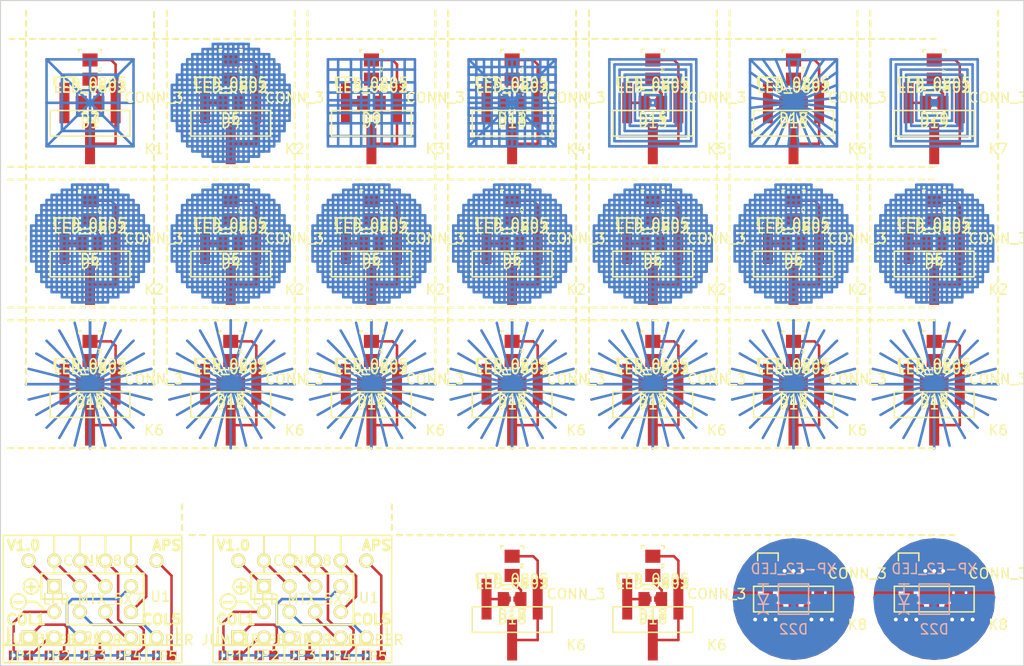
<source format=kicad_pcb>
(kicad_pcb (version 3) (host pcbnew "(2013-07-07 BZR 4022)-stable")
  (layers (15 F.Cu signal hide) (0 B.Cu signal) (18 B.Paste user hide) (19 F.Paste user hide) (20 B.SilkS user hide) (21 F.SilkS user) (22 B.Mask user hide) (23 F.Mask user hide) (28 Edge.Cuts user))
  (net 0 "")
  (net 1 /GND)
  (net 2 /V_IN)
  (net 3 /fixation_target_module_1/GND)
  (net 4 /fixation_target_module_1/V_IN)
  (net 5 /fixation_target_module_2/GND)
  (net 6 /fixation_target_module_2/V_IN)
  (net 7 /fixation_target_module_3/GND)
  (net 8 /fixation_target_module_3/V_IN)
  (net 9 /fixation_target_module_4/GND)
  (net 10 /fixation_target_module_4/V_IN)
  (net 11 /fixation_target_module_5/GND)
  (net 12 /fixation_target_module_5/V_IN)
  (net 13 /fixation_target_module_6/GND)
  (net 14 /fixation_target_module_6/V_IN)
  (net 15 /fixation_target_module_7/GND)
  (net 16 /fixation_target_module_7/V_IN)
  (net 17 N-0000010)
  (net 18 N-0000011)
  (net 19 N-0000012)
  (net 20 N-0000013)
  (net 21 N-0000014)
  (net 22 N-0000015)
  (net 23 N-0000016)
  (net 24 N-0000017)
  (net 25 N-0000018)
  (net 26 N-0000019)
  (net 27 N-000002)
  (net 28 N-0000020)
  (net 29 N-0000021)
  (net 30 N-0000022)
  (net 31 N-0000023)
  (net 32 N-0000024)
  (net 33 N-0000029)
  (net 34 N-000003)
  (net 35 N-0000030)
  (net 36 N-0000031)
  (net 37 N-0000032)
  (net 38 N-0000033)
  (net 39 N-0000034)
  (net 40 N-0000036)
  (net 41 N-000004)
  (net 42 N-000005)
  (net 43 N-000009)
  (module CONN_3X1_MALE_SMT (layer F.Cu) (at 168.656 102.616)
    (fp_text reference K8 (at 6.35 2.54) (layer F.SilkS))
    (fp_text value CONN_3 (at 6.35 -2.54) (layer F.SilkS))
    (pad 1 smd rect (at -2.54 -2.032) (size 0.9906 4.064) (layers F.Cu F.Paste F.Mask) (net 2 /V_IN))
    (pad 2 smd rect (at 0 2.032) (size 0.9906 4.064) (layers F.Cu F.Paste F.Mask) (net 1 /GND))
    (pad 3 smd rect (at 2.54 -2.032) (size 0.9906 4.064) (layers F.Cu F.Paste F.Mask) (net 1 /GND))
  )
  (module LED_LUW_CN5M (layer B.Cu) (at 168.656 102.616 180)
    (fp_text reference D22 (at 0 -3 180) (layer B.SilkS) (effects (justify mirror)))
    (fp_text value XP-E2_LED (at 0 3 180) (layer B.SilkS) (effects (justify mirror)))
    (pad 1 smd rect (at 0 1.125 180) (size 2.8 0.55) (layers B.Cu B.Paste B.Mask) (net 2 /V_IN))
    (pad 2 smd rect (at 0 -1.125 180) (size 2.8 0.55) (layers B.Cu B.Paste B.Mask) (net 1 /GND))
    (pad 3 smd rect (at 0 0 180) (size 2.8 1) (layers B.Cu B.Paste B.Mask) (net 1 /GND) (thermal_gap 0.254))
  )
  (module CONN_4x2_MALE_RA (layer F.Cu) (at 116.078 101.346)
    (fp_text reference P1 (at 3.81 5.08) (layer F.SilkS))
    (fp_text value CONN_8 (at 3.81 -2.54) (layer F.SilkS))
    (pad 1 thru_hole rect (at 0 0) (size 1.397 1.397) (drill 0.889) (layers *.Cu *.Mask F.SilkS) (net 42 N-000005))
    (pad 2 thru_hole circle (at 2.54 0) (size 1.397 1.397) (drill 0.889) (layers *.Cu *.Mask F.SilkS) (net 22 N-0000015))
    (pad 3 thru_hole circle (at 5.08 0) (size 1.397 1.397) (drill 0.889) (layers *.Cu *.Mask F.SilkS) (net 23 N-0000016))
    (pad 4 thru_hole circle (at 7.62 0) (size 1.397 1.397) (drill 0.889) (layers *.Cu *.Mask F.SilkS) (net 30 N-0000022))
    (pad 5 thru_hole circle (at 7.62 2.54) (size 1.397 1.397) (drill 0.889) (layers *.Cu *.Mask F.SilkS) (net 25 N-0000018))
    (pad 6 thru_hole circle (at 5.08 2.54) (size 1.397 1.397) (drill 0.889) (layers *.Cu *.Mask F.SilkS) (net 41 N-000004))
    (pad 7 thru_hole circle (at 2.54 2.54) (size 1.397 1.397) (drill 0.889) (layers *.Cu *.Mask F.SilkS) (net 34 N-000003))
    (pad 8 thru_hole circle (at 0 2.54) (size 1.397 1.397) (drill 0.889) (layers *.Cu *.Mask F.SilkS) (net 27 N-000002))
  )
  (module CONN_4x2_MALE_RA (layer F.Cu) (at 95.25 101.346)
    (fp_text reference P1 (at 3.81 5.08) (layer F.SilkS))
    (fp_text value CONN_8 (at 3.81 -2.54) (layer F.SilkS))
    (pad 1 thru_hole rect (at 0 0) (size 1.397 1.397) (drill 0.889) (layers *.Cu *.Mask F.SilkS) (net 27 N-000002))
    (pad 2 thru_hole circle (at 2.54 0) (size 1.397 1.397) (drill 0.889) (layers *.Cu *.Mask F.SilkS) (net 21 N-0000014))
    (pad 3 thru_hole circle (at 5.08 0) (size 1.397 1.397) (drill 0.889) (layers *.Cu *.Mask F.SilkS) (net 20 N-0000013))
    (pad 4 thru_hole circle (at 7.62 0) (size 1.397 1.397) (drill 0.889) (layers *.Cu *.Mask F.SilkS) (net 19 N-0000012))
    (pad 5 thru_hole circle (at 7.62 2.54) (size 1.397 1.397) (drill 0.889) (layers *.Cu *.Mask F.SilkS) (net 18 N-0000011))
    (pad 6 thru_hole circle (at 5.08 2.54) (size 1.397 1.397) (drill 0.889) (layers *.Cu *.Mask F.SilkS) (net 17 N-0000010))
    (pad 7 thru_hole circle (at 2.54 2.54) (size 1.397 1.397) (drill 0.889) (layers *.Cu *.Mask F.SilkS) (net 43 N-000009))
    (pad 8 thru_hole circle (at 0 2.54) (size 1.397 1.397) (drill 0.889) (layers *.Cu *.Mask F.SilkS) (net 22 N-0000015))
  )
  (module LED_0805 (layer F.Cu) (at 154.686 102.616)
    (fp_text reference D16 (at 0 1.992) (layer F.SilkS))
    (fp_text value LED_0805 (at 0 -1.992) (layer F.SilkS))
    (pad 1 smd rect (at -0.875 0) (size 1.1 1.4) (layers F.Cu F.Paste F.Mask) (net 14 /fixation_target_module_6/V_IN))
    (pad 2 smd rect (at 0.875 0) (size 1.1 1.4) (layers F.Cu F.Paste F.Mask) (net 38 N-0000033))
  )
  (module LED_0603 (layer F.Cu) (at 154.686 102.616)
    (fp_text reference D17 (at 0 1.524) (layer F.SilkS))
    (fp_text value LED_0603 (at 0 -1.524) (layer F.SilkS))
    (pad 1 smd rect (at -0.725 0) (size 0.95 0.95) (layers F.Cu F.Paste F.Mask) (net 14 /fixation_target_module_6/V_IN))
    (pad 2 smd rect (at 0.725 0) (size 0.95 0.95) (layers F.Cu F.Paste F.Mask) (net 38 N-0000033))
  )
  (module LED_0402 (layer F.Cu) (at 154.686 102.616)
    (fp_text reference D18 (at 0 1.524) (layer F.SilkS))
    (fp_text value LED_0402 (at 0 -1.524) (layer F.SilkS))
    (pad 1 smd rect (at -0.425 0) (size 0.6 0.55) (layers F.Cu F.Paste F.Mask) (net 14 /fixation_target_module_6/V_IN))
    (pad 2 smd rect (at 0.425 0) (size 0.6 0.55) (layers F.Cu F.Paste F.Mask) (net 38 N-0000033))
  )
  (module CONN_3X1_MALE_SMT (layer F.Cu) (at 154.686 104.648)
    (fp_text reference K6 (at 6.35 2.54) (layer F.SilkS))
    (fp_text value CONN_3 (at 6.35 -2.54) (layer F.SilkS))
    (pad 1 smd rect (at -2.54 -2.032) (size 0.9906 4.064) (layers F.Cu F.Paste F.Mask) (net 14 /fixation_target_module_6/V_IN))
    (pad 2 smd rect (at 0 2.032) (size 0.9906 4.064) (layers F.Cu F.Paste F.Mask) (net 13 /fixation_target_module_6/GND))
    (pad 3 smd rect (at 2.54 -2.032) (size 0.9906 4.064) (layers F.Cu F.Paste F.Mask) (net 13 /fixation_target_module_6/GND))
  )
  (module CONN_3X1_MALE_SMT (layer F.Cu) (at 140.716 104.648)
    (fp_text reference K6 (at 6.35 2.54) (layer F.SilkS))
    (fp_text value CONN_3 (at 6.35 -2.54) (layer F.SilkS))
    (pad 1 smd rect (at -2.54 -2.032) (size 0.9906 4.064) (layers F.Cu F.Paste F.Mask) (net 14 /fixation_target_module_6/V_IN))
    (pad 2 smd rect (at 0 2.032) (size 0.9906 4.064) (layers F.Cu F.Paste F.Mask) (net 13 /fixation_target_module_6/GND))
    (pad 3 smd rect (at 2.54 -2.032) (size 0.9906 4.064) (layers F.Cu F.Paste F.Mask) (net 13 /fixation_target_module_6/GND))
  )
  (module LED_0402 (layer F.Cu) (at 140.716 102.616)
    (fp_text reference D18 (at 0 1.524) (layer F.SilkS))
    (fp_text value LED_0402 (at 0 -1.524) (layer F.SilkS))
    (pad 1 smd rect (at -0.425 0) (size 0.6 0.55) (layers F.Cu F.Paste F.Mask) (net 14 /fixation_target_module_6/V_IN))
    (pad 2 smd rect (at 0.425 0) (size 0.6 0.55) (layers F.Cu F.Paste F.Mask) (net 38 N-0000033))
  )
  (module LED_0603 (layer F.Cu) (at 140.716 102.616)
    (fp_text reference D17 (at 0 1.524) (layer F.SilkS))
    (fp_text value LED_0603 (at 0 -1.524) (layer F.SilkS))
    (pad 1 smd rect (at -0.725 0) (size 0.95 0.95) (layers F.Cu F.Paste F.Mask) (net 14 /fixation_target_module_6/V_IN))
    (pad 2 smd rect (at 0.725 0) (size 0.95 0.95) (layers F.Cu F.Paste F.Mask) (net 38 N-0000033))
  )
  (module LED_0805 (layer F.Cu) (at 140.716 102.616)
    (fp_text reference D16 (at 0 1.992) (layer F.SilkS))
    (fp_text value LED_0805 (at 0 -1.992) (layer F.SilkS))
    (pad 1 smd rect (at -0.875 0) (size 1.1 1.4) (layers F.Cu F.Paste F.Mask) (net 14 /fixation_target_module_6/V_IN))
    (pad 2 smd rect (at 0.875 0) (size 1.1 1.4) (layers F.Cu F.Paste F.Mask) (net 38 N-0000033))
  )
  (module CONN_3X1_MALE_SMT (layer F.Cu) (at 182.626 83.312)
    (fp_text reference K6 (at 6.35 2.54) (layer F.SilkS))
    (fp_text value CONN_3 (at 6.35 -2.54) (layer F.SilkS))
    (pad 1 smd rect (at -2.54 -2.032) (size 0.9906 4.064) (layers F.Cu F.Paste F.Mask) (net 14 /fixation_target_module_6/V_IN))
    (pad 2 smd rect (at 0 2.032) (size 0.9906 4.064) (layers F.Cu F.Paste F.Mask) (net 13 /fixation_target_module_6/GND))
    (pad 3 smd rect (at 2.54 -2.032) (size 0.9906 4.064) (layers F.Cu F.Paste F.Mask) (net 13 /fixation_target_module_6/GND))
  )
  (module LED_0402 (layer F.Cu) (at 182.626 81.28)
    (fp_text reference D18 (at 0 1.524) (layer F.SilkS))
    (fp_text value LED_0402 (at 0 -1.524) (layer F.SilkS))
    (pad 1 smd rect (at -0.425 0) (size 0.6 0.55) (layers F.Cu F.Paste F.Mask) (net 14 /fixation_target_module_6/V_IN))
    (pad 2 smd rect (at 0.425 0) (size 0.6 0.55) (layers F.Cu F.Paste F.Mask) (net 38 N-0000033))
  )
  (module LED_0603 (layer F.Cu) (at 182.626 81.28)
    (fp_text reference D17 (at 0 1.524) (layer F.SilkS))
    (fp_text value LED_0603 (at 0 -1.524) (layer F.SilkS))
    (pad 1 smd rect (at -0.725 0) (size 0.95 0.95) (layers F.Cu F.Paste F.Mask) (net 14 /fixation_target_module_6/V_IN))
    (pad 2 smd rect (at 0.725 0) (size 0.95 0.95) (layers F.Cu F.Paste F.Mask) (net 38 N-0000033))
  )
  (module LED_0805 (layer F.Cu) (at 182.626 81.28)
    (fp_text reference D16 (at 0 1.992) (layer F.SilkS))
    (fp_text value LED_0805 (at 0 -1.992) (layer F.SilkS))
    (pad 1 smd rect (at -0.875 0) (size 1.1 1.4) (layers F.Cu F.Paste F.Mask) (net 14 /fixation_target_module_6/V_IN))
    (pad 2 smd rect (at 0.875 0) (size 1.1 1.4) (layers F.Cu F.Paste F.Mask) (net 38 N-0000033))
  )
  (module LED_0805 (layer F.Cu) (at 140.716 81.28)
    (fp_text reference D16 (at 0 1.992) (layer F.SilkS))
    (fp_text value LED_0805 (at 0 -1.992) (layer F.SilkS))
    (pad 1 smd rect (at -0.875 0) (size 1.1 1.4) (layers F.Cu F.Paste F.Mask) (net 14 /fixation_target_module_6/V_IN))
    (pad 2 smd rect (at 0.875 0) (size 1.1 1.4) (layers F.Cu F.Paste F.Mask) (net 38 N-0000033))
  )
  (module LED_0603 (layer F.Cu) (at 140.716 81.28)
    (fp_text reference D17 (at 0 1.524) (layer F.SilkS))
    (fp_text value LED_0603 (at 0 -1.524) (layer F.SilkS))
    (pad 1 smd rect (at -0.725 0) (size 0.95 0.95) (layers F.Cu F.Paste F.Mask) (net 14 /fixation_target_module_6/V_IN))
    (pad 2 smd rect (at 0.725 0) (size 0.95 0.95) (layers F.Cu F.Paste F.Mask) (net 38 N-0000033))
  )
  (module LED_0402 (layer F.Cu) (at 140.716 81.28)
    (fp_text reference D18 (at 0 1.524) (layer F.SilkS))
    (fp_text value LED_0402 (at 0 -1.524) (layer F.SilkS))
    (pad 1 smd rect (at -0.425 0) (size 0.6 0.55) (layers F.Cu F.Paste F.Mask) (net 14 /fixation_target_module_6/V_IN))
    (pad 2 smd rect (at 0.425 0) (size 0.6 0.55) (layers F.Cu F.Paste F.Mask) (net 38 N-0000033))
  )
  (module CONN_3X1_MALE_SMT (layer F.Cu) (at 140.716 83.312)
    (fp_text reference K6 (at 6.35 2.54) (layer F.SilkS))
    (fp_text value CONN_3 (at 6.35 -2.54) (layer F.SilkS))
    (pad 1 smd rect (at -2.54 -2.032) (size 0.9906 4.064) (layers F.Cu F.Paste F.Mask) (net 14 /fixation_target_module_6/V_IN))
    (pad 2 smd rect (at 0 2.032) (size 0.9906 4.064) (layers F.Cu F.Paste F.Mask) (net 13 /fixation_target_module_6/GND))
    (pad 3 smd rect (at 2.54 -2.032) (size 0.9906 4.064) (layers F.Cu F.Paste F.Mask) (net 13 /fixation_target_module_6/GND))
  )
  (module CONN_3X1_MALE_SMT (layer F.Cu) (at 154.686 83.312)
    (fp_text reference K6 (at 6.35 2.54) (layer F.SilkS))
    (fp_text value CONN_3 (at 6.35 -2.54) (layer F.SilkS))
    (pad 1 smd rect (at -2.54 -2.032) (size 0.9906 4.064) (layers F.Cu F.Paste F.Mask) (net 14 /fixation_target_module_6/V_IN))
    (pad 2 smd rect (at 0 2.032) (size 0.9906 4.064) (layers F.Cu F.Paste F.Mask) (net 13 /fixation_target_module_6/GND))
    (pad 3 smd rect (at 2.54 -2.032) (size 0.9906 4.064) (layers F.Cu F.Paste F.Mask) (net 13 /fixation_target_module_6/GND))
  )
  (module LED_0402 (layer F.Cu) (at 154.686 81.28)
    (fp_text reference D18 (at 0 1.524) (layer F.SilkS))
    (fp_text value LED_0402 (at 0 -1.524) (layer F.SilkS))
    (pad 1 smd rect (at -0.425 0) (size 0.6 0.55) (layers F.Cu F.Paste F.Mask) (net 14 /fixation_target_module_6/V_IN))
    (pad 2 smd rect (at 0.425 0) (size 0.6 0.55) (layers F.Cu F.Paste F.Mask) (net 38 N-0000033))
  )
  (module LED_0603 (layer F.Cu) (at 154.686 81.28)
    (fp_text reference D17 (at 0 1.524) (layer F.SilkS))
    (fp_text value LED_0603 (at 0 -1.524) (layer F.SilkS))
    (pad 1 smd rect (at -0.725 0) (size 0.95 0.95) (layers F.Cu F.Paste F.Mask) (net 14 /fixation_target_module_6/V_IN))
    (pad 2 smd rect (at 0.725 0) (size 0.95 0.95) (layers F.Cu F.Paste F.Mask) (net 38 N-0000033))
  )
  (module LED_0805 (layer F.Cu) (at 154.686 81.28)
    (fp_text reference D16 (at 0 1.992) (layer F.SilkS))
    (fp_text value LED_0805 (at 0 -1.992) (layer F.SilkS))
    (pad 1 smd rect (at -0.875 0) (size 1.1 1.4) (layers F.Cu F.Paste F.Mask) (net 14 /fixation_target_module_6/V_IN))
    (pad 2 smd rect (at 0.875 0) (size 1.1 1.4) (layers F.Cu F.Paste F.Mask) (net 38 N-0000033))
  )
  (module LED_0805 (layer F.Cu) (at 168.656 81.28)
    (fp_text reference D16 (at 0 1.992) (layer F.SilkS))
    (fp_text value LED_0805 (at 0 -1.992) (layer F.SilkS))
    (pad 1 smd rect (at -0.875 0) (size 1.1 1.4) (layers F.Cu F.Paste F.Mask) (net 14 /fixation_target_module_6/V_IN))
    (pad 2 smd rect (at 0.875 0) (size 1.1 1.4) (layers F.Cu F.Paste F.Mask) (net 38 N-0000033))
  )
  (module LED_0603 (layer F.Cu) (at 168.656 81.28)
    (fp_text reference D17 (at 0 1.524) (layer F.SilkS))
    (fp_text value LED_0603 (at 0 -1.524) (layer F.SilkS))
    (pad 1 smd rect (at -0.725 0) (size 0.95 0.95) (layers F.Cu F.Paste F.Mask) (net 14 /fixation_target_module_6/V_IN))
    (pad 2 smd rect (at 0.725 0) (size 0.95 0.95) (layers F.Cu F.Paste F.Mask) (net 38 N-0000033))
  )
  (module LED_0402 (layer F.Cu) (at 168.656 81.28)
    (fp_text reference D18 (at 0 1.524) (layer F.SilkS))
    (fp_text value LED_0402 (at 0 -1.524) (layer F.SilkS))
    (pad 1 smd rect (at -0.425 0) (size 0.6 0.55) (layers F.Cu F.Paste F.Mask) (net 14 /fixation_target_module_6/V_IN))
    (pad 2 smd rect (at 0.425 0) (size 0.6 0.55) (layers F.Cu F.Paste F.Mask) (net 38 N-0000033))
  )
  (module CONN_3X1_MALE_SMT (layer F.Cu) (at 168.656 83.312)
    (fp_text reference K6 (at 6.35 2.54) (layer F.SilkS))
    (fp_text value CONN_3 (at 6.35 -2.54) (layer F.SilkS))
    (pad 1 smd rect (at -2.54 -2.032) (size 0.9906 4.064) (layers F.Cu F.Paste F.Mask) (net 14 /fixation_target_module_6/V_IN))
    (pad 2 smd rect (at 0 2.032) (size 0.9906 4.064) (layers F.Cu F.Paste F.Mask) (net 13 /fixation_target_module_6/GND))
    (pad 3 smd rect (at 2.54 -2.032) (size 0.9906 4.064) (layers F.Cu F.Paste F.Mask) (net 13 /fixation_target_module_6/GND))
  )
  (module CONN_3X1_MALE_SMT (layer F.Cu) (at 126.746 83.312)
    (fp_text reference K6 (at 6.35 2.54) (layer F.SilkS))
    (fp_text value CONN_3 (at 6.35 -2.54) (layer F.SilkS))
    (pad 1 smd rect (at -2.54 -2.032) (size 0.9906 4.064) (layers F.Cu F.Paste F.Mask) (net 14 /fixation_target_module_6/V_IN))
    (pad 2 smd rect (at 0 2.032) (size 0.9906 4.064) (layers F.Cu F.Paste F.Mask) (net 13 /fixation_target_module_6/GND))
    (pad 3 smd rect (at 2.54 -2.032) (size 0.9906 4.064) (layers F.Cu F.Paste F.Mask) (net 13 /fixation_target_module_6/GND))
  )
  (module LED_0402 (layer F.Cu) (at 126.746 81.28)
    (fp_text reference D18 (at 0 1.524) (layer F.SilkS))
    (fp_text value LED_0402 (at 0 -1.524) (layer F.SilkS))
    (pad 1 smd rect (at -0.425 0) (size 0.6 0.55) (layers F.Cu F.Paste F.Mask) (net 14 /fixation_target_module_6/V_IN))
    (pad 2 smd rect (at 0.425 0) (size 0.6 0.55) (layers F.Cu F.Paste F.Mask) (net 38 N-0000033))
  )
  (module LED_0603 (layer F.Cu) (at 126.746 81.28)
    (fp_text reference D17 (at 0 1.524) (layer F.SilkS))
    (fp_text value LED_0603 (at 0 -1.524) (layer F.SilkS))
    (pad 1 smd rect (at -0.725 0) (size 0.95 0.95) (layers F.Cu F.Paste F.Mask) (net 14 /fixation_target_module_6/V_IN))
    (pad 2 smd rect (at 0.725 0) (size 0.95 0.95) (layers F.Cu F.Paste F.Mask) (net 38 N-0000033))
  )
  (module LED_0805 (layer F.Cu) (at 126.746 81.28)
    (fp_text reference D16 (at 0 1.992) (layer F.SilkS))
    (fp_text value LED_0805 (at 0 -1.992) (layer F.SilkS))
    (pad 1 smd rect (at -0.875 0) (size 1.1 1.4) (layers F.Cu F.Paste F.Mask) (net 14 /fixation_target_module_6/V_IN))
    (pad 2 smd rect (at 0.875 0) (size 1.1 1.4) (layers F.Cu F.Paste F.Mask) (net 38 N-0000033))
  )
  (module LED_0805 (layer F.Cu) (at 112.776 81.28)
    (fp_text reference D16 (at 0 1.992) (layer F.SilkS))
    (fp_text value LED_0805 (at 0 -1.992) (layer F.SilkS))
    (pad 1 smd rect (at -0.875 0) (size 1.1 1.4) (layers F.Cu F.Paste F.Mask) (net 14 /fixation_target_module_6/V_IN))
    (pad 2 smd rect (at 0.875 0) (size 1.1 1.4) (layers F.Cu F.Paste F.Mask) (net 38 N-0000033))
  )
  (module LED_0603 (layer F.Cu) (at 112.776 81.28)
    (fp_text reference D17 (at 0 1.524) (layer F.SilkS))
    (fp_text value LED_0603 (at 0 -1.524) (layer F.SilkS))
    (pad 1 smd rect (at -0.725 0) (size 0.95 0.95) (layers F.Cu F.Paste F.Mask) (net 14 /fixation_target_module_6/V_IN))
    (pad 2 smd rect (at 0.725 0) (size 0.95 0.95) (layers F.Cu F.Paste F.Mask) (net 38 N-0000033))
  )
  (module LED_0402 (layer F.Cu) (at 112.776 81.28)
    (fp_text reference D18 (at 0 1.524) (layer F.SilkS))
    (fp_text value LED_0402 (at 0 -1.524) (layer F.SilkS))
    (pad 1 smd rect (at -0.425 0) (size 0.6 0.55) (layers F.Cu F.Paste F.Mask) (net 14 /fixation_target_module_6/V_IN))
    (pad 2 smd rect (at 0.425 0) (size 0.6 0.55) (layers F.Cu F.Paste F.Mask) (net 38 N-0000033))
  )
  (module CONN_3X1_MALE_SMT (layer F.Cu) (at 112.776 83.312)
    (fp_text reference K6 (at 6.35 2.54) (layer F.SilkS))
    (fp_text value CONN_3 (at 6.35 -2.54) (layer F.SilkS))
    (pad 1 smd rect (at -2.54 -2.032) (size 0.9906 4.064) (layers F.Cu F.Paste F.Mask) (net 14 /fixation_target_module_6/V_IN))
    (pad 2 smd rect (at 0 2.032) (size 0.9906 4.064) (layers F.Cu F.Paste F.Mask) (net 13 /fixation_target_module_6/GND))
    (pad 3 smd rect (at 2.54 -2.032) (size 0.9906 4.064) (layers F.Cu F.Paste F.Mask) (net 13 /fixation_target_module_6/GND))
  )
  (module CONN_3X1_MALE_SMT (layer F.Cu) (at 98.806 83.312)
    (fp_text reference K6 (at 6.35 2.54) (layer F.SilkS))
    (fp_text value CONN_3 (at 6.35 -2.54) (layer F.SilkS))
    (pad 1 smd rect (at -2.54 -2.032) (size 0.9906 4.064) (layers F.Cu F.Paste F.Mask) (net 14 /fixation_target_module_6/V_IN))
    (pad 2 smd rect (at 0 2.032) (size 0.9906 4.064) (layers F.Cu F.Paste F.Mask) (net 13 /fixation_target_module_6/GND))
    (pad 3 smd rect (at 2.54 -2.032) (size 0.9906 4.064) (layers F.Cu F.Paste F.Mask) (net 13 /fixation_target_module_6/GND))
  )
  (module LED_0402 (layer F.Cu) (at 98.806 81.28)
    (fp_text reference D18 (at 0 1.524) (layer F.SilkS))
    (fp_text value LED_0402 (at 0 -1.524) (layer F.SilkS))
    (pad 1 smd rect (at -0.425 0) (size 0.6 0.55) (layers F.Cu F.Paste F.Mask) (net 14 /fixation_target_module_6/V_IN))
    (pad 2 smd rect (at 0.425 0) (size 0.6 0.55) (layers F.Cu F.Paste F.Mask) (net 38 N-0000033))
  )
  (module LED_0603 (layer F.Cu) (at 98.806 81.28)
    (fp_text reference D17 (at 0 1.524) (layer F.SilkS))
    (fp_text value LED_0603 (at 0 -1.524) (layer F.SilkS))
    (pad 1 smd rect (at -0.725 0) (size 0.95 0.95) (layers F.Cu F.Paste F.Mask) (net 14 /fixation_target_module_6/V_IN))
    (pad 2 smd rect (at 0.725 0) (size 0.95 0.95) (layers F.Cu F.Paste F.Mask) (net 38 N-0000033))
  )
  (module LED_0805 (layer F.Cu) (at 98.806 81.28)
    (fp_text reference D16 (at 0 1.992) (layer F.SilkS))
    (fp_text value LED_0805 (at 0 -1.992) (layer F.SilkS))
    (pad 1 smd rect (at -0.875 0) (size 1.1 1.4) (layers F.Cu F.Paste F.Mask) (net 14 /fixation_target_module_6/V_IN))
    (pad 2 smd rect (at 0.875 0) (size 1.1 1.4) (layers F.Cu F.Paste F.Mask) (net 38 N-0000033))
  )
  (module CONN_3X1_MALE_SMT (layer F.Cu) (at 154.686 69.342)
    (fp_text reference K2 (at 6.35 2.54) (layer F.SilkS))
    (fp_text value CONN_3 (at 6.35 -2.54) (layer F.SilkS))
    (pad 1 smd rect (at -2.54 -2.032) (size 0.9906 4.064) (layers F.Cu F.Paste F.Mask) (net 6 /fixation_target_module_2/V_IN))
    (pad 2 smd rect (at 0 2.032) (size 0.9906 4.064) (layers F.Cu F.Paste F.Mask) (net 5 /fixation_target_module_2/GND))
    (pad 3 smd rect (at 2.54 -2.032) (size 0.9906 4.064) (layers F.Cu F.Paste F.Mask) (net 5 /fixation_target_module_2/GND))
  )
  (module LED_0402 (layer F.Cu) (at 154.686 67.31)
    (fp_text reference D6 (at 0 1.524) (layer F.SilkS))
    (fp_text value LED_0402 (at 0 -1.524) (layer F.SilkS))
    (pad 1 smd rect (at -0.425 0) (size 0.6 0.55) (layers F.Cu F.Paste F.Mask) (net 6 /fixation_target_module_2/V_IN))
    (pad 2 smd rect (at 0.425 0) (size 0.6 0.55) (layers F.Cu F.Paste F.Mask) (net 36 N-0000031))
  )
  (module LED_0603 (layer F.Cu) (at 154.686 67.31)
    (fp_text reference D5 (at 0 1.524) (layer F.SilkS))
    (fp_text value LED_0603 (at 0 -1.524) (layer F.SilkS))
    (pad 1 smd rect (at -0.725 0) (size 0.95 0.95) (layers F.Cu F.Paste F.Mask) (net 6 /fixation_target_module_2/V_IN))
    (pad 2 smd rect (at 0.725 0) (size 0.95 0.95) (layers F.Cu F.Paste F.Mask) (net 36 N-0000031))
  )
  (module LED_0805 (layer F.Cu) (at 154.686 67.31)
    (fp_text reference D4 (at 0 1.992) (layer F.SilkS))
    (fp_text value LED_0805 (at 0 -1.992) (layer F.SilkS))
    (pad 1 smd rect (at -0.875 0) (size 1.1 1.4) (layers F.Cu F.Paste F.Mask) (net 6 /fixation_target_module_2/V_IN))
    (pad 2 smd rect (at 0.875 0) (size 1.1 1.4) (layers F.Cu F.Paste F.Mask) (net 36 N-0000031))
  )
  (module LED_0805 (layer F.Cu) (at 182.626 67.31)
    (fp_text reference D4 (at 0 1.992) (layer F.SilkS))
    (fp_text value LED_0805 (at 0 -1.992) (layer F.SilkS))
    (pad 1 smd rect (at -0.875 0) (size 1.1 1.4) (layers F.Cu F.Paste F.Mask) (net 6 /fixation_target_module_2/V_IN))
    (pad 2 smd rect (at 0.875 0) (size 1.1 1.4) (layers F.Cu F.Paste F.Mask) (net 33 N-0000029))
  )
  (module LED_0603 (layer F.Cu) (at 182.626 67.31)
    (fp_text reference D5 (at 0 1.524) (layer F.SilkS))
    (fp_text value LED_0603 (at 0 -1.524) (layer F.SilkS))
    (pad 1 smd rect (at -0.725 0) (size 0.95 0.95) (layers F.Cu F.Paste F.Mask) (net 6 /fixation_target_module_2/V_IN))
    (pad 2 smd rect (at 0.725 0) (size 0.95 0.95) (layers F.Cu F.Paste F.Mask) (net 33 N-0000029))
  )
  (module LED_0402 (layer F.Cu) (at 182.626 67.31)
    (fp_text reference D6 (at 0 1.524) (layer F.SilkS))
    (fp_text value LED_0402 (at 0 -1.524) (layer F.SilkS))
    (pad 1 smd rect (at -0.425 0) (size 0.6 0.55) (layers F.Cu F.Paste F.Mask) (net 6 /fixation_target_module_2/V_IN))
    (pad 2 smd rect (at 0.425 0) (size 0.6 0.55) (layers F.Cu F.Paste F.Mask) (net 33 N-0000029))
  )
  (module CONN_3X1_MALE_SMT (layer F.Cu) (at 182.626 69.342)
    (fp_text reference K2 (at 6.35 2.54) (layer F.SilkS))
    (fp_text value CONN_3 (at 6.35 -2.54) (layer F.SilkS))
    (pad 1 smd rect (at -2.54 -2.032) (size 0.9906 4.064) (layers F.Cu F.Paste F.Mask) (net 6 /fixation_target_module_2/V_IN))
    (pad 2 smd rect (at 0 2.032) (size 0.9906 4.064) (layers F.Cu F.Paste F.Mask) (net 5 /fixation_target_module_2/GND))
    (pad 3 smd rect (at 2.54 -2.032) (size 0.9906 4.064) (layers F.Cu F.Paste F.Mask) (net 5 /fixation_target_module_2/GND))
  )
  (module CONN_3X1_MALE_SMT (layer F.Cu) (at 168.656 69.342)
    (fp_text reference K2 (at 6.35 2.54) (layer F.SilkS))
    (fp_text value CONN_3 (at 6.35 -2.54) (layer F.SilkS))
    (pad 1 smd rect (at -2.54 -2.032) (size 0.9906 4.064) (layers F.Cu F.Paste F.Mask) (net 6 /fixation_target_module_2/V_IN))
    (pad 2 smd rect (at 0 2.032) (size 0.9906 4.064) (layers F.Cu F.Paste F.Mask) (net 5 /fixation_target_module_2/GND))
    (pad 3 smd rect (at 2.54 -2.032) (size 0.9906 4.064) (layers F.Cu F.Paste F.Mask) (net 5 /fixation_target_module_2/GND))
  )
  (module LED_0402 (layer F.Cu) (at 168.656 67.31)
    (fp_text reference D6 (at 0 1.524) (layer F.SilkS))
    (fp_text value LED_0402 (at 0 -1.524) (layer F.SilkS))
    (pad 1 smd rect (at -0.425 0) (size 0.6 0.55) (layers F.Cu F.Paste F.Mask) (net 6 /fixation_target_module_2/V_IN))
    (pad 2 smd rect (at 0.425 0) (size 0.6 0.55) (layers F.Cu F.Paste F.Mask) (net 33 N-0000029))
  )
  (module LED_0603 (layer F.Cu) (at 168.656 67.31)
    (fp_text reference D5 (at 0 1.524) (layer F.SilkS))
    (fp_text value LED_0603 (at 0 -1.524) (layer F.SilkS))
    (pad 1 smd rect (at -0.725 0) (size 0.95 0.95) (layers F.Cu F.Paste F.Mask) (net 6 /fixation_target_module_2/V_IN))
    (pad 2 smd rect (at 0.725 0) (size 0.95 0.95) (layers F.Cu F.Paste F.Mask) (net 33 N-0000029))
  )
  (module LED_0805 (layer F.Cu) (at 168.656 67.31)
    (fp_text reference D4 (at 0 1.992) (layer F.SilkS))
    (fp_text value LED_0805 (at 0 -1.992) (layer F.SilkS))
    (pad 1 smd rect (at -0.875 0) (size 1.1 1.4) (layers F.Cu F.Paste F.Mask) (net 6 /fixation_target_module_2/V_IN))
    (pad 2 smd rect (at 0.875 0) (size 1.1 1.4) (layers F.Cu F.Paste F.Mask) (net 33 N-0000029))
  )
  (module LED_0805 (layer F.Cu) (at 126.746 67.31)
    (fp_text reference D4 (at 0 1.992) (layer F.SilkS))
    (fp_text value LED_0805 (at 0 -1.992) (layer F.SilkS))
    (pad 1 smd rect (at -0.875 0) (size 1.1 1.4) (layers F.Cu F.Paste F.Mask) (net 6 /fixation_target_module_2/V_IN))
    (pad 2 smd rect (at 0.875 0) (size 1.1 1.4) (layers F.Cu F.Paste F.Mask) (net 33 N-0000029))
  )
  (module LED_0603 (layer F.Cu) (at 126.746 67.31)
    (fp_text reference D5 (at 0 1.524) (layer F.SilkS))
    (fp_text value LED_0603 (at 0 -1.524) (layer F.SilkS))
    (pad 1 smd rect (at -0.725 0) (size 0.95 0.95) (layers F.Cu F.Paste F.Mask) (net 6 /fixation_target_module_2/V_IN))
    (pad 2 smd rect (at 0.725 0) (size 0.95 0.95) (layers F.Cu F.Paste F.Mask) (net 33 N-0000029))
  )
  (module LED_0402 (layer F.Cu) (at 126.746 67.31)
    (fp_text reference D6 (at 0 1.524) (layer F.SilkS))
    (fp_text value LED_0402 (at 0 -1.524) (layer F.SilkS))
    (pad 1 smd rect (at -0.425 0) (size 0.6 0.55) (layers F.Cu F.Paste F.Mask) (net 6 /fixation_target_module_2/V_IN))
    (pad 2 smd rect (at 0.425 0) (size 0.6 0.55) (layers F.Cu F.Paste F.Mask) (net 33 N-0000029))
  )
  (module CONN_3X1_MALE_SMT (layer F.Cu) (at 126.746 69.342)
    (fp_text reference K2 (at 6.35 2.54) (layer F.SilkS))
    (fp_text value CONN_3 (at 6.35 -2.54) (layer F.SilkS))
    (pad 1 smd rect (at -2.54 -2.032) (size 0.9906 4.064) (layers F.Cu F.Paste F.Mask) (net 6 /fixation_target_module_2/V_IN))
    (pad 2 smd rect (at 0 2.032) (size 0.9906 4.064) (layers F.Cu F.Paste F.Mask) (net 5 /fixation_target_module_2/GND))
    (pad 3 smd rect (at 2.54 -2.032) (size 0.9906 4.064) (layers F.Cu F.Paste F.Mask) (net 5 /fixation_target_module_2/GND))
  )
  (module CONN_3X1_MALE_SMT (layer F.Cu) (at 140.716 69.342)
    (fp_text reference K2 (at 6.35 2.54) (layer F.SilkS))
    (fp_text value CONN_3 (at 6.35 -2.54) (layer F.SilkS))
    (pad 1 smd rect (at -2.54 -2.032) (size 0.9906 4.064) (layers F.Cu F.Paste F.Mask) (net 6 /fixation_target_module_2/V_IN))
    (pad 2 smd rect (at 0 2.032) (size 0.9906 4.064) (layers F.Cu F.Paste F.Mask) (net 5 /fixation_target_module_2/GND))
    (pad 3 smd rect (at 2.54 -2.032) (size 0.9906 4.064) (layers F.Cu F.Paste F.Mask) (net 5 /fixation_target_module_2/GND))
  )
  (module LED_0402 (layer F.Cu) (at 140.716 67.31)
    (fp_text reference D6 (at 0 1.524) (layer F.SilkS))
    (fp_text value LED_0402 (at 0 -1.524) (layer F.SilkS))
    (pad 1 smd rect (at -0.425 0) (size 0.6 0.55) (layers F.Cu F.Paste F.Mask) (net 6 /fixation_target_module_2/V_IN))
    (pad 2 smd rect (at 0.425 0) (size 0.6 0.55) (layers F.Cu F.Paste F.Mask) (net 33 N-0000029))
  )
  (module LED_0603 (layer F.Cu) (at 140.716 67.31)
    (fp_text reference D5 (at 0 1.524) (layer F.SilkS))
    (fp_text value LED_0603 (at 0 -1.524) (layer F.SilkS))
    (pad 1 smd rect (at -0.725 0) (size 0.95 0.95) (layers F.Cu F.Paste F.Mask) (net 6 /fixation_target_module_2/V_IN))
    (pad 2 smd rect (at 0.725 0) (size 0.95 0.95) (layers F.Cu F.Paste F.Mask) (net 33 N-0000029))
  )
  (module LED_0805 (layer F.Cu) (at 140.716 67.31)
    (fp_text reference D4 (at 0 1.992) (layer F.SilkS))
    (fp_text value LED_0805 (at 0 -1.992) (layer F.SilkS))
    (pad 1 smd rect (at -0.875 0) (size 1.1 1.4) (layers F.Cu F.Paste F.Mask) (net 6 /fixation_target_module_2/V_IN))
    (pad 2 smd rect (at 0.875 0) (size 1.1 1.4) (layers F.Cu F.Paste F.Mask) (net 33 N-0000029))
  )
  (module LED_0805 (layer F.Cu) (at 112.776 67.31)
    (fp_text reference D4 (at 0 1.992) (layer F.SilkS))
    (fp_text value LED_0805 (at 0 -1.992) (layer F.SilkS))
    (pad 1 smd rect (at -0.875 0) (size 1.1 1.4) (layers F.Cu F.Paste F.Mask) (net 6 /fixation_target_module_2/V_IN))
    (pad 2 smd rect (at 0.875 0) (size 1.1 1.4) (layers F.Cu F.Paste F.Mask) (net 33 N-0000029))
  )
  (module LED_0603 (layer F.Cu) (at 112.776 67.31)
    (fp_text reference D5 (at 0 1.524) (layer F.SilkS))
    (fp_text value LED_0603 (at 0 -1.524) (layer F.SilkS))
    (pad 1 smd rect (at -0.725 0) (size 0.95 0.95) (layers F.Cu F.Paste F.Mask) (net 6 /fixation_target_module_2/V_IN))
    (pad 2 smd rect (at 0.725 0) (size 0.95 0.95) (layers F.Cu F.Paste F.Mask) (net 33 N-0000029))
  )
  (module LED_0402 (layer F.Cu) (at 112.776 67.31)
    (fp_text reference D6 (at 0 1.524) (layer F.SilkS))
    (fp_text value LED_0402 (at 0 -1.524) (layer F.SilkS))
    (pad 1 smd rect (at -0.425 0) (size 0.6 0.55) (layers F.Cu F.Paste F.Mask) (net 6 /fixation_target_module_2/V_IN))
    (pad 2 smd rect (at 0.425 0) (size 0.6 0.55) (layers F.Cu F.Paste F.Mask) (net 33 N-0000029))
  )
  (module CONN_3X1_MALE_SMT (layer F.Cu) (at 112.776 69.342)
    (fp_text reference K2 (at 6.35 2.54) (layer F.SilkS))
    (fp_text value CONN_3 (at 6.35 -2.54) (layer F.SilkS))
    (pad 1 smd rect (at -2.54 -2.032) (size 0.9906 4.064) (layers F.Cu F.Paste F.Mask) (net 6 /fixation_target_module_2/V_IN))
    (pad 2 smd rect (at 0 2.032) (size 0.9906 4.064) (layers F.Cu F.Paste F.Mask) (net 5 /fixation_target_module_2/GND))
    (pad 3 smd rect (at 2.54 -2.032) (size 0.9906 4.064) (layers F.Cu F.Paste F.Mask) (net 5 /fixation_target_module_2/GND))
  )
  (module CONN_3X1_MALE_SMT (layer F.Cu) (at 98.806 69.342)
    (fp_text reference K2 (at 6.35 2.54) (layer F.SilkS))
    (fp_text value CONN_3 (at 6.35 -2.54) (layer F.SilkS))
    (pad 1 smd rect (at -2.54 -2.032) (size 0.9906 4.064) (layers F.Cu F.Paste F.Mask) (net 6 /fixation_target_module_2/V_IN))
    (pad 2 smd rect (at 0 2.032) (size 0.9906 4.064) (layers F.Cu F.Paste F.Mask) (net 5 /fixation_target_module_2/GND))
    (pad 3 smd rect (at 2.54 -2.032) (size 0.9906 4.064) (layers F.Cu F.Paste F.Mask) (net 5 /fixation_target_module_2/GND))
  )
  (module LED_0402 (layer F.Cu) (at 98.806 67.31)
    (fp_text reference D6 (at 0 1.524) (layer F.SilkS))
    (fp_text value LED_0402 (at 0 -1.524) (layer F.SilkS))
    (pad 1 smd rect (at -0.425 0) (size 0.6 0.55) (layers F.Cu F.Paste F.Mask) (net 6 /fixation_target_module_2/V_IN))
    (pad 2 smd rect (at 0.425 0) (size 0.6 0.55) (layers F.Cu F.Paste F.Mask) (net 33 N-0000029))
  )
  (module LED_0603 (layer F.Cu) (at 98.806 67.31)
    (fp_text reference D5 (at 0 1.524) (layer F.SilkS))
    (fp_text value LED_0603 (at 0 -1.524) (layer F.SilkS))
    (pad 1 smd rect (at -0.725 0) (size 0.95 0.95) (layers F.Cu F.Paste F.Mask) (net 6 /fixation_target_module_2/V_IN))
    (pad 2 smd rect (at 0.725 0) (size 0.95 0.95) (layers F.Cu F.Paste F.Mask) (net 33 N-0000029))
  )
  (module LED_0805 (layer F.Cu) (at 98.806 67.31)
    (fp_text reference D4 (at 0 1.992) (layer F.SilkS))
    (fp_text value LED_0805 (at 0 -1.992) (layer F.SilkS))
    (pad 1 smd rect (at -0.875 0) (size 1.1 1.4) (layers F.Cu F.Paste F.Mask) (net 6 /fixation_target_module_2/V_IN))
    (pad 2 smd rect (at 0.875 0) (size 1.1 1.4) (layers F.Cu F.Paste F.Mask) (net 33 N-0000029))
  )
  (module LED_0603 (layer F.Cu) (at 116.332 108.204)
    (fp_text reference JP2 (at 0 0) (layer F.SilkS))
    (fp_text value JUMPER (at 0 -1.524) (layer F.SilkS))
    (pad 1 smd rect (at -0.725 0) (size 0.95 0.95) (layers F.Cu F.Paste F.Mask) (net 27 N-000002))
    (pad 2 smd rect (at 0.725 0) (size 0.95 0.95) (layers F.Cu F.Paste F.Mask) (net 31 N-0000023))
  )
  (module LED_0603 (layer F.Cu) (at 119.888 108.204)
    (fp_text reference JP3 (at 0 0) (layer F.SilkS))
    (fp_text value JUMPER (at 0 -1.524) (layer F.SilkS))
    (pad 1 smd rect (at -0.725 0) (size 0.95 0.95) (layers F.Cu F.Paste F.Mask) (net 27 N-000002))
    (pad 2 smd rect (at 0.725 0) (size 0.95 0.95) (layers F.Cu F.Paste F.Mask) (net 29 N-0000021))
  )
  (module LED_0603 (layer F.Cu) (at 123.444 108.204)
    (fp_text reference JP4 (at 0 0.127) (layer F.SilkS))
    (fp_text value JUMPER (at 0 -1.524) (layer F.SilkS))
    (pad 1 smd rect (at -0.725 0) (size 0.95 0.95) (layers F.Cu F.Paste F.Mask) (net 27 N-000002))
    (pad 2 smd rect (at 0.725 0) (size 0.95 0.95) (layers F.Cu F.Paste F.Mask) (net 21 N-0000014))
  )
  (module LED_0603 (layer F.Cu) (at 127 108.204)
    (fp_text reference JP5 (at 0 0.127) (layer F.SilkS))
    (fp_text value JUMPER (at 0 -1.524) (layer F.SilkS))
    (pad 1 smd rect (at -0.725 0) (size 0.95 0.95) (layers F.Cu F.Paste F.Mask) (net 27 N-000002))
    (pad 2 smd rect (at 0.725 0) (size 0.95 0.95) (layers F.Cu F.Paste F.Mask) (net 24 N-0000017))
  )
  (module LED_0603 (layer F.Cu) (at 112.776 108.204)
    (fp_text reference JP1 (at 0 0.127) (layer F.SilkS))
    (fp_text value JUMPER (at 0 -1.524) (layer F.SilkS))
    (pad 1 smd rect (at -0.725 0) (size 0.95 0.95) (layers F.Cu F.Paste F.Mask) (net 27 N-000002))
    (pad 2 smd rect (at 0.725 0) (size 0.95 0.95) (layers F.Cu F.Paste F.Mask) (net 32 N-0000024))
  )
  (module LED_MTX_5X7 (layer F.Cu) (at 113.538 106.426)
    (fp_text reference U1 (at 12.954 -3.937) (layer F.SilkS))
    (fp_text value LED_MTX_5X7 (at 6.35 -3.81) (layer F.SilkS))
    (pad 1 thru_hole rect (at 0 0) (size 1.397 1.397) (drill 0.889) (layers *.Cu *.Mask F.SilkS) (net 31 N-0000023))
    (pad 2 thru_hole circle (at 2.54 0) (size 1.397 1.397) (drill 0.889) (layers *.Cu *.Mask F.SilkS) (net 32 N-0000024))
    (pad 3 thru_hole circle (at 5.08 0) (size 1.397 1.397) (drill 0.889) (layers *.Cu *.Mask F.SilkS) (net 30 N-0000022))
    (pad 4 thru_hole circle (at 7.62 0) (size 1.397 1.397) (drill 0.889) (layers *.Cu *.Mask F.SilkS) (net 29 N-0000021))
    (pad 5 thru_hole circle (at 10.16 0) (size 1.397 1.397) (drill 0.889) (layers *.Cu *.Mask F.SilkS) (net 41 N-000004))
    (pad 6 thru_hole circle (at 12.7 0) (size 1.397 1.397) (drill 0.889) (layers *.Cu *.Mask F.SilkS) (net 34 N-000003))
    (pad 7 thru_hole circle (at 12.7 -7.62) (size 1.397 1.397) (drill 0.889) (layers *.Cu *.Mask F.SilkS) (net 24 N-0000017))
    (pad 8 thru_hole circle (at 10.16 -7.62) (size 1.397 1.397) (drill 0.889) (layers *.Cu *.Mask F.SilkS) (net 25 N-0000018))
    (pad 9 thru_hole circle (at 7.62 -7.62) (size 1.397 1.397) (drill 0.889) (layers *.Cu *.Mask F.SilkS) (net 21 N-0000014))
    (pad 10 thru_hole circle (at 5.08 -7.62) (size 1.397 1.397) (drill 0.889) (layers *.Cu *.Mask F.SilkS) (net 23 N-0000016))
    (pad 11 thru_hole circle (at 2.54 -7.62) (size 1.397 1.397) (drill 0.889) (layers *.Cu *.Mask F.SilkS) (net 22 N-0000015))
    (pad 12 thru_hole circle (at 0 -7.62) (size 1.397 1.397) (drill 0.889) (layers *.Cu *.Mask F.SilkS) (net 42 N-000005))
  )
  (module LED_MTX_5X7 (layer F.Cu) (at 92.71 106.426)
    (fp_text reference U1 (at 13.081 -4.064) (layer F.SilkS))
    (fp_text value LED_MTX_5X7 (at 6.35 -3.81) (layer F.SilkS))
    (pad 1 thru_hole rect (at 0 0) (size 1.397 1.397) (drill 0.889) (layers *.Cu *.Mask F.SilkS) (net 25 N-0000018))
    (pad 2 thru_hole circle (at 2.54 0) (size 1.397 1.397) (drill 0.889) (layers *.Cu *.Mask F.SilkS) (net 28 N-0000020))
    (pad 3 thru_hole circle (at 5.08 0) (size 1.397 1.397) (drill 0.889) (layers *.Cu *.Mask F.SilkS) (net 19 N-0000012))
    (pad 4 thru_hole circle (at 7.62 0) (size 1.397 1.397) (drill 0.889) (layers *.Cu *.Mask F.SilkS) (net 24 N-0000017))
    (pad 5 thru_hole circle (at 10.16 0) (size 1.397 1.397) (drill 0.889) (layers *.Cu *.Mask F.SilkS) (net 17 N-0000010))
    (pad 6 thru_hole circle (at 12.7 0) (size 1.397 1.397) (drill 0.889) (layers *.Cu *.Mask F.SilkS) (net 43 N-000009))
    (pad 7 thru_hole circle (at 12.7 -7.62) (size 1.397 1.397) (drill 0.889) (layers *.Cu *.Mask F.SilkS) (net 26 N-0000019))
    (pad 8 thru_hole circle (at 10.16 -7.62) (size 1.397 1.397) (drill 0.889) (layers *.Cu *.Mask F.SilkS) (net 18 N-0000011))
    (pad 9 thru_hole circle (at 7.62 -7.62) (size 1.397 1.397) (drill 0.889) (layers *.Cu *.Mask F.SilkS) (net 23 N-0000016))
    (pad 10 thru_hole circle (at 5.08 -7.62) (size 1.397 1.397) (drill 0.889) (layers *.Cu *.Mask F.SilkS) (net 20 N-0000013))
    (pad 11 thru_hole circle (at 2.54 -7.62) (size 1.397 1.397) (drill 0.889) (layers *.Cu *.Mask F.SilkS) (net 21 N-0000014))
    (pad 12 thru_hole circle (at 0 -7.62) (size 1.397 1.397) (drill 0.889) (layers *.Cu *.Mask F.SilkS) (net 27 N-000002))
  )
  (module LED_0805 (layer F.Cu) (at 182.626 53.34)
    (fp_text reference D19 (at 0 1.992) (layer F.SilkS))
    (fp_text value LED_0805 (at 0 -1.992) (layer F.SilkS))
    (pad 1 smd rect (at -0.875 0) (size 1.1 1.4) (layers F.Cu F.Paste F.Mask) (net 16 /fixation_target_module_7/V_IN))
    (pad 2 smd rect (at 0.875 0) (size 1.1 1.4) (layers F.Cu F.Paste F.Mask) (net 40 N-0000036))
  )
  (module LED_0805 (layer F.Cu) (at 168.656 53.34)
    (fp_text reference D16 (at 0 1.992) (layer F.SilkS))
    (fp_text value LED_0805 (at 0 -1.992) (layer F.SilkS))
    (pad 1 smd rect (at -0.875 0) (size 1.1 1.4) (layers F.Cu F.Paste F.Mask) (net 14 /fixation_target_module_6/V_IN))
    (pad 2 smd rect (at 0.875 0) (size 1.1 1.4) (layers F.Cu F.Paste F.Mask) (net 38 N-0000033))
  )
  (module LED_0805 (layer F.Cu) (at 126.746 53.34)
    (fp_text reference D7 (at 0 1.992) (layer F.SilkS))
    (fp_text value LED_0805 (at 0 -1.992) (layer F.SilkS))
    (pad 1 smd rect (at -0.875 0) (size 1.1 1.4) (layers F.Cu F.Paste F.Mask) (net 8 /fixation_target_module_3/V_IN))
    (pad 2 smd rect (at 0.875 0) (size 1.1 1.4) (layers F.Cu F.Paste F.Mask) (net 37 N-0000032))
  )
  (module LED_0805 (layer F.Cu) (at 140.716 53.34)
    (fp_text reference D10 (at 0 1.992) (layer F.SilkS))
    (fp_text value LED_0805 (at 0 -1.992) (layer F.SilkS))
    (pad 1 smd rect (at -0.875 0) (size 1.1 1.4) (layers F.Cu F.Paste F.Mask) (net 10 /fixation_target_module_4/V_IN))
    (pad 2 smd rect (at 0.875 0) (size 1.1 1.4) (layers F.Cu F.Paste F.Mask) (net 38 N-0000033))
  )
  (module LED_0805 (layer F.Cu) (at 112.776 53.34)
    (fp_text reference D4 (at 0 1.992) (layer F.SilkS))
    (fp_text value LED_0805 (at 0 -1.992) (layer F.SilkS))
    (pad 1 smd rect (at -0.875 0) (size 1.1 1.4) (layers F.Cu F.Paste F.Mask) (net 6 /fixation_target_module_2/V_IN))
    (pad 2 smd rect (at 0.875 0) (size 1.1 1.4) (layers F.Cu F.Paste F.Mask) (net 33 N-0000029))
  )
  (module LED_0805 (layer F.Cu) (at 98.806 53.34)
    (fp_text reference D1 (at 0 1.992) (layer F.SilkS))
    (fp_text value LED_0805 (at 0 -1.992) (layer F.SilkS))
    (pad 1 smd rect (at -0.875 0) (size 1.1 1.4) (layers F.Cu F.Paste F.Mask) (net 4 /fixation_target_module_1/V_IN))
    (pad 2 smd rect (at 0.875 0) (size 1.1 1.4) (layers F.Cu F.Paste F.Mask) (net 35 N-0000030))
  )
  (module LED_0805 (layer F.Cu) (at 154.686 53.34)
    (fp_text reference D13 (at 0 1.992) (layer F.SilkS))
    (fp_text value LED_0805 (at 0 -1.992) (layer F.SilkS))
    (pad 1 smd rect (at -0.875 0) (size 1.1 1.4) (layers F.Cu F.Paste F.Mask) (net 12 /fixation_target_module_5/V_IN))
    (pad 2 smd rect (at 0.875 0) (size 1.1 1.4) (layers F.Cu F.Paste F.Mask) (net 39 N-0000034))
  )
  (module LED_0603 (layer F.Cu) (at 140.716 53.34)
    (fp_text reference D11 (at 0 1.524) (layer F.SilkS))
    (fp_text value LED_0603 (at 0 -1.524) (layer F.SilkS))
    (pad 1 smd rect (at -0.725 0) (size 0.95 0.95) (layers F.Cu F.Paste F.Mask) (net 10 /fixation_target_module_4/V_IN))
    (pad 2 smd rect (at 0.725 0) (size 0.95 0.95) (layers F.Cu F.Paste F.Mask) (net 38 N-0000033))
  )
  (module LED_0603 (layer F.Cu) (at 112.776 53.34)
    (fp_text reference D5 (at 0 1.524) (layer F.SilkS))
    (fp_text value LED_0603 (at 0 -1.524) (layer F.SilkS))
    (pad 1 smd rect (at -0.725 0) (size 0.95 0.95) (layers F.Cu F.Paste F.Mask) (net 6 /fixation_target_module_2/V_IN))
    (pad 2 smd rect (at 0.725 0) (size 0.95 0.95) (layers F.Cu F.Paste F.Mask) (net 33 N-0000029))
  )
  (module LED_0603 (layer F.Cu) (at 154.686 53.34)
    (fp_text reference D14 (at 0 1.524) (layer F.SilkS))
    (fp_text value LED_0603 (at 0 -1.524) (layer F.SilkS))
    (pad 1 smd rect (at -0.725 0) (size 0.95 0.95) (layers F.Cu F.Paste F.Mask) (net 12 /fixation_target_module_5/V_IN))
    (pad 2 smd rect (at 0.725 0) (size 0.95 0.95) (layers F.Cu F.Paste F.Mask) (net 39 N-0000034))
  )
  (module LED_0603 (layer F.Cu) (at 126.746 53.34)
    (fp_text reference D8 (at 0 1.524) (layer F.SilkS))
    (fp_text value LED_0603 (at 0 -1.524) (layer F.SilkS))
    (pad 1 smd rect (at -0.725 0) (size 0.95 0.95) (layers F.Cu F.Paste F.Mask) (net 8 /fixation_target_module_3/V_IN))
    (pad 2 smd rect (at 0.725 0) (size 0.95 0.95) (layers F.Cu F.Paste F.Mask) (net 37 N-0000032))
  )
  (module LED_0603 (layer F.Cu) (at 168.656 53.34)
    (fp_text reference D17 (at 0 1.524) (layer F.SilkS))
    (fp_text value LED_0603 (at 0 -1.524) (layer F.SilkS))
    (pad 1 smd rect (at -0.725 0) (size 0.95 0.95) (layers F.Cu F.Paste F.Mask) (net 14 /fixation_target_module_6/V_IN))
    (pad 2 smd rect (at 0.725 0) (size 0.95 0.95) (layers F.Cu F.Paste F.Mask) (net 38 N-0000033))
  )
  (module LED_0603 (layer F.Cu) (at 98.806 53.34)
    (fp_text reference D2 (at 0 1.524) (layer F.SilkS))
    (fp_text value LED_0603 (at 0 -1.524) (layer F.SilkS))
    (pad 1 smd rect (at -0.725 0) (size 0.95 0.95) (layers F.Cu F.Paste F.Mask) (net 4 /fixation_target_module_1/V_IN))
    (pad 2 smd rect (at 0.725 0) (size 0.95 0.95) (layers F.Cu F.Paste F.Mask) (net 35 N-0000030))
  )
  (module LED_0603 (layer F.Cu) (at 182.626 53.34)
    (fp_text reference D20 (at 0 1.524) (layer F.SilkS))
    (fp_text value LED_0603 (at 0 -1.524) (layer F.SilkS))
    (pad 1 smd rect (at -0.725 0) (size 0.95 0.95) (layers F.Cu F.Paste F.Mask) (net 16 /fixation_target_module_7/V_IN))
    (pad 2 smd rect (at 0.725 0) (size 0.95 0.95) (layers F.Cu F.Paste F.Mask) (net 40 N-0000036))
  )
  (module LED_0402 (layer F.Cu) (at 168.656 53.34)
    (fp_text reference D18 (at 0 1.524) (layer F.SilkS))
    (fp_text value LED_0402 (at 0 -1.524) (layer F.SilkS))
    (pad 1 smd rect (at -0.425 0) (size 0.6 0.55) (layers F.Cu F.Paste F.Mask) (net 14 /fixation_target_module_6/V_IN))
    (pad 2 smd rect (at 0.425 0) (size 0.6 0.55) (layers F.Cu F.Paste F.Mask) (net 38 N-0000033))
  )
  (module LED_0402 (layer F.Cu) (at 154.686 53.34)
    (fp_text reference D15 (at 0 1.524) (layer F.SilkS))
    (fp_text value LED_0402 (at 0 -1.524) (layer F.SilkS))
    (pad 1 smd rect (at -0.425 0) (size 0.6 0.55) (layers F.Cu F.Paste F.Mask) (net 12 /fixation_target_module_5/V_IN))
    (pad 2 smd rect (at 0.425 0) (size 0.6 0.55) (layers F.Cu F.Paste F.Mask) (net 39 N-0000034))
  )
  (module LED_0402 (layer F.Cu) (at 182.626 53.34)
    (fp_text reference D21 (at 0 1.524) (layer F.SilkS))
    (fp_text value LED_0402 (at 0 -1.524) (layer F.SilkS))
    (pad 1 smd rect (at -0.425 0) (size 0.6 0.55) (layers F.Cu F.Paste F.Mask) (net 16 /fixation_target_module_7/V_IN))
    (pad 2 smd rect (at 0.425 0) (size 0.6 0.55) (layers F.Cu F.Paste F.Mask) (net 40 N-0000036))
  )
  (module LED_0402 (layer F.Cu) (at 140.716 53.34)
    (fp_text reference D12 (at 0 1.524) (layer F.SilkS))
    (fp_text value LED_0402 (at 0 -1.524) (layer F.SilkS))
    (pad 1 smd rect (at -0.425 0) (size 0.6 0.55) (layers F.Cu F.Paste F.Mask) (net 10 /fixation_target_module_4/V_IN))
    (pad 2 smd rect (at 0.425 0) (size 0.6 0.55) (layers F.Cu F.Paste F.Mask) (net 38 N-0000033))
  )
  (module LED_0402 (layer F.Cu) (at 126.746 53.34)
    (fp_text reference D9 (at 0 1.524) (layer F.SilkS))
    (fp_text value LED_0402 (at 0 -1.524) (layer F.SilkS))
    (pad 1 smd rect (at -0.425 0) (size 0.6 0.55) (layers F.Cu F.Paste F.Mask) (net 8 /fixation_target_module_3/V_IN))
    (pad 2 smd rect (at 0.425 0) (size 0.6 0.55) (layers F.Cu F.Paste F.Mask) (net 37 N-0000032))
  )
  (module LED_0402 (layer F.Cu) (at 112.776 53.34)
    (fp_text reference D6 (at 0 1.524) (layer F.SilkS))
    (fp_text value LED_0402 (at 0 -1.524) (layer F.SilkS))
    (pad 1 smd rect (at -0.425 0) (size 0.6 0.55) (layers F.Cu F.Paste F.Mask) (net 6 /fixation_target_module_2/V_IN))
    (pad 2 smd rect (at 0.425 0) (size 0.6 0.55) (layers F.Cu F.Paste F.Mask) (net 33 N-0000029))
  )
  (module LED_0402 (layer F.Cu) (at 98.806 53.34)
    (fp_text reference D3 (at 0 1.524) (layer F.SilkS))
    (fp_text value LED_0402 (at 0 -1.524) (layer F.SilkS))
    (pad 1 smd rect (at -0.425 0) (size 0.6 0.55) (layers F.Cu F.Paste F.Mask) (net 4 /fixation_target_module_1/V_IN))
    (pad 2 smd rect (at 0.425 0) (size 0.6 0.55) (layers F.Cu F.Paste F.Mask) (net 35 N-0000030))
  )
  (module CONN_3X1_MALE_SMT (layer F.Cu) (at 154.686 55.372)
    (fp_text reference K5 (at 6.35 2.54) (layer F.SilkS))
    (fp_text value CONN_3 (at 6.35 -2.54) (layer F.SilkS))
    (pad 1 smd rect (at -2.54 -2.032) (size 0.9906 4.064) (layers F.Cu F.Paste F.Mask) (net 12 /fixation_target_module_5/V_IN))
    (pad 2 smd rect (at 0 2.032) (size 0.9906 4.064) (layers F.Cu F.Paste F.Mask) (net 11 /fixation_target_module_5/GND))
    (pad 3 smd rect (at 2.54 -2.032) (size 0.9906 4.064) (layers F.Cu F.Paste F.Mask) (net 11 /fixation_target_module_5/GND))
  )
  (module CONN_3X1_MALE_SMT (layer F.Cu) (at 140.716 55.372)
    (fp_text reference K4 (at 6.35 2.54) (layer F.SilkS))
    (fp_text value CONN_3 (at 6.35 -2.54) (layer F.SilkS))
    (pad 1 smd rect (at -2.54 -2.032) (size 0.9906 4.064) (layers F.Cu F.Paste F.Mask) (net 10 /fixation_target_module_4/V_IN))
    (pad 2 smd rect (at 0 2.032) (size 0.9906 4.064) (layers F.Cu F.Paste F.Mask) (net 9 /fixation_target_module_4/GND))
    (pad 3 smd rect (at 2.54 -2.032) (size 0.9906 4.064) (layers F.Cu F.Paste F.Mask) (net 9 /fixation_target_module_4/GND))
  )
  (module CONN_3X1_MALE_SMT (layer F.Cu) (at 168.656 55.372)
    (fp_text reference K6 (at 6.35 2.54) (layer F.SilkS))
    (fp_text value CONN_3 (at 6.35 -2.54) (layer F.SilkS))
    (pad 1 smd rect (at -2.54 -2.032) (size 0.9906 4.064) (layers F.Cu F.Paste F.Mask) (net 14 /fixation_target_module_6/V_IN))
    (pad 2 smd rect (at 0 2.032) (size 0.9906 4.064) (layers F.Cu F.Paste F.Mask) (net 13 /fixation_target_module_6/GND))
    (pad 3 smd rect (at 2.54 -2.032) (size 0.9906 4.064) (layers F.Cu F.Paste F.Mask) (net 13 /fixation_target_module_6/GND))
  )
  (module CONN_3X1_MALE_SMT (layer F.Cu) (at 126.746 55.372)
    (fp_text reference K3 (at 6.35 2.54) (layer F.SilkS))
    (fp_text value CONN_3 (at 6.35 -2.54) (layer F.SilkS))
    (pad 1 smd rect (at -2.54 -2.032) (size 0.9906 4.064) (layers F.Cu F.Paste F.Mask) (net 8 /fixation_target_module_3/V_IN))
    (pad 2 smd rect (at 0 2.032) (size 0.9906 4.064) (layers F.Cu F.Paste F.Mask) (net 7 /fixation_target_module_3/GND))
    (pad 3 smd rect (at 2.54 -2.032) (size 0.9906 4.064) (layers F.Cu F.Paste F.Mask) (net 7 /fixation_target_module_3/GND))
  )
  (module CONN_3X1_MALE_SMT (layer F.Cu) (at 112.776 55.372)
    (fp_text reference K2 (at 6.35 2.54) (layer F.SilkS))
    (fp_text value CONN_3 (at 6.35 -2.54) (layer F.SilkS))
    (pad 1 smd rect (at -2.54 -2.032) (size 0.9906 4.064) (layers F.Cu F.Paste F.Mask) (net 6 /fixation_target_module_2/V_IN))
    (pad 2 smd rect (at 0 2.032) (size 0.9906 4.064) (layers F.Cu F.Paste F.Mask) (net 5 /fixation_target_module_2/GND))
    (pad 3 smd rect (at 2.54 -2.032) (size 0.9906 4.064) (layers F.Cu F.Paste F.Mask) (net 5 /fixation_target_module_2/GND))
  )
  (module CONN_3X1_MALE_SMT (layer F.Cu) (at 182.626 55.372)
    (fp_text reference K7 (at 6.35 2.54) (layer F.SilkS))
    (fp_text value CONN_3 (at 6.35 -2.54) (layer F.SilkS))
    (pad 1 smd rect (at -2.54 -2.032) (size 0.9906 4.064) (layers F.Cu F.Paste F.Mask) (net 16 /fixation_target_module_7/V_IN))
    (pad 2 smd rect (at 0 2.032) (size 0.9906 4.064) (layers F.Cu F.Paste F.Mask) (net 15 /fixation_target_module_7/GND))
    (pad 3 smd rect (at 2.54 -2.032) (size 0.9906 4.064) (layers F.Cu F.Paste F.Mask) (net 15 /fixation_target_module_7/GND))
  )
  (module CONN_3X1_MALE_SMT (layer F.Cu) (at 98.806 55.372)
    (fp_text reference K1 (at 6.35 2.54) (layer F.SilkS))
    (fp_text value CONN_3 (at 6.35 -2.54) (layer F.SilkS))
    (pad 1 smd rect (at -2.54 -2.032) (size 0.9906 4.064) (layers F.Cu F.Paste F.Mask) (net 4 /fixation_target_module_1/V_IN))
    (pad 2 smd rect (at 0 2.032) (size 0.9906 4.064) (layers F.Cu F.Paste F.Mask) (net 3 /fixation_target_module_1/GND))
    (pad 3 smd rect (at 2.54 -2.032) (size 0.9906 4.064) (layers F.Cu F.Paste F.Mask) (net 3 /fixation_target_module_1/GND))
  )
  (module LED_0603 (layer F.Cu) (at 91.948 108.204)
    (fp_text reference JP1 (at 0 0.127) (layer F.SilkS))
    (fp_text value JUMPER (at 1.27 -1.651) (layer F.SilkS))
    (pad 1 smd rect (at -0.725 0) (size 0.95 0.95) (layers F.Cu F.Paste F.Mask) (net 22 N-0000015))
    (pad 2 smd rect (at 0.725 0) (size 0.95 0.95) (layers F.Cu F.Paste F.Mask) (net 28 N-0000020))
  )
  (module LED_0603 (layer F.Cu) (at 106.172 108.204)
    (fp_text reference JP5 (at 0 0.127) (layer F.SilkS))
    (fp_text value JUMPER (at 0 -1.524) (layer F.SilkS))
    (pad 1 smd rect (at -0.725 0) (size 0.95 0.95) (layers F.Cu F.Paste F.Mask) (net 22 N-0000015))
    (pad 2 smd rect (at 0.725 0) (size 0.95 0.95) (layers F.Cu F.Paste F.Mask) (net 26 N-0000019))
  )
  (module LED_0603 (layer F.Cu) (at 102.616 108.204)
    (fp_text reference JP4 (at 0 0) (layer F.SilkS))
    (fp_text value JUMPER (at 0 -1.524) (layer F.SilkS))
    (pad 1 smd rect (at -0.725 0) (size 0.95 0.95) (layers F.Cu F.Paste F.Mask) (net 22 N-0000015))
    (pad 2 smd rect (at 0.725 0) (size 0.95 0.95) (layers F.Cu F.Paste F.Mask) (net 23 N-0000016))
  )
  (module LED_0603 (layer F.Cu) (at 99.06 108.204)
    (fp_text reference JP3 (at 0 0) (layer F.SilkS))
    (fp_text value JUMPER (at 0 -1.524) (layer F.SilkS))
    (pad 1 smd rect (at -0.725 0) (size 0.95 0.95) (layers F.Cu F.Paste F.Mask) (net 22 N-0000015))
    (pad 2 smd rect (at 0.725 0) (size 0.95 0.95) (layers F.Cu F.Paste F.Mask) (net 24 N-0000017))
  )
  (module LED_0603 (layer F.Cu) (at 95.504 108.204)
    (fp_text reference JP2 (at 0 0.127) (layer F.SilkS))
    (fp_text value JUMPER (at 0 -1.524) (layer F.SilkS))
    (pad 1 smd rect (at -0.725 0) (size 0.95 0.95) (layers F.Cu F.Paste F.Mask) (net 22 N-0000015))
    (pad 2 smd rect (at 0.725 0) (size 0.95 0.95) (layers F.Cu F.Paste F.Mask) (net 25 N-0000018))
  )
  (module LED_LUW_CN5M (layer B.Cu) (at 182.626 102.616 180)
    (fp_text reference D22 (at 0 -3 180) (layer B.SilkS) (effects (justify mirror)))
    (fp_text value XP-E2_LED (at 0 3 180) (layer B.SilkS) (effects (justify mirror)))
    (pad 1 smd rect (at 0 1.125 180) (size 2.8 0.55) (layers B.Cu B.Paste B.Mask) (net 2 /V_IN))
    (pad 2 smd rect (at 0 -1.125 180) (size 2.8 0.55) (layers B.Cu B.Paste B.Mask) (net 1 /GND))
    (pad 3 smd rect (at 0 0 180) (size 2.8 1) (layers B.Cu B.Paste B.Mask) (net 1 /GND) (thermal_gap 0.254))
  )
  (module CONN_3X1_MALE_SMT (layer F.Cu) (at 182.626 102.616)
    (fp_text reference K8 (at 6.35 2.54) (layer F.SilkS))
    (fp_text value CONN_3 (at 6.35 -2.54) (layer F.SilkS))
    (pad 1 smd rect (at -2.54 -2.032) (size 0.9906 4.064) (layers F.Cu F.Paste F.Mask) (net 2 /V_IN))
    (pad 2 smd rect (at 0 2.032) (size 0.9906 4.064) (layers F.Cu F.Paste F.Mask) (net 1 /GND))
    (pad 3 smd rect (at 2.54 -2.032) (size 0.9906 4.064) (layers F.Cu F.Paste F.Mask) (net 1 /GND))
  )
  (module r_0805 (layer F.Cu) (at 98.806 50.038 270)
    (fp_text reference R1 (at 0 -0.9906 270) (layer F.SilkS) (effects (font (size 0.29972 0.29972) (thickness 0.06096))))
    (fp_text value 60 hide)
    (pad 1 smd rect (at 0.9525 0 270) (size 1.30048 1.4986) (layers F.Cu F.Paste F.Mask) (net 35 N-0000030))
    (pad 2 smd rect (at -0.9525 0 270) (size 1.30048 1.4986) (layers F.Cu F.Paste F.Mask) (net 3 /fixation_target_module_1/GND))
  )
  (module r_0805 (layer F.Cu) (at 168.656 50.038 270)
    (fp_text reference R6 (at 0 -0.9906 270) (layer F.SilkS) (effects (font (size 0.29972 0.29972) (thickness 0.06096))))
    (fp_text value 60 hide)
    (pad 1 smd rect (at 0.9525 0 270) (size 1.30048 1.4986) (layers F.Cu F.Paste F.Mask) (net 38 N-0000033))
    (pad 2 smd rect (at -0.9525 0 270) (size 1.30048 1.4986) (layers F.Cu F.Paste F.Mask) (net 13 /fixation_target_module_6/GND))
  )
  (module r_0805 (layer F.Cu) (at 112.776 50.038 270)
    (fp_text reference R2 (at 0 -0.9906 270) (layer F.SilkS) (effects (font (size 0.29972 0.29972) (thickness 0.06096))))
    (fp_text value 60 hide)
    (pad 1 smd rect (at 0.9525 0 270) (size 1.30048 1.4986) (layers F.Cu F.Paste F.Mask) (net 33 N-0000029))
    (pad 2 smd rect (at -0.9525 0 270) (size 1.30048 1.4986) (layers F.Cu F.Paste F.Mask) (net 5 /fixation_target_module_2/GND))
  )
  (module r_0805 (layer F.Cu) (at 182.626 50.038 270)
    (fp_text reference R7 (at 0 -0.9906 270) (layer F.SilkS) (effects (font (size 0.29972 0.29972) (thickness 0.06096))))
    (fp_text value 60 hide)
    (pad 1 smd rect (at 0.9525 0 270) (size 1.30048 1.4986) (layers F.Cu F.Paste F.Mask) (net 40 N-0000036))
    (pad 2 smd rect (at -0.9525 0 270) (size 1.30048 1.4986) (layers F.Cu F.Paste F.Mask) (net 15 /fixation_target_module_7/GND))
  )
  (module r_0805 (layer F.Cu) (at 154.686 50.038 270)
    (fp_text reference R5 (at 0 -0.9906 270) (layer F.SilkS) (effects (font (size 0.29972 0.29972) (thickness 0.06096))))
    (fp_text value 60 hide)
    (pad 1 smd rect (at 0.9525 0 270) (size 1.30048 1.4986) (layers F.Cu F.Paste F.Mask) (net 39 N-0000034))
    (pad 2 smd rect (at -0.9525 0 270) (size 1.30048 1.4986) (layers F.Cu F.Paste F.Mask) (net 11 /fixation_target_module_5/GND))
  )
  (module r_0805 (layer F.Cu) (at 126.746 50.038 270)
    (fp_text reference R3 (at 0 -0.9906 270) (layer F.SilkS) (effects (font (size 0.29972 0.29972) (thickness 0.06096))))
    (fp_text value 60 hide)
    (pad 1 smd rect (at 0.9525 0 270) (size 1.30048 1.4986) (layers F.Cu F.Paste F.Mask) (net 37 N-0000032))
    (pad 2 smd rect (at -0.9525 0 270) (size 1.30048 1.4986) (layers F.Cu F.Paste F.Mask) (net 7 /fixation_target_module_3/GND))
  )
  (module r_0805 (layer F.Cu) (at 140.716 50.038 270)
    (fp_text reference R4 (at 0 -0.9906 270) (layer F.SilkS) (effects (font (size 0.29972 0.29972) (thickness 0.06096))))
    (fp_text value 60 hide)
    (pad 1 smd rect (at 0.9525 0 270) (size 1.30048 1.4986) (layers F.Cu F.Paste F.Mask) (net 38 N-0000033))
    (pad 2 smd rect (at -0.9525 0 270) (size 1.30048 1.4986) (layers F.Cu F.Paste F.Mask) (net 9 /fixation_target_module_4/GND))
  )
  (module r_0805 (layer F.Cu) (at 98.806 64.008 270)
    (fp_text reference R2 (at 0 -0.9906 270) (layer F.SilkS) (effects (font (size 0.29972 0.29972) (thickness 0.06096))))
    (fp_text value 60 hide)
    (pad 1 smd rect (at 0.9525 0 270) (size 1.30048 1.4986) (layers F.Cu F.Paste F.Mask) (net 33 N-0000029))
    (pad 2 smd rect (at -0.9525 0 270) (size 1.30048 1.4986) (layers F.Cu F.Paste F.Mask) (net 5 /fixation_target_module_2/GND))
  )
  (module r_0805 (layer F.Cu) (at 112.776 64.008 270)
    (fp_text reference R2 (at 0 -0.9906 270) (layer F.SilkS) (effects (font (size 0.29972 0.29972) (thickness 0.06096))))
    (fp_text value 60 hide)
    (pad 1 smd rect (at 0.9525 0 270) (size 1.30048 1.4986) (layers F.Cu F.Paste F.Mask) (net 33 N-0000029))
    (pad 2 smd rect (at -0.9525 0 270) (size 1.30048 1.4986) (layers F.Cu F.Paste F.Mask) (net 5 /fixation_target_module_2/GND))
  )
  (module r_0805 (layer F.Cu) (at 140.716 64.008 270)
    (fp_text reference R2 (at 0 -0.9906 270) (layer F.SilkS) (effects (font (size 0.29972 0.29972) (thickness 0.06096))))
    (fp_text value 60 hide)
    (pad 1 smd rect (at 0.9525 0 270) (size 1.30048 1.4986) (layers F.Cu F.Paste F.Mask) (net 33 N-0000029))
    (pad 2 smd rect (at -0.9525 0 270) (size 1.30048 1.4986) (layers F.Cu F.Paste F.Mask) (net 5 /fixation_target_module_2/GND))
  )
  (module r_0805 (layer F.Cu) (at 126.746 64.008 270)
    (fp_text reference R2 (at 0 -0.9906 270) (layer F.SilkS) (effects (font (size 0.29972 0.29972) (thickness 0.06096))))
    (fp_text value 60 hide)
    (pad 1 smd rect (at 0.9525 0 270) (size 1.30048 1.4986) (layers F.Cu F.Paste F.Mask) (net 33 N-0000029))
    (pad 2 smd rect (at -0.9525 0 270) (size 1.30048 1.4986) (layers F.Cu F.Paste F.Mask) (net 5 /fixation_target_module_2/GND))
  )
  (module r_0805 (layer F.Cu) (at 168.656 64.008 270)
    (fp_text reference R2 (at 0 -0.9906 270) (layer F.SilkS) (effects (font (size 0.29972 0.29972) (thickness 0.06096))))
    (fp_text value 60 hide)
    (pad 1 smd rect (at 0.9525 0 270) (size 1.30048 1.4986) (layers F.Cu F.Paste F.Mask) (net 33 N-0000029))
    (pad 2 smd rect (at -0.9525 0 270) (size 1.30048 1.4986) (layers F.Cu F.Paste F.Mask) (net 5 /fixation_target_module_2/GND))
  )
  (module r_0805 (layer F.Cu) (at 182.626 64.008 270)
    (fp_text reference R2 (at 0 -0.9906 270) (layer F.SilkS) (effects (font (size 0.29972 0.29972) (thickness 0.06096))))
    (fp_text value 60 hide)
    (pad 1 smd rect (at 0.9525 0 270) (size 1.30048 1.4986) (layers F.Cu F.Paste F.Mask) (net 33 N-0000029))
    (pad 2 smd rect (at -0.9525 0 270) (size 1.30048 1.4986) (layers F.Cu F.Paste F.Mask) (net 5 /fixation_target_module_2/GND))
  )
  (module r_0805 (layer F.Cu) (at 154.686 64.008 270)
    (fp_text reference R2 (at 0 -0.9906 270) (layer F.SilkS) (effects (font (size 0.29972 0.29972) (thickness 0.06096))))
    (fp_text value 60 hide)
    (pad 1 smd rect (at 0.9525 0 270) (size 1.30048 1.4986) (layers F.Cu F.Paste F.Mask) (net 36 N-0000031))
    (pad 2 smd rect (at -0.9525 0 270) (size 1.30048 1.4986) (layers F.Cu F.Paste F.Mask) (net 5 /fixation_target_module_2/GND))
  )
  (module r_0805 (layer F.Cu) (at 98.806 77.978 270)
    (fp_text reference R6 (at 0 -0.9906 270) (layer F.SilkS) (effects (font (size 0.29972 0.29972) (thickness 0.06096))))
    (fp_text value 60 hide)
    (pad 1 smd rect (at 0.9525 0 270) (size 1.30048 1.4986) (layers F.Cu F.Paste F.Mask) (net 38 N-0000033))
    (pad 2 smd rect (at -0.9525 0 270) (size 1.30048 1.4986) (layers F.Cu F.Paste F.Mask) (net 13 /fixation_target_module_6/GND))
  )
  (module r_0805 (layer F.Cu) (at 112.776 77.978 270)
    (fp_text reference R6 (at 0 -0.9906 270) (layer F.SilkS) (effects (font (size 0.29972 0.29972) (thickness 0.06096))))
    (fp_text value 60 hide)
    (pad 1 smd rect (at 0.9525 0 270) (size 1.30048 1.4986) (layers F.Cu F.Paste F.Mask) (net 38 N-0000033))
    (pad 2 smd rect (at -0.9525 0 270) (size 1.30048 1.4986) (layers F.Cu F.Paste F.Mask) (net 13 /fixation_target_module_6/GND))
  )
  (module r_0805 (layer F.Cu) (at 126.746 77.978 270)
    (fp_text reference R6 (at 0 -0.9906 270) (layer F.SilkS) (effects (font (size 0.29972 0.29972) (thickness 0.06096))))
    (fp_text value 60 hide)
    (pad 1 smd rect (at 0.9525 0 270) (size 1.30048 1.4986) (layers F.Cu F.Paste F.Mask) (net 38 N-0000033))
    (pad 2 smd rect (at -0.9525 0 270) (size 1.30048 1.4986) (layers F.Cu F.Paste F.Mask) (net 13 /fixation_target_module_6/GND))
  )
  (module r_0805 (layer F.Cu) (at 168.656 77.978 270)
    (fp_text reference R6 (at 0 -0.9906 270) (layer F.SilkS) (effects (font (size 0.29972 0.29972) (thickness 0.06096))))
    (fp_text value 60 hide)
    (pad 1 smd rect (at 0.9525 0 270) (size 1.30048 1.4986) (layers F.Cu F.Paste F.Mask) (net 38 N-0000033))
    (pad 2 smd rect (at -0.9525 0 270) (size 1.30048 1.4986) (layers F.Cu F.Paste F.Mask) (net 13 /fixation_target_module_6/GND))
  )
  (module r_0805 (layer F.Cu) (at 154.686 77.978 270)
    (fp_text reference R6 (at 0 -0.9906 270) (layer F.SilkS) (effects (font (size 0.29972 0.29972) (thickness 0.06096))))
    (fp_text value 60 hide)
    (pad 1 smd rect (at 0.9525 0 270) (size 1.30048 1.4986) (layers F.Cu F.Paste F.Mask) (net 38 N-0000033))
    (pad 2 smd rect (at -0.9525 0 270) (size 1.30048 1.4986) (layers F.Cu F.Paste F.Mask) (net 13 /fixation_target_module_6/GND))
  )
  (module r_0805 (layer F.Cu) (at 140.716 77.978 270)
    (fp_text reference R6 (at 0 -0.9906 270) (layer F.SilkS) (effects (font (size 0.29972 0.29972) (thickness 0.06096))))
    (fp_text value 60 hide)
    (pad 1 smd rect (at 0.9525 0 270) (size 1.30048 1.4986) (layers F.Cu F.Paste F.Mask) (net 38 N-0000033))
    (pad 2 smd rect (at -0.9525 0 270) (size 1.30048 1.4986) (layers F.Cu F.Paste F.Mask) (net 13 /fixation_target_module_6/GND))
  )
  (module r_0805 (layer F.Cu) (at 182.626 77.978 270)
    (fp_text reference R6 (at 0 -0.9906 270) (layer F.SilkS) (effects (font (size 0.29972 0.29972) (thickness 0.06096))))
    (fp_text value 60 hide)
    (pad 1 smd rect (at 0.9525 0 270) (size 1.30048 1.4986) (layers F.Cu F.Paste F.Mask) (net 38 N-0000033))
    (pad 2 smd rect (at -0.9525 0 270) (size 1.30048 1.4986) (layers F.Cu F.Paste F.Mask) (net 13 /fixation_target_module_6/GND))
  )
  (module r_0805 (layer F.Cu) (at 140.716 99.314 270)
    (fp_text reference R6 (at 0 -0.9906 270) (layer F.SilkS) (effects (font (size 0.29972 0.29972) (thickness 0.06096))))
    (fp_text value 60 hide)
    (pad 1 smd rect (at 0.9525 0 270) (size 1.30048 1.4986) (layers F.Cu F.Paste F.Mask) (net 38 N-0000033))
    (pad 2 smd rect (at -0.9525 0 270) (size 1.30048 1.4986) (layers F.Cu F.Paste F.Mask) (net 13 /fixation_target_module_6/GND))
  )
  (module r_0805 (layer F.Cu) (at 154.686 99.314 270)
    (fp_text reference R6 (at 0 -0.9906 270) (layer F.SilkS) (effects (font (size 0.29972 0.29972) (thickness 0.06096))))
    (fp_text value 60 hide)
    (pad 1 smd rect (at 0.9525 0 270) (size 1.30048 1.4986) (layers F.Cu F.Paste F.Mask) (net 38 N-0000033))
    (pad 2 smd rect (at -0.9525 0 270) (size 1.30048 1.4986) (layers F.Cu F.Paste F.Mask) (net 13 /fixation_target_module_6/GND))
  )
  (gr_line (start 89.916 43.18) (end 89.916 109.22) (angle 90) (layer Edge.Cuts) (width 0.1))
  (gr_line (start 191.516 43.18) (end 89.916 43.18) (angle 90) (layer Edge.Cuts) (width 0.1))
  (gr_line (start 191.516 109.22) (end 191.516 43.18) (angle 90) (layer Edge.Cuts) (width 0.1))
  (gr_line (start 89.916 109.22) (end 191.516 109.22) (angle 90) (layer Edge.Cuts) (width 0.1))
  (gr_line (start 188.976 44.704) (end 188.976 44.196) (angle 90) (layer F.SilkS) (width 0.2))
  (gr_line (start 188.976 45.72) (end 188.976 45.212) (angle 90) (layer F.SilkS) (width 0.2))
  (gr_line (start 188.976 54.864) (end 188.976 54.356) (angle 90) (layer F.SilkS) (width 0.2))
  (gr_line (start 188.976 55.88) (end 188.976 55.372) (angle 90) (layer F.SilkS) (width 0.2))
  (gr_line (start 188.976 56.896) (end 188.976 56.388) (angle 90) (layer F.SilkS) (width 0.2))
  (gr_line (start 188.976 57.912) (end 188.976 57.404) (angle 90) (layer F.SilkS) (width 0.2))
  (gr_line (start 188.976 58.928) (end 188.976 58.42) (angle 90) (layer F.SilkS) (width 0.2))
  (gr_line (start 188.976 59.944) (end 188.976 59.436) (angle 90) (layer F.SilkS) (width 0.2))
  (gr_line (start 188.976 60.96) (end 188.976 60.452) (angle 90) (layer F.SilkS) (width 0.2))
  (gr_line (start 188.976 61.976) (end 188.976 61.468) (angle 90) (layer F.SilkS) (width 0.2))
  (gr_line (start 188.976 62.992) (end 188.976 62.484) (angle 90) (layer F.SilkS) (width 0.2))
  (gr_line (start 188.976 53.848) (end 188.976 53.34) (angle 90) (layer F.SilkS) (width 0.2))
  (gr_line (start 188.976 52.832) (end 188.976 52.324) (angle 90) (layer F.SilkS) (width 0.2))
  (gr_line (start 188.976 51.816) (end 188.976 51.308) (angle 90) (layer F.SilkS) (width 0.2))
  (gr_line (start 188.976 50.8) (end 188.976 50.292) (angle 90) (layer F.SilkS) (width 0.2))
  (gr_line (start 188.976 49.784) (end 188.976 49.276) (angle 90) (layer F.SilkS) (width 0.2))
  (gr_line (start 188.976 48.768) (end 188.976 48.26) (angle 90) (layer F.SilkS) (width 0.2))
  (gr_line (start 188.976 47.752) (end 188.976 47.244) (angle 90) (layer F.SilkS) (width 0.2))
  (gr_line (start 188.976 46.736) (end 188.976 46.228) (angle 90) (layer F.SilkS) (width 0.2))
  (gr_line (start 188.976 45.72) (end 188.976 45.212) (angle 90) (layer F.SilkS) (width 0.2))
  (gr_line (start 188.976 64.008) (end 188.976 63.5) (angle 90) (layer F.SilkS) (width 0.2))
  (gr_line (start 188.976 65.024) (end 188.976 64.516) (angle 90) (layer F.SilkS) (width 0.2))
  (gr_line (start 188.976 66.04) (end 188.976 65.532) (angle 90) (layer F.SilkS) (width 0.2))
  (gr_line (start 188.976 67.056) (end 188.976 66.548) (angle 90) (layer F.SilkS) (width 0.2))
  (gr_line (start 188.976 68.072) (end 188.976 67.564) (angle 90) (layer F.SilkS) (width 0.2))
  (gr_line (start 188.976 69.088) (end 188.976 68.58) (angle 90) (layer F.SilkS) (width 0.2))
  (gr_line (start 188.976 70.104) (end 188.976 69.596) (angle 90) (layer F.SilkS) (width 0.2))
  (gr_line (start 188.976 71.12) (end 188.976 70.612) (angle 90) (layer F.SilkS) (width 0.2))
  (gr_line (start 188.976 72.136) (end 188.976 71.628) (angle 90) (layer F.SilkS) (width 0.2))
  (gr_line (start 188.976 81.28) (end 188.976 80.772) (angle 90) (layer F.SilkS) (width 0.2))
  (gr_line (start 188.976 80.264) (end 188.976 79.756) (angle 90) (layer F.SilkS) (width 0.2))
  (gr_line (start 188.976 79.248) (end 188.976 78.74) (angle 90) (layer F.SilkS) (width 0.2))
  (gr_line (start 188.976 78.232) (end 188.976 77.724) (angle 90) (layer F.SilkS) (width 0.2))
  (gr_line (start 188.976 77.216) (end 188.976 76.708) (angle 90) (layer F.SilkS) (width 0.2))
  (gr_line (start 188.976 76.2) (end 188.976 75.692) (angle 90) (layer F.SilkS) (width 0.2))
  (gr_line (start 188.976 75.184) (end 188.976 74.676) (angle 90) (layer F.SilkS) (width 0.2))
  (gr_line (start 188.976 74.168) (end 188.976 73.66) (angle 90) (layer F.SilkS) (width 0.2))
  (gr_line (start 188.976 73.152) (end 188.976 72.644) (angle 90) (layer F.SilkS) (width 0.2))
  (gr_line (start 176.276 44.704) (end 176.276 44.196) (angle 90) (layer F.SilkS) (width 0.2))
  (gr_line (start 176.276 45.72) (end 176.276 45.212) (angle 90) (layer F.SilkS) (width 0.2))
  (gr_line (start 176.276 54.864) (end 176.276 54.356) (angle 90) (layer F.SilkS) (width 0.2))
  (gr_line (start 176.276 55.88) (end 176.276 55.372) (angle 90) (layer F.SilkS) (width 0.2))
  (gr_line (start 176.276 56.896) (end 176.276 56.388) (angle 90) (layer F.SilkS) (width 0.2))
  (gr_line (start 176.276 57.912) (end 176.276 57.404) (angle 90) (layer F.SilkS) (width 0.2))
  (gr_line (start 176.276 58.928) (end 176.276 58.42) (angle 90) (layer F.SilkS) (width 0.2))
  (gr_line (start 176.276 59.944) (end 176.276 59.436) (angle 90) (layer F.SilkS) (width 0.2))
  (gr_line (start 176.276 60.96) (end 176.276 60.452) (angle 90) (layer F.SilkS) (width 0.2))
  (gr_line (start 176.276 61.976) (end 176.276 61.468) (angle 90) (layer F.SilkS) (width 0.2))
  (gr_line (start 176.276 62.992) (end 176.276 62.484) (angle 90) (layer F.SilkS) (width 0.2))
  (gr_line (start 176.276 53.848) (end 176.276 53.34) (angle 90) (layer F.SilkS) (width 0.2))
  (gr_line (start 176.276 52.832) (end 176.276 52.324) (angle 90) (layer F.SilkS) (width 0.2))
  (gr_line (start 176.276 51.816) (end 176.276 51.308) (angle 90) (layer F.SilkS) (width 0.2))
  (gr_line (start 176.276 50.8) (end 176.276 50.292) (angle 90) (layer F.SilkS) (width 0.2))
  (gr_line (start 176.276 49.784) (end 176.276 49.276) (angle 90) (layer F.SilkS) (width 0.2))
  (gr_line (start 176.276 48.768) (end 176.276 48.26) (angle 90) (layer F.SilkS) (width 0.2))
  (gr_line (start 176.276 47.752) (end 176.276 47.244) (angle 90) (layer F.SilkS) (width 0.2))
  (gr_line (start 176.276 46.736) (end 176.276 46.228) (angle 90) (layer F.SilkS) (width 0.2))
  (gr_line (start 176.276 45.72) (end 176.276 45.212) (angle 90) (layer F.SilkS) (width 0.2))
  (gr_line (start 176.276 64.008) (end 176.276 63.5) (angle 90) (layer F.SilkS) (width 0.2))
  (gr_line (start 176.276 65.024) (end 176.276 64.516) (angle 90) (layer F.SilkS) (width 0.2))
  (gr_line (start 176.276 66.04) (end 176.276 65.532) (angle 90) (layer F.SilkS) (width 0.2))
  (gr_line (start 176.276 67.056) (end 176.276 66.548) (angle 90) (layer F.SilkS) (width 0.2))
  (gr_line (start 176.276 68.072) (end 176.276 67.564) (angle 90) (layer F.SilkS) (width 0.2))
  (gr_line (start 176.276 69.088) (end 176.276 68.58) (angle 90) (layer F.SilkS) (width 0.2))
  (gr_line (start 176.276 70.104) (end 176.276 69.596) (angle 90) (layer F.SilkS) (width 0.2))
  (gr_line (start 176.276 71.12) (end 176.276 70.612) (angle 90) (layer F.SilkS) (width 0.2))
  (gr_line (start 176.276 72.136) (end 176.276 71.628) (angle 90) (layer F.SilkS) (width 0.2))
  (gr_line (start 176.276 81.28) (end 176.276 80.772) (angle 90) (layer F.SilkS) (width 0.2))
  (gr_line (start 176.276 80.264) (end 176.276 79.756) (angle 90) (layer F.SilkS) (width 0.2))
  (gr_line (start 176.276 79.248) (end 176.276 78.74) (angle 90) (layer F.SilkS) (width 0.2))
  (gr_line (start 176.276 78.232) (end 176.276 77.724) (angle 90) (layer F.SilkS) (width 0.2))
  (gr_line (start 176.276 77.216) (end 176.276 76.708) (angle 90) (layer F.SilkS) (width 0.2))
  (gr_line (start 176.276 76.2) (end 176.276 75.692) (angle 90) (layer F.SilkS) (width 0.2))
  (gr_line (start 176.276 75.184) (end 176.276 74.676) (angle 90) (layer F.SilkS) (width 0.2))
  (gr_line (start 176.276 74.168) (end 176.276 73.66) (angle 90) (layer F.SilkS) (width 0.2))
  (gr_line (start 176.276 73.152) (end 176.276 72.644) (angle 90) (layer F.SilkS) (width 0.2))
  (gr_line (start 175.006 44.704) (end 175.006 44.196) (angle 90) (layer F.SilkS) (width 0.2))
  (gr_line (start 175.006 45.72) (end 175.006 45.212) (angle 90) (layer F.SilkS) (width 0.2))
  (gr_line (start 175.006 54.864) (end 175.006 54.356) (angle 90) (layer F.SilkS) (width 0.2))
  (gr_line (start 175.006 55.88) (end 175.006 55.372) (angle 90) (layer F.SilkS) (width 0.2))
  (gr_line (start 175.006 56.896) (end 175.006 56.388) (angle 90) (layer F.SilkS) (width 0.2))
  (gr_line (start 175.006 57.912) (end 175.006 57.404) (angle 90) (layer F.SilkS) (width 0.2))
  (gr_line (start 175.006 58.928) (end 175.006 58.42) (angle 90) (layer F.SilkS) (width 0.2))
  (gr_line (start 175.006 59.944) (end 175.006 59.436) (angle 90) (layer F.SilkS) (width 0.2))
  (gr_line (start 175.006 60.96) (end 175.006 60.452) (angle 90) (layer F.SilkS) (width 0.2))
  (gr_line (start 175.006 61.976) (end 175.006 61.468) (angle 90) (layer F.SilkS) (width 0.2))
  (gr_line (start 175.006 62.992) (end 175.006 62.484) (angle 90) (layer F.SilkS) (width 0.2))
  (gr_line (start 175.006 53.848) (end 175.006 53.34) (angle 90) (layer F.SilkS) (width 0.2))
  (gr_line (start 175.006 52.832) (end 175.006 52.324) (angle 90) (layer F.SilkS) (width 0.2))
  (gr_line (start 175.006 51.816) (end 175.006 51.308) (angle 90) (layer F.SilkS) (width 0.2))
  (gr_line (start 175.006 50.8) (end 175.006 50.292) (angle 90) (layer F.SilkS) (width 0.2))
  (gr_line (start 175.006 49.784) (end 175.006 49.276) (angle 90) (layer F.SilkS) (width 0.2))
  (gr_line (start 175.006 48.768) (end 175.006 48.26) (angle 90) (layer F.SilkS) (width 0.2))
  (gr_line (start 175.006 47.752) (end 175.006 47.244) (angle 90) (layer F.SilkS) (width 0.2))
  (gr_line (start 175.006 46.736) (end 175.006 46.228) (angle 90) (layer F.SilkS) (width 0.2))
  (gr_line (start 175.006 45.72) (end 175.006 45.212) (angle 90) (layer F.SilkS) (width 0.2))
  (gr_line (start 175.006 64.008) (end 175.006 63.5) (angle 90) (layer F.SilkS) (width 0.2))
  (gr_line (start 175.006 65.024) (end 175.006 64.516) (angle 90) (layer F.SilkS) (width 0.2))
  (gr_line (start 175.006 66.04) (end 175.006 65.532) (angle 90) (layer F.SilkS) (width 0.2))
  (gr_line (start 175.006 67.056) (end 175.006 66.548) (angle 90) (layer F.SilkS) (width 0.2))
  (gr_line (start 175.006 68.072) (end 175.006 67.564) (angle 90) (layer F.SilkS) (width 0.2))
  (gr_line (start 175.006 69.088) (end 175.006 68.58) (angle 90) (layer F.SilkS) (width 0.2))
  (gr_line (start 175.006 70.104) (end 175.006 69.596) (angle 90) (layer F.SilkS) (width 0.2))
  (gr_line (start 175.006 71.12) (end 175.006 70.612) (angle 90) (layer F.SilkS) (width 0.2))
  (gr_line (start 175.006 72.136) (end 175.006 71.628) (angle 90) (layer F.SilkS) (width 0.2))
  (gr_line (start 175.006 81.28) (end 175.006 80.772) (angle 90) (layer F.SilkS) (width 0.2))
  (gr_line (start 175.006 80.264) (end 175.006 79.756) (angle 90) (layer F.SilkS) (width 0.2))
  (gr_line (start 175.006 79.248) (end 175.006 78.74) (angle 90) (layer F.SilkS) (width 0.2))
  (gr_line (start 175.006 78.232) (end 175.006 77.724) (angle 90) (layer F.SilkS) (width 0.2))
  (gr_line (start 175.006 77.216) (end 175.006 76.708) (angle 90) (layer F.SilkS) (width 0.2))
  (gr_line (start 175.006 76.2) (end 175.006 75.692) (angle 90) (layer F.SilkS) (width 0.2))
  (gr_line (start 175.006 75.184) (end 175.006 74.676) (angle 90) (layer F.SilkS) (width 0.2))
  (gr_line (start 175.006 74.168) (end 175.006 73.66) (angle 90) (layer F.SilkS) (width 0.2))
  (gr_line (start 175.006 73.152) (end 175.006 72.644) (angle 90) (layer F.SilkS) (width 0.2))
  (gr_line (start 162.306 44.704) (end 162.306 44.196) (angle 90) (layer F.SilkS) (width 0.2))
  (gr_line (start 162.306 45.72) (end 162.306 45.212) (angle 90) (layer F.SilkS) (width 0.2))
  (gr_line (start 162.306 54.864) (end 162.306 54.356) (angle 90) (layer F.SilkS) (width 0.2))
  (gr_line (start 162.306 55.88) (end 162.306 55.372) (angle 90) (layer F.SilkS) (width 0.2))
  (gr_line (start 162.306 56.896) (end 162.306 56.388) (angle 90) (layer F.SilkS) (width 0.2))
  (gr_line (start 162.306 57.912) (end 162.306 57.404) (angle 90) (layer F.SilkS) (width 0.2))
  (gr_line (start 162.306 58.928) (end 162.306 58.42) (angle 90) (layer F.SilkS) (width 0.2))
  (gr_line (start 162.306 59.944) (end 162.306 59.436) (angle 90) (layer F.SilkS) (width 0.2))
  (gr_line (start 162.306 60.96) (end 162.306 60.452) (angle 90) (layer F.SilkS) (width 0.2))
  (gr_line (start 162.306 61.976) (end 162.306 61.468) (angle 90) (layer F.SilkS) (width 0.2))
  (gr_line (start 162.306 62.992) (end 162.306 62.484) (angle 90) (layer F.SilkS) (width 0.2))
  (gr_line (start 162.306 53.848) (end 162.306 53.34) (angle 90) (layer F.SilkS) (width 0.2))
  (gr_line (start 162.306 52.832) (end 162.306 52.324) (angle 90) (layer F.SilkS) (width 0.2))
  (gr_line (start 162.306 51.816) (end 162.306 51.308) (angle 90) (layer F.SilkS) (width 0.2))
  (gr_line (start 162.306 50.8) (end 162.306 50.292) (angle 90) (layer F.SilkS) (width 0.2))
  (gr_line (start 162.306 49.784) (end 162.306 49.276) (angle 90) (layer F.SilkS) (width 0.2))
  (gr_line (start 162.306 48.768) (end 162.306 48.26) (angle 90) (layer F.SilkS) (width 0.2))
  (gr_line (start 162.306 47.752) (end 162.306 47.244) (angle 90) (layer F.SilkS) (width 0.2))
  (gr_line (start 162.306 46.736) (end 162.306 46.228) (angle 90) (layer F.SilkS) (width 0.2))
  (gr_line (start 162.306 45.72) (end 162.306 45.212) (angle 90) (layer F.SilkS) (width 0.2))
  (gr_line (start 162.306 64.008) (end 162.306 63.5) (angle 90) (layer F.SilkS) (width 0.2))
  (gr_line (start 162.306 65.024) (end 162.306 64.516) (angle 90) (layer F.SilkS) (width 0.2))
  (gr_line (start 162.306 66.04) (end 162.306 65.532) (angle 90) (layer F.SilkS) (width 0.2))
  (gr_line (start 162.306 67.056) (end 162.306 66.548) (angle 90) (layer F.SilkS) (width 0.2))
  (gr_line (start 162.306 68.072) (end 162.306 67.564) (angle 90) (layer F.SilkS) (width 0.2))
  (gr_line (start 162.306 69.088) (end 162.306 68.58) (angle 90) (layer F.SilkS) (width 0.2))
  (gr_line (start 162.306 70.104) (end 162.306 69.596) (angle 90) (layer F.SilkS) (width 0.2))
  (gr_line (start 162.306 71.12) (end 162.306 70.612) (angle 90) (layer F.SilkS) (width 0.2))
  (gr_line (start 162.306 72.136) (end 162.306 71.628) (angle 90) (layer F.SilkS) (width 0.2))
  (gr_line (start 162.306 81.28) (end 162.306 80.772) (angle 90) (layer F.SilkS) (width 0.2))
  (gr_line (start 162.306 80.264) (end 162.306 79.756) (angle 90) (layer F.SilkS) (width 0.2))
  (gr_line (start 162.306 79.248) (end 162.306 78.74) (angle 90) (layer F.SilkS) (width 0.2))
  (gr_line (start 162.306 78.232) (end 162.306 77.724) (angle 90) (layer F.SilkS) (width 0.2))
  (gr_line (start 162.306 77.216) (end 162.306 76.708) (angle 90) (layer F.SilkS) (width 0.2))
  (gr_line (start 162.306 76.2) (end 162.306 75.692) (angle 90) (layer F.SilkS) (width 0.2))
  (gr_line (start 162.306 75.184) (end 162.306 74.676) (angle 90) (layer F.SilkS) (width 0.2))
  (gr_line (start 162.306 74.168) (end 162.306 73.66) (angle 90) (layer F.SilkS) (width 0.2))
  (gr_line (start 162.306 73.152) (end 162.306 72.644) (angle 90) (layer F.SilkS) (width 0.2))
  (gr_line (start 161.036 44.704) (end 161.036 44.196) (angle 90) (layer F.SilkS) (width 0.2))
  (gr_line (start 161.036 45.72) (end 161.036 45.212) (angle 90) (layer F.SilkS) (width 0.2))
  (gr_line (start 161.036 54.864) (end 161.036 54.356) (angle 90) (layer F.SilkS) (width 0.2))
  (gr_line (start 161.036 55.88) (end 161.036 55.372) (angle 90) (layer F.SilkS) (width 0.2))
  (gr_line (start 161.036 56.896) (end 161.036 56.388) (angle 90) (layer F.SilkS) (width 0.2))
  (gr_line (start 161.036 57.912) (end 161.036 57.404) (angle 90) (layer F.SilkS) (width 0.2))
  (gr_line (start 161.036 58.928) (end 161.036 58.42) (angle 90) (layer F.SilkS) (width 0.2))
  (gr_line (start 161.036 59.944) (end 161.036 59.436) (angle 90) (layer F.SilkS) (width 0.2))
  (gr_line (start 161.036 60.96) (end 161.036 60.452) (angle 90) (layer F.SilkS) (width 0.2))
  (gr_line (start 161.036 61.976) (end 161.036 61.468) (angle 90) (layer F.SilkS) (width 0.2))
  (gr_line (start 161.036 62.992) (end 161.036 62.484) (angle 90) (layer F.SilkS) (width 0.2))
  (gr_line (start 161.036 53.848) (end 161.036 53.34) (angle 90) (layer F.SilkS) (width 0.2))
  (gr_line (start 161.036 52.832) (end 161.036 52.324) (angle 90) (layer F.SilkS) (width 0.2))
  (gr_line (start 161.036 51.816) (end 161.036 51.308) (angle 90) (layer F.SilkS) (width 0.2))
  (gr_line (start 161.036 50.8) (end 161.036 50.292) (angle 90) (layer F.SilkS) (width 0.2))
  (gr_line (start 161.036 49.784) (end 161.036 49.276) (angle 90) (layer F.SilkS) (width 0.2))
  (gr_line (start 161.036 48.768) (end 161.036 48.26) (angle 90) (layer F.SilkS) (width 0.2))
  (gr_line (start 161.036 47.752) (end 161.036 47.244) (angle 90) (layer F.SilkS) (width 0.2))
  (gr_line (start 161.036 46.736) (end 161.036 46.228) (angle 90) (layer F.SilkS) (width 0.2))
  (gr_line (start 161.036 45.72) (end 161.036 45.212) (angle 90) (layer F.SilkS) (width 0.2))
  (gr_line (start 161.036 64.008) (end 161.036 63.5) (angle 90) (layer F.SilkS) (width 0.2))
  (gr_line (start 161.036 65.024) (end 161.036 64.516) (angle 90) (layer F.SilkS) (width 0.2))
  (gr_line (start 161.036 66.04) (end 161.036 65.532) (angle 90) (layer F.SilkS) (width 0.2))
  (gr_line (start 161.036 67.056) (end 161.036 66.548) (angle 90) (layer F.SilkS) (width 0.2))
  (gr_line (start 161.036 68.072) (end 161.036 67.564) (angle 90) (layer F.SilkS) (width 0.2))
  (gr_line (start 161.036 69.088) (end 161.036 68.58) (angle 90) (layer F.SilkS) (width 0.2))
  (gr_line (start 161.036 70.104) (end 161.036 69.596) (angle 90) (layer F.SilkS) (width 0.2))
  (gr_line (start 161.036 71.12) (end 161.036 70.612) (angle 90) (layer F.SilkS) (width 0.2))
  (gr_line (start 161.036 72.136) (end 161.036 71.628) (angle 90) (layer F.SilkS) (width 0.2))
  (gr_line (start 161.036 81.28) (end 161.036 80.772) (angle 90) (layer F.SilkS) (width 0.2))
  (gr_line (start 161.036 80.264) (end 161.036 79.756) (angle 90) (layer F.SilkS) (width 0.2))
  (gr_line (start 161.036 79.248) (end 161.036 78.74) (angle 90) (layer F.SilkS) (width 0.2))
  (gr_line (start 161.036 78.232) (end 161.036 77.724) (angle 90) (layer F.SilkS) (width 0.2))
  (gr_line (start 161.036 77.216) (end 161.036 76.708) (angle 90) (layer F.SilkS) (width 0.2))
  (gr_line (start 161.036 76.2) (end 161.036 75.692) (angle 90) (layer F.SilkS) (width 0.2))
  (gr_line (start 161.036 75.184) (end 161.036 74.676) (angle 90) (layer F.SilkS) (width 0.2))
  (gr_line (start 161.036 74.168) (end 161.036 73.66) (angle 90) (layer F.SilkS) (width 0.2))
  (gr_line (start 161.036 73.152) (end 161.036 72.644) (angle 90) (layer F.SilkS) (width 0.2))
  (gr_line (start 148.336 44.704) (end 148.336 44.196) (angle 90) (layer F.SilkS) (width 0.2))
  (gr_line (start 148.336 45.72) (end 148.336 45.212) (angle 90) (layer F.SilkS) (width 0.2))
  (gr_line (start 148.336 54.864) (end 148.336 54.356) (angle 90) (layer F.SilkS) (width 0.2))
  (gr_line (start 148.336 55.88) (end 148.336 55.372) (angle 90) (layer F.SilkS) (width 0.2))
  (gr_line (start 148.336 56.896) (end 148.336 56.388) (angle 90) (layer F.SilkS) (width 0.2))
  (gr_line (start 148.336 57.912) (end 148.336 57.404) (angle 90) (layer F.SilkS) (width 0.2))
  (gr_line (start 148.336 58.928) (end 148.336 58.42) (angle 90) (layer F.SilkS) (width 0.2))
  (gr_line (start 148.336 59.944) (end 148.336 59.436) (angle 90) (layer F.SilkS) (width 0.2))
  (gr_line (start 148.336 60.96) (end 148.336 60.452) (angle 90) (layer F.SilkS) (width 0.2))
  (gr_line (start 148.336 61.976) (end 148.336 61.468) (angle 90) (layer F.SilkS) (width 0.2))
  (gr_line (start 148.336 62.992) (end 148.336 62.484) (angle 90) (layer F.SilkS) (width 0.2))
  (gr_line (start 148.336 53.848) (end 148.336 53.34) (angle 90) (layer F.SilkS) (width 0.2))
  (gr_line (start 148.336 52.832) (end 148.336 52.324) (angle 90) (layer F.SilkS) (width 0.2))
  (gr_line (start 148.336 51.816) (end 148.336 51.308) (angle 90) (layer F.SilkS) (width 0.2))
  (gr_line (start 148.336 50.8) (end 148.336 50.292) (angle 90) (layer F.SilkS) (width 0.2))
  (gr_line (start 148.336 49.784) (end 148.336 49.276) (angle 90) (layer F.SilkS) (width 0.2))
  (gr_line (start 148.336 48.768) (end 148.336 48.26) (angle 90) (layer F.SilkS) (width 0.2))
  (gr_line (start 148.336 47.752) (end 148.336 47.244) (angle 90) (layer F.SilkS) (width 0.2))
  (gr_line (start 148.336 46.736) (end 148.336 46.228) (angle 90) (layer F.SilkS) (width 0.2))
  (gr_line (start 148.336 45.72) (end 148.336 45.212) (angle 90) (layer F.SilkS) (width 0.2))
  (gr_line (start 148.336 64.008) (end 148.336 63.5) (angle 90) (layer F.SilkS) (width 0.2))
  (gr_line (start 148.336 65.024) (end 148.336 64.516) (angle 90) (layer F.SilkS) (width 0.2))
  (gr_line (start 148.336 66.04) (end 148.336 65.532) (angle 90) (layer F.SilkS) (width 0.2))
  (gr_line (start 148.336 67.056) (end 148.336 66.548) (angle 90) (layer F.SilkS) (width 0.2))
  (gr_line (start 148.336 68.072) (end 148.336 67.564) (angle 90) (layer F.SilkS) (width 0.2))
  (gr_line (start 148.336 69.088) (end 148.336 68.58) (angle 90) (layer F.SilkS) (width 0.2))
  (gr_line (start 148.336 70.104) (end 148.336 69.596) (angle 90) (layer F.SilkS) (width 0.2))
  (gr_line (start 148.336 71.12) (end 148.336 70.612) (angle 90) (layer F.SilkS) (width 0.2))
  (gr_line (start 148.336 72.136) (end 148.336 71.628) (angle 90) (layer F.SilkS) (width 0.2))
  (gr_line (start 148.336 81.28) (end 148.336 80.772) (angle 90) (layer F.SilkS) (width 0.2))
  (gr_line (start 148.336 80.264) (end 148.336 79.756) (angle 90) (layer F.SilkS) (width 0.2))
  (gr_line (start 148.336 79.248) (end 148.336 78.74) (angle 90) (layer F.SilkS) (width 0.2))
  (gr_line (start 148.336 78.232) (end 148.336 77.724) (angle 90) (layer F.SilkS) (width 0.2))
  (gr_line (start 148.336 77.216) (end 148.336 76.708) (angle 90) (layer F.SilkS) (width 0.2))
  (gr_line (start 148.336 76.2) (end 148.336 75.692) (angle 90) (layer F.SilkS) (width 0.2))
  (gr_line (start 148.336 75.184) (end 148.336 74.676) (angle 90) (layer F.SilkS) (width 0.2))
  (gr_line (start 148.336 74.168) (end 148.336 73.66) (angle 90) (layer F.SilkS) (width 0.2))
  (gr_line (start 148.336 73.152) (end 148.336 72.644) (angle 90) (layer F.SilkS) (width 0.2))
  (gr_line (start 147.066 44.704) (end 147.066 44.196) (angle 90) (layer F.SilkS) (width 0.2))
  (gr_line (start 147.066 45.72) (end 147.066 45.212) (angle 90) (layer F.SilkS) (width 0.2))
  (gr_line (start 147.066 54.864) (end 147.066 54.356) (angle 90) (layer F.SilkS) (width 0.2))
  (gr_line (start 147.066 55.88) (end 147.066 55.372) (angle 90) (layer F.SilkS) (width 0.2))
  (gr_line (start 147.066 56.896) (end 147.066 56.388) (angle 90) (layer F.SilkS) (width 0.2))
  (gr_line (start 147.066 57.912) (end 147.066 57.404) (angle 90) (layer F.SilkS) (width 0.2))
  (gr_line (start 147.066 58.928) (end 147.066 58.42) (angle 90) (layer F.SilkS) (width 0.2))
  (gr_line (start 147.066 59.944) (end 147.066 59.436) (angle 90) (layer F.SilkS) (width 0.2))
  (gr_line (start 147.066 60.96) (end 147.066 60.452) (angle 90) (layer F.SilkS) (width 0.2))
  (gr_line (start 147.066 61.976) (end 147.066 61.468) (angle 90) (layer F.SilkS) (width 0.2))
  (gr_line (start 147.066 62.992) (end 147.066 62.484) (angle 90) (layer F.SilkS) (width 0.2))
  (gr_line (start 147.066 53.848) (end 147.066 53.34) (angle 90) (layer F.SilkS) (width 0.2))
  (gr_line (start 147.066 52.832) (end 147.066 52.324) (angle 90) (layer F.SilkS) (width 0.2))
  (gr_line (start 147.066 51.816) (end 147.066 51.308) (angle 90) (layer F.SilkS) (width 0.2))
  (gr_line (start 147.066 50.8) (end 147.066 50.292) (angle 90) (layer F.SilkS) (width 0.2))
  (gr_line (start 147.066 49.784) (end 147.066 49.276) (angle 90) (layer F.SilkS) (width 0.2))
  (gr_line (start 147.066 48.768) (end 147.066 48.26) (angle 90) (layer F.SilkS) (width 0.2))
  (gr_line (start 147.066 47.752) (end 147.066 47.244) (angle 90) (layer F.SilkS) (width 0.2))
  (gr_line (start 147.066 46.736) (end 147.066 46.228) (angle 90) (layer F.SilkS) (width 0.2))
  (gr_line (start 147.066 45.72) (end 147.066 45.212) (angle 90) (layer F.SilkS) (width 0.2))
  (gr_line (start 147.066 64.008) (end 147.066 63.5) (angle 90) (layer F.SilkS) (width 0.2))
  (gr_line (start 147.066 65.024) (end 147.066 64.516) (angle 90) (layer F.SilkS) (width 0.2))
  (gr_line (start 147.066 66.04) (end 147.066 65.532) (angle 90) (layer F.SilkS) (width 0.2))
  (gr_line (start 147.066 67.056) (end 147.066 66.548) (angle 90) (layer F.SilkS) (width 0.2))
  (gr_line (start 147.066 68.072) (end 147.066 67.564) (angle 90) (layer F.SilkS) (width 0.2))
  (gr_line (start 147.066 69.088) (end 147.066 68.58) (angle 90) (layer F.SilkS) (width 0.2))
  (gr_line (start 147.066 70.104) (end 147.066 69.596) (angle 90) (layer F.SilkS) (width 0.2))
  (gr_line (start 147.066 71.12) (end 147.066 70.612) (angle 90) (layer F.SilkS) (width 0.2))
  (gr_line (start 147.066 72.136) (end 147.066 71.628) (angle 90) (layer F.SilkS) (width 0.2))
  (gr_line (start 147.066 81.28) (end 147.066 80.772) (angle 90) (layer F.SilkS) (width 0.2))
  (gr_line (start 147.066 80.264) (end 147.066 79.756) (angle 90) (layer F.SilkS) (width 0.2))
  (gr_line (start 147.066 79.248) (end 147.066 78.74) (angle 90) (layer F.SilkS) (width 0.2))
  (gr_line (start 147.066 78.232) (end 147.066 77.724) (angle 90) (layer F.SilkS) (width 0.2))
  (gr_line (start 147.066 77.216) (end 147.066 76.708) (angle 90) (layer F.SilkS) (width 0.2))
  (gr_line (start 147.066 76.2) (end 147.066 75.692) (angle 90) (layer F.SilkS) (width 0.2))
  (gr_line (start 147.066 75.184) (end 147.066 74.676) (angle 90) (layer F.SilkS) (width 0.2))
  (gr_line (start 147.066 74.168) (end 147.066 73.66) (angle 90) (layer F.SilkS) (width 0.2))
  (gr_line (start 147.066 73.152) (end 147.066 72.644) (angle 90) (layer F.SilkS) (width 0.2))
  (gr_line (start 134.366 44.704) (end 134.366 44.196) (angle 90) (layer F.SilkS) (width 0.2))
  (gr_line (start 134.366 45.72) (end 134.366 45.212) (angle 90) (layer F.SilkS) (width 0.2))
  (gr_line (start 134.366 54.864) (end 134.366 54.356) (angle 90) (layer F.SilkS) (width 0.2))
  (gr_line (start 134.366 55.88) (end 134.366 55.372) (angle 90) (layer F.SilkS) (width 0.2))
  (gr_line (start 134.366 56.896) (end 134.366 56.388) (angle 90) (layer F.SilkS) (width 0.2))
  (gr_line (start 134.366 57.912) (end 134.366 57.404) (angle 90) (layer F.SilkS) (width 0.2))
  (gr_line (start 134.366 58.928) (end 134.366 58.42) (angle 90) (layer F.SilkS) (width 0.2))
  (gr_line (start 134.366 59.944) (end 134.366 59.436) (angle 90) (layer F.SilkS) (width 0.2))
  (gr_line (start 134.366 60.96) (end 134.366 60.452) (angle 90) (layer F.SilkS) (width 0.2))
  (gr_line (start 134.366 61.976) (end 134.366 61.468) (angle 90) (layer F.SilkS) (width 0.2))
  (gr_line (start 134.366 62.992) (end 134.366 62.484) (angle 90) (layer F.SilkS) (width 0.2))
  (gr_line (start 134.366 53.848) (end 134.366 53.34) (angle 90) (layer F.SilkS) (width 0.2))
  (gr_line (start 134.366 52.832) (end 134.366 52.324) (angle 90) (layer F.SilkS) (width 0.2))
  (gr_line (start 134.366 51.816) (end 134.366 51.308) (angle 90) (layer F.SilkS) (width 0.2))
  (gr_line (start 134.366 50.8) (end 134.366 50.292) (angle 90) (layer F.SilkS) (width 0.2))
  (gr_line (start 134.366 49.784) (end 134.366 49.276) (angle 90) (layer F.SilkS) (width 0.2))
  (gr_line (start 134.366 48.768) (end 134.366 48.26) (angle 90) (layer F.SilkS) (width 0.2))
  (gr_line (start 134.366 47.752) (end 134.366 47.244) (angle 90) (layer F.SilkS) (width 0.2))
  (gr_line (start 134.366 46.736) (end 134.366 46.228) (angle 90) (layer F.SilkS) (width 0.2))
  (gr_line (start 134.366 45.72) (end 134.366 45.212) (angle 90) (layer F.SilkS) (width 0.2))
  (gr_line (start 134.366 64.008) (end 134.366 63.5) (angle 90) (layer F.SilkS) (width 0.2))
  (gr_line (start 134.366 65.024) (end 134.366 64.516) (angle 90) (layer F.SilkS) (width 0.2))
  (gr_line (start 134.366 66.04) (end 134.366 65.532) (angle 90) (layer F.SilkS) (width 0.2))
  (gr_line (start 134.366 67.056) (end 134.366 66.548) (angle 90) (layer F.SilkS) (width 0.2))
  (gr_line (start 134.366 68.072) (end 134.366 67.564) (angle 90) (layer F.SilkS) (width 0.2))
  (gr_line (start 134.366 69.088) (end 134.366 68.58) (angle 90) (layer F.SilkS) (width 0.2))
  (gr_line (start 134.366 70.104) (end 134.366 69.596) (angle 90) (layer F.SilkS) (width 0.2))
  (gr_line (start 134.366 71.12) (end 134.366 70.612) (angle 90) (layer F.SilkS) (width 0.2))
  (gr_line (start 134.366 72.136) (end 134.366 71.628) (angle 90) (layer F.SilkS) (width 0.2))
  (gr_line (start 134.366 81.28) (end 134.366 80.772) (angle 90) (layer F.SilkS) (width 0.2))
  (gr_line (start 134.366 80.264) (end 134.366 79.756) (angle 90) (layer F.SilkS) (width 0.2))
  (gr_line (start 134.366 79.248) (end 134.366 78.74) (angle 90) (layer F.SilkS) (width 0.2))
  (gr_line (start 134.366 78.232) (end 134.366 77.724) (angle 90) (layer F.SilkS) (width 0.2))
  (gr_line (start 134.366 77.216) (end 134.366 76.708) (angle 90) (layer F.SilkS) (width 0.2))
  (gr_line (start 134.366 76.2) (end 134.366 75.692) (angle 90) (layer F.SilkS) (width 0.2))
  (gr_line (start 134.366 75.184) (end 134.366 74.676) (angle 90) (layer F.SilkS) (width 0.2))
  (gr_line (start 134.366 74.168) (end 134.366 73.66) (angle 90) (layer F.SilkS) (width 0.2))
  (gr_line (start 134.366 73.152) (end 134.366 72.644) (angle 90) (layer F.SilkS) (width 0.2))
  (gr_line (start 134.366 44.704) (end 134.366 44.196) (angle 90) (layer F.SilkS) (width 0.2))
  (gr_line (start 134.366 45.72) (end 134.366 45.212) (angle 90) (layer F.SilkS) (width 0.2))
  (gr_line (start 134.366 54.864) (end 134.366 54.356) (angle 90) (layer F.SilkS) (width 0.2))
  (gr_line (start 134.366 55.88) (end 134.366 55.372) (angle 90) (layer F.SilkS) (width 0.2))
  (gr_line (start 134.366 56.896) (end 134.366 56.388) (angle 90) (layer F.SilkS) (width 0.2))
  (gr_line (start 134.366 57.912) (end 134.366 57.404) (angle 90) (layer F.SilkS) (width 0.2))
  (gr_line (start 134.366 58.928) (end 134.366 58.42) (angle 90) (layer F.SilkS) (width 0.2))
  (gr_line (start 134.366 59.944) (end 134.366 59.436) (angle 90) (layer F.SilkS) (width 0.2))
  (gr_line (start 134.366 60.96) (end 134.366 60.452) (angle 90) (layer F.SilkS) (width 0.2))
  (gr_line (start 134.366 61.976) (end 134.366 61.468) (angle 90) (layer F.SilkS) (width 0.2))
  (gr_line (start 134.366 62.992) (end 134.366 62.484) (angle 90) (layer F.SilkS) (width 0.2))
  (gr_line (start 134.366 53.848) (end 134.366 53.34) (angle 90) (layer F.SilkS) (width 0.2))
  (gr_line (start 134.366 52.832) (end 134.366 52.324) (angle 90) (layer F.SilkS) (width 0.2))
  (gr_line (start 134.366 51.816) (end 134.366 51.308) (angle 90) (layer F.SilkS) (width 0.2))
  (gr_line (start 134.366 50.8) (end 134.366 50.292) (angle 90) (layer F.SilkS) (width 0.2))
  (gr_line (start 134.366 49.784) (end 134.366 49.276) (angle 90) (layer F.SilkS) (width 0.2))
  (gr_line (start 134.366 48.768) (end 134.366 48.26) (angle 90) (layer F.SilkS) (width 0.2))
  (gr_line (start 134.366 47.752) (end 134.366 47.244) (angle 90) (layer F.SilkS) (width 0.2))
  (gr_line (start 134.366 46.736) (end 134.366 46.228) (angle 90) (layer F.SilkS) (width 0.2))
  (gr_line (start 134.366 45.72) (end 134.366 45.212) (angle 90) (layer F.SilkS) (width 0.2))
  (gr_line (start 134.366 64.008) (end 134.366 63.5) (angle 90) (layer F.SilkS) (width 0.2))
  (gr_line (start 134.366 65.024) (end 134.366 64.516) (angle 90) (layer F.SilkS) (width 0.2))
  (gr_line (start 134.366 66.04) (end 134.366 65.532) (angle 90) (layer F.SilkS) (width 0.2))
  (gr_line (start 134.366 67.056) (end 134.366 66.548) (angle 90) (layer F.SilkS) (width 0.2))
  (gr_line (start 134.366 68.072) (end 134.366 67.564) (angle 90) (layer F.SilkS) (width 0.2))
  (gr_line (start 134.366 69.088) (end 134.366 68.58) (angle 90) (layer F.SilkS) (width 0.2))
  (gr_line (start 134.366 70.104) (end 134.366 69.596) (angle 90) (layer F.SilkS) (width 0.2))
  (gr_line (start 134.366 71.12) (end 134.366 70.612) (angle 90) (layer F.SilkS) (width 0.2))
  (gr_line (start 134.366 72.136) (end 134.366 71.628) (angle 90) (layer F.SilkS) (width 0.2))
  (gr_line (start 134.366 81.28) (end 134.366 80.772) (angle 90) (layer F.SilkS) (width 0.2))
  (gr_line (start 134.366 80.264) (end 134.366 79.756) (angle 90) (layer F.SilkS) (width 0.2))
  (gr_line (start 134.366 79.248) (end 134.366 78.74) (angle 90) (layer F.SilkS) (width 0.2))
  (gr_line (start 134.366 78.232) (end 134.366 77.724) (angle 90) (layer F.SilkS) (width 0.2))
  (gr_line (start 134.366 77.216) (end 134.366 76.708) (angle 90) (layer F.SilkS) (width 0.2))
  (gr_line (start 134.366 76.2) (end 134.366 75.692) (angle 90) (layer F.SilkS) (width 0.2))
  (gr_line (start 134.366 75.184) (end 134.366 74.676) (angle 90) (layer F.SilkS) (width 0.2))
  (gr_line (start 134.366 74.168) (end 134.366 73.66) (angle 90) (layer F.SilkS) (width 0.2))
  (gr_line (start 134.366 73.152) (end 134.366 72.644) (angle 90) (layer F.SilkS) (width 0.2))
  (gr_line (start 133.096 44.704) (end 133.096 44.196) (angle 90) (layer F.SilkS) (width 0.2))
  (gr_line (start 133.096 45.72) (end 133.096 45.212) (angle 90) (layer F.SilkS) (width 0.2))
  (gr_line (start 133.096 54.864) (end 133.096 54.356) (angle 90) (layer F.SilkS) (width 0.2))
  (gr_line (start 133.096 55.88) (end 133.096 55.372) (angle 90) (layer F.SilkS) (width 0.2))
  (gr_line (start 133.096 56.896) (end 133.096 56.388) (angle 90) (layer F.SilkS) (width 0.2))
  (gr_line (start 133.096 57.912) (end 133.096 57.404) (angle 90) (layer F.SilkS) (width 0.2))
  (gr_line (start 133.096 58.928) (end 133.096 58.42) (angle 90) (layer F.SilkS) (width 0.2))
  (gr_line (start 133.096 59.944) (end 133.096 59.436) (angle 90) (layer F.SilkS) (width 0.2))
  (gr_line (start 133.096 60.96) (end 133.096 60.452) (angle 90) (layer F.SilkS) (width 0.2))
  (gr_line (start 133.096 61.976) (end 133.096 61.468) (angle 90) (layer F.SilkS) (width 0.2))
  (gr_line (start 133.096 62.992) (end 133.096 62.484) (angle 90) (layer F.SilkS) (width 0.2))
  (gr_line (start 133.096 53.848) (end 133.096 53.34) (angle 90) (layer F.SilkS) (width 0.2))
  (gr_line (start 133.096 52.832) (end 133.096 52.324) (angle 90) (layer F.SilkS) (width 0.2))
  (gr_line (start 133.096 51.816) (end 133.096 51.308) (angle 90) (layer F.SilkS) (width 0.2))
  (gr_line (start 133.096 50.8) (end 133.096 50.292) (angle 90) (layer F.SilkS) (width 0.2))
  (gr_line (start 133.096 49.784) (end 133.096 49.276) (angle 90) (layer F.SilkS) (width 0.2))
  (gr_line (start 133.096 48.768) (end 133.096 48.26) (angle 90) (layer F.SilkS) (width 0.2))
  (gr_line (start 133.096 47.752) (end 133.096 47.244) (angle 90) (layer F.SilkS) (width 0.2))
  (gr_line (start 133.096 46.736) (end 133.096 46.228) (angle 90) (layer F.SilkS) (width 0.2))
  (gr_line (start 133.096 45.72) (end 133.096 45.212) (angle 90) (layer F.SilkS) (width 0.2))
  (gr_line (start 133.096 64.008) (end 133.096 63.5) (angle 90) (layer F.SilkS) (width 0.2))
  (gr_line (start 133.096 65.024) (end 133.096 64.516) (angle 90) (layer F.SilkS) (width 0.2))
  (gr_line (start 133.096 66.04) (end 133.096 65.532) (angle 90) (layer F.SilkS) (width 0.2))
  (gr_line (start 133.096 67.056) (end 133.096 66.548) (angle 90) (layer F.SilkS) (width 0.2))
  (gr_line (start 133.096 68.072) (end 133.096 67.564) (angle 90) (layer F.SilkS) (width 0.2))
  (gr_line (start 133.096 69.088) (end 133.096 68.58) (angle 90) (layer F.SilkS) (width 0.2))
  (gr_line (start 133.096 70.104) (end 133.096 69.596) (angle 90) (layer F.SilkS) (width 0.2))
  (gr_line (start 133.096 71.12) (end 133.096 70.612) (angle 90) (layer F.SilkS) (width 0.2))
  (gr_line (start 133.096 72.136) (end 133.096 71.628) (angle 90) (layer F.SilkS) (width 0.2))
  (gr_line (start 133.096 81.28) (end 133.096 80.772) (angle 90) (layer F.SilkS) (width 0.2))
  (gr_line (start 133.096 80.264) (end 133.096 79.756) (angle 90) (layer F.SilkS) (width 0.2))
  (gr_line (start 133.096 79.248) (end 133.096 78.74) (angle 90) (layer F.SilkS) (width 0.2))
  (gr_line (start 133.096 78.232) (end 133.096 77.724) (angle 90) (layer F.SilkS) (width 0.2))
  (gr_line (start 133.096 77.216) (end 133.096 76.708) (angle 90) (layer F.SilkS) (width 0.2))
  (gr_line (start 133.096 76.2) (end 133.096 75.692) (angle 90) (layer F.SilkS) (width 0.2))
  (gr_line (start 133.096 75.184) (end 133.096 74.676) (angle 90) (layer F.SilkS) (width 0.2))
  (gr_line (start 133.096 74.168) (end 133.096 73.66) (angle 90) (layer F.SilkS) (width 0.2))
  (gr_line (start 133.096 73.152) (end 133.096 72.644) (angle 90) (layer F.SilkS) (width 0.2))
  (gr_line (start 120.396 44.704) (end 120.396 44.196) (angle 90) (layer F.SilkS) (width 0.2))
  (gr_line (start 120.396 45.72) (end 120.396 45.212) (angle 90) (layer F.SilkS) (width 0.2))
  (gr_line (start 120.396 54.864) (end 120.396 54.356) (angle 90) (layer F.SilkS) (width 0.2))
  (gr_line (start 120.396 55.88) (end 120.396 55.372) (angle 90) (layer F.SilkS) (width 0.2))
  (gr_line (start 120.396 56.896) (end 120.396 56.388) (angle 90) (layer F.SilkS) (width 0.2))
  (gr_line (start 120.396 57.912) (end 120.396 57.404) (angle 90) (layer F.SilkS) (width 0.2))
  (gr_line (start 120.396 58.928) (end 120.396 58.42) (angle 90) (layer F.SilkS) (width 0.2))
  (gr_line (start 120.396 59.944) (end 120.396 59.436) (angle 90) (layer F.SilkS) (width 0.2))
  (gr_line (start 120.396 60.96) (end 120.396 60.452) (angle 90) (layer F.SilkS) (width 0.2))
  (gr_line (start 120.396 61.976) (end 120.396 61.468) (angle 90) (layer F.SilkS) (width 0.2))
  (gr_line (start 120.396 62.992) (end 120.396 62.484) (angle 90) (layer F.SilkS) (width 0.2))
  (gr_line (start 120.396 53.848) (end 120.396 53.34) (angle 90) (layer F.SilkS) (width 0.2))
  (gr_line (start 120.396 52.832) (end 120.396 52.324) (angle 90) (layer F.SilkS) (width 0.2))
  (gr_line (start 120.396 51.816) (end 120.396 51.308) (angle 90) (layer F.SilkS) (width 0.2))
  (gr_line (start 120.396 50.8) (end 120.396 50.292) (angle 90) (layer F.SilkS) (width 0.2))
  (gr_line (start 120.396 49.784) (end 120.396 49.276) (angle 90) (layer F.SilkS) (width 0.2))
  (gr_line (start 120.396 48.768) (end 120.396 48.26) (angle 90) (layer F.SilkS) (width 0.2))
  (gr_line (start 120.396 47.752) (end 120.396 47.244) (angle 90) (layer F.SilkS) (width 0.2))
  (gr_line (start 120.396 46.736) (end 120.396 46.228) (angle 90) (layer F.SilkS) (width 0.2))
  (gr_line (start 120.396 45.72) (end 120.396 45.212) (angle 90) (layer F.SilkS) (width 0.2))
  (gr_line (start 120.396 64.008) (end 120.396 63.5) (angle 90) (layer F.SilkS) (width 0.2))
  (gr_line (start 120.396 65.024) (end 120.396 64.516) (angle 90) (layer F.SilkS) (width 0.2))
  (gr_line (start 120.396 66.04) (end 120.396 65.532) (angle 90) (layer F.SilkS) (width 0.2))
  (gr_line (start 120.396 67.056) (end 120.396 66.548) (angle 90) (layer F.SilkS) (width 0.2))
  (gr_line (start 120.396 68.072) (end 120.396 67.564) (angle 90) (layer F.SilkS) (width 0.2))
  (gr_line (start 120.396 69.088) (end 120.396 68.58) (angle 90) (layer F.SilkS) (width 0.2))
  (gr_line (start 120.396 70.104) (end 120.396 69.596) (angle 90) (layer F.SilkS) (width 0.2))
  (gr_line (start 120.396 71.12) (end 120.396 70.612) (angle 90) (layer F.SilkS) (width 0.2))
  (gr_line (start 120.396 72.136) (end 120.396 71.628) (angle 90) (layer F.SilkS) (width 0.2))
  (gr_line (start 120.396 81.28) (end 120.396 80.772) (angle 90) (layer F.SilkS) (width 0.2))
  (gr_line (start 120.396 80.264) (end 120.396 79.756) (angle 90) (layer F.SilkS) (width 0.2))
  (gr_line (start 120.396 79.248) (end 120.396 78.74) (angle 90) (layer F.SilkS) (width 0.2))
  (gr_line (start 120.396 78.232) (end 120.396 77.724) (angle 90) (layer F.SilkS) (width 0.2))
  (gr_line (start 120.396 77.216) (end 120.396 76.708) (angle 90) (layer F.SilkS) (width 0.2))
  (gr_line (start 120.396 76.2) (end 120.396 75.692) (angle 90) (layer F.SilkS) (width 0.2))
  (gr_line (start 120.396 75.184) (end 120.396 74.676) (angle 90) (layer F.SilkS) (width 0.2))
  (gr_line (start 120.396 74.168) (end 120.396 73.66) (angle 90) (layer F.SilkS) (width 0.2))
  (gr_line (start 120.396 73.152) (end 120.396 72.644) (angle 90) (layer F.SilkS) (width 0.2))
  (gr_line (start 119.126 44.704) (end 119.126 44.196) (angle 90) (layer F.SilkS) (width 0.2))
  (gr_line (start 119.126 45.72) (end 119.126 45.212) (angle 90) (layer F.SilkS) (width 0.2))
  (gr_line (start 119.126 54.864) (end 119.126 54.356) (angle 90) (layer F.SilkS) (width 0.2))
  (gr_line (start 119.126 55.88) (end 119.126 55.372) (angle 90) (layer F.SilkS) (width 0.2))
  (gr_line (start 119.126 56.896) (end 119.126 56.388) (angle 90) (layer F.SilkS) (width 0.2))
  (gr_line (start 119.126 57.912) (end 119.126 57.404) (angle 90) (layer F.SilkS) (width 0.2))
  (gr_line (start 119.126 58.928) (end 119.126 58.42) (angle 90) (layer F.SilkS) (width 0.2))
  (gr_line (start 119.126 59.944) (end 119.126 59.436) (angle 90) (layer F.SilkS) (width 0.2))
  (gr_line (start 119.126 60.96) (end 119.126 60.452) (angle 90) (layer F.SilkS) (width 0.2))
  (gr_line (start 119.126 61.976) (end 119.126 61.468) (angle 90) (layer F.SilkS) (width 0.2))
  (gr_line (start 119.126 62.992) (end 119.126 62.484) (angle 90) (layer F.SilkS) (width 0.2))
  (gr_line (start 119.126 53.848) (end 119.126 53.34) (angle 90) (layer F.SilkS) (width 0.2))
  (gr_line (start 119.126 52.832) (end 119.126 52.324) (angle 90) (layer F.SilkS) (width 0.2))
  (gr_line (start 119.126 51.816) (end 119.126 51.308) (angle 90) (layer F.SilkS) (width 0.2))
  (gr_line (start 119.126 50.8) (end 119.126 50.292) (angle 90) (layer F.SilkS) (width 0.2))
  (gr_line (start 119.126 49.784) (end 119.126 49.276) (angle 90) (layer F.SilkS) (width 0.2))
  (gr_line (start 119.126 48.768) (end 119.126 48.26) (angle 90) (layer F.SilkS) (width 0.2))
  (gr_line (start 119.126 47.752) (end 119.126 47.244) (angle 90) (layer F.SilkS) (width 0.2))
  (gr_line (start 119.126 46.736) (end 119.126 46.228) (angle 90) (layer F.SilkS) (width 0.2))
  (gr_line (start 119.126 45.72) (end 119.126 45.212) (angle 90) (layer F.SilkS) (width 0.2))
  (gr_line (start 119.126 64.008) (end 119.126 63.5) (angle 90) (layer F.SilkS) (width 0.2))
  (gr_line (start 119.126 65.024) (end 119.126 64.516) (angle 90) (layer F.SilkS) (width 0.2))
  (gr_line (start 119.126 66.04) (end 119.126 65.532) (angle 90) (layer F.SilkS) (width 0.2))
  (gr_line (start 119.126 67.056) (end 119.126 66.548) (angle 90) (layer F.SilkS) (width 0.2))
  (gr_line (start 119.126 68.072) (end 119.126 67.564) (angle 90) (layer F.SilkS) (width 0.2))
  (gr_line (start 119.126 69.088) (end 119.126 68.58) (angle 90) (layer F.SilkS) (width 0.2))
  (gr_line (start 119.126 70.104) (end 119.126 69.596) (angle 90) (layer F.SilkS) (width 0.2))
  (gr_line (start 119.126 71.12) (end 119.126 70.612) (angle 90) (layer F.SilkS) (width 0.2))
  (gr_line (start 119.126 72.136) (end 119.126 71.628) (angle 90) (layer F.SilkS) (width 0.2))
  (gr_line (start 119.126 81.28) (end 119.126 80.772) (angle 90) (layer F.SilkS) (width 0.2))
  (gr_line (start 119.126 80.264) (end 119.126 79.756) (angle 90) (layer F.SilkS) (width 0.2))
  (gr_line (start 119.126 79.248) (end 119.126 78.74) (angle 90) (layer F.SilkS) (width 0.2))
  (gr_line (start 119.126 78.232) (end 119.126 77.724) (angle 90) (layer F.SilkS) (width 0.2))
  (gr_line (start 119.126 77.216) (end 119.126 76.708) (angle 90) (layer F.SilkS) (width 0.2))
  (gr_line (start 119.126 76.2) (end 119.126 75.692) (angle 90) (layer F.SilkS) (width 0.2))
  (gr_line (start 119.126 75.184) (end 119.126 74.676) (angle 90) (layer F.SilkS) (width 0.2))
  (gr_line (start 119.126 74.168) (end 119.126 73.66) (angle 90) (layer F.SilkS) (width 0.2))
  (gr_line (start 119.126 73.152) (end 119.126 72.644) (angle 90) (layer F.SilkS) (width 0.2))
  (gr_line (start 106.426 44.704) (end 106.426 44.196) (angle 90) (layer F.SilkS) (width 0.2))
  (gr_line (start 106.426 45.72) (end 106.426 45.212) (angle 90) (layer F.SilkS) (width 0.2))
  (gr_line (start 106.426 54.864) (end 106.426 54.356) (angle 90) (layer F.SilkS) (width 0.2))
  (gr_line (start 106.426 55.88) (end 106.426 55.372) (angle 90) (layer F.SilkS) (width 0.2))
  (gr_line (start 106.426 56.896) (end 106.426 56.388) (angle 90) (layer F.SilkS) (width 0.2))
  (gr_line (start 106.426 57.912) (end 106.426 57.404) (angle 90) (layer F.SilkS) (width 0.2))
  (gr_line (start 106.426 58.928) (end 106.426 58.42) (angle 90) (layer F.SilkS) (width 0.2))
  (gr_line (start 106.426 59.944) (end 106.426 59.436) (angle 90) (layer F.SilkS) (width 0.2))
  (gr_line (start 106.426 60.96) (end 106.426 60.452) (angle 90) (layer F.SilkS) (width 0.2))
  (gr_line (start 106.426 61.976) (end 106.426 61.468) (angle 90) (layer F.SilkS) (width 0.2))
  (gr_line (start 106.426 62.992) (end 106.426 62.484) (angle 90) (layer F.SilkS) (width 0.2))
  (gr_line (start 106.426 53.848) (end 106.426 53.34) (angle 90) (layer F.SilkS) (width 0.2))
  (gr_line (start 106.426 52.832) (end 106.426 52.324) (angle 90) (layer F.SilkS) (width 0.2))
  (gr_line (start 106.426 51.816) (end 106.426 51.308) (angle 90) (layer F.SilkS) (width 0.2))
  (gr_line (start 106.426 50.8) (end 106.426 50.292) (angle 90) (layer F.SilkS) (width 0.2))
  (gr_line (start 106.426 49.784) (end 106.426 49.276) (angle 90) (layer F.SilkS) (width 0.2))
  (gr_line (start 106.426 48.768) (end 106.426 48.26) (angle 90) (layer F.SilkS) (width 0.2))
  (gr_line (start 106.426 47.752) (end 106.426 47.244) (angle 90) (layer F.SilkS) (width 0.2))
  (gr_line (start 106.426 46.736) (end 106.426 46.228) (angle 90) (layer F.SilkS) (width 0.2))
  (gr_line (start 106.426 45.72) (end 106.426 45.212) (angle 90) (layer F.SilkS) (width 0.2))
  (gr_line (start 106.426 64.008) (end 106.426 63.5) (angle 90) (layer F.SilkS) (width 0.2))
  (gr_line (start 106.426 65.024) (end 106.426 64.516) (angle 90) (layer F.SilkS) (width 0.2))
  (gr_line (start 106.426 66.04) (end 106.426 65.532) (angle 90) (layer F.SilkS) (width 0.2))
  (gr_line (start 106.426 67.056) (end 106.426 66.548) (angle 90) (layer F.SilkS) (width 0.2))
  (gr_line (start 106.426 68.072) (end 106.426 67.564) (angle 90) (layer F.SilkS) (width 0.2))
  (gr_line (start 106.426 69.088) (end 106.426 68.58) (angle 90) (layer F.SilkS) (width 0.2))
  (gr_line (start 106.426 70.104) (end 106.426 69.596) (angle 90) (layer F.SilkS) (width 0.2))
  (gr_line (start 106.426 71.12) (end 106.426 70.612) (angle 90) (layer F.SilkS) (width 0.2))
  (gr_line (start 106.426 72.136) (end 106.426 71.628) (angle 90) (layer F.SilkS) (width 0.2))
  (gr_line (start 106.426 81.28) (end 106.426 80.772) (angle 90) (layer F.SilkS) (width 0.2))
  (gr_line (start 106.426 80.264) (end 106.426 79.756) (angle 90) (layer F.SilkS) (width 0.2))
  (gr_line (start 106.426 79.248) (end 106.426 78.74) (angle 90) (layer F.SilkS) (width 0.2))
  (gr_line (start 106.426 78.232) (end 106.426 77.724) (angle 90) (layer F.SilkS) (width 0.2))
  (gr_line (start 106.426 77.216) (end 106.426 76.708) (angle 90) (layer F.SilkS) (width 0.2))
  (gr_line (start 106.426 76.2) (end 106.426 75.692) (angle 90) (layer F.SilkS) (width 0.2))
  (gr_line (start 106.426 75.184) (end 106.426 74.676) (angle 90) (layer F.SilkS) (width 0.2))
  (gr_line (start 106.426 74.168) (end 106.426 73.66) (angle 90) (layer F.SilkS) (width 0.2))
  (gr_line (start 106.426 73.152) (end 106.426 72.644) (angle 90) (layer F.SilkS) (width 0.2))
  (gr_line (start 92.456 44.704) (end 92.456 44.196) (angle 90) (layer F.SilkS) (width 0.2))
  (gr_line (start 92.456 45.72) (end 92.456 45.212) (angle 90) (layer F.SilkS) (width 0.2))
  (gr_line (start 92.456 54.864) (end 92.456 54.356) (angle 90) (layer F.SilkS) (width 0.2))
  (gr_line (start 92.456 55.88) (end 92.456 55.372) (angle 90) (layer F.SilkS) (width 0.2))
  (gr_line (start 92.456 56.896) (end 92.456 56.388) (angle 90) (layer F.SilkS) (width 0.2))
  (gr_line (start 92.456 57.912) (end 92.456 57.404) (angle 90) (layer F.SilkS) (width 0.2))
  (gr_line (start 92.456 58.928) (end 92.456 58.42) (angle 90) (layer F.SilkS) (width 0.2))
  (gr_line (start 92.456 59.944) (end 92.456 59.436) (angle 90) (layer F.SilkS) (width 0.2))
  (gr_line (start 92.456 60.96) (end 92.456 60.452) (angle 90) (layer F.SilkS) (width 0.2))
  (gr_line (start 92.456 61.976) (end 92.456 61.468) (angle 90) (layer F.SilkS) (width 0.2))
  (gr_line (start 92.456 62.992) (end 92.456 62.484) (angle 90) (layer F.SilkS) (width 0.2))
  (gr_line (start 92.456 53.848) (end 92.456 53.34) (angle 90) (layer F.SilkS) (width 0.2))
  (gr_line (start 92.456 52.832) (end 92.456 52.324) (angle 90) (layer F.SilkS) (width 0.2))
  (gr_line (start 92.456 51.816) (end 92.456 51.308) (angle 90) (layer F.SilkS) (width 0.2))
  (gr_line (start 92.456 50.8) (end 92.456 50.292) (angle 90) (layer F.SilkS) (width 0.2))
  (gr_line (start 92.456 49.784) (end 92.456 49.276) (angle 90) (layer F.SilkS) (width 0.2))
  (gr_line (start 92.456 48.768) (end 92.456 48.26) (angle 90) (layer F.SilkS) (width 0.2))
  (gr_line (start 92.456 47.752) (end 92.456 47.244) (angle 90) (layer F.SilkS) (width 0.2))
  (gr_line (start 92.456 46.736) (end 92.456 46.228) (angle 90) (layer F.SilkS) (width 0.2))
  (gr_line (start 92.456 45.72) (end 92.456 45.212) (angle 90) (layer F.SilkS) (width 0.2))
  (gr_line (start 92.456 64.008) (end 92.456 63.5) (angle 90) (layer F.SilkS) (width 0.2))
  (gr_line (start 92.456 65.024) (end 92.456 64.516) (angle 90) (layer F.SilkS) (width 0.2))
  (gr_line (start 92.456 66.04) (end 92.456 65.532) (angle 90) (layer F.SilkS) (width 0.2))
  (gr_line (start 92.456 67.056) (end 92.456 66.548) (angle 90) (layer F.SilkS) (width 0.2))
  (gr_line (start 92.456 68.072) (end 92.456 67.564) (angle 90) (layer F.SilkS) (width 0.2))
  (gr_line (start 92.456 69.088) (end 92.456 68.58) (angle 90) (layer F.SilkS) (width 0.2))
  (gr_line (start 92.456 70.104) (end 92.456 69.596) (angle 90) (layer F.SilkS) (width 0.2))
  (gr_line (start 92.456 71.12) (end 92.456 70.612) (angle 90) (layer F.SilkS) (width 0.2))
  (gr_line (start 92.456 72.136) (end 92.456 71.628) (angle 90) (layer F.SilkS) (width 0.2))
  (gr_line (start 92.456 81.28) (end 92.456 80.772) (angle 90) (layer F.SilkS) (width 0.2))
  (gr_line (start 92.456 80.264) (end 92.456 79.756) (angle 90) (layer F.SilkS) (width 0.2))
  (gr_line (start 92.456 79.248) (end 92.456 78.74) (angle 90) (layer F.SilkS) (width 0.2))
  (gr_line (start 92.456 78.232) (end 92.456 77.724) (angle 90) (layer F.SilkS) (width 0.2))
  (gr_line (start 92.456 77.216) (end 92.456 76.708) (angle 90) (layer F.SilkS) (width 0.2))
  (gr_line (start 92.456 76.2) (end 92.456 75.692) (angle 90) (layer F.SilkS) (width 0.2))
  (gr_line (start 92.456 75.184) (end 92.456 74.676) (angle 90) (layer F.SilkS) (width 0.2))
  (gr_line (start 92.456 74.168) (end 92.456 73.66) (angle 90) (layer F.SilkS) (width 0.2))
  (gr_line (start 92.456 73.152) (end 92.456 72.644) (angle 90) (layer F.SilkS) (width 0.2))
  (gr_line (start 105.156 44.831) (end 105.156 44.323) (angle 90) (layer F.SilkS) (width 0.2))
  (gr_line (start 105.156 45.847) (end 105.156 45.339) (angle 90) (layer F.SilkS) (width 0.2))
  (gr_line (start 105.156 54.991) (end 105.156 54.483) (angle 90) (layer F.SilkS) (width 0.2))
  (gr_line (start 105.156 56.007) (end 105.156 55.499) (angle 90) (layer F.SilkS) (width 0.2))
  (gr_line (start 105.156 57.023) (end 105.156 56.515) (angle 90) (layer F.SilkS) (width 0.2))
  (gr_line (start 105.156 58.039) (end 105.156 57.531) (angle 90) (layer F.SilkS) (width 0.2))
  (gr_line (start 105.156 59.055) (end 105.156 58.547) (angle 90) (layer F.SilkS) (width 0.2))
  (gr_line (start 105.156 60.071) (end 105.156 59.563) (angle 90) (layer F.SilkS) (width 0.2))
  (gr_line (start 105.156 61.087) (end 105.156 60.579) (angle 90) (layer F.SilkS) (width 0.2))
  (gr_line (start 105.156 62.103) (end 105.156 61.595) (angle 90) (layer F.SilkS) (width 0.2))
  (gr_line (start 105.156 63.119) (end 105.156 62.611) (angle 90) (layer F.SilkS) (width 0.2))
  (gr_line (start 105.156 53.975) (end 105.156 53.467) (angle 90) (layer F.SilkS) (width 0.2))
  (gr_line (start 105.156 52.959) (end 105.156 52.451) (angle 90) (layer F.SilkS) (width 0.2))
  (gr_line (start 105.156 51.943) (end 105.156 51.435) (angle 90) (layer F.SilkS) (width 0.2))
  (gr_line (start 105.156 50.927) (end 105.156 50.419) (angle 90) (layer F.SilkS) (width 0.2))
  (gr_line (start 105.156 49.911) (end 105.156 49.403) (angle 90) (layer F.SilkS) (width 0.2))
  (gr_line (start 105.156 48.895) (end 105.156 48.387) (angle 90) (layer F.SilkS) (width 0.2))
  (gr_line (start 105.156 47.879) (end 105.156 47.371) (angle 90) (layer F.SilkS) (width 0.2))
  (gr_line (start 105.156 46.863) (end 105.156 46.355) (angle 90) (layer F.SilkS) (width 0.2))
  (gr_line (start 105.156 45.847) (end 105.156 45.339) (angle 90) (layer F.SilkS) (width 0.2))
  (gr_line (start 105.156 64.135) (end 105.156 63.627) (angle 90) (layer F.SilkS) (width 0.2))
  (gr_line (start 105.156 65.151) (end 105.156 64.643) (angle 90) (layer F.SilkS) (width 0.2))
  (gr_line (start 105.156 66.167) (end 105.156 65.659) (angle 90) (layer F.SilkS) (width 0.2))
  (gr_line (start 105.156 67.183) (end 105.156 66.675) (angle 90) (layer F.SilkS) (width 0.2))
  (gr_line (start 105.156 68.199) (end 105.156 67.691) (angle 90) (layer F.SilkS) (width 0.2))
  (gr_line (start 105.156 69.215) (end 105.156 68.707) (angle 90) (layer F.SilkS) (width 0.2))
  (gr_line (start 105.156 70.231) (end 105.156 69.723) (angle 90) (layer F.SilkS) (width 0.2))
  (gr_line (start 105.156 71.247) (end 105.156 70.739) (angle 90) (layer F.SilkS) (width 0.2))
  (gr_line (start 105.156 72.263) (end 105.156 71.755) (angle 90) (layer F.SilkS) (width 0.2))
  (gr_line (start 105.156 81.407) (end 105.156 80.899) (angle 90) (layer F.SilkS) (width 0.2))
  (gr_line (start 105.156 80.391) (end 105.156 79.883) (angle 90) (layer F.SilkS) (width 0.2))
  (gr_line (start 105.156 79.375) (end 105.156 78.867) (angle 90) (layer F.SilkS) (width 0.2))
  (gr_line (start 105.156 78.359) (end 105.156 77.851) (angle 90) (layer F.SilkS) (width 0.2))
  (gr_line (start 105.156 77.343) (end 105.156 76.835) (angle 90) (layer F.SilkS) (width 0.2))
  (gr_line (start 105.156 76.327) (end 105.156 75.819) (angle 90) (layer F.SilkS) (width 0.2))
  (gr_line (start 105.156 75.311) (end 105.156 74.803) (angle 90) (layer F.SilkS) (width 0.2))
  (gr_line (start 105.156 74.295) (end 105.156 73.787) (angle 90) (layer F.SilkS) (width 0.2))
  (gr_line (start 105.156 73.279) (end 105.156 72.771) (angle 90) (layer F.SilkS) (width 0.2))
  (gr_line (start 129.286 96.266) (end 129.794 96.266) (angle 90) (layer F.SilkS) (width 0.2))
  (gr_line (start 130.302 96.266) (end 130.81 96.266) (angle 90) (layer F.SilkS) (width 0.2))
  (gr_line (start 148.59 96.266) (end 149.098 96.266) (angle 90) (layer F.SilkS) (width 0.2))
  (gr_line (start 147.574 96.266) (end 148.082 96.266) (angle 90) (layer F.SilkS) (width 0.2))
  (gr_line (start 146.558 96.266) (end 147.066 96.266) (angle 90) (layer F.SilkS) (width 0.2))
  (gr_line (start 145.542 96.266) (end 146.05 96.266) (angle 90) (layer F.SilkS) (width 0.2))
  (gr_line (start 144.526 96.266) (end 145.034 96.266) (angle 90) (layer F.SilkS) (width 0.2))
  (gr_line (start 143.51 96.266) (end 144.018 96.266) (angle 90) (layer F.SilkS) (width 0.2))
  (gr_line (start 142.494 96.266) (end 143.002 96.266) (angle 90) (layer F.SilkS) (width 0.2))
  (gr_line (start 141.478 96.266) (end 141.986 96.266) (angle 90) (layer F.SilkS) (width 0.2))
  (gr_line (start 140.462 96.266) (end 140.97 96.266) (angle 90) (layer F.SilkS) (width 0.2))
  (gr_line (start 131.318 96.266) (end 131.826 96.266) (angle 90) (layer F.SilkS) (width 0.2))
  (gr_line (start 132.334 96.266) (end 132.842 96.266) (angle 90) (layer F.SilkS) (width 0.2))
  (gr_line (start 133.35 96.266) (end 133.858 96.266) (angle 90) (layer F.SilkS) (width 0.2))
  (gr_line (start 134.366 96.266) (end 134.874 96.266) (angle 90) (layer F.SilkS) (width 0.2))
  (gr_line (start 135.382 96.266) (end 135.89 96.266) (angle 90) (layer F.SilkS) (width 0.2))
  (gr_line (start 136.398 96.266) (end 136.906 96.266) (angle 90) (layer F.SilkS) (width 0.2))
  (gr_line (start 137.414 96.266) (end 137.922 96.266) (angle 90) (layer F.SilkS) (width 0.2))
  (gr_line (start 138.43 96.266) (end 138.938 96.266) (angle 90) (layer F.SilkS) (width 0.2))
  (gr_line (start 139.446 96.266) (end 139.954 96.266) (angle 90) (layer F.SilkS) (width 0.2))
  (gr_line (start 175.006 96.266) (end 175.514 96.266) (angle 90) (layer F.SilkS) (width 0.2))
  (gr_line (start 173.99 96.266) (end 174.498 96.266) (angle 90) (layer F.SilkS) (width 0.2))
  (gr_line (start 172.974 96.266) (end 173.482 96.266) (angle 90) (layer F.SilkS) (width 0.2))
  (gr_line (start 171.958 96.266) (end 172.466 96.266) (angle 90) (layer F.SilkS) (width 0.2))
  (gr_line (start 170.942 96.266) (end 171.45 96.266) (angle 90) (layer F.SilkS) (width 0.2))
  (gr_line (start 169.926 96.266) (end 170.434 96.266) (angle 90) (layer F.SilkS) (width 0.2))
  (gr_line (start 168.91 96.266) (end 169.418 96.266) (angle 90) (layer F.SilkS) (width 0.2))
  (gr_line (start 167.894 96.266) (end 168.402 96.266) (angle 90) (layer F.SilkS) (width 0.2))
  (gr_line (start 166.878 96.266) (end 167.386 96.266) (angle 90) (layer F.SilkS) (width 0.2))
  (gr_line (start 176.022 96.266) (end 176.53 96.266) (angle 90) (layer F.SilkS) (width 0.2))
  (gr_line (start 177.038 96.266) (end 177.546 96.266) (angle 90) (layer F.SilkS) (width 0.2))
  (gr_line (start 178.054 96.266) (end 178.562 96.266) (angle 90) (layer F.SilkS) (width 0.2))
  (gr_line (start 179.07 96.266) (end 179.578 96.266) (angle 90) (layer F.SilkS) (width 0.2))
  (gr_line (start 180.086 96.266) (end 180.594 96.266) (angle 90) (layer F.SilkS) (width 0.2))
  (gr_line (start 181.102 96.266) (end 181.61 96.266) (angle 90) (layer F.SilkS) (width 0.2))
  (gr_line (start 182.118 96.266) (end 182.626 96.266) (angle 90) (layer F.SilkS) (width 0.2))
  (gr_line (start 183.134 96.266) (end 183.642 96.266) (angle 90) (layer F.SilkS) (width 0.2))
  (gr_line (start 184.15 96.266) (end 184.658 96.266) (angle 90) (layer F.SilkS) (width 0.2))
  (gr_line (start 165.862 96.266) (end 166.37 96.266) (angle 90) (layer F.SilkS) (width 0.2))
  (gr_line (start 164.846 96.266) (end 165.354 96.266) (angle 90) (layer F.SilkS) (width 0.2))
  (gr_line (start 163.83 96.266) (end 164.338 96.266) (angle 90) (layer F.SilkS) (width 0.2))
  (gr_line (start 162.814 96.266) (end 163.322 96.266) (angle 90) (layer F.SilkS) (width 0.2))
  (gr_line (start 161.798 96.266) (end 162.306 96.266) (angle 90) (layer F.SilkS) (width 0.2))
  (gr_line (start 160.782 96.266) (end 161.29 96.266) (angle 90) (layer F.SilkS) (width 0.2))
  (gr_line (start 159.766 96.266) (end 160.274 96.266) (angle 90) (layer F.SilkS) (width 0.2))
  (gr_line (start 158.75 96.266) (end 159.258 96.266) (angle 90) (layer F.SilkS) (width 0.2))
  (gr_line (start 157.734 96.266) (end 158.242 96.266) (angle 90) (layer F.SilkS) (width 0.2))
  (gr_line (start 148.59 96.266) (end 149.098 96.266) (angle 90) (layer F.SilkS) (width 0.2))
  (gr_line (start 149.606 96.266) (end 150.114 96.266) (angle 90) (layer F.SilkS) (width 0.2))
  (gr_line (start 150.622 96.266) (end 151.13 96.266) (angle 90) (layer F.SilkS) (width 0.2))
  (gr_line (start 151.638 96.266) (end 152.146 96.266) (angle 90) (layer F.SilkS) (width 0.2))
  (gr_line (start 152.654 96.266) (end 153.162 96.266) (angle 90) (layer F.SilkS) (width 0.2))
  (gr_line (start 153.67 96.266) (end 154.178 96.266) (angle 90) (layer F.SilkS) (width 0.2))
  (gr_line (start 154.686 96.266) (end 155.194 96.266) (angle 90) (layer F.SilkS) (width 0.2))
  (gr_line (start 155.702 96.266) (end 156.21 96.266) (angle 90) (layer F.SilkS) (width 0.2))
  (gr_line (start 156.718 96.266) (end 157.226 96.266) (angle 90) (layer F.SilkS) (width 0.2))
  (gr_line (start 119.126 87.63) (end 119.634 87.63) (angle 90) (layer F.SilkS) (width 0.2))
  (gr_line (start 118.11 87.63) (end 118.618 87.63) (angle 90) (layer F.SilkS) (width 0.2))
  (gr_line (start 117.094 87.63) (end 117.602 87.63) (angle 90) (layer F.SilkS) (width 0.2))
  (gr_line (start 116.078 87.63) (end 116.586 87.63) (angle 90) (layer F.SilkS) (width 0.2))
  (gr_line (start 115.062 87.63) (end 115.57 87.63) (angle 90) (layer F.SilkS) (width 0.2))
  (gr_line (start 114.046 87.63) (end 114.554 87.63) (angle 90) (layer F.SilkS) (width 0.2))
  (gr_line (start 113.03 87.63) (end 113.538 87.63) (angle 90) (layer F.SilkS) (width 0.2))
  (gr_line (start 112.014 87.63) (end 112.522 87.63) (angle 90) (layer F.SilkS) (width 0.2))
  (gr_line (start 110.998 87.63) (end 111.506 87.63) (angle 90) (layer F.SilkS) (width 0.2))
  (gr_line (start 120.142 87.63) (end 120.65 87.63) (angle 90) (layer F.SilkS) (width 0.2))
  (gr_line (start 121.158 87.63) (end 121.666 87.63) (angle 90) (layer F.SilkS) (width 0.2))
  (gr_line (start 122.174 87.63) (end 122.682 87.63) (angle 90) (layer F.SilkS) (width 0.2))
  (gr_line (start 123.19 87.63) (end 123.698 87.63) (angle 90) (layer F.SilkS) (width 0.2))
  (gr_line (start 124.206 87.63) (end 124.714 87.63) (angle 90) (layer F.SilkS) (width 0.2))
  (gr_line (start 125.222 87.63) (end 125.73 87.63) (angle 90) (layer F.SilkS) (width 0.2))
  (gr_line (start 126.238 87.63) (end 126.746 87.63) (angle 90) (layer F.SilkS) (width 0.2))
  (gr_line (start 127.254 87.63) (end 127.762 87.63) (angle 90) (layer F.SilkS) (width 0.2))
  (gr_line (start 128.27 87.63) (end 128.778 87.63) (angle 90) (layer F.SilkS) (width 0.2))
  (gr_line (start 146.558 87.63) (end 147.066 87.63) (angle 90) (layer F.SilkS) (width 0.2))
  (gr_line (start 145.542 87.63) (end 146.05 87.63) (angle 90) (layer F.SilkS) (width 0.2))
  (gr_line (start 144.526 87.63) (end 145.034 87.63) (angle 90) (layer F.SilkS) (width 0.2))
  (gr_line (start 143.51 87.63) (end 144.018 87.63) (angle 90) (layer F.SilkS) (width 0.2))
  (gr_line (start 142.494 87.63) (end 143.002 87.63) (angle 90) (layer F.SilkS) (width 0.2))
  (gr_line (start 141.478 87.63) (end 141.986 87.63) (angle 90) (layer F.SilkS) (width 0.2))
  (gr_line (start 140.462 87.63) (end 140.97 87.63) (angle 90) (layer F.SilkS) (width 0.2))
  (gr_line (start 139.446 87.63) (end 139.954 87.63) (angle 90) (layer F.SilkS) (width 0.2))
  (gr_line (start 138.43 87.63) (end 138.938 87.63) (angle 90) (layer F.SilkS) (width 0.2))
  (gr_line (start 129.286 87.63) (end 129.794 87.63) (angle 90) (layer F.SilkS) (width 0.2))
  (gr_line (start 130.302 87.63) (end 130.81 87.63) (angle 90) (layer F.SilkS) (width 0.2))
  (gr_line (start 131.318 87.63) (end 131.826 87.63) (angle 90) (layer F.SilkS) (width 0.2))
  (gr_line (start 132.334 87.63) (end 132.842 87.63) (angle 90) (layer F.SilkS) (width 0.2))
  (gr_line (start 133.35 87.63) (end 133.858 87.63) (angle 90) (layer F.SilkS) (width 0.2))
  (gr_line (start 134.366 87.63) (end 134.874 87.63) (angle 90) (layer F.SilkS) (width 0.2))
  (gr_line (start 135.382 87.63) (end 135.89 87.63) (angle 90) (layer F.SilkS) (width 0.2))
  (gr_line (start 136.398 87.63) (end 136.906 87.63) (angle 90) (layer F.SilkS) (width 0.2))
  (gr_line (start 137.414 87.63) (end 137.922 87.63) (angle 90) (layer F.SilkS) (width 0.2))
  (gr_line (start 172.974 87.63) (end 173.482 87.63) (angle 90) (layer F.SilkS) (width 0.2))
  (gr_line (start 171.958 87.63) (end 172.466 87.63) (angle 90) (layer F.SilkS) (width 0.2))
  (gr_line (start 170.942 87.63) (end 171.45 87.63) (angle 90) (layer F.SilkS) (width 0.2))
  (gr_line (start 169.926 87.63) (end 170.434 87.63) (angle 90) (layer F.SilkS) (width 0.2))
  (gr_line (start 168.91 87.63) (end 169.418 87.63) (angle 90) (layer F.SilkS) (width 0.2))
  (gr_line (start 167.894 87.63) (end 168.402 87.63) (angle 90) (layer F.SilkS) (width 0.2))
  (gr_line (start 166.878 87.63) (end 167.386 87.63) (angle 90) (layer F.SilkS) (width 0.2))
  (gr_line (start 165.862 87.63) (end 166.37 87.63) (angle 90) (layer F.SilkS) (width 0.2))
  (gr_line (start 164.846 87.63) (end 165.354 87.63) (angle 90) (layer F.SilkS) (width 0.2))
  (gr_line (start 173.99 87.63) (end 174.498 87.63) (angle 90) (layer F.SilkS) (width 0.2))
  (gr_line (start 175.006 87.63) (end 175.514 87.63) (angle 90) (layer F.SilkS) (width 0.2))
  (gr_line (start 176.022 87.63) (end 176.53 87.63) (angle 90) (layer F.SilkS) (width 0.2))
  (gr_line (start 177.038 87.63) (end 177.546 87.63) (angle 90) (layer F.SilkS) (width 0.2))
  (gr_line (start 178.054 87.63) (end 178.562 87.63) (angle 90) (layer F.SilkS) (width 0.2))
  (gr_line (start 179.07 87.63) (end 179.578 87.63) (angle 90) (layer F.SilkS) (width 0.2))
  (gr_line (start 180.086 87.63) (end 180.594 87.63) (angle 90) (layer F.SilkS) (width 0.2))
  (gr_line (start 181.102 87.63) (end 181.61 87.63) (angle 90) (layer F.SilkS) (width 0.2))
  (gr_line (start 182.118 87.63) (end 182.626 87.63) (angle 90) (layer F.SilkS) (width 0.2))
  (gr_line (start 163.83 87.63) (end 164.338 87.63) (angle 90) (layer F.SilkS) (width 0.2))
  (gr_line (start 162.814 87.63) (end 163.322 87.63) (angle 90) (layer F.SilkS) (width 0.2))
  (gr_line (start 161.798 87.63) (end 162.306 87.63) (angle 90) (layer F.SilkS) (width 0.2))
  (gr_line (start 160.782 87.63) (end 161.29 87.63) (angle 90) (layer F.SilkS) (width 0.2))
  (gr_line (start 159.766 87.63) (end 160.274 87.63) (angle 90) (layer F.SilkS) (width 0.2))
  (gr_line (start 158.75 87.63) (end 159.258 87.63) (angle 90) (layer F.SilkS) (width 0.2))
  (gr_line (start 157.734 87.63) (end 158.242 87.63) (angle 90) (layer F.SilkS) (width 0.2))
  (gr_line (start 156.718 87.63) (end 157.226 87.63) (angle 90) (layer F.SilkS) (width 0.2))
  (gr_line (start 155.702 87.63) (end 156.21 87.63) (angle 90) (layer F.SilkS) (width 0.2))
  (gr_line (start 146.558 87.63) (end 147.066 87.63) (angle 90) (layer F.SilkS) (width 0.2))
  (gr_line (start 147.574 87.63) (end 148.082 87.63) (angle 90) (layer F.SilkS) (width 0.2))
  (gr_line (start 148.59 87.63) (end 149.098 87.63) (angle 90) (layer F.SilkS) (width 0.2))
  (gr_line (start 149.606 87.63) (end 150.114 87.63) (angle 90) (layer F.SilkS) (width 0.2))
  (gr_line (start 150.622 87.63) (end 151.13 87.63) (angle 90) (layer F.SilkS) (width 0.2))
  (gr_line (start 151.638 87.63) (end 152.146 87.63) (angle 90) (layer F.SilkS) (width 0.2))
  (gr_line (start 152.654 87.63) (end 153.162 87.63) (angle 90) (layer F.SilkS) (width 0.2))
  (gr_line (start 153.67 87.63) (end 154.178 87.63) (angle 90) (layer F.SilkS) (width 0.2))
  (gr_line (start 154.686 87.63) (end 155.194 87.63) (angle 90) (layer F.SilkS) (width 0.2))
  (gr_line (start 90.678 87.63) (end 91.186 87.63) (angle 90) (layer F.SilkS) (width 0.2))
  (gr_line (start 91.694 87.63) (end 92.202 87.63) (angle 90) (layer F.SilkS) (width 0.2))
  (gr_line (start 92.71 87.63) (end 93.218 87.63) (angle 90) (layer F.SilkS) (width 0.2))
  (gr_line (start 110.998 87.63) (end 111.506 87.63) (angle 90) (layer F.SilkS) (width 0.2))
  (gr_line (start 109.982 87.63) (end 110.49 87.63) (angle 90) (layer F.SilkS) (width 0.2))
  (gr_line (start 108.966 87.63) (end 109.474 87.63) (angle 90) (layer F.SilkS) (width 0.2))
  (gr_line (start 107.95 87.63) (end 108.458 87.63) (angle 90) (layer F.SilkS) (width 0.2))
  (gr_line (start 106.934 87.63) (end 107.442 87.63) (angle 90) (layer F.SilkS) (width 0.2))
  (gr_line (start 105.918 87.63) (end 106.426 87.63) (angle 90) (layer F.SilkS) (width 0.2))
  (gr_line (start 104.902 87.63) (end 105.41 87.63) (angle 90) (layer F.SilkS) (width 0.2))
  (gr_line (start 103.886 87.63) (end 104.394 87.63) (angle 90) (layer F.SilkS) (width 0.2))
  (gr_line (start 102.87 87.63) (end 103.378 87.63) (angle 90) (layer F.SilkS) (width 0.2))
  (gr_line (start 93.726 87.63) (end 94.234 87.63) (angle 90) (layer F.SilkS) (width 0.2))
  (gr_line (start 94.742 87.63) (end 95.25 87.63) (angle 90) (layer F.SilkS) (width 0.2))
  (gr_line (start 95.758 87.63) (end 96.266 87.63) (angle 90) (layer F.SilkS) (width 0.2))
  (gr_line (start 96.774 87.63) (end 97.282 87.63) (angle 90) (layer F.SilkS) (width 0.2))
  (gr_line (start 97.79 87.63) (end 98.298 87.63) (angle 90) (layer F.SilkS) (width 0.2))
  (gr_line (start 98.806 87.63) (end 99.314 87.63) (angle 90) (layer F.SilkS) (width 0.2))
  (gr_line (start 99.822 87.63) (end 100.33 87.63) (angle 90) (layer F.SilkS) (width 0.2))
  (gr_line (start 100.838 87.63) (end 101.346 87.63) (angle 90) (layer F.SilkS) (width 0.2))
  (gr_line (start 101.854 87.63) (end 102.362 87.63) (angle 90) (layer F.SilkS) (width 0.2))
  (gr_line (start 119.126 73.66) (end 119.634 73.66) (angle 90) (layer F.SilkS) (width 0.2))
  (gr_line (start 118.11 73.66) (end 118.618 73.66) (angle 90) (layer F.SilkS) (width 0.2))
  (gr_line (start 117.094 73.66) (end 117.602 73.66) (angle 90) (layer F.SilkS) (width 0.2))
  (gr_line (start 116.078 73.66) (end 116.586 73.66) (angle 90) (layer F.SilkS) (width 0.2))
  (gr_line (start 115.062 73.66) (end 115.57 73.66) (angle 90) (layer F.SilkS) (width 0.2))
  (gr_line (start 114.046 73.66) (end 114.554 73.66) (angle 90) (layer F.SilkS) (width 0.2))
  (gr_line (start 113.03 73.66) (end 113.538 73.66) (angle 90) (layer F.SilkS) (width 0.2))
  (gr_line (start 112.014 73.66) (end 112.522 73.66) (angle 90) (layer F.SilkS) (width 0.2))
  (gr_line (start 110.998 73.66) (end 111.506 73.66) (angle 90) (layer F.SilkS) (width 0.2))
  (gr_line (start 120.142 73.66) (end 120.65 73.66) (angle 90) (layer F.SilkS) (width 0.2))
  (gr_line (start 121.158 73.66) (end 121.666 73.66) (angle 90) (layer F.SilkS) (width 0.2))
  (gr_line (start 122.174 73.66) (end 122.682 73.66) (angle 90) (layer F.SilkS) (width 0.2))
  (gr_line (start 123.19 73.66) (end 123.698 73.66) (angle 90) (layer F.SilkS) (width 0.2))
  (gr_line (start 124.206 73.66) (end 124.714 73.66) (angle 90) (layer F.SilkS) (width 0.2))
  (gr_line (start 125.222 73.66) (end 125.73 73.66) (angle 90) (layer F.SilkS) (width 0.2))
  (gr_line (start 126.238 73.66) (end 126.746 73.66) (angle 90) (layer F.SilkS) (width 0.2))
  (gr_line (start 127.254 73.66) (end 127.762 73.66) (angle 90) (layer F.SilkS) (width 0.2))
  (gr_line (start 128.27 73.66) (end 128.778 73.66) (angle 90) (layer F.SilkS) (width 0.2))
  (gr_line (start 146.558 73.66) (end 147.066 73.66) (angle 90) (layer F.SilkS) (width 0.2))
  (gr_line (start 145.542 73.66) (end 146.05 73.66) (angle 90) (layer F.SilkS) (width 0.2))
  (gr_line (start 144.526 73.66) (end 145.034 73.66) (angle 90) (layer F.SilkS) (width 0.2))
  (gr_line (start 143.51 73.66) (end 144.018 73.66) (angle 90) (layer F.SilkS) (width 0.2))
  (gr_line (start 142.494 73.66) (end 143.002 73.66) (angle 90) (layer F.SilkS) (width 0.2))
  (gr_line (start 141.478 73.66) (end 141.986 73.66) (angle 90) (layer F.SilkS) (width 0.2))
  (gr_line (start 140.462 73.66) (end 140.97 73.66) (angle 90) (layer F.SilkS) (width 0.2))
  (gr_line (start 139.446 73.66) (end 139.954 73.66) (angle 90) (layer F.SilkS) (width 0.2))
  (gr_line (start 138.43 73.66) (end 138.938 73.66) (angle 90) (layer F.SilkS) (width 0.2))
  (gr_line (start 129.286 73.66) (end 129.794 73.66) (angle 90) (layer F.SilkS) (width 0.2))
  (gr_line (start 130.302 73.66) (end 130.81 73.66) (angle 90) (layer F.SilkS) (width 0.2))
  (gr_line (start 131.318 73.66) (end 131.826 73.66) (angle 90) (layer F.SilkS) (width 0.2))
  (gr_line (start 132.334 73.66) (end 132.842 73.66) (angle 90) (layer F.SilkS) (width 0.2))
  (gr_line (start 133.35 73.66) (end 133.858 73.66) (angle 90) (layer F.SilkS) (width 0.2))
  (gr_line (start 134.366 73.66) (end 134.874 73.66) (angle 90) (layer F.SilkS) (width 0.2))
  (gr_line (start 135.382 73.66) (end 135.89 73.66) (angle 90) (layer F.SilkS) (width 0.2))
  (gr_line (start 136.398 73.66) (end 136.906 73.66) (angle 90) (layer F.SilkS) (width 0.2))
  (gr_line (start 137.414 73.66) (end 137.922 73.66) (angle 90) (layer F.SilkS) (width 0.2))
  (gr_line (start 172.974 73.66) (end 173.482 73.66) (angle 90) (layer F.SilkS) (width 0.2))
  (gr_line (start 171.958 73.66) (end 172.466 73.66) (angle 90) (layer F.SilkS) (width 0.2))
  (gr_line (start 170.942 73.66) (end 171.45 73.66) (angle 90) (layer F.SilkS) (width 0.2))
  (gr_line (start 169.926 73.66) (end 170.434 73.66) (angle 90) (layer F.SilkS) (width 0.2))
  (gr_line (start 168.91 73.66) (end 169.418 73.66) (angle 90) (layer F.SilkS) (width 0.2))
  (gr_line (start 167.894 73.66) (end 168.402 73.66) (angle 90) (layer F.SilkS) (width 0.2))
  (gr_line (start 166.878 73.66) (end 167.386 73.66) (angle 90) (layer F.SilkS) (width 0.2))
  (gr_line (start 165.862 73.66) (end 166.37 73.66) (angle 90) (layer F.SilkS) (width 0.2))
  (gr_line (start 164.846 73.66) (end 165.354 73.66) (angle 90) (layer F.SilkS) (width 0.2))
  (gr_line (start 173.99 73.66) (end 174.498 73.66) (angle 90) (layer F.SilkS) (width 0.2))
  (gr_line (start 175.006 73.66) (end 175.514 73.66) (angle 90) (layer F.SilkS) (width 0.2))
  (gr_line (start 176.022 73.66) (end 176.53 73.66) (angle 90) (layer F.SilkS) (width 0.2))
  (gr_line (start 177.038 73.66) (end 177.546 73.66) (angle 90) (layer F.SilkS) (width 0.2))
  (gr_line (start 178.054 73.66) (end 178.562 73.66) (angle 90) (layer F.SilkS) (width 0.2))
  (gr_line (start 179.07 73.66) (end 179.578 73.66) (angle 90) (layer F.SilkS) (width 0.2))
  (gr_line (start 180.086 73.66) (end 180.594 73.66) (angle 90) (layer F.SilkS) (width 0.2))
  (gr_line (start 181.102 73.66) (end 181.61 73.66) (angle 90) (layer F.SilkS) (width 0.2))
  (gr_line (start 182.118 73.66) (end 182.626 73.66) (angle 90) (layer F.SilkS) (width 0.2))
  (gr_line (start 163.83 73.66) (end 164.338 73.66) (angle 90) (layer F.SilkS) (width 0.2))
  (gr_line (start 162.814 73.66) (end 163.322 73.66) (angle 90) (layer F.SilkS) (width 0.2))
  (gr_line (start 161.798 73.66) (end 162.306 73.66) (angle 90) (layer F.SilkS) (width 0.2))
  (gr_line (start 160.782 73.66) (end 161.29 73.66) (angle 90) (layer F.SilkS) (width 0.2))
  (gr_line (start 159.766 73.66) (end 160.274 73.66) (angle 90) (layer F.SilkS) (width 0.2))
  (gr_line (start 158.75 73.66) (end 159.258 73.66) (angle 90) (layer F.SilkS) (width 0.2))
  (gr_line (start 157.734 73.66) (end 158.242 73.66) (angle 90) (layer F.SilkS) (width 0.2))
  (gr_line (start 156.718 73.66) (end 157.226 73.66) (angle 90) (layer F.SilkS) (width 0.2))
  (gr_line (start 155.702 73.66) (end 156.21 73.66) (angle 90) (layer F.SilkS) (width 0.2))
  (gr_line (start 146.558 73.66) (end 147.066 73.66) (angle 90) (layer F.SilkS) (width 0.2))
  (gr_line (start 147.574 73.66) (end 148.082 73.66) (angle 90) (layer F.SilkS) (width 0.2))
  (gr_line (start 148.59 73.66) (end 149.098 73.66) (angle 90) (layer F.SilkS) (width 0.2))
  (gr_line (start 149.606 73.66) (end 150.114 73.66) (angle 90) (layer F.SilkS) (width 0.2))
  (gr_line (start 150.622 73.66) (end 151.13 73.66) (angle 90) (layer F.SilkS) (width 0.2))
  (gr_line (start 151.638 73.66) (end 152.146 73.66) (angle 90) (layer F.SilkS) (width 0.2))
  (gr_line (start 152.654 73.66) (end 153.162 73.66) (angle 90) (layer F.SilkS) (width 0.2))
  (gr_line (start 153.67 73.66) (end 154.178 73.66) (angle 90) (layer F.SilkS) (width 0.2))
  (gr_line (start 154.686 73.66) (end 155.194 73.66) (angle 90) (layer F.SilkS) (width 0.2))
  (gr_line (start 90.678 73.66) (end 91.186 73.66) (angle 90) (layer F.SilkS) (width 0.2))
  (gr_line (start 91.694 73.66) (end 92.202 73.66) (angle 90) (layer F.SilkS) (width 0.2))
  (gr_line (start 92.71 73.66) (end 93.218 73.66) (angle 90) (layer F.SilkS) (width 0.2))
  (gr_line (start 110.998 73.66) (end 111.506 73.66) (angle 90) (layer F.SilkS) (width 0.2))
  (gr_line (start 109.982 73.66) (end 110.49 73.66) (angle 90) (layer F.SilkS) (width 0.2))
  (gr_line (start 108.966 73.66) (end 109.474 73.66) (angle 90) (layer F.SilkS) (width 0.2))
  (gr_line (start 107.95 73.66) (end 108.458 73.66) (angle 90) (layer F.SilkS) (width 0.2))
  (gr_line (start 106.934 73.66) (end 107.442 73.66) (angle 90) (layer F.SilkS) (width 0.2))
  (gr_line (start 105.918 73.66) (end 106.426 73.66) (angle 90) (layer F.SilkS) (width 0.2))
  (gr_line (start 104.902 73.66) (end 105.41 73.66) (angle 90) (layer F.SilkS) (width 0.2))
  (gr_line (start 103.886 73.66) (end 104.394 73.66) (angle 90) (layer F.SilkS) (width 0.2))
  (gr_line (start 102.87 73.66) (end 103.378 73.66) (angle 90) (layer F.SilkS) (width 0.2))
  (gr_line (start 93.726 73.66) (end 94.234 73.66) (angle 90) (layer F.SilkS) (width 0.2))
  (gr_line (start 94.742 73.66) (end 95.25 73.66) (angle 90) (layer F.SilkS) (width 0.2))
  (gr_line (start 95.758 73.66) (end 96.266 73.66) (angle 90) (layer F.SilkS) (width 0.2))
  (gr_line (start 96.774 73.66) (end 97.282 73.66) (angle 90) (layer F.SilkS) (width 0.2))
  (gr_line (start 97.79 73.66) (end 98.298 73.66) (angle 90) (layer F.SilkS) (width 0.2))
  (gr_line (start 98.806 73.66) (end 99.314 73.66) (angle 90) (layer F.SilkS) (width 0.2))
  (gr_line (start 99.822 73.66) (end 100.33 73.66) (angle 90) (layer F.SilkS) (width 0.2))
  (gr_line (start 100.838 73.66) (end 101.346 73.66) (angle 90) (layer F.SilkS) (width 0.2))
  (gr_line (start 101.854 73.66) (end 102.362 73.66) (angle 90) (layer F.SilkS) (width 0.2))
  (gr_line (start 119.126 59.69) (end 119.634 59.69) (angle 90) (layer F.SilkS) (width 0.2))
  (gr_line (start 118.11 59.69) (end 118.618 59.69) (angle 90) (layer F.SilkS) (width 0.2))
  (gr_line (start 117.094 59.69) (end 117.602 59.69) (angle 90) (layer F.SilkS) (width 0.2))
  (gr_line (start 116.078 59.69) (end 116.586 59.69) (angle 90) (layer F.SilkS) (width 0.2))
  (gr_line (start 115.062 59.69) (end 115.57 59.69) (angle 90) (layer F.SilkS) (width 0.2))
  (gr_line (start 114.046 59.69) (end 114.554 59.69) (angle 90) (layer F.SilkS) (width 0.2))
  (gr_line (start 113.03 59.69) (end 113.538 59.69) (angle 90) (layer F.SilkS) (width 0.2))
  (gr_line (start 112.014 59.69) (end 112.522 59.69) (angle 90) (layer F.SilkS) (width 0.2))
  (gr_line (start 110.998 59.69) (end 111.506 59.69) (angle 90) (layer F.SilkS) (width 0.2))
  (gr_line (start 120.142 59.69) (end 120.65 59.69) (angle 90) (layer F.SilkS) (width 0.2))
  (gr_line (start 121.158 59.69) (end 121.666 59.69) (angle 90) (layer F.SilkS) (width 0.2))
  (gr_line (start 122.174 59.69) (end 122.682 59.69) (angle 90) (layer F.SilkS) (width 0.2))
  (gr_line (start 123.19 59.69) (end 123.698 59.69) (angle 90) (layer F.SilkS) (width 0.2))
  (gr_line (start 124.206 59.69) (end 124.714 59.69) (angle 90) (layer F.SilkS) (width 0.2))
  (gr_line (start 125.222 59.69) (end 125.73 59.69) (angle 90) (layer F.SilkS) (width 0.2))
  (gr_line (start 126.238 59.69) (end 126.746 59.69) (angle 90) (layer F.SilkS) (width 0.2))
  (gr_line (start 127.254 59.69) (end 127.762 59.69) (angle 90) (layer F.SilkS) (width 0.2))
  (gr_line (start 128.27 59.69) (end 128.778 59.69) (angle 90) (layer F.SilkS) (width 0.2))
  (gr_line (start 146.558 59.69) (end 147.066 59.69) (angle 90) (layer F.SilkS) (width 0.2))
  (gr_line (start 145.542 59.69) (end 146.05 59.69) (angle 90) (layer F.SilkS) (width 0.2))
  (gr_line (start 144.526 59.69) (end 145.034 59.69) (angle 90) (layer F.SilkS) (width 0.2))
  (gr_line (start 143.51 59.69) (end 144.018 59.69) (angle 90) (layer F.SilkS) (width 0.2))
  (gr_line (start 142.494 59.69) (end 143.002 59.69) (angle 90) (layer F.SilkS) (width 0.2))
  (gr_line (start 141.478 59.69) (end 141.986 59.69) (angle 90) (layer F.SilkS) (width 0.2))
  (gr_line (start 140.462 59.69) (end 140.97 59.69) (angle 90) (layer F.SilkS) (width 0.2))
  (gr_line (start 139.446 59.69) (end 139.954 59.69) (angle 90) (layer F.SilkS) (width 0.2))
  (gr_line (start 138.43 59.69) (end 138.938 59.69) (angle 90) (layer F.SilkS) (width 0.2))
  (gr_line (start 129.286 59.69) (end 129.794 59.69) (angle 90) (layer F.SilkS) (width 0.2))
  (gr_line (start 130.302 59.69) (end 130.81 59.69) (angle 90) (layer F.SilkS) (width 0.2))
  (gr_line (start 131.318 59.69) (end 131.826 59.69) (angle 90) (layer F.SilkS) (width 0.2))
  (gr_line (start 132.334 59.69) (end 132.842 59.69) (angle 90) (layer F.SilkS) (width 0.2))
  (gr_line (start 133.35 59.69) (end 133.858 59.69) (angle 90) (layer F.SilkS) (width 0.2))
  (gr_line (start 134.366 59.69) (end 134.874 59.69) (angle 90) (layer F.SilkS) (width 0.2))
  (gr_line (start 135.382 59.69) (end 135.89 59.69) (angle 90) (layer F.SilkS) (width 0.2))
  (gr_line (start 136.398 59.69) (end 136.906 59.69) (angle 90) (layer F.SilkS) (width 0.2))
  (gr_line (start 137.414 59.69) (end 137.922 59.69) (angle 90) (layer F.SilkS) (width 0.2))
  (gr_line (start 172.974 59.69) (end 173.482 59.69) (angle 90) (layer F.SilkS) (width 0.2))
  (gr_line (start 171.958 59.69) (end 172.466 59.69) (angle 90) (layer F.SilkS) (width 0.2))
  (gr_line (start 170.942 59.69) (end 171.45 59.69) (angle 90) (layer F.SilkS) (width 0.2))
  (gr_line (start 169.926 59.69) (end 170.434 59.69) (angle 90) (layer F.SilkS) (width 0.2))
  (gr_line (start 168.91 59.69) (end 169.418 59.69) (angle 90) (layer F.SilkS) (width 0.2))
  (gr_line (start 167.894 59.69) (end 168.402 59.69) (angle 90) (layer F.SilkS) (width 0.2))
  (gr_line (start 166.878 59.69) (end 167.386 59.69) (angle 90) (layer F.SilkS) (width 0.2))
  (gr_line (start 165.862 59.69) (end 166.37 59.69) (angle 90) (layer F.SilkS) (width 0.2))
  (gr_line (start 164.846 59.69) (end 165.354 59.69) (angle 90) (layer F.SilkS) (width 0.2))
  (gr_line (start 173.99 59.69) (end 174.498 59.69) (angle 90) (layer F.SilkS) (width 0.2))
  (gr_line (start 175.006 59.69) (end 175.514 59.69) (angle 90) (layer F.SilkS) (width 0.2))
  (gr_line (start 176.022 59.69) (end 176.53 59.69) (angle 90) (layer F.SilkS) (width 0.2))
  (gr_line (start 177.038 59.69) (end 177.546 59.69) (angle 90) (layer F.SilkS) (width 0.2))
  (gr_line (start 178.054 59.69) (end 178.562 59.69) (angle 90) (layer F.SilkS) (width 0.2))
  (gr_line (start 179.07 59.69) (end 179.578 59.69) (angle 90) (layer F.SilkS) (width 0.2))
  (gr_line (start 180.086 59.69) (end 180.594 59.69) (angle 90) (layer F.SilkS) (width 0.2))
  (gr_line (start 181.102 59.69) (end 181.61 59.69) (angle 90) (layer F.SilkS) (width 0.2))
  (gr_line (start 182.118 59.69) (end 182.626 59.69) (angle 90) (layer F.SilkS) (width 0.2))
  (gr_line (start 163.83 59.69) (end 164.338 59.69) (angle 90) (layer F.SilkS) (width 0.2))
  (gr_line (start 162.814 59.69) (end 163.322 59.69) (angle 90) (layer F.SilkS) (width 0.2))
  (gr_line (start 161.798 59.69) (end 162.306 59.69) (angle 90) (layer F.SilkS) (width 0.2))
  (gr_line (start 160.782 59.69) (end 161.29 59.69) (angle 90) (layer F.SilkS) (width 0.2))
  (gr_line (start 159.766 59.69) (end 160.274 59.69) (angle 90) (layer F.SilkS) (width 0.2))
  (gr_line (start 158.75 59.69) (end 159.258 59.69) (angle 90) (layer F.SilkS) (width 0.2))
  (gr_line (start 157.734 59.69) (end 158.242 59.69) (angle 90) (layer F.SilkS) (width 0.2))
  (gr_line (start 156.718 59.69) (end 157.226 59.69) (angle 90) (layer F.SilkS) (width 0.2))
  (gr_line (start 155.702 59.69) (end 156.21 59.69) (angle 90) (layer F.SilkS) (width 0.2))
  (gr_line (start 146.558 59.69) (end 147.066 59.69) (angle 90) (layer F.SilkS) (width 0.2))
  (gr_line (start 147.574 59.69) (end 148.082 59.69) (angle 90) (layer F.SilkS) (width 0.2))
  (gr_line (start 148.59 59.69) (end 149.098 59.69) (angle 90) (layer F.SilkS) (width 0.2))
  (gr_line (start 149.606 59.69) (end 150.114 59.69) (angle 90) (layer F.SilkS) (width 0.2))
  (gr_line (start 150.622 59.69) (end 151.13 59.69) (angle 90) (layer F.SilkS) (width 0.2))
  (gr_line (start 151.638 59.69) (end 152.146 59.69) (angle 90) (layer F.SilkS) (width 0.2))
  (gr_line (start 152.654 59.69) (end 153.162 59.69) (angle 90) (layer F.SilkS) (width 0.2))
  (gr_line (start 153.67 59.69) (end 154.178 59.69) (angle 90) (layer F.SilkS) (width 0.2))
  (gr_line (start 154.686 59.69) (end 155.194 59.69) (angle 90) (layer F.SilkS) (width 0.2))
  (gr_line (start 90.678 59.69) (end 91.186 59.69) (angle 90) (layer F.SilkS) (width 0.2))
  (gr_line (start 91.694 59.69) (end 92.202 59.69) (angle 90) (layer F.SilkS) (width 0.2))
  (gr_line (start 92.71 59.69) (end 93.218 59.69) (angle 90) (layer F.SilkS) (width 0.2))
  (gr_line (start 110.998 59.69) (end 111.506 59.69) (angle 90) (layer F.SilkS) (width 0.2))
  (gr_line (start 109.982 59.69) (end 110.49 59.69) (angle 90) (layer F.SilkS) (width 0.2))
  (gr_line (start 108.966 59.69) (end 109.474 59.69) (angle 90) (layer F.SilkS) (width 0.2))
  (gr_line (start 107.95 59.69) (end 108.458 59.69) (angle 90) (layer F.SilkS) (width 0.2))
  (gr_line (start 106.934 59.69) (end 107.442 59.69) (angle 90) (layer F.SilkS) (width 0.2))
  (gr_line (start 105.918 59.69) (end 106.426 59.69) (angle 90) (layer F.SilkS) (width 0.2))
  (gr_line (start 104.902 59.69) (end 105.41 59.69) (angle 90) (layer F.SilkS) (width 0.2))
  (gr_line (start 103.886 59.69) (end 104.394 59.69) (angle 90) (layer F.SilkS) (width 0.2))
  (gr_line (start 102.87 59.69) (end 103.378 59.69) (angle 90) (layer F.SilkS) (width 0.2))
  (gr_line (start 93.726 59.69) (end 94.234 59.69) (angle 90) (layer F.SilkS) (width 0.2))
  (gr_line (start 94.742 59.69) (end 95.25 59.69) (angle 90) (layer F.SilkS) (width 0.2))
  (gr_line (start 95.758 59.69) (end 96.266 59.69) (angle 90) (layer F.SilkS) (width 0.2))
  (gr_line (start 96.774 59.69) (end 97.282 59.69) (angle 90) (layer F.SilkS) (width 0.2))
  (gr_line (start 97.79 59.69) (end 98.298 59.69) (angle 90) (layer F.SilkS) (width 0.2))
  (gr_line (start 98.806 59.69) (end 99.314 59.69) (angle 90) (layer F.SilkS) (width 0.2))
  (gr_line (start 99.822 59.69) (end 100.33 59.69) (angle 90) (layer F.SilkS) (width 0.2))
  (gr_line (start 100.838 59.69) (end 101.346 59.69) (angle 90) (layer F.SilkS) (width 0.2))
  (gr_line (start 101.854 59.69) (end 102.362 59.69) (angle 90) (layer F.SilkS) (width 0.2))
  (gr_line (start 119.126 74.93) (end 119.634 74.93) (angle 90) (layer F.SilkS) (width 0.2))
  (gr_line (start 118.11 74.93) (end 118.618 74.93) (angle 90) (layer F.SilkS) (width 0.2))
  (gr_line (start 117.094 74.93) (end 117.602 74.93) (angle 90) (layer F.SilkS) (width 0.2))
  (gr_line (start 116.078 74.93) (end 116.586 74.93) (angle 90) (layer F.SilkS) (width 0.2))
  (gr_line (start 115.062 74.93) (end 115.57 74.93) (angle 90) (layer F.SilkS) (width 0.2))
  (gr_line (start 114.046 74.93) (end 114.554 74.93) (angle 90) (layer F.SilkS) (width 0.2))
  (gr_line (start 113.03 74.93) (end 113.538 74.93) (angle 90) (layer F.SilkS) (width 0.2))
  (gr_line (start 112.014 74.93) (end 112.522 74.93) (angle 90) (layer F.SilkS) (width 0.2))
  (gr_line (start 110.998 74.93) (end 111.506 74.93) (angle 90) (layer F.SilkS) (width 0.2))
  (gr_line (start 120.142 74.93) (end 120.65 74.93) (angle 90) (layer F.SilkS) (width 0.2))
  (gr_line (start 121.158 74.93) (end 121.666 74.93) (angle 90) (layer F.SilkS) (width 0.2))
  (gr_line (start 122.174 74.93) (end 122.682 74.93) (angle 90) (layer F.SilkS) (width 0.2))
  (gr_line (start 123.19 74.93) (end 123.698 74.93) (angle 90) (layer F.SilkS) (width 0.2))
  (gr_line (start 124.206 74.93) (end 124.714 74.93) (angle 90) (layer F.SilkS) (width 0.2))
  (gr_line (start 125.222 74.93) (end 125.73 74.93) (angle 90) (layer F.SilkS) (width 0.2))
  (gr_line (start 126.238 74.93) (end 126.746 74.93) (angle 90) (layer F.SilkS) (width 0.2))
  (gr_line (start 127.254 74.93) (end 127.762 74.93) (angle 90) (layer F.SilkS) (width 0.2))
  (gr_line (start 128.27 74.93) (end 128.778 74.93) (angle 90) (layer F.SilkS) (width 0.2))
  (gr_line (start 146.558 74.93) (end 147.066 74.93) (angle 90) (layer F.SilkS) (width 0.2))
  (gr_line (start 145.542 74.93) (end 146.05 74.93) (angle 90) (layer F.SilkS) (width 0.2))
  (gr_line (start 144.526 74.93) (end 145.034 74.93) (angle 90) (layer F.SilkS) (width 0.2))
  (gr_line (start 143.51 74.93) (end 144.018 74.93) (angle 90) (layer F.SilkS) (width 0.2))
  (gr_line (start 142.494 74.93) (end 143.002 74.93) (angle 90) (layer F.SilkS) (width 0.2))
  (gr_line (start 141.478 74.93) (end 141.986 74.93) (angle 90) (layer F.SilkS) (width 0.2))
  (gr_line (start 140.462 74.93) (end 140.97 74.93) (angle 90) (layer F.SilkS) (width 0.2))
  (gr_line (start 139.446 74.93) (end 139.954 74.93) (angle 90) (layer F.SilkS) (width 0.2))
  (gr_line (start 138.43 74.93) (end 138.938 74.93) (angle 90) (layer F.SilkS) (width 0.2))
  (gr_line (start 129.286 74.93) (end 129.794 74.93) (angle 90) (layer F.SilkS) (width 0.2))
  (gr_line (start 130.302 74.93) (end 130.81 74.93) (angle 90) (layer F.SilkS) (width 0.2))
  (gr_line (start 131.318 74.93) (end 131.826 74.93) (angle 90) (layer F.SilkS) (width 0.2))
  (gr_line (start 132.334 74.93) (end 132.842 74.93) (angle 90) (layer F.SilkS) (width 0.2))
  (gr_line (start 133.35 74.93) (end 133.858 74.93) (angle 90) (layer F.SilkS) (width 0.2))
  (gr_line (start 134.366 74.93) (end 134.874 74.93) (angle 90) (layer F.SilkS) (width 0.2))
  (gr_line (start 135.382 74.93) (end 135.89 74.93) (angle 90) (layer F.SilkS) (width 0.2))
  (gr_line (start 136.398 74.93) (end 136.906 74.93) (angle 90) (layer F.SilkS) (width 0.2))
  (gr_line (start 137.414 74.93) (end 137.922 74.93) (angle 90) (layer F.SilkS) (width 0.2))
  (gr_line (start 172.974 74.93) (end 173.482 74.93) (angle 90) (layer F.SilkS) (width 0.2))
  (gr_line (start 171.958 74.93) (end 172.466 74.93) (angle 90) (layer F.SilkS) (width 0.2))
  (gr_line (start 170.942 74.93) (end 171.45 74.93) (angle 90) (layer F.SilkS) (width 0.2))
  (gr_line (start 169.926 74.93) (end 170.434 74.93) (angle 90) (layer F.SilkS) (width 0.2))
  (gr_line (start 168.91 74.93) (end 169.418 74.93) (angle 90) (layer F.SilkS) (width 0.2))
  (gr_line (start 167.894 74.93) (end 168.402 74.93) (angle 90) (layer F.SilkS) (width 0.2))
  (gr_line (start 166.878 74.93) (end 167.386 74.93) (angle 90) (layer F.SilkS) (width 0.2))
  (gr_line (start 165.862 74.93) (end 166.37 74.93) (angle 90) (layer F.SilkS) (width 0.2))
  (gr_line (start 164.846 74.93) (end 165.354 74.93) (angle 90) (layer F.SilkS) (width 0.2))
  (gr_line (start 173.99 74.93) (end 174.498 74.93) (angle 90) (layer F.SilkS) (width 0.2))
  (gr_line (start 175.006 74.93) (end 175.514 74.93) (angle 90) (layer F.SilkS) (width 0.2))
  (gr_line (start 176.022 74.93) (end 176.53 74.93) (angle 90) (layer F.SilkS) (width 0.2))
  (gr_line (start 177.038 74.93) (end 177.546 74.93) (angle 90) (layer F.SilkS) (width 0.2))
  (gr_line (start 178.054 74.93) (end 178.562 74.93) (angle 90) (layer F.SilkS) (width 0.2))
  (gr_line (start 179.07 74.93) (end 179.578 74.93) (angle 90) (layer F.SilkS) (width 0.2))
  (gr_line (start 180.086 74.93) (end 180.594 74.93) (angle 90) (layer F.SilkS) (width 0.2))
  (gr_line (start 181.102 74.93) (end 181.61 74.93) (angle 90) (layer F.SilkS) (width 0.2))
  (gr_line (start 182.118 74.93) (end 182.626 74.93) (angle 90) (layer F.SilkS) (width 0.2))
  (gr_line (start 163.83 74.93) (end 164.338 74.93) (angle 90) (layer F.SilkS) (width 0.2))
  (gr_line (start 162.814 74.93) (end 163.322 74.93) (angle 90) (layer F.SilkS) (width 0.2))
  (gr_line (start 161.798 74.93) (end 162.306 74.93) (angle 90) (layer F.SilkS) (width 0.2))
  (gr_line (start 160.782 74.93) (end 161.29 74.93) (angle 90) (layer F.SilkS) (width 0.2))
  (gr_line (start 159.766 74.93) (end 160.274 74.93) (angle 90) (layer F.SilkS) (width 0.2))
  (gr_line (start 158.75 74.93) (end 159.258 74.93) (angle 90) (layer F.SilkS) (width 0.2))
  (gr_line (start 157.734 74.93) (end 158.242 74.93) (angle 90) (layer F.SilkS) (width 0.2))
  (gr_line (start 156.718 74.93) (end 157.226 74.93) (angle 90) (layer F.SilkS) (width 0.2))
  (gr_line (start 155.702 74.93) (end 156.21 74.93) (angle 90) (layer F.SilkS) (width 0.2))
  (gr_line (start 146.558 74.93) (end 147.066 74.93) (angle 90) (layer F.SilkS) (width 0.2))
  (gr_line (start 147.574 74.93) (end 148.082 74.93) (angle 90) (layer F.SilkS) (width 0.2))
  (gr_line (start 148.59 74.93) (end 149.098 74.93) (angle 90) (layer F.SilkS) (width 0.2))
  (gr_line (start 149.606 74.93) (end 150.114 74.93) (angle 90) (layer F.SilkS) (width 0.2))
  (gr_line (start 150.622 74.93) (end 151.13 74.93) (angle 90) (layer F.SilkS) (width 0.2))
  (gr_line (start 151.638 74.93) (end 152.146 74.93) (angle 90) (layer F.SilkS) (width 0.2))
  (gr_line (start 152.654 74.93) (end 153.162 74.93) (angle 90) (layer F.SilkS) (width 0.2))
  (gr_line (start 153.67 74.93) (end 154.178 74.93) (angle 90) (layer F.SilkS) (width 0.2))
  (gr_line (start 154.686 74.93) (end 155.194 74.93) (angle 90) (layer F.SilkS) (width 0.2))
  (gr_line (start 90.678 74.93) (end 91.186 74.93) (angle 90) (layer F.SilkS) (width 0.2))
  (gr_line (start 91.694 74.93) (end 92.202 74.93) (angle 90) (layer F.SilkS) (width 0.2))
  (gr_line (start 92.71 74.93) (end 93.218 74.93) (angle 90) (layer F.SilkS) (width 0.2))
  (gr_line (start 110.998 74.93) (end 111.506 74.93) (angle 90) (layer F.SilkS) (width 0.2))
  (gr_line (start 109.982 74.93) (end 110.49 74.93) (angle 90) (layer F.SilkS) (width 0.2))
  (gr_line (start 108.966 74.93) (end 109.474 74.93) (angle 90) (layer F.SilkS) (width 0.2))
  (gr_line (start 107.95 74.93) (end 108.458 74.93) (angle 90) (layer F.SilkS) (width 0.2))
  (gr_line (start 106.934 74.93) (end 107.442 74.93) (angle 90) (layer F.SilkS) (width 0.2))
  (gr_line (start 105.918 74.93) (end 106.426 74.93) (angle 90) (layer F.SilkS) (width 0.2))
  (gr_line (start 104.902 74.93) (end 105.41 74.93) (angle 90) (layer F.SilkS) (width 0.2))
  (gr_line (start 103.886 74.93) (end 104.394 74.93) (angle 90) (layer F.SilkS) (width 0.2))
  (gr_line (start 102.87 74.93) (end 103.378 74.93) (angle 90) (layer F.SilkS) (width 0.2))
  (gr_line (start 93.726 74.93) (end 94.234 74.93) (angle 90) (layer F.SilkS) (width 0.2))
  (gr_line (start 94.742 74.93) (end 95.25 74.93) (angle 90) (layer F.SilkS) (width 0.2))
  (gr_line (start 95.758 74.93) (end 96.266 74.93) (angle 90) (layer F.SilkS) (width 0.2))
  (gr_line (start 96.774 74.93) (end 97.282 74.93) (angle 90) (layer F.SilkS) (width 0.2))
  (gr_line (start 97.79 74.93) (end 98.298 74.93) (angle 90) (layer F.SilkS) (width 0.2))
  (gr_line (start 98.806 74.93) (end 99.314 74.93) (angle 90) (layer F.SilkS) (width 0.2))
  (gr_line (start 99.822 74.93) (end 100.33 74.93) (angle 90) (layer F.SilkS) (width 0.2))
  (gr_line (start 100.838 74.93) (end 101.346 74.93) (angle 90) (layer F.SilkS) (width 0.2))
  (gr_line (start 101.854 74.93) (end 102.362 74.93) (angle 90) (layer F.SilkS) (width 0.2))
  (gr_line (start 119.126 74.93) (end 119.634 74.93) (angle 90) (layer F.SilkS) (width 0.2))
  (gr_line (start 118.11 74.93) (end 118.618 74.93) (angle 90) (layer F.SilkS) (width 0.2))
  (gr_line (start 117.094 74.93) (end 117.602 74.93) (angle 90) (layer F.SilkS) (width 0.2))
  (gr_line (start 116.078 74.93) (end 116.586 74.93) (angle 90) (layer F.SilkS) (width 0.2))
  (gr_line (start 115.062 74.93) (end 115.57 74.93) (angle 90) (layer F.SilkS) (width 0.2))
  (gr_line (start 114.046 74.93) (end 114.554 74.93) (angle 90) (layer F.SilkS) (width 0.2))
  (gr_line (start 113.03 74.93) (end 113.538 74.93) (angle 90) (layer F.SilkS) (width 0.2))
  (gr_line (start 112.014 74.93) (end 112.522 74.93) (angle 90) (layer F.SilkS) (width 0.2))
  (gr_line (start 110.998 74.93) (end 111.506 74.93) (angle 90) (layer F.SilkS) (width 0.2))
  (gr_line (start 120.142 74.93) (end 120.65 74.93) (angle 90) (layer F.SilkS) (width 0.2))
  (gr_line (start 121.158 74.93) (end 121.666 74.93) (angle 90) (layer F.SilkS) (width 0.2))
  (gr_line (start 122.174 74.93) (end 122.682 74.93) (angle 90) (layer F.SilkS) (width 0.2))
  (gr_line (start 123.19 74.93) (end 123.698 74.93) (angle 90) (layer F.SilkS) (width 0.2))
  (gr_line (start 124.206 74.93) (end 124.714 74.93) (angle 90) (layer F.SilkS) (width 0.2))
  (gr_line (start 125.222 74.93) (end 125.73 74.93) (angle 90) (layer F.SilkS) (width 0.2))
  (gr_line (start 126.238 74.93) (end 126.746 74.93) (angle 90) (layer F.SilkS) (width 0.2))
  (gr_line (start 127.254 74.93) (end 127.762 74.93) (angle 90) (layer F.SilkS) (width 0.2))
  (gr_line (start 128.27 74.93) (end 128.778 74.93) (angle 90) (layer F.SilkS) (width 0.2))
  (gr_line (start 146.558 74.93) (end 147.066 74.93) (angle 90) (layer F.SilkS) (width 0.2))
  (gr_line (start 145.542 74.93) (end 146.05 74.93) (angle 90) (layer F.SilkS) (width 0.2))
  (gr_line (start 144.526 74.93) (end 145.034 74.93) (angle 90) (layer F.SilkS) (width 0.2))
  (gr_line (start 143.51 74.93) (end 144.018 74.93) (angle 90) (layer F.SilkS) (width 0.2))
  (gr_line (start 142.494 74.93) (end 143.002 74.93) (angle 90) (layer F.SilkS) (width 0.2))
  (gr_line (start 141.478 74.93) (end 141.986 74.93) (angle 90) (layer F.SilkS) (width 0.2))
  (gr_line (start 140.462 74.93) (end 140.97 74.93) (angle 90) (layer F.SilkS) (width 0.2))
  (gr_line (start 139.446 74.93) (end 139.954 74.93) (angle 90) (layer F.SilkS) (width 0.2))
  (gr_line (start 138.43 74.93) (end 138.938 74.93) (angle 90) (layer F.SilkS) (width 0.2))
  (gr_line (start 129.286 74.93) (end 129.794 74.93) (angle 90) (layer F.SilkS) (width 0.2))
  (gr_line (start 130.302 74.93) (end 130.81 74.93) (angle 90) (layer F.SilkS) (width 0.2))
  (gr_line (start 131.318 74.93) (end 131.826 74.93) (angle 90) (layer F.SilkS) (width 0.2))
  (gr_line (start 132.334 74.93) (end 132.842 74.93) (angle 90) (layer F.SilkS) (width 0.2))
  (gr_line (start 133.35 74.93) (end 133.858 74.93) (angle 90) (layer F.SilkS) (width 0.2))
  (gr_line (start 134.366 74.93) (end 134.874 74.93) (angle 90) (layer F.SilkS) (width 0.2))
  (gr_line (start 135.382 74.93) (end 135.89 74.93) (angle 90) (layer F.SilkS) (width 0.2))
  (gr_line (start 136.398 74.93) (end 136.906 74.93) (angle 90) (layer F.SilkS) (width 0.2))
  (gr_line (start 137.414 74.93) (end 137.922 74.93) (angle 90) (layer F.SilkS) (width 0.2))
  (gr_line (start 172.974 74.93) (end 173.482 74.93) (angle 90) (layer F.SilkS) (width 0.2))
  (gr_line (start 171.958 74.93) (end 172.466 74.93) (angle 90) (layer F.SilkS) (width 0.2))
  (gr_line (start 170.942 74.93) (end 171.45 74.93) (angle 90) (layer F.SilkS) (width 0.2))
  (gr_line (start 169.926 74.93) (end 170.434 74.93) (angle 90) (layer F.SilkS) (width 0.2))
  (gr_line (start 168.91 74.93) (end 169.418 74.93) (angle 90) (layer F.SilkS) (width 0.2))
  (gr_line (start 167.894 74.93) (end 168.402 74.93) (angle 90) (layer F.SilkS) (width 0.2))
  (gr_line (start 166.878 74.93) (end 167.386 74.93) (angle 90) (layer F.SilkS) (width 0.2))
  (gr_line (start 165.862 74.93) (end 166.37 74.93) (angle 90) (layer F.SilkS) (width 0.2))
  (gr_line (start 164.846 74.93) (end 165.354 74.93) (angle 90) (layer F.SilkS) (width 0.2))
  (gr_line (start 173.99 74.93) (end 174.498 74.93) (angle 90) (layer F.SilkS) (width 0.2))
  (gr_line (start 175.006 74.93) (end 175.514 74.93) (angle 90) (layer F.SilkS) (width 0.2))
  (gr_line (start 176.022 74.93) (end 176.53 74.93) (angle 90) (layer F.SilkS) (width 0.2))
  (gr_line (start 177.038 74.93) (end 177.546 74.93) (angle 90) (layer F.SilkS) (width 0.2))
  (gr_line (start 178.054 74.93) (end 178.562 74.93) (angle 90) (layer F.SilkS) (width 0.2))
  (gr_line (start 179.07 74.93) (end 179.578 74.93) (angle 90) (layer F.SilkS) (width 0.2))
  (gr_line (start 180.086 74.93) (end 180.594 74.93) (angle 90) (layer F.SilkS) (width 0.2))
  (gr_line (start 181.102 74.93) (end 181.61 74.93) (angle 90) (layer F.SilkS) (width 0.2))
  (gr_line (start 182.118 74.93) (end 182.626 74.93) (angle 90) (layer F.SilkS) (width 0.2))
  (gr_line (start 163.83 74.93) (end 164.338 74.93) (angle 90) (layer F.SilkS) (width 0.2))
  (gr_line (start 162.814 74.93) (end 163.322 74.93) (angle 90) (layer F.SilkS) (width 0.2))
  (gr_line (start 161.798 74.93) (end 162.306 74.93) (angle 90) (layer F.SilkS) (width 0.2))
  (gr_line (start 160.782 74.93) (end 161.29 74.93) (angle 90) (layer F.SilkS) (width 0.2))
  (gr_line (start 159.766 74.93) (end 160.274 74.93) (angle 90) (layer F.SilkS) (width 0.2))
  (gr_line (start 158.75 74.93) (end 159.258 74.93) (angle 90) (layer F.SilkS) (width 0.2))
  (gr_line (start 157.734 74.93) (end 158.242 74.93) (angle 90) (layer F.SilkS) (width 0.2))
  (gr_line (start 156.718 74.93) (end 157.226 74.93) (angle 90) (layer F.SilkS) (width 0.2))
  (gr_line (start 155.702 74.93) (end 156.21 74.93) (angle 90) (layer F.SilkS) (width 0.2))
  (gr_line (start 146.558 74.93) (end 147.066 74.93) (angle 90) (layer F.SilkS) (width 0.2))
  (gr_line (start 147.574 74.93) (end 148.082 74.93) (angle 90) (layer F.SilkS) (width 0.2))
  (gr_line (start 148.59 74.93) (end 149.098 74.93) (angle 90) (layer F.SilkS) (width 0.2))
  (gr_line (start 149.606 74.93) (end 150.114 74.93) (angle 90) (layer F.SilkS) (width 0.2))
  (gr_line (start 150.622 74.93) (end 151.13 74.93) (angle 90) (layer F.SilkS) (width 0.2))
  (gr_line (start 151.638 74.93) (end 152.146 74.93) (angle 90) (layer F.SilkS) (width 0.2))
  (gr_line (start 152.654 74.93) (end 153.162 74.93) (angle 90) (layer F.SilkS) (width 0.2))
  (gr_line (start 153.67 74.93) (end 154.178 74.93) (angle 90) (layer F.SilkS) (width 0.2))
  (gr_line (start 154.686 74.93) (end 155.194 74.93) (angle 90) (layer F.SilkS) (width 0.2))
  (gr_line (start 90.678 74.93) (end 91.186 74.93) (angle 90) (layer F.SilkS) (width 0.2))
  (gr_line (start 91.694 74.93) (end 92.202 74.93) (angle 90) (layer F.SilkS) (width 0.2))
  (gr_line (start 92.71 74.93) (end 93.218 74.93) (angle 90) (layer F.SilkS) (width 0.2))
  (gr_line (start 110.998 74.93) (end 111.506 74.93) (angle 90) (layer F.SilkS) (width 0.2))
  (gr_line (start 109.982 74.93) (end 110.49 74.93) (angle 90) (layer F.SilkS) (width 0.2))
  (gr_line (start 108.966 74.93) (end 109.474 74.93) (angle 90) (layer F.SilkS) (width 0.2))
  (gr_line (start 107.95 74.93) (end 108.458 74.93) (angle 90) (layer F.SilkS) (width 0.2))
  (gr_line (start 106.934 74.93) (end 107.442 74.93) (angle 90) (layer F.SilkS) (width 0.2))
  (gr_line (start 105.918 74.93) (end 106.426 74.93) (angle 90) (layer F.SilkS) (width 0.2))
  (gr_line (start 104.902 74.93) (end 105.41 74.93) (angle 90) (layer F.SilkS) (width 0.2))
  (gr_line (start 103.886 74.93) (end 104.394 74.93) (angle 90) (layer F.SilkS) (width 0.2))
  (gr_line (start 102.87 74.93) (end 103.378 74.93) (angle 90) (layer F.SilkS) (width 0.2))
  (gr_line (start 93.726 74.93) (end 94.234 74.93) (angle 90) (layer F.SilkS) (width 0.2))
  (gr_line (start 94.742 74.93) (end 95.25 74.93) (angle 90) (layer F.SilkS) (width 0.2))
  (gr_line (start 95.758 74.93) (end 96.266 74.93) (angle 90) (layer F.SilkS) (width 0.2))
  (gr_line (start 96.774 74.93) (end 97.282 74.93) (angle 90) (layer F.SilkS) (width 0.2))
  (gr_line (start 97.79 74.93) (end 98.298 74.93) (angle 90) (layer F.SilkS) (width 0.2))
  (gr_line (start 98.806 74.93) (end 99.314 74.93) (angle 90) (layer F.SilkS) (width 0.2))
  (gr_line (start 99.822 74.93) (end 100.33 74.93) (angle 90) (layer F.SilkS) (width 0.2))
  (gr_line (start 100.838 74.93) (end 101.346 74.93) (angle 90) (layer F.SilkS) (width 0.2))
  (gr_line (start 101.854 74.93) (end 102.362 74.93) (angle 90) (layer F.SilkS) (width 0.2))
  (gr_line (start 119.126 60.96) (end 119.634 60.96) (angle 90) (layer F.SilkS) (width 0.2))
  (gr_line (start 118.11 60.96) (end 118.618 60.96) (angle 90) (layer F.SilkS) (width 0.2))
  (gr_line (start 117.094 60.96) (end 117.602 60.96) (angle 90) (layer F.SilkS) (width 0.2))
  (gr_line (start 116.078 60.96) (end 116.586 60.96) (angle 90) (layer F.SilkS) (width 0.2))
  (gr_line (start 115.062 60.96) (end 115.57 60.96) (angle 90) (layer F.SilkS) (width 0.2))
  (gr_line (start 114.046 60.96) (end 114.554 60.96) (angle 90) (layer F.SilkS) (width 0.2))
  (gr_line (start 113.03 60.96) (end 113.538 60.96) (angle 90) (layer F.SilkS) (width 0.2))
  (gr_line (start 112.014 60.96) (end 112.522 60.96) (angle 90) (layer F.SilkS) (width 0.2))
  (gr_line (start 110.998 60.96) (end 111.506 60.96) (angle 90) (layer F.SilkS) (width 0.2))
  (gr_line (start 120.142 60.96) (end 120.65 60.96) (angle 90) (layer F.SilkS) (width 0.2))
  (gr_line (start 121.158 60.96) (end 121.666 60.96) (angle 90) (layer F.SilkS) (width 0.2))
  (gr_line (start 122.174 60.96) (end 122.682 60.96) (angle 90) (layer F.SilkS) (width 0.2))
  (gr_line (start 123.19 60.96) (end 123.698 60.96) (angle 90) (layer F.SilkS) (width 0.2))
  (gr_line (start 124.206 60.96) (end 124.714 60.96) (angle 90) (layer F.SilkS) (width 0.2))
  (gr_line (start 125.222 60.96) (end 125.73 60.96) (angle 90) (layer F.SilkS) (width 0.2))
  (gr_line (start 126.238 60.96) (end 126.746 60.96) (angle 90) (layer F.SilkS) (width 0.2))
  (gr_line (start 127.254 60.96) (end 127.762 60.96) (angle 90) (layer F.SilkS) (width 0.2))
  (gr_line (start 128.27 60.96) (end 128.778 60.96) (angle 90) (layer F.SilkS) (width 0.2))
  (gr_line (start 146.558 60.96) (end 147.066 60.96) (angle 90) (layer F.SilkS) (width 0.2))
  (gr_line (start 145.542 60.96) (end 146.05 60.96) (angle 90) (layer F.SilkS) (width 0.2))
  (gr_line (start 144.526 60.96) (end 145.034 60.96) (angle 90) (layer F.SilkS) (width 0.2))
  (gr_line (start 143.51 60.96) (end 144.018 60.96) (angle 90) (layer F.SilkS) (width 0.2))
  (gr_line (start 142.494 60.96) (end 143.002 60.96) (angle 90) (layer F.SilkS) (width 0.2))
  (gr_line (start 141.478 60.96) (end 141.986 60.96) (angle 90) (layer F.SilkS) (width 0.2))
  (gr_line (start 140.462 60.96) (end 140.97 60.96) (angle 90) (layer F.SilkS) (width 0.2))
  (gr_line (start 139.446 60.96) (end 139.954 60.96) (angle 90) (layer F.SilkS) (width 0.2))
  (gr_line (start 138.43 60.96) (end 138.938 60.96) (angle 90) (layer F.SilkS) (width 0.2))
  (gr_line (start 129.286 60.96) (end 129.794 60.96) (angle 90) (layer F.SilkS) (width 0.2))
  (gr_line (start 130.302 60.96) (end 130.81 60.96) (angle 90) (layer F.SilkS) (width 0.2))
  (gr_line (start 131.318 60.96) (end 131.826 60.96) (angle 90) (layer F.SilkS) (width 0.2))
  (gr_line (start 132.334 60.96) (end 132.842 60.96) (angle 90) (layer F.SilkS) (width 0.2))
  (gr_line (start 133.35 60.96) (end 133.858 60.96) (angle 90) (layer F.SilkS) (width 0.2))
  (gr_line (start 134.366 60.96) (end 134.874 60.96) (angle 90) (layer F.SilkS) (width 0.2))
  (gr_line (start 135.382 60.96) (end 135.89 60.96) (angle 90) (layer F.SilkS) (width 0.2))
  (gr_line (start 136.398 60.96) (end 136.906 60.96) (angle 90) (layer F.SilkS) (width 0.2))
  (gr_line (start 137.414 60.96) (end 137.922 60.96) (angle 90) (layer F.SilkS) (width 0.2))
  (gr_line (start 172.974 60.96) (end 173.482 60.96) (angle 90) (layer F.SilkS) (width 0.2))
  (gr_line (start 171.958 60.96) (end 172.466 60.96) (angle 90) (layer F.SilkS) (width 0.2))
  (gr_line (start 170.942 60.96) (end 171.45 60.96) (angle 90) (layer F.SilkS) (width 0.2))
  (gr_line (start 169.926 60.96) (end 170.434 60.96) (angle 90) (layer F.SilkS) (width 0.2))
  (gr_line (start 168.91 60.96) (end 169.418 60.96) (angle 90) (layer F.SilkS) (width 0.2))
  (gr_line (start 167.894 60.96) (end 168.402 60.96) (angle 90) (layer F.SilkS) (width 0.2))
  (gr_line (start 166.878 60.96) (end 167.386 60.96) (angle 90) (layer F.SilkS) (width 0.2))
  (gr_line (start 165.862 60.96) (end 166.37 60.96) (angle 90) (layer F.SilkS) (width 0.2))
  (gr_line (start 164.846 60.96) (end 165.354 60.96) (angle 90) (layer F.SilkS) (width 0.2))
  (gr_line (start 173.99 60.96) (end 174.498 60.96) (angle 90) (layer F.SilkS) (width 0.2))
  (gr_line (start 175.006 60.96) (end 175.514 60.96) (angle 90) (layer F.SilkS) (width 0.2))
  (gr_line (start 176.022 60.96) (end 176.53 60.96) (angle 90) (layer F.SilkS) (width 0.2))
  (gr_line (start 177.038 60.96) (end 177.546 60.96) (angle 90) (layer F.SilkS) (width 0.2))
  (gr_line (start 178.054 60.96) (end 178.562 60.96) (angle 90) (layer F.SilkS) (width 0.2))
  (gr_line (start 179.07 60.96) (end 179.578 60.96) (angle 90) (layer F.SilkS) (width 0.2))
  (gr_line (start 180.086 60.96) (end 180.594 60.96) (angle 90) (layer F.SilkS) (width 0.2))
  (gr_line (start 181.102 60.96) (end 181.61 60.96) (angle 90) (layer F.SilkS) (width 0.2))
  (gr_line (start 182.118 60.96) (end 182.626 60.96) (angle 90) (layer F.SilkS) (width 0.2))
  (gr_line (start 163.83 60.96) (end 164.338 60.96) (angle 90) (layer F.SilkS) (width 0.2))
  (gr_line (start 162.814 60.96) (end 163.322 60.96) (angle 90) (layer F.SilkS) (width 0.2))
  (gr_line (start 161.798 60.96) (end 162.306 60.96) (angle 90) (layer F.SilkS) (width 0.2))
  (gr_line (start 160.782 60.96) (end 161.29 60.96) (angle 90) (layer F.SilkS) (width 0.2))
  (gr_line (start 159.766 60.96) (end 160.274 60.96) (angle 90) (layer F.SilkS) (width 0.2))
  (gr_line (start 158.75 60.96) (end 159.258 60.96) (angle 90) (layer F.SilkS) (width 0.2))
  (gr_line (start 157.734 60.96) (end 158.242 60.96) (angle 90) (layer F.SilkS) (width 0.2))
  (gr_line (start 156.718 60.96) (end 157.226 60.96) (angle 90) (layer F.SilkS) (width 0.2))
  (gr_line (start 155.702 60.96) (end 156.21 60.96) (angle 90) (layer F.SilkS) (width 0.2))
  (gr_line (start 146.558 60.96) (end 147.066 60.96) (angle 90) (layer F.SilkS) (width 0.2))
  (gr_line (start 147.574 60.96) (end 148.082 60.96) (angle 90) (layer F.SilkS) (width 0.2))
  (gr_line (start 148.59 60.96) (end 149.098 60.96) (angle 90) (layer F.SilkS) (width 0.2))
  (gr_line (start 149.606 60.96) (end 150.114 60.96) (angle 90) (layer F.SilkS) (width 0.2))
  (gr_line (start 150.622 60.96) (end 151.13 60.96) (angle 90) (layer F.SilkS) (width 0.2))
  (gr_line (start 151.638 60.96) (end 152.146 60.96) (angle 90) (layer F.SilkS) (width 0.2))
  (gr_line (start 152.654 60.96) (end 153.162 60.96) (angle 90) (layer F.SilkS) (width 0.2))
  (gr_line (start 153.67 60.96) (end 154.178 60.96) (angle 90) (layer F.SilkS) (width 0.2))
  (gr_line (start 154.686 60.96) (end 155.194 60.96) (angle 90) (layer F.SilkS) (width 0.2))
  (gr_line (start 90.678 60.96) (end 91.186 60.96) (angle 90) (layer F.SilkS) (width 0.2))
  (gr_line (start 91.694 60.96) (end 92.202 60.96) (angle 90) (layer F.SilkS) (width 0.2))
  (gr_line (start 92.71 60.96) (end 93.218 60.96) (angle 90) (layer F.SilkS) (width 0.2))
  (gr_line (start 110.998 60.96) (end 111.506 60.96) (angle 90) (layer F.SilkS) (width 0.2))
  (gr_line (start 109.982 60.96) (end 110.49 60.96) (angle 90) (layer F.SilkS) (width 0.2))
  (gr_line (start 108.966 60.96) (end 109.474 60.96) (angle 90) (layer F.SilkS) (width 0.2))
  (gr_line (start 107.95 60.96) (end 108.458 60.96) (angle 90) (layer F.SilkS) (width 0.2))
  (gr_line (start 106.934 60.96) (end 107.442 60.96) (angle 90) (layer F.SilkS) (width 0.2))
  (gr_line (start 105.918 60.96) (end 106.426 60.96) (angle 90) (layer F.SilkS) (width 0.2))
  (gr_line (start 104.902 60.96) (end 105.41 60.96) (angle 90) (layer F.SilkS) (width 0.2))
  (gr_line (start 103.886 60.96) (end 104.394 60.96) (angle 90) (layer F.SilkS) (width 0.2))
  (gr_line (start 102.87 60.96) (end 103.378 60.96) (angle 90) (layer F.SilkS) (width 0.2))
  (gr_line (start 93.726 60.96) (end 94.234 60.96) (angle 90) (layer F.SilkS) (width 0.2))
  (gr_line (start 94.742 60.96) (end 95.25 60.96) (angle 90) (layer F.SilkS) (width 0.2))
  (gr_line (start 95.758 60.96) (end 96.266 60.96) (angle 90) (layer F.SilkS) (width 0.2))
  (gr_line (start 96.774 60.96) (end 97.282 60.96) (angle 90) (layer F.SilkS) (width 0.2))
  (gr_line (start 97.79 60.96) (end 98.298 60.96) (angle 90) (layer F.SilkS) (width 0.2))
  (gr_line (start 98.806 60.96) (end 99.314 60.96) (angle 90) (layer F.SilkS) (width 0.2))
  (gr_line (start 99.822 60.96) (end 100.33 60.96) (angle 90) (layer F.SilkS) (width 0.2))
  (gr_line (start 100.838 60.96) (end 101.346 60.96) (angle 90) (layer F.SilkS) (width 0.2))
  (gr_line (start 101.854 60.96) (end 102.362 60.96) (angle 90) (layer F.SilkS) (width 0.2))
  (gr_line (start 119.253 46.99) (end 119.761 46.99) (angle 90) (layer F.SilkS) (width 0.2))
  (gr_line (start 118.237 46.99) (end 118.745 46.99) (angle 90) (layer F.SilkS) (width 0.2))
  (gr_line (start 117.221 46.99) (end 117.729 46.99) (angle 90) (layer F.SilkS) (width 0.2))
  (gr_line (start 116.205 46.99) (end 116.713 46.99) (angle 90) (layer F.SilkS) (width 0.2))
  (gr_line (start 115.189 46.99) (end 115.697 46.99) (angle 90) (layer F.SilkS) (width 0.2))
  (gr_line (start 114.173 46.99) (end 114.681 46.99) (angle 90) (layer F.SilkS) (width 0.2))
  (gr_line (start 113.157 46.99) (end 113.665 46.99) (angle 90) (layer F.SilkS) (width 0.2))
  (gr_line (start 112.141 46.99) (end 112.649 46.99) (angle 90) (layer F.SilkS) (width 0.2))
  (gr_line (start 111.125 46.99) (end 111.633 46.99) (angle 90) (layer F.SilkS) (width 0.2))
  (gr_line (start 120.269 46.99) (end 120.777 46.99) (angle 90) (layer F.SilkS) (width 0.2))
  (gr_line (start 121.285 46.99) (end 121.793 46.99) (angle 90) (layer F.SilkS) (width 0.2))
  (gr_line (start 122.301 46.99) (end 122.809 46.99) (angle 90) (layer F.SilkS) (width 0.2))
  (gr_line (start 123.317 46.99) (end 123.825 46.99) (angle 90) (layer F.SilkS) (width 0.2))
  (gr_line (start 124.333 46.99) (end 124.841 46.99) (angle 90) (layer F.SilkS) (width 0.2))
  (gr_line (start 125.349 46.99) (end 125.857 46.99) (angle 90) (layer F.SilkS) (width 0.2))
  (gr_line (start 126.365 46.99) (end 126.873 46.99) (angle 90) (layer F.SilkS) (width 0.2))
  (gr_line (start 127.381 46.99) (end 127.889 46.99) (angle 90) (layer F.SilkS) (width 0.2))
  (gr_line (start 128.397 46.99) (end 128.905 46.99) (angle 90) (layer F.SilkS) (width 0.2))
  (gr_line (start 146.685 46.99) (end 147.193 46.99) (angle 90) (layer F.SilkS) (width 0.2))
  (gr_line (start 145.669 46.99) (end 146.177 46.99) (angle 90) (layer F.SilkS) (width 0.2))
  (gr_line (start 144.653 46.99) (end 145.161 46.99) (angle 90) (layer F.SilkS) (width 0.2))
  (gr_line (start 143.637 46.99) (end 144.145 46.99) (angle 90) (layer F.SilkS) (width 0.2))
  (gr_line (start 142.621 46.99) (end 143.129 46.99) (angle 90) (layer F.SilkS) (width 0.2))
  (gr_line (start 141.605 46.99) (end 142.113 46.99) (angle 90) (layer F.SilkS) (width 0.2))
  (gr_line (start 140.589 46.99) (end 141.097 46.99) (angle 90) (layer F.SilkS) (width 0.2))
  (gr_line (start 139.573 46.99) (end 140.081 46.99) (angle 90) (layer F.SilkS) (width 0.2))
  (gr_line (start 138.557 46.99) (end 139.065 46.99) (angle 90) (layer F.SilkS) (width 0.2))
  (gr_line (start 129.413 46.99) (end 129.921 46.99) (angle 90) (layer F.SilkS) (width 0.2))
  (gr_line (start 130.429 46.99) (end 130.937 46.99) (angle 90) (layer F.SilkS) (width 0.2))
  (gr_line (start 131.445 46.99) (end 131.953 46.99) (angle 90) (layer F.SilkS) (width 0.2))
  (gr_line (start 132.461 46.99) (end 132.969 46.99) (angle 90) (layer F.SilkS) (width 0.2))
  (gr_line (start 133.477 46.99) (end 133.985 46.99) (angle 90) (layer F.SilkS) (width 0.2))
  (gr_line (start 134.493 46.99) (end 135.001 46.99) (angle 90) (layer F.SilkS) (width 0.2))
  (gr_line (start 135.509 46.99) (end 136.017 46.99) (angle 90) (layer F.SilkS) (width 0.2))
  (gr_line (start 136.525 46.99) (end 137.033 46.99) (angle 90) (layer F.SilkS) (width 0.2))
  (gr_line (start 137.541 46.99) (end 138.049 46.99) (angle 90) (layer F.SilkS) (width 0.2))
  (gr_line (start 173.101 46.99) (end 173.609 46.99) (angle 90) (layer F.SilkS) (width 0.2))
  (gr_line (start 172.085 46.99) (end 172.593 46.99) (angle 90) (layer F.SilkS) (width 0.2))
  (gr_line (start 171.069 46.99) (end 171.577 46.99) (angle 90) (layer F.SilkS) (width 0.2))
  (gr_line (start 170.053 46.99) (end 170.561 46.99) (angle 90) (layer F.SilkS) (width 0.2))
  (gr_line (start 169.037 46.99) (end 169.545 46.99) (angle 90) (layer F.SilkS) (width 0.2))
  (gr_line (start 168.021 46.99) (end 168.529 46.99) (angle 90) (layer F.SilkS) (width 0.2))
  (gr_line (start 167.005 46.99) (end 167.513 46.99) (angle 90) (layer F.SilkS) (width 0.2))
  (gr_line (start 165.989 46.99) (end 166.497 46.99) (angle 90) (layer F.SilkS) (width 0.2))
  (gr_line (start 164.973 46.99) (end 165.481 46.99) (angle 90) (layer F.SilkS) (width 0.2))
  (gr_line (start 174.117 46.99) (end 174.625 46.99) (angle 90) (layer F.SilkS) (width 0.2))
  (gr_line (start 175.133 46.99) (end 175.641 46.99) (angle 90) (layer F.SilkS) (width 0.2))
  (gr_line (start 176.149 46.99) (end 176.657 46.99) (angle 90) (layer F.SilkS) (width 0.2))
  (gr_line (start 177.165 46.99) (end 177.673 46.99) (angle 90) (layer F.SilkS) (width 0.2))
  (gr_line (start 178.181 46.99) (end 178.689 46.99) (angle 90) (layer F.SilkS) (width 0.2))
  (gr_line (start 179.197 46.99) (end 179.705 46.99) (angle 90) (layer F.SilkS) (width 0.2))
  (gr_line (start 180.213 46.99) (end 180.721 46.99) (angle 90) (layer F.SilkS) (width 0.2))
  (gr_line (start 181.229 46.99) (end 181.737 46.99) (angle 90) (layer F.SilkS) (width 0.2))
  (gr_line (start 182.245 46.99) (end 182.753 46.99) (angle 90) (layer F.SilkS) (width 0.2))
  (gr_line (start 163.957 46.99) (end 164.465 46.99) (angle 90) (layer F.SilkS) (width 0.2))
  (gr_line (start 162.941 46.99) (end 163.449 46.99) (angle 90) (layer F.SilkS) (width 0.2))
  (gr_line (start 161.925 46.99) (end 162.433 46.99) (angle 90) (layer F.SilkS) (width 0.2))
  (gr_line (start 160.909 46.99) (end 161.417 46.99) (angle 90) (layer F.SilkS) (width 0.2))
  (gr_line (start 159.893 46.99) (end 160.401 46.99) (angle 90) (layer F.SilkS) (width 0.2))
  (gr_line (start 158.877 46.99) (end 159.385 46.99) (angle 90) (layer F.SilkS) (width 0.2))
  (gr_line (start 157.861 46.99) (end 158.369 46.99) (angle 90) (layer F.SilkS) (width 0.2))
  (gr_line (start 156.845 46.99) (end 157.353 46.99) (angle 90) (layer F.SilkS) (width 0.2))
  (gr_line (start 155.829 46.99) (end 156.337 46.99) (angle 90) (layer F.SilkS) (width 0.2))
  (gr_line (start 146.685 46.99) (end 147.193 46.99) (angle 90) (layer F.SilkS) (width 0.2))
  (gr_line (start 147.701 46.99) (end 148.209 46.99) (angle 90) (layer F.SilkS) (width 0.2))
  (gr_line (start 148.717 46.99) (end 149.225 46.99) (angle 90) (layer F.SilkS) (width 0.2))
  (gr_line (start 149.733 46.99) (end 150.241 46.99) (angle 90) (layer F.SilkS) (width 0.2))
  (gr_line (start 150.749 46.99) (end 151.257 46.99) (angle 90) (layer F.SilkS) (width 0.2))
  (gr_line (start 151.765 46.99) (end 152.273 46.99) (angle 90) (layer F.SilkS) (width 0.2))
  (gr_line (start 152.781 46.99) (end 153.289 46.99) (angle 90) (layer F.SilkS) (width 0.2))
  (gr_line (start 153.797 46.99) (end 154.305 46.99) (angle 90) (layer F.SilkS) (width 0.2))
  (gr_line (start 154.813 46.99) (end 155.321 46.99) (angle 90) (layer F.SilkS) (width 0.2))
  (gr_line (start 90.805 46.99) (end 91.313 46.99) (angle 90) (layer F.SilkS) (width 0.2))
  (gr_line (start 91.821 46.99) (end 92.329 46.99) (angle 90) (layer F.SilkS) (width 0.2))
  (gr_line (start 92.837 46.99) (end 93.345 46.99) (angle 90) (layer F.SilkS) (width 0.2))
  (gr_line (start 111.125 46.99) (end 111.633 46.99) (angle 90) (layer F.SilkS) (width 0.2))
  (gr_line (start 110.109 46.99) (end 110.617 46.99) (angle 90) (layer F.SilkS) (width 0.2))
  (gr_line (start 109.093 46.99) (end 109.601 46.99) (angle 90) (layer F.SilkS) (width 0.2))
  (gr_line (start 108.077 46.99) (end 108.585 46.99) (angle 90) (layer F.SilkS) (width 0.2))
  (gr_line (start 107.061 46.99) (end 107.569 46.99) (angle 90) (layer F.SilkS) (width 0.2))
  (gr_line (start 106.045 46.99) (end 106.553 46.99) (angle 90) (layer F.SilkS) (width 0.2))
  (gr_line (start 105.029 46.99) (end 105.537 46.99) (angle 90) (layer F.SilkS) (width 0.2))
  (gr_line (start 104.013 46.99) (end 104.521 46.99) (angle 90) (layer F.SilkS) (width 0.2))
  (gr_line (start 102.997 46.99) (end 103.505 46.99) (angle 90) (layer F.SilkS) (width 0.2))
  (gr_line (start 93.853 46.99) (end 94.361 46.99) (angle 90) (layer F.SilkS) (width 0.2))
  (gr_line (start 94.869 46.99) (end 95.377 46.99) (angle 90) (layer F.SilkS) (width 0.2))
  (gr_line (start 95.885 46.99) (end 96.393 46.99) (angle 90) (layer F.SilkS) (width 0.2))
  (gr_line (start 96.901 46.99) (end 97.409 46.99) (angle 90) (layer F.SilkS) (width 0.2))
  (gr_line (start 97.917 46.99) (end 98.425 46.99) (angle 90) (layer F.SilkS) (width 0.2))
  (gr_line (start 98.933 46.99) (end 99.441 46.99) (angle 90) (layer F.SilkS) (width 0.2))
  (gr_line (start 99.949 46.99) (end 100.457 46.99) (angle 90) (layer F.SilkS) (width 0.2))
  (gr_line (start 100.965 46.99) (end 101.473 46.99) (angle 90) (layer F.SilkS) (width 0.2))
  (gr_line (start 101.981 46.99) (end 102.489 46.99) (angle 90) (layer F.SilkS) (width 0.2))
  (gr_line (start 137.414 96.266) (end 137.922 96.266) (angle 90) (layer F.SilkS) (width 0.2))
  (gr_line (start 136.398 96.266) (end 136.906 96.266) (angle 90) (layer F.SilkS) (width 0.2))
  (gr_line (start 135.382 96.266) (end 135.89 96.266) (angle 90) (layer F.SilkS) (width 0.2))
  (gr_line (start 134.366 96.266) (end 134.874 96.266) (angle 90) (layer F.SilkS) (width 0.2))
  (gr_line (start 133.35 96.266) (end 133.858 96.266) (angle 90) (layer F.SilkS) (width 0.2))
  (gr_line (start 132.334 96.266) (end 132.842 96.266) (angle 90) (layer F.SilkS) (width 0.2))
  (gr_line (start 109.728 96.266) (end 110.236 96.266) (angle 90) (layer F.SilkS) (width 0.2))
  (gr_line (start 108.712 96.266) (end 109.22 96.266) (angle 90) (layer F.SilkS) (width 0.2))
  (gr_line (start 128.778 93.726) (end 128.778 93.218) (angle 90) (layer F.SilkS) (width 0.2))
  (gr_line (start 128.778 94.742) (end 128.778 94.234) (angle 90) (layer F.SilkS) (width 0.2))
  (gr_line (start 128.778 95.758) (end 128.778 95.25) (angle 90) (layer F.SilkS) (width 0.2))
  (gr_line (start 131.318 96.266) (end 131.826 96.266) (angle 90) (layer F.SilkS) (width 0.2))
  (gr_line (start 130.302 96.266) (end 130.81 96.266) (angle 90) (layer F.SilkS) (width 0.2))
  (gr_line (start 129.286 96.266) (end 129.794 96.266) (angle 90) (layer F.SilkS) (width 0.2))
  (gr_line (start 107.95 93.726) (end 107.95 93.218) (angle 90) (layer F.SilkS) (width 0.2))
  (gr_line (start 107.95 94.742) (end 107.95 94.234) (angle 90) (layer F.SilkS) (width 0.2))
  (gr_line (start 107.95 95.758) (end 107.95 95.25) (angle 90) (layer F.SilkS) (width 0.2))
  (gr_text V1.0 (at 92.202 97.282) (layer F.SilkS) (effects (font (size 1.016 1.016) (thickness 0.254))))
  (gr_text V1.0 (at 113.03 97.282) (layer F.SilkS) (effects (font (size 1.016 1.016) (thickness 0.254))))
  (gr_text COL1 (at 113.284 104.648) (layer F.SilkS) (effects (font (size 1.016 1.016) (thickness 0.254))))
  (gr_line (start 111.506 105.41) (end 111.506 107.188) (angle 90) (layer F.SilkS) (width 0.2))
  (gr_text COL5 (at 126.746 104.648) (layer F.SilkS) (effects (font (size 1.016 1.016) (thickness 0.254))))
  (gr_line (start 128.27 105.41) (end 128.27 107.188) (angle 90) (layer F.SilkS) (width 0.2))
  (gr_line (start 114.808 100.076) (end 124.968 100.076) (angle 90) (layer F.SilkS) (width 0.2))
  (gr_line (start 124.968 100.076) (end 124.968 105.156) (angle 90) (layer F.SilkS) (width 0.2))
  (gr_line (start 124.968 105.156) (end 117.348 105.156) (angle 90) (layer F.SilkS) (width 0.2))
  (gr_line (start 117.348 105.156) (end 117.348 102.616) (angle 90) (layer F.SilkS) (width 0.2))
  (gr_line (start 117.348 102.616) (end 114.808 102.616) (angle 90) (layer F.SilkS) (width 0.2))
  (gr_line (start 114.808 102.616) (end 114.808 100.076) (angle 90) (layer F.SilkS) (width 0.2))
  (gr_text + (at 113.792 101.346) (layer F.SilkS) (effects (font (size 1.016 1.016) (thickness 0.254))))
  (gr_text - (at 112.522 102.87) (layer F.SilkS) (effects (font (size 1.016 1.016) (thickness 0.254))))
  (gr_circle (center 113.792 101.346) (end 113.792 100.584) (layer F.SilkS) (width 0.2))
  (gr_line (start 114.554 101.346) (end 114.808 101.346) (angle 90) (layer F.SilkS) (width 0.2))
  (gr_line (start 113.284 102.87) (end 114.3 102.87) (angle 90) (layer F.SilkS) (width 0.2))
  (gr_line (start 114.3 102.87) (end 115.062 103.632) (angle 90) (layer F.SilkS) (width 0.2))
  (gr_circle (center 112.522 102.87) (end 113.284 102.87) (layer F.SilkS) (width 0.2))
  (gr_line (start 114.554 108.712) (end 114.554 107.696) (angle 90) (layer F.SilkS) (width 0.2))
  (gr_line (start 118.11 108.712) (end 118.11 107.696) (angle 90) (layer F.SilkS) (width 0.2))
  (gr_line (start 121.666 108.712) (end 121.666 107.696) (angle 90) (layer F.SilkS) (width 0.2))
  (gr_line (start 125.222 108.712) (end 125.222 107.696) (angle 90) (layer F.SilkS) (width 0.2))
  (gr_line (start 116.078 100.076) (end 116.078 96.266) (angle 90) (layer F.SilkS) (width 0.2))
  (gr_line (start 118.618 100.076) (end 118.618 96.266) (angle 90) (layer F.SilkS) (width 0.2))
  (gr_line (start 121.158 100.076) (end 121.158 96.266) (angle 90) (layer F.SilkS) (width 0.2))
  (gr_line (start 123.698 100.076) (end 123.698 96.266) (angle 90) (layer F.SilkS) (width 0.2))
  (gr_line (start 110.998 107.188) (end 128.778 107.188) (angle 90) (layer F.SilkS) (width 0.2))
  (gr_line (start 114.554 107.188) (end 114.554 108.966) (angle 90) (layer F.SilkS) (width 0.2))
  (gr_line (start 118.11 107.188) (end 118.11 108.966) (angle 90) (layer F.SilkS) (width 0.2))
  (gr_line (start 121.666 107.188) (end 121.666 108.966) (angle 90) (layer F.SilkS) (width 0.2))
  (gr_line (start 125.222 107.188) (end 125.222 108.966) (angle 90) (layer F.SilkS) (width 0.2))
  (gr_text APS (at 127.254 97.282) (layer F.SilkS) (effects (font (size 1.016 1.016) (thickness 0.254))))
  (gr_text APS (at 106.426 97.282) (layer F.SilkS) (effects (font (size 1.016 1.016) (thickness 0.254))))
  (gr_line (start 104.394 107.188) (end 104.394 108.966) (angle 90) (layer F.SilkS) (width 0.2))
  (gr_line (start 100.838 107.188) (end 100.838 108.966) (angle 90) (layer F.SilkS) (width 0.2))
  (gr_line (start 97.282 107.188) (end 97.282 108.966) (angle 90) (layer F.SilkS) (width 0.2))
  (gr_line (start 93.726 107.188) (end 93.726 108.966) (angle 90) (layer F.SilkS) (width 0.2))
  (gr_line (start 90.17 107.188) (end 107.95 107.188) (angle 90) (layer F.SilkS) (width 0.2))
  (gr_line (start 102.87 100.076) (end 102.87 96.266) (angle 90) (layer F.SilkS) (width 0.2))
  (gr_line (start 100.33 100.076) (end 100.33 96.266) (angle 90) (layer F.SilkS) (width 0.2))
  (gr_line (start 97.79 100.076) (end 97.79 96.266) (angle 90) (layer F.SilkS) (width 0.2))
  (gr_line (start 95.25 100.076) (end 95.25 96.266) (angle 90) (layer F.SilkS) (width 0.2))
  (gr_line (start 104.394 108.712) (end 104.394 107.696) (angle 90) (layer F.SilkS) (width 0.2))
  (gr_line (start 100.838 108.712) (end 100.838 107.696) (angle 90) (layer F.SilkS) (width 0.2))
  (gr_line (start 97.282 108.712) (end 97.282 107.696) (angle 90) (layer F.SilkS) (width 0.2))
  (gr_line (start 93.726 108.712) (end 93.726 107.696) (angle 90) (layer F.SilkS) (width 0.2))
  (gr_circle (center 91.694 102.87) (end 92.456 102.87) (layer F.SilkS) (width 0.2))
  (gr_line (start 93.472 102.87) (end 94.234 103.632) (angle 90) (layer F.SilkS) (width 0.2))
  (gr_line (start 92.456 102.87) (end 93.472 102.87) (angle 90) (layer F.SilkS) (width 0.2))
  (gr_line (start 93.726 101.346) (end 93.98 101.346) (angle 90) (layer F.SilkS) (width 0.2))
  (gr_circle (center 92.964 101.346) (end 92.964 100.584) (layer F.SilkS) (width 0.2))
  (gr_text - (at 91.694 102.87) (layer F.SilkS) (effects (font (size 1.016 1.016) (thickness 0.254))))
  (gr_text + (at 92.964 101.346) (layer F.SilkS) (effects (font (size 1.016 1.016) (thickness 0.254))))
  (gr_line (start 93.98 102.616) (end 93.98 100.076) (angle 90) (layer F.SilkS) (width 0.2))
  (gr_line (start 96.52 102.616) (end 93.98 102.616) (angle 90) (layer F.SilkS) (width 0.2))
  (gr_line (start 96.52 105.156) (end 96.52 102.616) (angle 90) (layer F.SilkS) (width 0.2))
  (gr_line (start 104.14 105.156) (end 96.52 105.156) (angle 90) (layer F.SilkS) (width 0.2))
  (gr_line (start 104.14 100.076) (end 104.14 105.156) (angle 90) (layer F.SilkS) (width 0.2))
  (gr_line (start 93.98 100.076) (end 104.14 100.076) (angle 90) (layer F.SilkS) (width 0.2))
  (gr_line (start 107.442 105.41) (end 107.442 107.188) (angle 90) (layer F.SilkS) (width 0.2))
  (gr_text COL5 (at 105.918 104.648) (layer F.SilkS) (effects (font (size 1.016 1.016) (thickness 0.254))))
  (gr_line (start 90.678 105.41) (end 90.678 107.188) (angle 90) (layer F.SilkS) (width 0.2))
  (gr_text COL1 (at 92.456 104.648) (layer F.SilkS) (effects (font (size 1.016 1.016) (thickness 0.254))))
  (segment (start 181.102 87.376) (end 182.626 81.28) (width 0.254) (layer B.Cu) (net 0))
  (segment (start 179.578 86.614) (end 182.626 81.28) (width 0.254) (layer B.Cu) (net 0))
  (segment (start 177.292 84.328) (end 182.626 81.28) (width 0.254) (layer B.Cu) (net 0))
  (segment (start 176.53 82.804) (end 182.626 81.28) (width 0.254) (layer B.Cu) (net 0))
  (segment (start 178.308 85.598) (end 182.626 81.28) (width 0.254) (layer B.Cu) (net 0))
  (segment (start 182.626 81.28) (end 176.276 81.28) (width 0.254) (layer B.Cu) (net 0))
  (segment (start 182.626 87.63) (end 182.626 81.28) (width 0.254) (layer B.Cu) (net 0))
  (segment (start 188.976 81.28) (end 182.626 81.28) (width 0.254) (layer B.Cu) (net 0))
  (segment (start 182.626 81.28) (end 182.626 87.63) (width 0.254) (layer B.Cu) (net 0))
  (segment (start 186.944 85.598) (end 182.626 81.28) (width 0.254) (layer B.Cu) (net 0))
  (segment (start 184.15 87.376) (end 182.626 81.28) (width 0.254) (layer B.Cu) (net 0))
  (segment (start 185.674 86.614) (end 182.626 81.28) (width 0.254) (layer B.Cu) (net 0))
  (segment (start 187.96 84.328) (end 182.626 81.28) (width 0.254) (layer B.Cu) (net 0))
  (segment (start 188.722 82.804) (end 182.626 81.28) (width 0.254) (layer B.Cu) (net 0))
  (segment (start 176.276 81.28) (end 182.626 81.28) (width 0.254) (layer B.Cu) (net 0))
  (segment (start 182.626 81.28) (end 182.626 74.93) (width 0.254) (layer B.Cu) (net 0))
  (segment (start 178.308 76.962) (end 182.626 81.28) (width 0.254) (layer B.Cu) (net 0))
  (segment (start 181.102 75.184) (end 182.626 81.28) (width 0.254) (layer B.Cu) (net 0))
  (segment (start 179.578 75.946) (end 182.626 81.28) (width 0.254) (layer B.Cu) (net 0))
  (segment (start 177.292 78.232) (end 182.626 81.28) (width 0.254) (layer B.Cu) (net 0))
  (segment (start 176.53 79.756) (end 182.626 81.28) (width 0.254) (layer B.Cu) (net 0))
  (segment (start 184.15 75.184) (end 182.626 81.28) (width 0.254) (layer B.Cu) (net 0))
  (segment (start 185.674 75.946) (end 182.626 81.28) (width 0.254) (layer B.Cu) (net 0))
  (segment (start 187.96 78.232) (end 182.626 81.28) (width 0.254) (layer B.Cu) (net 0))
  (segment (start 188.722 79.756) (end 182.626 81.28) (width 0.254) (layer B.Cu) (net 0))
  (segment (start 186.944 76.962) (end 182.626 81.28) (width 0.254) (layer B.Cu) (net 0))
  (segment (start 182.626 81.28) (end 188.976 81.28) (width 0.254) (layer B.Cu) (net 0))
  (segment (start 182.626 74.93) (end 182.626 81.28) (width 0.254) (layer B.Cu) (net 0))
  (segment (start 140.716 74.93) (end 140.716 81.28) (width 0.254) (layer B.Cu) (net 0))
  (segment (start 140.716 81.28) (end 147.066 81.28) (width 0.254) (layer B.Cu) (net 0))
  (segment (start 145.034 76.962) (end 140.716 81.28) (width 0.254) (layer B.Cu) (net 0))
  (segment (start 146.812 79.756) (end 140.716 81.28) (width 0.254) (layer B.Cu) (net 0))
  (segment (start 146.05 78.232) (end 140.716 81.28) (width 0.254) (layer B.Cu) (net 0))
  (segment (start 143.764 75.946) (end 140.716 81.28) (width 0.254) (layer B.Cu) (net 0))
  (segment (start 142.24 75.184) (end 140.716 81.28) (width 0.254) (layer B.Cu) (net 0))
  (segment (start 134.62 79.756) (end 140.716 81.28) (width 0.254) (layer B.Cu) (net 0))
  (segment (start 135.382 78.232) (end 140.716 81.28) (width 0.254) (layer B.Cu) (net 0))
  (segment (start 137.668 75.946) (end 140.716 81.28) (width 0.254) (layer B.Cu) (net 0))
  (segment (start 139.192 75.184) (end 140.716 81.28) (width 0.254) (layer B.Cu) (net 0))
  (segment (start 136.398 76.962) (end 140.716 81.28) (width 0.254) (layer B.Cu) (net 0))
  (segment (start 140.716 81.28) (end 140.716 74.93) (width 0.254) (layer B.Cu) (net 0))
  (segment (start 134.366 81.28) (end 140.716 81.28) (width 0.254) (layer B.Cu) (net 0))
  (segment (start 146.812 82.804) (end 140.716 81.28) (width 0.254) (layer B.Cu) (net 0))
  (segment (start 146.05 84.328) (end 140.716 81.28) (width 0.254) (layer B.Cu) (net 0))
  (segment (start 143.764 86.614) (end 140.716 81.28) (width 0.254) (layer B.Cu) (net 0))
  (segment (start 142.24 87.376) (end 140.716 81.28) (width 0.254) (layer B.Cu) (net 0))
  (segment (start 145.034 85.598) (end 140.716 81.28) (width 0.254) (layer B.Cu) (net 0))
  (segment (start 140.716 81.28) (end 140.716 87.63) (width 0.254) (layer B.Cu) (net 0))
  (segment (start 147.066 81.28) (end 140.716 81.28) (width 0.254) (layer B.Cu) (net 0))
  (segment (start 140.716 87.63) (end 140.716 81.28) (width 0.254) (layer B.Cu) (net 0))
  (segment (start 140.716 81.28) (end 134.366 81.28) (width 0.254) (layer B.Cu) (net 0))
  (segment (start 136.398 85.598) (end 140.716 81.28) (width 0.254) (layer B.Cu) (net 0))
  (segment (start 134.62 82.804) (end 140.716 81.28) (width 0.254) (layer B.Cu) (net 0))
  (segment (start 135.382 84.328) (end 140.716 81.28) (width 0.254) (layer B.Cu) (net 0))
  (segment (start 137.668 86.614) (end 140.716 81.28) (width 0.254) (layer B.Cu) (net 0))
  (segment (start 139.192 87.376) (end 140.716 81.28) (width 0.254) (layer B.Cu) (net 0))
  (segment (start 153.162 87.376) (end 154.686 81.28) (width 0.254) (layer B.Cu) (net 0))
  (segment (start 151.638 86.614) (end 154.686 81.28) (width 0.254) (layer B.Cu) (net 0))
  (segment (start 149.352 84.328) (end 154.686 81.28) (width 0.254) (layer B.Cu) (net 0))
  (segment (start 148.59 82.804) (end 154.686 81.28) (width 0.254) (layer B.Cu) (net 0))
  (segment (start 150.368 85.598) (end 154.686 81.28) (width 0.254) (layer B.Cu) (net 0))
  (segment (start 154.686 81.28) (end 148.336 81.28) (width 0.254) (layer B.Cu) (net 0))
  (segment (start 154.686 87.63) (end 154.686 81.28) (width 0.254) (layer B.Cu) (net 0))
  (segment (start 161.036 81.28) (end 154.686 81.28) (width 0.254) (layer B.Cu) (net 0))
  (segment (start 154.686 81.28) (end 154.686 87.63) (width 0.254) (layer B.Cu) (net 0))
  (segment (start 159.004 85.598) (end 154.686 81.28) (width 0.254) (layer B.Cu) (net 0))
  (segment (start 156.21 87.376) (end 154.686 81.28) (width 0.254) (layer B.Cu) (net 0))
  (segment (start 157.734 86.614) (end 154.686 81.28) (width 0.254) (layer B.Cu) (net 0))
  (segment (start 160.02 84.328) (end 154.686 81.28) (width 0.254) (layer B.Cu) (net 0))
  (segment (start 160.782 82.804) (end 154.686 81.28) (width 0.254) (layer B.Cu) (net 0))
  (segment (start 148.336 81.28) (end 154.686 81.28) (width 0.254) (layer B.Cu) (net 0))
  (segment (start 154.686 81.28) (end 154.686 74.93) (width 0.254) (layer B.Cu) (net 0))
  (segment (start 150.368 76.962) (end 154.686 81.28) (width 0.254) (layer B.Cu) (net 0))
  (segment (start 153.162 75.184) (end 154.686 81.28) (width 0.254) (layer B.Cu) (net 0))
  (segment (start 151.638 75.946) (end 154.686 81.28) (width 0.254) (layer B.Cu) (net 0))
  (segment (start 149.352 78.232) (end 154.686 81.28) (width 0.254) (layer B.Cu) (net 0))
  (segment (start 148.59 79.756) (end 154.686 81.28) (width 0.254) (layer B.Cu) (net 0))
  (segment (start 156.21 75.184) (end 154.686 81.28) (width 0.254) (layer B.Cu) (net 0))
  (segment (start 157.734 75.946) (end 154.686 81.28) (width 0.254) (layer B.Cu) (net 0))
  (segment (start 160.02 78.232) (end 154.686 81.28) (width 0.254) (layer B.Cu) (net 0))
  (segment (start 160.782 79.756) (end 154.686 81.28) (width 0.254) (layer B.Cu) (net 0))
  (segment (start 159.004 76.962) (end 154.686 81.28) (width 0.254) (layer B.Cu) (net 0))
  (segment (start 154.686 81.28) (end 161.036 81.28) (width 0.254) (layer B.Cu) (net 0))
  (segment (start 154.686 74.93) (end 154.686 81.28) (width 0.254) (layer B.Cu) (net 0))
  (segment (start 168.656 74.93) (end 168.656 81.28) (width 0.254) (layer B.Cu) (net 0))
  (segment (start 168.656 81.28) (end 175.006 81.28) (width 0.254) (layer B.Cu) (net 0))
  (segment (start 172.974 76.962) (end 168.656 81.28) (width 0.254) (layer B.Cu) (net 0))
  (segment (start 174.752 79.756) (end 168.656 81.28) (width 0.254) (layer B.Cu) (net 0))
  (segment (start 173.99 78.232) (end 168.656 81.28) (width 0.254) (layer B.Cu) (net 0))
  (segment (start 171.704 75.946) (end 168.656 81.28) (width 0.254) (layer B.Cu) (net 0))
  (segment (start 170.18 75.184) (end 168.656 81.28) (width 0.254) (layer B.Cu) (net 0))
  (segment (start 162.56 79.756) (end 168.656 81.28) (width 0.254) (layer B.Cu) (net 0))
  (segment (start 163.322 78.232) (end 168.656 81.28) (width 0.254) (layer B.Cu) (net 0))
  (segment (start 165.608 75.946) (end 168.656 81.28) (width 0.254) (layer B.Cu) (net 0))
  (segment (start 167.132 75.184) (end 168.656 81.28) (width 0.254) (layer B.Cu) (net 0))
  (segment (start 164.338 76.962) (end 168.656 81.28) (width 0.254) (layer B.Cu) (net 0))
  (segment (start 168.656 81.28) (end 168.656 74.93) (width 0.254) (layer B.Cu) (net 0))
  (segment (start 162.306 81.28) (end 168.656 81.28) (width 0.254) (layer B.Cu) (net 0))
  (segment (start 174.752 82.804) (end 168.656 81.28) (width 0.254) (layer B.Cu) (net 0))
  (segment (start 173.99 84.328) (end 168.656 81.28) (width 0.254) (layer B.Cu) (net 0))
  (segment (start 171.704 86.614) (end 168.656 81.28) (width 0.254) (layer B.Cu) (net 0))
  (segment (start 170.18 87.376) (end 168.656 81.28) (width 0.254) (layer B.Cu) (net 0))
  (segment (start 172.974 85.598) (end 168.656 81.28) (width 0.254) (layer B.Cu) (net 0))
  (segment (start 168.656 81.28) (end 168.656 87.63) (width 0.254) (layer B.Cu) (net 0))
  (segment (start 175.006 81.28) (end 168.656 81.28) (width 0.254) (layer B.Cu) (net 0))
  (segment (start 168.656 87.63) (end 168.656 81.28) (width 0.254) (layer B.Cu) (net 0))
  (segment (start 168.656 81.28) (end 162.306 81.28) (width 0.254) (layer B.Cu) (net 0))
  (segment (start 164.338 85.598) (end 168.656 81.28) (width 0.254) (layer B.Cu) (net 0))
  (segment (start 162.56 82.804) (end 168.656 81.28) (width 0.254) (layer B.Cu) (net 0))
  (segment (start 163.322 84.328) (end 168.656 81.28) (width 0.254) (layer B.Cu) (net 0))
  (segment (start 165.608 86.614) (end 168.656 81.28) (width 0.254) (layer B.Cu) (net 0))
  (segment (start 167.132 87.376) (end 168.656 81.28) (width 0.254) (layer B.Cu) (net 0))
  (segment (start 125.222 87.376) (end 126.746 81.28) (width 0.254) (layer B.Cu) (net 0))
  (segment (start 123.698 86.614) (end 126.746 81.28) (width 0.254) (layer B.Cu) (net 0))
  (segment (start 121.412 84.328) (end 126.746 81.28) (width 0.254) (layer B.Cu) (net 0))
  (segment (start 120.65 82.804) (end 126.746 81.28) (width 0.254) (layer B.Cu) (net 0))
  (segment (start 122.428 85.598) (end 126.746 81.28) (width 0.254) (layer B.Cu) (net 0))
  (segment (start 126.746 81.28) (end 120.396 81.28) (width 0.254) (layer B.Cu) (net 0))
  (segment (start 126.746 87.63) (end 126.746 81.28) (width 0.254) (layer B.Cu) (net 0))
  (segment (start 133.096 81.28) (end 126.746 81.28) (width 0.254) (layer B.Cu) (net 0))
  (segment (start 126.746 81.28) (end 126.746 87.63) (width 0.254) (layer B.Cu) (net 0))
  (segment (start 131.064 85.598) (end 126.746 81.28) (width 0.254) (layer B.Cu) (net 0))
  (segment (start 128.27 87.376) (end 126.746 81.28) (width 0.254) (layer B.Cu) (net 0))
  (segment (start 129.794 86.614) (end 126.746 81.28) (width 0.254) (layer B.Cu) (net 0))
  (segment (start 132.08 84.328) (end 126.746 81.28) (width 0.254) (layer B.Cu) (net 0))
  (segment (start 132.842 82.804) (end 126.746 81.28) (width 0.254) (layer B.Cu) (net 0))
  (segment (start 120.396 81.28) (end 126.746 81.28) (width 0.254) (layer B.Cu) (net 0))
  (segment (start 126.746 81.28) (end 126.746 74.93) (width 0.254) (layer B.Cu) (net 0))
  (segment (start 122.428 76.962) (end 126.746 81.28) (width 0.254) (layer B.Cu) (net 0))
  (segment (start 125.222 75.184) (end 126.746 81.28) (width 0.254) (layer B.Cu) (net 0))
  (segment (start 123.698 75.946) (end 126.746 81.28) (width 0.254) (layer B.Cu) (net 0))
  (segment (start 121.412 78.232) (end 126.746 81.28) (width 0.254) (layer B.Cu) (net 0))
  (segment (start 120.65 79.756) (end 126.746 81.28) (width 0.254) (layer B.Cu) (net 0))
  (segment (start 128.27 75.184) (end 126.746 81.28) (width 0.254) (layer B.Cu) (net 0))
  (segment (start 129.794 75.946) (end 126.746 81.28) (width 0.254) (layer B.Cu) (net 0))
  (segment (start 132.08 78.232) (end 126.746 81.28) (width 0.254) (layer B.Cu) (net 0))
  (segment (start 132.842 79.756) (end 126.746 81.28) (width 0.254) (layer B.Cu) (net 0))
  (segment (start 131.064 76.962) (end 126.746 81.28) (width 0.254) (layer B.Cu) (net 0))
  (segment (start 126.746 81.28) (end 133.096 81.28) (width 0.254) (layer B.Cu) (net 0))
  (segment (start 126.746 74.93) (end 126.746 81.28) (width 0.254) (layer B.Cu) (net 0))
  (segment (start 112.776 74.93) (end 112.776 81.28) (width 0.254) (layer B.Cu) (net 0))
  (segment (start 112.776 81.28) (end 119.126 81.28) (width 0.254) (layer B.Cu) (net 0))
  (segment (start 117.094 76.962) (end 112.776 81.28) (width 0.254) (layer B.Cu) (net 0))
  (segment (start 118.872 79.756) (end 112.776 81.28) (width 0.254) (layer B.Cu) (net 0))
  (segment (start 118.11 78.232) (end 112.776 81.28) (width 0.254) (layer B.Cu) (net 0))
  (segment (start 115.824 75.946) (end 112.776 81.28) (width 0.254) (layer B.Cu) (net 0))
  (segment (start 114.3 75.184) (end 112.776 81.28) (width 0.254) (layer B.Cu) (net 0))
  (segment (start 106.68 79.756) (end 112.776 81.28) (width 0.254) (layer B.Cu) (net 0))
  (segment (start 107.442 78.232) (end 112.776 81.28) (width 0.254) (layer B.Cu) (net 0))
  (segment (start 109.728 75.946) (end 112.776 81.28) (width 0.254) (layer B.Cu) (net 0))
  (segment (start 111.252 75.184) (end 112.776 81.28) (width 0.254) (layer B.Cu) (net 0))
  (segment (start 108.458 76.962) (end 112.776 81.28) (width 0.254) (layer B.Cu) (net 0))
  (segment (start 112.776 81.28) (end 112.776 74.93) (width 0.254) (layer B.Cu) (net 0))
  (segment (start 106.426 81.28) (end 112.776 81.28) (width 0.254) (layer B.Cu) (net 0))
  (segment (start 118.872 82.804) (end 112.776 81.28) (width 0.254) (layer B.Cu) (net 0))
  (segment (start 118.11 84.328) (end 112.776 81.28) (width 0.254) (layer B.Cu) (net 0))
  (segment (start 115.824 86.614) (end 112.776 81.28) (width 0.254) (layer B.Cu) (net 0))
  (segment (start 114.3 87.376) (end 112.776 81.28) (width 0.254) (layer B.Cu) (net 0))
  (segment (start 117.094 85.598) (end 112.776 81.28) (width 0.254) (layer B.Cu) (net 0))
  (segment (start 112.776 81.28) (end 112.776 87.63) (width 0.254) (layer B.Cu) (net 0))
  (segment (start 119.126 81.28) (end 112.776 81.28) (width 0.254) (layer B.Cu) (net 0))
  (segment (start 112.776 87.63) (end 112.776 81.28) (width 0.254) (layer B.Cu) (net 0))
  (segment (start 112.776 81.28) (end 106.426 81.28) (width 0.254) (layer B.Cu) (net 0))
  (segment (start 108.458 85.598) (end 112.776 81.28) (width 0.254) (layer B.Cu) (net 0))
  (segment (start 106.68 82.804) (end 112.776 81.28) (width 0.254) (layer B.Cu) (net 0))
  (segment (start 107.442 84.328) (end 112.776 81.28) (width 0.254) (layer B.Cu) (net 0))
  (segment (start 109.728 86.614) (end 112.776 81.28) (width 0.254) (layer B.Cu) (net 0))
  (segment (start 111.252 87.376) (end 112.776 81.28) (width 0.254) (layer B.Cu) (net 0))
  (segment (start 97.282 87.376) (end 98.806 81.28) (width 0.254) (layer B.Cu) (net 0))
  (segment (start 95.758 86.614) (end 98.806 81.28) (width 0.254) (layer B.Cu) (net 0))
  (segment (start 93.472 84.328) (end 98.806 81.28) (width 0.254) (layer B.Cu) (net 0))
  (segment (start 92.71 82.804) (end 98.806 81.28) (width 0.254) (layer B.Cu) (net 0))
  (segment (start 94.488 85.598) (end 98.806 81.28) (width 0.254) (layer B.Cu) (net 0))
  (segment (start 98.806 81.28) (end 92.456 81.28) (width 0.254) (layer B.Cu) (net 0))
  (segment (start 98.806 87.63) (end 98.806 81.28) (width 0.254) (layer B.Cu) (net 0))
  (segment (start 105.156 81.28) (end 98.806 81.28) (width 0.254) (layer B.Cu) (net 0))
  (segment (start 98.806 81.28) (end 98.806 87.63) (width 0.254) (layer B.Cu) (net 0))
  (segment (start 103.124 85.598) (end 98.806 81.28) (width 0.254) (layer B.Cu) (net 0))
  (segment (start 100.33 87.376) (end 98.806 81.28) (width 0.254) (layer B.Cu) (net 0))
  (segment (start 101.854 86.614) (end 98.806 81.28) (width 0.254) (layer B.Cu) (net 0))
  (segment (start 104.14 84.328) (end 98.806 81.28) (width 0.254) (layer B.Cu) (net 0))
  (segment (start 104.902 82.804) (end 98.806 81.28) (width 0.254) (layer B.Cu) (net 0))
  (segment (start 92.456 81.28) (end 98.806 81.28) (width 0.254) (layer B.Cu) (net 0))
  (segment (start 98.806 81.28) (end 98.806 74.93) (width 0.254) (layer B.Cu) (net 0))
  (segment (start 94.488 76.962) (end 98.806 81.28) (width 0.254) (layer B.Cu) (net 0))
  (segment (start 97.282 75.184) (end 98.806 81.28) (width 0.254) (layer B.Cu) (net 0))
  (segment (start 95.758 75.946) (end 98.806 81.28) (width 0.254) (layer B.Cu) (net 0))
  (segment (start 93.472 78.232) (end 98.806 81.28) (width 0.254) (layer B.Cu) (net 0))
  (segment (start 92.71 79.756) (end 98.806 81.28) (width 0.254) (layer B.Cu) (net 0))
  (segment (start 100.33 75.184) (end 98.806 81.28) (width 0.254) (layer B.Cu) (net 0))
  (segment (start 101.854 75.946) (end 98.806 81.28) (width 0.254) (layer B.Cu) (net 0))
  (segment (start 104.14 78.232) (end 98.806 81.28) (width 0.254) (layer B.Cu) (net 0))
  (segment (start 104.902 79.756) (end 98.806 81.28) (width 0.254) (layer B.Cu) (net 0))
  (segment (start 103.124 76.962) (end 98.806 81.28) (width 0.254) (layer B.Cu) (net 0))
  (segment (start 98.806 81.28) (end 105.156 81.28) (width 0.254) (layer B.Cu) (net 0))
  (segment (start 98.806 74.93) (end 98.806 81.28) (width 0.254) (layer B.Cu) (net 0))
  (segment (start 150.876 62.992) (end 150.368 62.992) (width 0.254) (layer B.Cu) (net 0))
  (segment (start 158.496 62.992) (end 150.876 62.992) (width 0.254) (layer B.Cu) (net 0))
  (segment (start 159.004 62.992) (end 158.496 62.992) (width 0.254) (layer B.Cu) (net 0))
  (segment (start 159.004 63.5) (end 159.004 62.992) (width 0.254) (layer B.Cu) (net 0))
  (segment (start 159.004 64.008) (end 159.004 63.5) (width 0.254) (layer B.Cu) (net 0))
  (segment (start 159.004 71.628) (end 159.004 64.008) (width 0.254) (layer B.Cu) (net 0))
  (segment (start 150.368 71.628) (end 159.004 71.628) (width 0.254) (layer B.Cu) (net 0))
  (segment (start 150.368 71.12) (end 150.368 71.628) (width 0.254) (layer B.Cu) (net 0))
  (segment (start 150.368 64.516) (end 150.368 71.12) (width 0.254) (layer B.Cu) (net 0))
  (segment (start 150.368 64.008) (end 150.368 64.516) (width 0.254) (layer B.Cu) (net 0))
  (segment (start 150.368 63.5) (end 150.368 64.008) (width 0.254) (layer B.Cu) (net 0))
  (segment (start 150.368 62.992) (end 150.368 63.5) (width 0.254) (layer B.Cu) (net 0))
  (segment (start 150.368 63.5) (end 159.004 63.5) (width 0.254) (layer B.Cu) (net 0))
  (segment (start 159.004 64.008) (end 150.368 64.008) (width 0.254) (layer B.Cu) (net 0))
  (segment (start 159.004 71.12) (end 150.368 71.12) (width 0.254) (layer B.Cu) (net 0))
  (segment (start 159.004 70.612) (end 159.004 71.12) (width 0.254) (layer B.Cu) (net 0))
  (segment (start 150.368 70.612) (end 159.004 70.612) (width 0.254) (layer B.Cu) (net 0))
  (segment (start 150.368 70.104) (end 150.368 70.612) (width 0.254) (layer B.Cu) (net 0))
  (segment (start 159.004 70.104) (end 150.368 70.104) (width 0.254) (layer B.Cu) (net 0))
  (segment (start 159.004 69.596) (end 159.004 70.104) (width 0.254) (layer B.Cu) (net 0))
  (segment (start 150.368 69.596) (end 159.004 69.596) (width 0.254) (layer B.Cu) (net 0))
  (segment (start 150.368 69.088) (end 150.368 69.596) (width 0.254) (layer B.Cu) (net 0))
  (segment (start 159.004 69.088) (end 150.368 69.088) (width 0.254) (layer B.Cu) (net 0))
  (segment (start 159.004 68.58) (end 159.004 69.088) (width 0.254) (layer B.Cu) (net 0))
  (segment (start 150.368 68.58) (end 159.004 68.58) (width 0.254) (layer B.Cu) (net 0))
  (segment (start 150.368 68.072) (end 150.368 68.58) (width 0.254) (layer B.Cu) (net 0))
  (segment (start 159.004 68.072) (end 150.368 68.072) (width 0.254) (layer B.Cu) (net 0))
  (segment (start 159.004 67.564) (end 159.004 68.072) (width 0.254) (layer B.Cu) (net 0))
  (segment (start 150.368 67.564) (end 159.004 67.564) (width 0.254) (layer B.Cu) (net 0))
  (segment (start 150.368 67.056) (end 150.368 67.564) (width 0.254) (layer B.Cu) (net 0))
  (segment (start 159.004 67.056) (end 150.368 67.056) (width 0.254) (layer B.Cu) (net 0))
  (segment (start 159.004 66.548) (end 159.004 67.056) (width 0.254) (layer B.Cu) (net 0))
  (segment (start 150.368 66.548) (end 159.004 66.548) (width 0.254) (layer B.Cu) (net 0))
  (segment (start 150.368 66.04) (end 150.368 66.548) (width 0.254) (layer B.Cu) (net 0))
  (segment (start 159.004 66.04) (end 150.368 66.04) (width 0.254) (layer B.Cu) (net 0))
  (segment (start 159.004 66.294) (end 159.004 66.04) (width 0.254) (layer B.Cu) (net 0))
  (segment (start 159.004 65.532) (end 159.004 66.294) (width 0.254) (layer B.Cu) (net 0))
  (segment (start 150.368 65.532) (end 159.004 65.532) (width 0.254) (layer B.Cu) (net 0))
  (segment (start 150.368 65.024) (end 150.368 65.532) (width 0.254) (layer B.Cu) (net 0))
  (segment (start 159.004 65.024) (end 150.368 65.024) (width 0.254) (layer B.Cu) (net 0))
  (segment (start 159.004 64.516) (end 159.004 65.024) (width 0.254) (layer B.Cu) (net 0))
  (segment (start 150.368 64.516) (end 159.004 64.516) (width 0.254) (layer B.Cu) (net 0))
  (segment (start 158.496 71.628) (end 158.496 62.992) (width 0.254) (layer B.Cu) (net 0))
  (segment (start 157.988 71.628) (end 158.496 71.628) (width 0.254) (layer B.Cu) (net 0))
  (segment (start 157.988 62.992) (end 157.988 71.628) (width 0.254) (layer B.Cu) (net 0))
  (segment (start 157.48 62.992) (end 157.988 62.992) (width 0.254) (layer B.Cu) (net 0))
  (segment (start 157.48 71.628) (end 157.48 62.992) (width 0.254) (layer B.Cu) (net 0))
  (segment (start 156.972 71.628) (end 157.48 71.628) (width 0.254) (layer B.Cu) (net 0))
  (segment (start 156.972 62.992) (end 156.972 71.628) (width 0.254) (layer B.Cu) (net 0))
  (segment (start 156.464 62.992) (end 156.972 62.992) (width 0.254) (layer B.Cu) (net 0))
  (segment (start 156.464 71.628) (end 156.464 62.992) (width 0.254) (layer B.Cu) (net 0))
  (segment (start 155.956 71.628) (end 156.464 71.628) (width 0.254) (layer B.Cu) (net 0))
  (segment (start 155.956 62.992) (end 155.956 71.628) (width 0.254) (layer B.Cu) (net 0))
  (segment (start 155.448 62.992) (end 155.956 62.992) (width 0.254) (layer B.Cu) (net 0))
  (segment (start 155.448 71.628) (end 155.448 62.992) (width 0.254) (layer B.Cu) (net 0))
  (segment (start 154.94 71.628) (end 155.448 71.628) (width 0.254) (layer B.Cu) (net 0))
  (segment (start 154.94 62.992) (end 154.94 71.628) (width 0.254) (layer B.Cu) (net 0))
  (segment (start 154.432 62.992) (end 154.94 62.992) (width 0.254) (layer B.Cu) (net 0))
  (segment (start 154.432 71.628) (end 154.432 62.992) (width 0.254) (layer B.Cu) (net 0))
  (segment (start 153.924 71.628) (end 154.432 71.628) (width 0.254) (layer B.Cu) (net 0))
  (segment (start 153.924 62.992) (end 153.924 71.628) (width 0.254) (layer B.Cu) (net 0))
  (segment (start 153.416 62.992) (end 153.924 62.992) (width 0.254) (layer B.Cu) (net 0))
  (segment (start 153.416 71.628) (end 153.416 62.992) (width 0.254) (layer B.Cu) (net 0))
  (segment (start 152.908 71.628) (end 153.416 71.628) (width 0.254) (layer B.Cu) (net 0))
  (segment (start 152.908 62.992) (end 152.908 71.628) (width 0.254) (layer B.Cu) (net 0))
  (segment (start 152.4 62.992) (end 152.908 62.992) (width 0.254) (layer B.Cu) (net 0))
  (segment (start 152.4 71.628) (end 152.4 62.992) (width 0.254) (layer B.Cu) (net 0))
  (segment (start 151.892 71.628) (end 152.4 71.628) (width 0.254) (layer B.Cu) (net 0))
  (segment (start 151.892 62.992) (end 151.892 71.628) (width 0.254) (layer B.Cu) (net 0))
  (segment (start 151.384 62.992) (end 151.892 62.992) (width 0.254) (layer B.Cu) (net 0))
  (segment (start 151.384 71.628) (end 151.384 62.992) (width 0.254) (layer B.Cu) (net 0))
  (segment (start 150.876 71.628) (end 151.384 71.628) (width 0.254) (layer B.Cu) (net 0))
  (segment (start 150.876 62.992) (end 150.876 71.628) (width 0.254) (layer B.Cu) (net 0))
  (segment (start 149.86 71.12) (end 150.368 71.12) (width 0.254) (layer B.Cu) (net 0))
  (segment (start 149.86 70.104) (end 149.86 71.12) (width 0.254) (layer B.Cu) (net 0))
  (segment (start 149.86 64.516) (end 149.86 70.104) (width 0.254) (layer B.Cu) (net 0))
  (segment (start 149.86 63.5) (end 149.86 64.516) (width 0.254) (layer B.Cu) (net 0))
  (segment (start 150.368 63.5) (end 149.86 63.5) (width 0.254) (layer B.Cu) (net 0))
  (segment (start 149.352 64.516) (end 149.86 64.516) (width 0.254) (layer B.Cu) (net 0))
  (segment (start 149.352 65.532) (end 149.352 64.516) (width 0.254) (layer B.Cu) (net 0))
  (segment (start 149.352 69.088) (end 149.352 65.532) (width 0.254) (layer B.Cu) (net 0))
  (segment (start 149.352 70.104) (end 149.352 69.088) (width 0.254) (layer B.Cu) (net 0))
  (segment (start 149.86 70.104) (end 149.352 70.104) (width 0.254) (layer B.Cu) (net 0))
  (segment (start 148.844 69.088) (end 149.352 69.088) (width 0.254) (layer B.Cu) (net 0))
  (segment (start 148.844 68.58) (end 148.844 69.088) (width 0.254) (layer B.Cu) (net 0))
  (segment (start 148.844 68.072) (end 148.844 68.58) (width 0.254) (layer B.Cu) (net 0))
  (segment (start 148.844 65.532) (end 148.844 68.072) (width 0.254) (layer B.Cu) (net 0))
  (segment (start 149.352 65.532) (end 148.844 65.532) (width 0.254) (layer B.Cu) (net 0))
  (segment (start 150.368 68.072) (end 148.844 68.072) (width 0.254) (layer B.Cu) (net 0))
  (segment (start 150.368 67.564) (end 150.368 68.072) (width 0.254) (layer B.Cu) (net 0))
  (segment (start 148.844 67.564) (end 150.368 67.564) (width 0.254) (layer B.Cu) (net 0))
  (segment (start 148.844 67.056) (end 148.844 67.564) (width 0.254) (layer B.Cu) (net 0))
  (segment (start 150.368 67.056) (end 148.844 67.056) (width 0.254) (layer B.Cu) (net 0))
  (segment (start 150.368 66.548) (end 150.368 67.056) (width 0.254) (layer B.Cu) (net 0))
  (segment (start 148.844 66.548) (end 150.368 66.548) (width 0.254) (layer B.Cu) (net 0))
  (segment (start 148.844 66.04) (end 148.844 66.548) (width 0.254) (layer B.Cu) (net 0))
  (segment (start 150.368 66.04) (end 148.844 66.04) (width 0.254) (layer B.Cu) (net 0))
  (segment (start 150.368 65.532) (end 150.368 66.04) (width 0.254) (layer B.Cu) (net 0))
  (segment (start 149.352 65.532) (end 150.368 65.532) (width 0.254) (layer B.Cu) (net 0))
  (segment (start 149.352 65.024) (end 149.352 65.532) (width 0.254) (layer B.Cu) (net 0))
  (segment (start 150.368 65.024) (end 149.352 65.024) (width 0.254) (layer B.Cu) (net 0))
  (segment (start 150.368 64.516) (end 150.368 65.024) (width 0.254) (layer B.Cu) (net 0))
  (segment (start 149.86 64.516) (end 150.368 64.516) (width 0.254) (layer B.Cu) (net 0))
  (segment (start 149.86 64.008) (end 149.86 64.516) (width 0.254) (layer B.Cu) (net 0))
  (segment (start 150.368 64.008) (end 149.86 64.008) (width 0.254) (layer B.Cu) (net 0))
  (segment (start 149.86 70.612) (end 150.368 70.612) (width 0.254) (layer B.Cu) (net 0))
  (segment (start 149.86 70.104) (end 149.86 70.612) (width 0.254) (layer B.Cu) (net 0))
  (segment (start 149.606 70.104) (end 149.86 70.104) (width 0.254) (layer B.Cu) (net 0))
  (segment (start 150.368 70.104) (end 149.606 70.104) (width 0.254) (layer B.Cu) (net 0))
  (segment (start 150.368 69.596) (end 150.368 70.104) (width 0.254) (layer B.Cu) (net 0))
  (segment (start 149.352 69.596) (end 150.368 69.596) (width 0.254) (layer B.Cu) (net 0))
  (segment (start 149.352 69.088) (end 149.352 69.596) (width 0.254) (layer B.Cu) (net 0))
  (segment (start 150.368 69.088) (end 149.352 69.088) (width 0.254) (layer B.Cu) (net 0))
  (segment (start 150.368 68.58) (end 150.368 69.088) (width 0.254) (layer B.Cu) (net 0))
  (segment (start 148.844 68.58) (end 150.368 68.58) (width 0.254) (layer B.Cu) (net 0))
  (segment (start 151.384 62.484) (end 151.384 62.992) (width 0.254) (layer B.Cu) (net 0))
  (segment (start 151.892 62.484) (end 151.384 62.484) (width 0.254) (layer B.Cu) (net 0))
  (segment (start 151.892 62.992) (end 151.892 62.484) (width 0.254) (layer B.Cu) (net 0))
  (segment (start 152.4 62.992) (end 151.892 62.992) (width 0.254) (layer B.Cu) (net 0))
  (segment (start 152.4 61.976) (end 152.4 62.992) (width 0.254) (layer B.Cu) (net 0))
  (segment (start 152.908 61.976) (end 152.4 61.976) (width 0.254) (layer B.Cu) (net 0))
  (segment (start 152.908 62.992) (end 152.908 61.976) (width 0.254) (layer B.Cu) (net 0))
  (segment (start 153.416 62.992) (end 152.908 62.992) (width 0.254) (layer B.Cu) (net 0))
  (segment (start 153.416 61.468) (end 153.416 62.992) (width 0.254) (layer B.Cu) (net 0))
  (segment (start 153.924 61.468) (end 153.416 61.468) (width 0.254) (layer B.Cu) (net 0))
  (segment (start 153.924 62.992) (end 153.924 61.468) (width 0.254) (layer B.Cu) (net 0))
  (segment (start 154.432 62.992) (end 153.924 62.992) (width 0.254) (layer B.Cu) (net 0))
  (segment (start 154.432 61.468) (end 154.432 62.992) (width 0.254) (layer B.Cu) (net 0))
  (segment (start 154.94 61.468) (end 154.432 61.468) (width 0.254) (layer B.Cu) (net 0))
  (segment (start 154.94 62.992) (end 154.94 61.468) (width 0.254) (layer B.Cu) (net 0))
  (segment (start 155.448 62.992) (end 154.94 62.992) (width 0.254) (layer B.Cu) (net 0))
  (segment (start 155.448 61.468) (end 155.448 62.992) (width 0.254) (layer B.Cu) (net 0))
  (segment (start 155.956 61.468) (end 155.448 61.468) (width 0.254) (layer B.Cu) (net 0))
  (segment (start 155.956 62.992) (end 155.956 61.468) (width 0.254) (layer B.Cu) (net 0))
  (segment (start 156.464 62.992) (end 155.956 62.992) (width 0.254) (layer B.Cu) (net 0))
  (segment (start 156.464 61.976) (end 156.464 62.992) (width 0.254) (layer B.Cu) (net 0))
  (segment (start 156.972 61.976) (end 156.464 61.976) (width 0.254) (layer B.Cu) (net 0))
  (segment (start 156.972 62.992) (end 156.972 61.976) (width 0.254) (layer B.Cu) (net 0))
  (segment (start 157.48 62.992) (end 156.972 62.992) (width 0.254) (layer B.Cu) (net 0))
  (segment (start 157.48 62.484) (end 157.48 62.992) (width 0.254) (layer B.Cu) (net 0))
  (segment (start 157.988 62.484) (end 157.48 62.484) (width 0.254) (layer B.Cu) (net 0))
  (segment (start 157.988 62.992) (end 157.988 62.484) (width 0.254) (layer B.Cu) (net 0))
  (segment (start 158.496 62.992) (end 157.988 62.992) (width 0.254) (layer B.Cu) (net 0))
  (segment (start 158.496 62.484) (end 158.496 62.992) (width 0.254) (layer B.Cu) (net 0))
  (segment (start 157.48 62.484) (end 158.496 62.484) (width 0.254) (layer B.Cu) (net 0))
  (segment (start 157.48 61.976) (end 157.48 62.484) (width 0.254) (layer B.Cu) (net 0))
  (segment (start 156.464 61.976) (end 157.48 61.976) (width 0.254) (layer B.Cu) (net 0))
  (segment (start 156.464 61.468) (end 156.464 61.976) (width 0.254) (layer B.Cu) (net 0))
  (segment (start 152.908 61.468) (end 156.464 61.468) (width 0.254) (layer B.Cu) (net 0))
  (segment (start 152.908 61.976) (end 152.908 61.468) (width 0.254) (layer B.Cu) (net 0))
  (segment (start 151.892 61.976) (end 152.908 61.976) (width 0.254) (layer B.Cu) (net 0))
  (segment (start 151.892 62.484) (end 151.892 61.976) (width 0.254) (layer B.Cu) (net 0))
  (segment (start 150.876 62.484) (end 151.892 62.484) (width 0.254) (layer B.Cu) (net 0))
  (segment (start 150.876 62.992) (end 150.876 62.484) (width 0.254) (layer B.Cu) (net 0))
  (segment (start 157.48 61.976) (end 152.908 61.976) (width 0.254) (layer B.Cu) (net 0))
  (segment (start 157.48 62.484) (end 157.48 61.976) (width 0.254) (layer B.Cu) (net 0))
  (segment (start 151.892 62.484) (end 157.48 62.484) (width 0.254) (layer B.Cu) (net 0))
  (segment (start 159.512 64.008) (end 159.004 64.008) (width 0.254) (layer B.Cu) (net 0))
  (segment (start 159.512 63.754) (end 159.512 64.008) (width 0.254) (layer B.Cu) (net 0))
  (segment (start 159.512 64.516) (end 159.512 63.754) (width 0.254) (layer B.Cu) (net 0))
  (segment (start 159.004 64.516) (end 159.512 64.516) (width 0.254) (layer B.Cu) (net 0))
  (segment (start 159.004 65.024) (end 159.004 64.516) (width 0.254) (layer B.Cu) (net 0))
  (segment (start 160.02 65.024) (end 159.004 65.024) (width 0.254) (layer B.Cu) (net 0))
  (segment (start 160.02 65.532) (end 160.02 65.024) (width 0.254) (layer B.Cu) (net 0))
  (segment (start 159.004 65.532) (end 160.02 65.532) (width 0.254) (layer B.Cu) (net 0))
  (segment (start 159.004 66.04) (end 159.004 65.532) (width 0.254) (layer B.Cu) (net 0))
  (segment (start 158.75 66.04) (end 159.004 66.04) (width 0.254) (layer B.Cu) (net 0))
  (segment (start 160.528 66.04) (end 158.75 66.04) (width 0.254) (layer B.Cu) (net 0))
  (segment (start 160.528 66.548) (end 160.528 66.04) (width 0.254) (layer B.Cu) (net 0))
  (segment (start 159.004 66.548) (end 160.528 66.548) (width 0.254) (layer B.Cu) (net 0))
  (segment (start 159.004 67.056) (end 159.004 66.548) (width 0.254) (layer B.Cu) (net 0))
  (segment (start 160.528 67.056) (end 159.004 67.056) (width 0.254) (layer B.Cu) (net 0))
  (segment (start 160.528 67.564) (end 160.528 67.056) (width 0.254) (layer B.Cu) (net 0))
  (segment (start 159.004 67.564) (end 160.528 67.564) (width 0.254) (layer B.Cu) (net 0))
  (segment (start 159.004 68.072) (end 159.004 67.564) (width 0.254) (layer B.Cu) (net 0))
  (segment (start 160.528 68.072) (end 159.004 68.072) (width 0.254) (layer B.Cu) (net 0))
  (segment (start 160.528 68.58) (end 160.528 68.072) (width 0.254) (layer B.Cu) (net 0))
  (segment (start 159.004 68.58) (end 160.528 68.58) (width 0.254) (layer B.Cu) (net 0))
  (segment (start 159.004 69.088) (end 159.004 68.58) (width 0.254) (layer B.Cu) (net 0))
  (segment (start 160.02 69.088) (end 159.004 69.088) (width 0.254) (layer B.Cu) (net 0))
  (segment (start 160.02 69.596) (end 160.02 69.088) (width 0.254) (layer B.Cu) (net 0))
  (segment (start 159.004 69.596) (end 160.02 69.596) (width 0.254) (layer B.Cu) (net 0))
  (segment (start 159.004 70.104) (end 159.004 69.596) (width 0.254) (layer B.Cu) (net 0))
  (segment (start 159.512 70.104) (end 159.004 70.104) (width 0.254) (layer B.Cu) (net 0))
  (segment (start 159.512 70.612) (end 159.512 70.104) (width 0.254) (layer B.Cu) (net 0))
  (segment (start 159.004 70.612) (end 159.512 70.612) (width 0.254) (layer B.Cu) (net 0))
  (segment (start 159.004 70.866) (end 159.004 70.612) (width 0.254) (layer B.Cu) (net 0))
  (segment (start 159.004 71.12) (end 159.004 70.866) (width 0.254) (layer B.Cu) (net 0))
  (segment (start 159.512 71.12) (end 159.004 71.12) (width 0.254) (layer B.Cu) (net 0))
  (segment (start 159.512 70.104) (end 159.512 71.12) (width 0.254) (layer B.Cu) (net 0))
  (segment (start 160.02 70.104) (end 159.512 70.104) (width 0.254) (layer B.Cu) (net 0))
  (segment (start 160.02 69.088) (end 160.02 70.104) (width 0.254) (layer B.Cu) (net 0))
  (segment (start 160.528 69.088) (end 160.02 69.088) (width 0.254) (layer B.Cu) (net 0))
  (segment (start 160.528 65.532) (end 160.528 69.088) (width 0.254) (layer B.Cu) (net 0))
  (segment (start 160.02 65.532) (end 160.528 65.532) (width 0.254) (layer B.Cu) (net 0))
  (segment (start 160.02 64.516) (end 160.02 65.532) (width 0.254) (layer B.Cu) (net 0))
  (segment (start 159.512 64.516) (end 160.02 64.516) (width 0.254) (layer B.Cu) (net 0))
  (segment (start 159.512 63.5) (end 159.512 64.516) (width 0.254) (layer B.Cu) (net 0))
  (segment (start 159.004 63.5) (end 159.512 63.5) (width 0.254) (layer B.Cu) (net 0))
  (segment (start 160.02 70.104) (end 160.02 65.532) (width 0.254) (layer B.Cu) (net 0))
  (segment (start 159.512 70.104) (end 160.02 70.104) (width 0.254) (layer B.Cu) (net 0))
  (segment (start 159.512 64.516) (end 159.512 70.104) (width 0.254) (layer B.Cu) (net 0))
  (segment (start 151.384 72.136) (end 151.384 71.628) (width 0.254) (layer B.Cu) (net 0))
  (segment (start 151.892 72.136) (end 151.384 72.136) (width 0.254) (layer B.Cu) (net 0))
  (segment (start 151.892 71.628) (end 151.892 72.136) (width 0.254) (layer B.Cu) (net 0))
  (segment (start 152.4 71.628) (end 151.892 71.628) (width 0.254) (layer B.Cu) (net 0))
  (segment (start 152.4 72.644) (end 152.4 71.628) (width 0.254) (layer B.Cu) (net 0))
  (segment (start 152.908 72.644) (end 152.4 72.644) (width 0.254) (layer B.Cu) (net 0))
  (segment (start 152.908 71.628) (end 152.908 72.644) (width 0.254) (layer B.Cu) (net 0))
  (segment (start 153.416 71.628) (end 152.908 71.628) (width 0.254) (layer B.Cu) (net 0))
  (segment (start 153.416 73.152) (end 153.416 71.628) (width 0.254) (layer B.Cu) (net 0))
  (segment (start 153.924 73.152) (end 153.416 73.152) (width 0.254) (layer B.Cu) (net 0))
  (segment (start 153.924 71.628) (end 153.924 73.152) (width 0.254) (layer B.Cu) (net 0))
  (segment (start 154.432 71.628) (end 153.924 71.628) (width 0.254) (layer B.Cu) (net 0))
  (segment (start 154.432 73.152) (end 154.432 71.628) (width 0.254) (layer B.Cu) (net 0))
  (segment (start 154.94 73.152) (end 154.432 73.152) (width 0.254) (layer B.Cu) (net 0))
  (segment (start 154.94 71.628) (end 154.94 73.152) (width 0.254) (layer B.Cu) (net 0))
  (segment (start 155.448 71.628) (end 154.94 71.628) (width 0.254) (layer B.Cu) (net 0))
  (segment (start 155.448 73.152) (end 155.448 71.628) (width 0.254) (layer B.Cu) (net 0))
  (segment (start 155.956 73.152) (end 155.448 73.152) (width 0.254) (layer B.Cu) (net 0))
  (segment (start 155.956 71.628) (end 155.956 73.152) (width 0.254) (layer B.Cu) (net 0))
  (segment (start 156.464 71.628) (end 155.956 71.628) (width 0.254) (layer B.Cu) (net 0))
  (segment (start 156.464 72.644) (end 156.464 71.628) (width 0.254) (layer B.Cu) (net 0))
  (segment (start 156.972 72.644) (end 156.464 72.644) (width 0.254) (layer B.Cu) (net 0))
  (segment (start 156.972 71.628) (end 156.972 72.644) (width 0.254) (layer B.Cu) (net 0))
  (segment (start 157.48 71.628) (end 156.972 71.628) (width 0.254) (layer B.Cu) (net 0))
  (segment (start 157.48 72.136) (end 157.48 71.628) (width 0.254) (layer B.Cu) (net 0))
  (segment (start 157.988 72.136) (end 157.48 72.136) (width 0.254) (layer B.Cu) (net 0))
  (segment (start 157.988 71.628) (end 157.988 72.136) (width 0.254) (layer B.Cu) (net 0))
  (segment (start 158.496 71.628) (end 157.988 71.628) (width 0.254) (layer B.Cu) (net 0))
  (segment (start 158.496 72.136) (end 158.496 71.628) (width 0.254) (layer B.Cu) (net 0))
  (segment (start 157.48 72.136) (end 158.496 72.136) (width 0.254) (layer B.Cu) (net 0))
  (segment (start 157.48 72.644) (end 157.48 72.136) (width 0.254) (layer B.Cu) (net 0))
  (segment (start 156.464 72.644) (end 157.48 72.644) (width 0.254) (layer B.Cu) (net 0))
  (segment (start 156.464 73.152) (end 156.464 72.644) (width 0.254) (layer B.Cu) (net 0))
  (segment (start 152.908 73.152) (end 156.464 73.152) (width 0.254) (layer B.Cu) (net 0))
  (segment (start 152.908 72.644) (end 152.908 73.152) (width 0.254) (layer B.Cu) (net 0))
  (segment (start 151.892 72.644) (end 152.908 72.644) (width 0.254) (layer B.Cu) (net 0))
  (segment (start 151.892 72.136) (end 151.892 72.644) (width 0.254) (layer B.Cu) (net 0))
  (segment (start 150.876 72.136) (end 151.892 72.136) (width 0.254) (layer B.Cu) (net 0))
  (segment (start 150.876 71.628) (end 150.876 72.136) (width 0.254) (layer B.Cu) (net 0))
  (segment (start 157.48 72.644) (end 152.908 72.644) (width 0.254) (layer B.Cu) (net 0))
  (segment (start 157.48 72.136) (end 157.48 72.644) (width 0.254) (layer B.Cu) (net 0))
  (segment (start 151.892 72.136) (end 157.48 72.136) (width 0.254) (layer B.Cu) (net 0))
  (segment (start 179.832 72.136) (end 185.42 72.136) (width 0.254) (layer B.Cu) (net 0))
  (segment (start 185.42 72.136) (end 185.42 72.644) (width 0.254) (layer B.Cu) (net 0))
  (segment (start 185.42 72.644) (end 180.848 72.644) (width 0.254) (layer B.Cu) (net 0))
  (segment (start 178.816 71.628) (end 178.816 72.136) (width 0.254) (layer B.Cu) (net 0))
  (segment (start 178.816 72.136) (end 179.832 72.136) (width 0.254) (layer B.Cu) (net 0))
  (segment (start 179.832 72.136) (end 179.832 72.644) (width 0.254) (layer B.Cu) (net 0))
  (segment (start 179.832 72.644) (end 180.848 72.644) (width 0.254) (layer B.Cu) (net 0))
  (segment (start 180.848 72.644) (end 180.848 73.152) (width 0.254) (layer B.Cu) (net 0))
  (segment (start 180.848 73.152) (end 184.404 73.152) (width 0.254) (layer B.Cu) (net 0))
  (segment (start 184.404 73.152) (end 184.404 72.644) (width 0.254) (layer B.Cu) (net 0))
  (segment (start 184.404 72.644) (end 185.42 72.644) (width 0.254) (layer B.Cu) (net 0))
  (segment (start 185.42 72.644) (end 185.42 72.136) (width 0.254) (layer B.Cu) (net 0))
  (segment (start 185.42 72.136) (end 186.436 72.136) (width 0.254) (layer B.Cu) (net 0))
  (segment (start 186.436 72.136) (end 186.436 71.628) (width 0.254) (layer B.Cu) (net 0))
  (segment (start 186.436 71.628) (end 185.928 71.628) (width 0.254) (layer B.Cu) (net 0))
  (segment (start 185.928 71.628) (end 185.928 72.136) (width 0.254) (layer B.Cu) (net 0))
  (segment (start 185.928 72.136) (end 185.42 72.136) (width 0.254) (layer B.Cu) (net 0))
  (segment (start 185.42 72.136) (end 185.42 71.628) (width 0.254) (layer B.Cu) (net 0))
  (segment (start 185.42 71.628) (end 184.912 71.628) (width 0.254) (layer B.Cu) (net 0))
  (segment (start 184.912 71.628) (end 184.912 72.644) (width 0.254) (layer B.Cu) (net 0))
  (segment (start 184.912 72.644) (end 184.404 72.644) (width 0.254) (layer B.Cu) (net 0))
  (segment (start 184.404 72.644) (end 184.404 71.628) (width 0.254) (layer B.Cu) (net 0))
  (segment (start 184.404 71.628) (end 183.896 71.628) (width 0.254) (layer B.Cu) (net 0))
  (segment (start 183.896 71.628) (end 183.896 73.152) (width 0.254) (layer B.Cu) (net 0))
  (segment (start 183.896 73.152) (end 183.388 73.152) (width 0.254) (layer B.Cu) (net 0))
  (segment (start 183.388 73.152) (end 183.388 71.628) (width 0.254) (layer B.Cu) (net 0))
  (segment (start 183.388 71.628) (end 182.88 71.628) (width 0.254) (layer B.Cu) (net 0))
  (segment (start 182.88 71.628) (end 182.88 73.152) (width 0.254) (layer B.Cu) (net 0))
  (segment (start 182.88 73.152) (end 182.372 73.152) (width 0.254) (layer B.Cu) (net 0))
  (segment (start 182.372 73.152) (end 182.372 71.628) (width 0.254) (layer B.Cu) (net 0))
  (segment (start 182.372 71.628) (end 181.864 71.628) (width 0.254) (layer B.Cu) (net 0))
  (segment (start 181.864 71.628) (end 181.864 73.152) (width 0.254) (layer B.Cu) (net 0))
  (segment (start 181.864 73.152) (end 181.356 73.152) (width 0.254) (layer B.Cu) (net 0))
  (segment (start 181.356 73.152) (end 181.356 71.628) (width 0.254) (layer B.Cu) (net 0))
  (segment (start 181.356 71.628) (end 180.848 71.628) (width 0.254) (layer B.Cu) (net 0))
  (segment (start 180.848 71.628) (end 180.848 72.644) (width 0.254) (layer B.Cu) (net 0))
  (segment (start 180.848 72.644) (end 180.34 72.644) (width 0.254) (layer B.Cu) (net 0))
  (segment (start 180.34 72.644) (end 180.34 71.628) (width 0.254) (layer B.Cu) (net 0))
  (segment (start 180.34 71.628) (end 179.832 71.628) (width 0.254) (layer B.Cu) (net 0))
  (segment (start 179.832 71.628) (end 179.832 72.136) (width 0.254) (layer B.Cu) (net 0))
  (segment (start 179.832 72.136) (end 179.324 72.136) (width 0.254) (layer B.Cu) (net 0))
  (segment (start 179.324 72.136) (end 179.324 71.628) (width 0.254) (layer B.Cu) (net 0))
  (segment (start 187.452 64.516) (end 187.452 70.104) (width 0.254) (layer B.Cu) (net 0))
  (segment (start 187.452 70.104) (end 187.96 70.104) (width 0.254) (layer B.Cu) (net 0))
  (segment (start 187.96 70.104) (end 187.96 65.532) (width 0.254) (layer B.Cu) (net 0))
  (segment (start 186.944 63.5) (end 187.452 63.5) (width 0.254) (layer B.Cu) (net 0))
  (segment (start 187.452 63.5) (end 187.452 64.516) (width 0.254) (layer B.Cu) (net 0))
  (segment (start 187.452 64.516) (end 187.96 64.516) (width 0.254) (layer B.Cu) (net 0))
  (segment (start 187.96 64.516) (end 187.96 65.532) (width 0.254) (layer B.Cu) (net 0))
  (segment (start 187.96 65.532) (end 188.468 65.532) (width 0.254) (layer B.Cu) (net 0))
  (segment (start 188.468 65.532) (end 188.468 69.088) (width 0.254) (layer B.Cu) (net 0))
  (segment (start 188.468 69.088) (end 187.96 69.088) (width 0.254) (layer B.Cu) (net 0))
  (segment (start 187.96 69.088) (end 187.96 70.104) (width 0.254) (layer B.Cu) (net 0))
  (segment (start 187.96 70.104) (end 187.452 70.104) (width 0.254) (layer B.Cu) (net 0))
  (segment (start 187.452 70.104) (end 187.452 71.12) (width 0.254) (layer B.Cu) (net 0))
  (segment (start 187.452 71.12) (end 186.944 71.12) (width 0.254) (layer B.Cu) (net 0))
  (segment (start 186.944 71.12) (end 186.944 70.866) (width 0.254) (layer B.Cu) (net 0))
  (segment (start 186.944 70.866) (end 186.944 70.612) (width 0.254) (layer B.Cu) (net 0))
  (segment (start 186.944 70.612) (end 187.452 70.612) (width 0.254) (layer B.Cu) (net 0))
  (segment (start 187.452 70.612) (end 187.452 70.104) (width 0.254) (layer B.Cu) (net 0))
  (segment (start 187.452 70.104) (end 186.944 70.104) (width 0.254) (layer B.Cu) (net 0))
  (segment (start 186.944 70.104) (end 186.944 69.596) (width 0.254) (layer B.Cu) (net 0))
  (segment (start 186.944 69.596) (end 187.96 69.596) (width 0.254) (layer B.Cu) (net 0))
  (segment (start 187.96 69.596) (end 187.96 69.088) (width 0.254) (layer B.Cu) (net 0))
  (segment (start 187.96 69.088) (end 186.944 69.088) (width 0.254) (layer B.Cu) (net 0))
  (segment (start 186.944 69.088) (end 186.944 68.58) (width 0.254) (layer B.Cu) (net 0))
  (segment (start 186.944 68.58) (end 188.468 68.58) (width 0.254) (layer B.Cu) (net 0))
  (segment (start 188.468 68.58) (end 188.468 68.072) (width 0.254) (layer B.Cu) (net 0))
  (segment (start 188.468 68.072) (end 186.944 68.072) (width 0.254) (layer B.Cu) (net 0))
  (segment (start 186.944 68.072) (end 186.944 67.564) (width 0.254) (layer B.Cu) (net 0))
  (segment (start 186.944 67.564) (end 188.468 67.564) (width 0.254) (layer B.Cu) (net 0))
  (segment (start 188.468 67.564) (end 188.468 67.056) (width 0.254) (layer B.Cu) (net 0))
  (segment (start 188.468 67.056) (end 186.944 67.056) (width 0.254) (layer B.Cu) (net 0))
  (segment (start 186.944 67.056) (end 186.944 66.548) (width 0.254) (layer B.Cu) (net 0))
  (segment (start 186.944 66.548) (end 188.468 66.548) (width 0.254) (layer B.Cu) (net 0))
  (segment (start 188.468 66.548) (end 188.468 66.04) (width 0.254) (layer B.Cu) (net 0))
  (segment (start 188.468 66.04) (end 186.69 66.04) (width 0.254) (layer B.Cu) (net 0))
  (segment (start 186.69 66.04) (end 186.944 66.04) (width 0.254) (layer B.Cu) (net 0))
  (segment (start 186.944 66.04) (end 186.944 65.532) (width 0.254) (layer B.Cu) (net 0))
  (segment (start 186.944 65.532) (end 187.96 65.532) (width 0.254) (layer B.Cu) (net 0))
  (segment (start 187.96 65.532) (end 187.96 65.024) (width 0.254) (layer B.Cu) (net 0))
  (segment (start 187.96 65.024) (end 186.944 65.024) (width 0.254) (layer B.Cu) (net 0))
  (segment (start 186.944 65.024) (end 186.944 64.516) (width 0.254) (layer B.Cu) (net 0))
  (segment (start 186.944 64.516) (end 187.452 64.516) (width 0.254) (layer B.Cu) (net 0))
  (segment (start 187.452 64.516) (end 187.452 63.754) (width 0.254) (layer B.Cu) (net 0))
  (segment (start 187.452 63.754) (end 187.452 64.008) (width 0.254) (layer B.Cu) (net 0))
  (segment (start 187.452 64.008) (end 186.944 64.008) (width 0.254) (layer B.Cu) (net 0))
  (segment (start 179.832 62.484) (end 185.42 62.484) (width 0.254) (layer B.Cu) (net 0))
  (segment (start 185.42 62.484) (end 185.42 61.976) (width 0.254) (layer B.Cu) (net 0))
  (segment (start 185.42 61.976) (end 180.848 61.976) (width 0.254) (layer B.Cu) (net 0))
  (segment (start 178.816 62.992) (end 178.816 62.484) (width 0.254) (layer B.Cu) (net 0))
  (segment (start 178.816 62.484) (end 179.832 62.484) (width 0.254) (layer B.Cu) (net 0))
  (segment (start 179.832 62.484) (end 179.832 61.976) (width 0.254) (layer B.Cu) (net 0))
  (segment (start 179.832 61.976) (end 180.848 61.976) (width 0.254) (layer B.Cu) (net 0))
  (segment (start 180.848 61.976) (end 180.848 61.468) (width 0.254) (layer B.Cu) (net 0))
  (segment (start 180.848 61.468) (end 184.404 61.468) (width 0.254) (layer B.Cu) (net 0))
  (segment (start 184.404 61.468) (end 184.404 61.976) (width 0.254) (layer B.Cu) (net 0))
  (segment (start 184.404 61.976) (end 185.42 61.976) (width 0.254) (layer B.Cu) (net 0))
  (segment (start 185.42 61.976) (end 185.42 62.484) (width 0.254) (layer B.Cu) (net 0))
  (segment (start 185.42 62.484) (end 186.436 62.484) (width 0.254) (layer B.Cu) (net 0))
  (segment (start 186.436 62.484) (end 186.436 62.992) (width 0.254) (layer B.Cu) (net 0))
  (segment (start 186.436 62.992) (end 185.928 62.992) (width 0.254) (layer B.Cu) (net 0))
  (segment (start 185.928 62.992) (end 185.928 62.484) (width 0.254) (layer B.Cu) (net 0))
  (segment (start 185.928 62.484) (end 185.42 62.484) (width 0.254) (layer B.Cu) (net 0))
  (segment (start 185.42 62.484) (end 185.42 62.992) (width 0.254) (layer B.Cu) (net 0))
  (segment (start 185.42 62.992) (end 184.912 62.992) (width 0.254) (layer B.Cu) (net 0))
  (segment (start 184.912 62.992) (end 184.912 61.976) (width 0.254) (layer B.Cu) (net 0))
  (segment (start 184.912 61.976) (end 184.404 61.976) (width 0.254) (layer B.Cu) (net 0))
  (segment (start 184.404 61.976) (end 184.404 62.992) (width 0.254) (layer B.Cu) (net 0))
  (segment (start 184.404 62.992) (end 183.896 62.992) (width 0.254) (layer B.Cu) (net 0))
  (segment (start 183.896 62.992) (end 183.896 61.468) (width 0.254) (layer B.Cu) (net 0))
  (segment (start 183.896 61.468) (end 183.388 61.468) (width 0.254) (layer B.Cu) (net 0))
  (segment (start 183.388 61.468) (end 183.388 62.992) (width 0.254) (layer B.Cu) (net 0))
  (segment (start 183.388 62.992) (end 182.88 62.992) (width 0.254) (layer B.Cu) (net 0))
  (segment (start 182.88 62.992) (end 182.88 61.468) (width 0.254) (layer B.Cu) (net 0))
  (segment (start 182.88 61.468) (end 182.372 61.468) (width 0.254) (layer B.Cu) (net 0))
  (segment (start 182.372 61.468) (end 182.372 62.992) (width 0.254) (layer B.Cu) (net 0))
  (segment (start 182.372 62.992) (end 181.864 62.992) (width 0.254) (layer B.Cu) (net 0))
  (segment (start 181.864 62.992) (end 181.864 61.468) (width 0.254) (layer B.Cu) (net 0))
  (segment (start 181.864 61.468) (end 181.356 61.468) (width 0.254) (layer B.Cu) (net 0))
  (segment (start 181.356 61.468) (end 181.356 62.992) (width 0.254) (layer B.Cu) (net 0))
  (segment (start 181.356 62.992) (end 180.848 62.992) (width 0.254) (layer B.Cu) (net 0))
  (segment (start 180.848 62.992) (end 180.848 61.976) (width 0.254) (layer B.Cu) (net 0))
  (segment (start 180.848 61.976) (end 180.34 61.976) (width 0.254) (layer B.Cu) (net 0))
  (segment (start 180.34 61.976) (end 180.34 62.992) (width 0.254) (layer B.Cu) (net 0))
  (segment (start 180.34 62.992) (end 179.832 62.992) (width 0.254) (layer B.Cu) (net 0))
  (segment (start 179.832 62.992) (end 179.832 62.484) (width 0.254) (layer B.Cu) (net 0))
  (segment (start 179.832 62.484) (end 179.324 62.484) (width 0.254) (layer B.Cu) (net 0))
  (segment (start 179.324 62.484) (end 179.324 62.992) (width 0.254) (layer B.Cu) (net 0))
  (segment (start 176.784 68.58) (end 178.308 68.58) (width 0.254) (layer B.Cu) (net 0))
  (segment (start 178.308 68.58) (end 178.308 69.088) (width 0.254) (layer B.Cu) (net 0))
  (segment (start 178.308 69.088) (end 177.292 69.088) (width 0.254) (layer B.Cu) (net 0))
  (segment (start 177.292 69.088) (end 177.292 69.596) (width 0.254) (layer B.Cu) (net 0))
  (segment (start 177.292 69.596) (end 178.308 69.596) (width 0.254) (layer B.Cu) (net 0))
  (segment (start 178.308 69.596) (end 178.308 70.104) (width 0.254) (layer B.Cu) (net 0))
  (segment (start 178.308 70.104) (end 177.546 70.104) (width 0.254) (layer B.Cu) (net 0))
  (segment (start 177.546 70.104) (end 177.8 70.104) (width 0.254) (layer B.Cu) (net 0))
  (segment (start 177.8 70.104) (end 177.8 70.612) (width 0.254) (layer B.Cu) (net 0))
  (segment (start 177.8 70.612) (end 178.308 70.612) (width 0.254) (layer B.Cu) (net 0))
  (segment (start 178.308 64.008) (end 177.8 64.008) (width 0.254) (layer B.Cu) (net 0))
  (segment (start 177.8 64.008) (end 177.8 64.516) (width 0.254) (layer B.Cu) (net 0))
  (segment (start 177.8 64.516) (end 178.308 64.516) (width 0.254) (layer B.Cu) (net 0))
  (segment (start 178.308 64.516) (end 178.308 65.024) (width 0.254) (layer B.Cu) (net 0))
  (segment (start 178.308 65.024) (end 177.292 65.024) (width 0.254) (layer B.Cu) (net 0))
  (segment (start 177.292 65.024) (end 177.292 65.532) (width 0.254) (layer B.Cu) (net 0))
  (segment (start 177.292 65.532) (end 178.308 65.532) (width 0.254) (layer B.Cu) (net 0))
  (segment (start 178.308 65.532) (end 178.308 66.04) (width 0.254) (layer B.Cu) (net 0))
  (segment (start 178.308 66.04) (end 176.784 66.04) (width 0.254) (layer B.Cu) (net 0))
  (segment (start 176.784 66.04) (end 176.784 66.548) (width 0.254) (layer B.Cu) (net 0))
  (segment (start 176.784 66.548) (end 178.308 66.548) (width 0.254) (layer B.Cu) (net 0))
  (segment (start 178.308 66.548) (end 178.308 67.056) (width 0.254) (layer B.Cu) (net 0))
  (segment (start 178.308 67.056) (end 176.784 67.056) (width 0.254) (layer B.Cu) (net 0))
  (segment (start 176.784 67.056) (end 176.784 67.564) (width 0.254) (layer B.Cu) (net 0))
  (segment (start 176.784 67.564) (end 178.308 67.564) (width 0.254) (layer B.Cu) (net 0))
  (segment (start 178.308 67.564) (end 178.308 68.072) (width 0.254) (layer B.Cu) (net 0))
  (segment (start 178.308 68.072) (end 176.784 68.072) (width 0.254) (layer B.Cu) (net 0))
  (segment (start 177.292 65.532) (end 176.784 65.532) (width 0.254) (layer B.Cu) (net 0))
  (segment (start 176.784 65.532) (end 176.784 68.072) (width 0.254) (layer B.Cu) (net 0))
  (segment (start 176.784 68.072) (end 176.784 68.58) (width 0.254) (layer B.Cu) (net 0))
  (segment (start 176.784 68.58) (end 176.784 69.088) (width 0.254) (layer B.Cu) (net 0))
  (segment (start 176.784 69.088) (end 177.292 69.088) (width 0.254) (layer B.Cu) (net 0))
  (segment (start 177.8 70.104) (end 177.292 70.104) (width 0.254) (layer B.Cu) (net 0))
  (segment (start 177.292 70.104) (end 177.292 69.088) (width 0.254) (layer B.Cu) (net 0))
  (segment (start 177.292 69.088) (end 177.292 65.532) (width 0.254) (layer B.Cu) (net 0))
  (segment (start 177.292 65.532) (end 177.292 64.516) (width 0.254) (layer B.Cu) (net 0))
  (segment (start 177.292 64.516) (end 177.8 64.516) (width 0.254) (layer B.Cu) (net 0))
  (segment (start 178.308 63.5) (end 177.8 63.5) (width 0.254) (layer B.Cu) (net 0))
  (segment (start 177.8 63.5) (end 177.8 64.516) (width 0.254) (layer B.Cu) (net 0))
  (segment (start 177.8 64.516) (end 177.8 70.104) (width 0.254) (layer B.Cu) (net 0))
  (segment (start 177.8 70.104) (end 177.8 71.12) (width 0.254) (layer B.Cu) (net 0))
  (segment (start 177.8 71.12) (end 178.308 71.12) (width 0.254) (layer B.Cu) (net 0))
  (segment (start 178.816 62.992) (end 178.816 71.628) (width 0.254) (layer B.Cu) (net 0))
  (segment (start 178.816 71.628) (end 179.324 71.628) (width 0.254) (layer B.Cu) (net 0))
  (segment (start 179.324 71.628) (end 179.324 62.992) (width 0.254) (layer B.Cu) (net 0))
  (segment (start 179.324 62.992) (end 179.832 62.992) (width 0.254) (layer B.Cu) (net 0))
  (segment (start 179.832 62.992) (end 179.832 71.628) (width 0.254) (layer B.Cu) (net 0))
  (segment (start 179.832 71.628) (end 180.34 71.628) (width 0.254) (layer B.Cu) (net 0))
  (segment (start 180.34 71.628) (end 180.34 62.992) (width 0.254) (layer B.Cu) (net 0))
  (segment (start 180.34 62.992) (end 180.848 62.992) (width 0.254) (layer B.Cu) (net 0))
  (segment (start 180.848 62.992) (end 180.848 71.628) (width 0.254) (layer B.Cu) (net 0))
  (segment (start 180.848 71.628) (end 181.356 71.628) (width 0.254) (layer B.Cu) (net 0))
  (segment (start 181.356 71.628) (end 181.356 62.992) (width 0.254) (layer B.Cu) (net 0))
  (segment (start 181.356 62.992) (end 181.864 62.992) (width 0.254) (layer B.Cu) (net 0))
  (segment (start 181.864 62.992) (end 181.864 71.628) (width 0.254) (layer B.Cu) (net 0))
  (segment (start 181.864 71.628) (end 182.372 71.628) (width 0.254) (layer B.Cu) (net 0))
  (segment (start 182.372 71.628) (end 182.372 62.992) (width 0.254) (layer B.Cu) (net 0))
  (segment (start 182.372 62.992) (end 182.88 62.992) (width 0.254) (layer B.Cu) (net 0))
  (segment (start 182.88 62.992) (end 182.88 71.628) (width 0.254) (layer B.Cu) (net 0))
  (segment (start 182.88 71.628) (end 183.388 71.628) (width 0.254) (layer B.Cu) (net 0))
  (segment (start 183.388 71.628) (end 183.388 62.992) (width 0.254) (layer B.Cu) (net 0))
  (segment (start 183.388 62.992) (end 183.896 62.992) (width 0.254) (layer B.Cu) (net 0))
  (segment (start 183.896 62.992) (end 183.896 71.628) (width 0.254) (layer B.Cu) (net 0))
  (segment (start 183.896 71.628) (end 184.404 71.628) (width 0.254) (layer B.Cu) (net 0))
  (segment (start 184.404 71.628) (end 184.404 62.992) (width 0.254) (layer B.Cu) (net 0))
  (segment (start 184.404 62.992) (end 184.912 62.992) (width 0.254) (layer B.Cu) (net 0))
  (segment (start 184.912 62.992) (end 184.912 71.628) (width 0.254) (layer B.Cu) (net 0))
  (segment (start 184.912 71.628) (end 185.42 71.628) (width 0.254) (layer B.Cu) (net 0))
  (segment (start 185.42 71.628) (end 185.42 62.992) (width 0.254) (layer B.Cu) (net 0))
  (segment (start 185.42 62.992) (end 185.928 62.992) (width 0.254) (layer B.Cu) (net 0))
  (segment (start 185.928 62.992) (end 185.928 71.628) (width 0.254) (layer B.Cu) (net 0))
  (segment (start 185.928 71.628) (end 186.436 71.628) (width 0.254) (layer B.Cu) (net 0))
  (segment (start 186.436 71.628) (end 186.436 62.992) (width 0.254) (layer B.Cu) (net 0))
  (segment (start 178.308 64.516) (end 186.944 64.516) (width 0.254) (layer B.Cu) (net 0))
  (segment (start 186.944 64.516) (end 186.944 65.024) (width 0.254) (layer B.Cu) (net 0))
  (segment (start 186.944 65.024) (end 178.308 65.024) (width 0.254) (layer B.Cu) (net 0))
  (segment (start 178.308 65.024) (end 178.308 65.532) (width 0.254) (layer B.Cu) (net 0))
  (segment (start 178.308 65.532) (end 186.944 65.532) (width 0.254) (layer B.Cu) (net 0))
  (segment (start 186.944 65.532) (end 186.944 66.294) (width 0.254) (layer B.Cu) (net 0))
  (segment (start 186.944 66.294) (end 186.944 66.04) (width 0.254) (layer B.Cu) (net 0))
  (segment (start 186.944 66.04) (end 178.308 66.04) (width 0.254) (layer B.Cu) (net 0))
  (segment (start 178.308 66.04) (end 178.308 66.548) (width 0.254) (layer B.Cu) (net 0))
  (segment (start 178.308 66.548) (end 186.944 66.548) (width 0.254) (layer B.Cu) (net 0))
  (segment (start 186.944 66.548) (end 186.944 67.056) (width 0.254) (layer B.Cu) (net 0))
  (segment (start 186.944 67.056) (end 178.308 67.056) (width 0.254) (layer B.Cu) (net 0))
  (segment (start 178.308 67.056) (end 178.308 67.564) (width 0.254) (layer B.Cu) (net 0))
  (segment (start 178.308 67.564) (end 186.944 67.564) (width 0.254) (layer B.Cu) (net 0))
  (segment (start 186.944 67.564) (end 186.944 68.072) (width 0.254) (layer B.Cu) (net 0))
  (segment (start 186.944 68.072) (end 178.308 68.072) (width 0.254) (layer B.Cu) (net 0))
  (segment (start 178.308 68.072) (end 178.308 68.58) (width 0.254) (layer B.Cu) (net 0))
  (segment (start 178.308 68.58) (end 186.944 68.58) (width 0.254) (layer B.Cu) (net 0))
  (segment (start 186.944 68.58) (end 186.944 69.088) (width 0.254) (layer B.Cu) (net 0))
  (segment (start 186.944 69.088) (end 178.308 69.088) (width 0.254) (layer B.Cu) (net 0))
  (segment (start 178.308 69.088) (end 178.308 69.596) (width 0.254) (layer B.Cu) (net 0))
  (segment (start 178.308 69.596) (end 186.944 69.596) (width 0.254) (layer B.Cu) (net 0))
  (segment (start 186.944 69.596) (end 186.944 70.104) (width 0.254) (layer B.Cu) (net 0))
  (segment (start 186.944 70.104) (end 178.308 70.104) (width 0.254) (layer B.Cu) (net 0))
  (segment (start 178.308 70.104) (end 178.308 70.612) (width 0.254) (layer B.Cu) (net 0))
  (segment (start 178.308 70.612) (end 186.944 70.612) (width 0.254) (layer B.Cu) (net 0))
  (segment (start 186.944 70.612) (end 186.944 71.12) (width 0.254) (layer B.Cu) (net 0))
  (segment (start 186.944 71.12) (end 178.308 71.12) (width 0.254) (layer B.Cu) (net 0))
  (segment (start 186.944 64.008) (end 178.308 64.008) (width 0.254) (layer B.Cu) (net 0))
  (segment (start 178.308 63.5) (end 186.944 63.5) (width 0.254) (layer B.Cu) (net 0))
  (segment (start 178.308 62.992) (end 178.308 63.5) (width 0.254) (layer B.Cu) (net 0))
  (segment (start 178.308 63.5) (end 178.308 64.008) (width 0.254) (layer B.Cu) (net 0))
  (segment (start 178.308 64.008) (end 178.308 64.516) (width 0.254) (layer B.Cu) (net 0))
  (segment (start 178.308 64.516) (end 178.308 71.12) (width 0.254) (layer B.Cu) (net 0))
  (segment (start 178.308 71.12) (end 178.308 71.628) (width 0.254) (layer B.Cu) (net 0))
  (segment (start 178.308 71.628) (end 186.944 71.628) (width 0.254) (layer B.Cu) (net 0))
  (segment (start 186.944 71.628) (end 186.944 64.008) (width 0.254) (layer B.Cu) (net 0))
  (segment (start 186.944 64.008) (end 186.944 63.5) (width 0.254) (layer B.Cu) (net 0))
  (segment (start 186.944 63.5) (end 186.944 62.992) (width 0.254) (layer B.Cu) (net 0))
  (segment (start 186.944 62.992) (end 186.436 62.992) (width 0.254) (layer B.Cu) (net 0))
  (segment (start 186.436 62.992) (end 178.816 62.992) (width 0.254) (layer B.Cu) (net 0))
  (segment (start 178.816 62.992) (end 178.308 62.992) (width 0.254) (layer B.Cu) (net 0))
  (segment (start 164.846 62.992) (end 164.338 62.992) (width 0.254) (layer B.Cu) (net 0))
  (segment (start 172.466 62.992) (end 164.846 62.992) (width 0.254) (layer B.Cu) (net 0))
  (segment (start 172.974 62.992) (end 172.466 62.992) (width 0.254) (layer B.Cu) (net 0))
  (segment (start 172.974 63.5) (end 172.974 62.992) (width 0.254) (layer B.Cu) (net 0))
  (segment (start 172.974 64.008) (end 172.974 63.5) (width 0.254) (layer B.Cu) (net 0))
  (segment (start 172.974 71.628) (end 172.974 64.008) (width 0.254) (layer B.Cu) (net 0))
  (segment (start 164.338 71.628) (end 172.974 71.628) (width 0.254) (layer B.Cu) (net 0))
  (segment (start 164.338 71.12) (end 164.338 71.628) (width 0.254) (layer B.Cu) (net 0))
  (segment (start 164.338 64.516) (end 164.338 71.12) (width 0.254) (layer B.Cu) (net 0))
  (segment (start 164.338 64.008) (end 164.338 64.516) (width 0.254) (layer B.Cu) (net 0))
  (segment (start 164.338 63.5) (end 164.338 64.008) (width 0.254) (layer B.Cu) (net 0))
  (segment (start 164.338 62.992) (end 164.338 63.5) (width 0.254) (layer B.Cu) (net 0))
  (segment (start 164.338 63.5) (end 172.974 63.5) (width 0.254) (layer B.Cu) (net 0))
  (segment (start 172.974 64.008) (end 164.338 64.008) (width 0.254) (layer B.Cu) (net 0))
  (segment (start 172.974 71.12) (end 164.338 71.12) (width 0.254) (layer B.Cu) (net 0))
  (segment (start 172.974 70.612) (end 172.974 71.12) (width 0.254) (layer B.Cu) (net 0))
  (segment (start 164.338 70.612) (end 172.974 70.612) (width 0.254) (layer B.Cu) (net 0))
  (segment (start 164.338 70.104) (end 164.338 70.612) (width 0.254) (layer B.Cu) (net 0))
  (segment (start 172.974 70.104) (end 164.338 70.104) (width 0.254) (layer B.Cu) (net 0))
  (segment (start 172.974 69.596) (end 172.974 70.104) (width 0.254) (layer B.Cu) (net 0))
  (segment (start 164.338 69.596) (end 172.974 69.596) (width 0.254) (layer B.Cu) (net 0))
  (segment (start 164.338 69.088) (end 164.338 69.596) (width 0.254) (layer B.Cu) (net 0))
  (segment (start 172.974 69.088) (end 164.338 69.088) (width 0.254) (layer B.Cu) (net 0))
  (segment (start 172.974 68.58) (end 172.974 69.088) (width 0.254) (layer B.Cu) (net 0))
  (segment (start 164.338 68.58) (end 172.974 68.58) (width 0.254) (layer B.Cu) (net 0))
  (segment (start 164.338 68.072) (end 164.338 68.58) (width 0.254) (layer B.Cu) (net 0))
  (segment (start 172.974 68.072) (end 164.338 68.072) (width 0.254) (layer B.Cu) (net 0))
  (segment (start 172.974 67.564) (end 172.974 68.072) (width 0.254) (layer B.Cu) (net 0))
  (segment (start 164.338 67.564) (end 172.974 67.564) (width 0.254) (layer B.Cu) (net 0))
  (segment (start 164.338 67.056) (end 164.338 67.564) (width 0.254) (layer B.Cu) (net 0))
  (segment (start 172.974 67.056) (end 164.338 67.056) (width 0.254) (layer B.Cu) (net 0))
  (segment (start 172.974 66.548) (end 172.974 67.056) (width 0.254) (layer B.Cu) (net 0))
  (segment (start 164.338 66.548) (end 172.974 66.548) (width 0.254) (layer B.Cu) (net 0))
  (segment (start 164.338 66.04) (end 164.338 66.548) (width 0.254) (layer B.Cu) (net 0))
  (segment (start 172.974 66.04) (end 164.338 66.04) (width 0.254) (layer B.Cu) (net 0))
  (segment (start 172.974 66.294) (end 172.974 66.04) (width 0.254) (layer B.Cu) (net 0))
  (segment (start 172.974 65.532) (end 172.974 66.294) (width 0.254) (layer B.Cu) (net 0))
  (segment (start 164.338 65.532) (end 172.974 65.532) (width 0.254) (layer B.Cu) (net 0))
  (segment (start 164.338 65.024) (end 164.338 65.532) (width 0.254) (layer B.Cu) (net 0))
  (segment (start 172.974 65.024) (end 164.338 65.024) (width 0.254) (layer B.Cu) (net 0))
  (segment (start 172.974 64.516) (end 172.974 65.024) (width 0.254) (layer B.Cu) (net 0))
  (segment (start 164.338 64.516) (end 172.974 64.516) (width 0.254) (layer B.Cu) (net 0))
  (segment (start 172.466 71.628) (end 172.466 62.992) (width 0.254) (layer B.Cu) (net 0))
  (segment (start 171.958 71.628) (end 172.466 71.628) (width 0.254) (layer B.Cu) (net 0))
  (segment (start 171.958 62.992) (end 171.958 71.628) (width 0.254) (layer B.Cu) (net 0))
  (segment (start 171.45 62.992) (end 171.958 62.992) (width 0.254) (layer B.Cu) (net 0))
  (segment (start 171.45 71.628) (end 171.45 62.992) (width 0.254) (layer B.Cu) (net 0))
  (segment (start 170.942 71.628) (end 171.45 71.628) (width 0.254) (layer B.Cu) (net 0))
  (segment (start 170.942 62.992) (end 170.942 71.628) (width 0.254) (layer B.Cu) (net 0))
  (segment (start 170.434 62.992) (end 170.942 62.992) (width 0.254) (layer B.Cu) (net 0))
  (segment (start 170.434 71.628) (end 170.434 62.992) (width 0.254) (layer B.Cu) (net 0))
  (segment (start 169.926 71.628) (end 170.434 71.628) (width 0.254) (layer B.Cu) (net 0))
  (segment (start 169.926 62.992) (end 169.926 71.628) (width 0.254) (layer B.Cu) (net 0))
  (segment (start 169.418 62.992) (end 169.926 62.992) (width 0.254) (layer B.Cu) (net 0))
  (segment (start 169.418 71.628) (end 169.418 62.992) (width 0.254) (layer B.Cu) (net 0))
  (segment (start 168.91 71.628) (end 169.418 71.628) (width 0.254) (layer B.Cu) (net 0))
  (segment (start 168.91 62.992) (end 168.91 71.628) (width 0.254) (layer B.Cu) (net 0))
  (segment (start 168.402 62.992) (end 168.91 62.992) (width 0.254) (layer B.Cu) (net 0))
  (segment (start 168.402 71.628) (end 168.402 62.992) (width 0.254) (layer B.Cu) (net 0))
  (segment (start 167.894 71.628) (end 168.402 71.628) (width 0.254) (layer B.Cu) (net 0))
  (segment (start 167.894 62.992) (end 167.894 71.628) (width 0.254) (layer B.Cu) (net 0))
  (segment (start 167.386 62.992) (end 167.894 62.992) (width 0.254) (layer B.Cu) (net 0))
  (segment (start 167.386 71.628) (end 167.386 62.992) (width 0.254) (layer B.Cu) (net 0))
  (segment (start 166.878 71.628) (end 167.386 71.628) (width 0.254) (layer B.Cu) (net 0))
  (segment (start 166.878 62.992) (end 166.878 71.628) (width 0.254) (layer B.Cu) (net 0))
  (segment (start 166.37 62.992) (end 166.878 62.992) (width 0.254) (layer B.Cu) (net 0))
  (segment (start 166.37 71.628) (end 166.37 62.992) (width 0.254) (layer B.Cu) (net 0))
  (segment (start 165.862 71.628) (end 166.37 71.628) (width 0.254) (layer B.Cu) (net 0))
  (segment (start 165.862 62.992) (end 165.862 71.628) (width 0.254) (layer B.Cu) (net 0))
  (segment (start 165.354 62.992) (end 165.862 62.992) (width 0.254) (layer B.Cu) (net 0))
  (segment (start 165.354 71.628) (end 165.354 62.992) (width 0.254) (layer B.Cu) (net 0))
  (segment (start 164.846 71.628) (end 165.354 71.628) (width 0.254) (layer B.Cu) (net 0))
  (segment (start 164.846 62.992) (end 164.846 71.628) (width 0.254) (layer B.Cu) (net 0))
  (segment (start 163.83 71.12) (end 164.338 71.12) (width 0.254) (layer B.Cu) (net 0))
  (segment (start 163.83 70.104) (end 163.83 71.12) (width 0.254) (layer B.Cu) (net 0))
  (segment (start 163.83 64.516) (end 163.83 70.104) (width 0.254) (layer B.Cu) (net 0))
  (segment (start 163.83 63.5) (end 163.83 64.516) (width 0.254) (layer B.Cu) (net 0))
  (segment (start 164.338 63.5) (end 163.83 63.5) (width 0.254) (layer B.Cu) (net 0))
  (segment (start 163.322 64.516) (end 163.83 64.516) (width 0.254) (layer B.Cu) (net 0))
  (segment (start 163.322 65.532) (end 163.322 64.516) (width 0.254) (layer B.Cu) (net 0))
  (segment (start 163.322 69.088) (end 163.322 65.532) (width 0.254) (layer B.Cu) (net 0))
  (segment (start 163.322 70.104) (end 163.322 69.088) (width 0.254) (layer B.Cu) (net 0))
  (segment (start 163.83 70.104) (end 163.322 70.104) (width 0.254) (layer B.Cu) (net 0))
  (segment (start 162.814 69.088) (end 163.322 69.088) (width 0.254) (layer B.Cu) (net 0))
  (segment (start 162.814 68.58) (end 162.814 69.088) (width 0.254) (layer B.Cu) (net 0))
  (segment (start 162.814 68.072) (end 162.814 68.58) (width 0.254) (layer B.Cu) (net 0))
  (segment (start 162.814 65.532) (end 162.814 68.072) (width 0.254) (layer B.Cu) (net 0))
  (segment (start 163.322 65.532) (end 162.814 65.532) (width 0.254) (layer B.Cu) (net 0))
  (segment (start 164.338 68.072) (end 162.814 68.072) (width 0.254) (layer B.Cu) (net 0))
  (segment (start 164.338 67.564) (end 164.338 68.072) (width 0.254) (layer B.Cu) (net 0))
  (segment (start 162.814 67.564) (end 164.338 67.564) (width 0.254) (layer B.Cu) (net 0))
  (segment (start 162.814 67.056) (end 162.814 67.564) (width 0.254) (layer B.Cu) (net 0))
  (segment (start 164.338 67.056) (end 162.814 67.056) (width 0.254) (layer B.Cu) (net 0))
  (segment (start 164.338 66.548) (end 164.338 67.056) (width 0.254) (layer B.Cu) (net 0))
  (segment (start 162.814 66.548) (end 164.338 66.548) (width 0.254) (layer B.Cu) (net 0))
  (segment (start 162.814 66.04) (end 162.814 66.548) (width 0.254) (layer B.Cu) (net 0))
  (segment (start 164.338 66.04) (end 162.814 66.04) (width 0.254) (layer B.Cu) (net 0))
  (segment (start 164.338 65.532) (end 164.338 66.04) (width 0.254) (layer B.Cu) (net 0))
  (segment (start 163.322 65.532) (end 164.338 65.532) (width 0.254) (layer B.Cu) (net 0))
  (segment (start 163.322 65.024) (end 163.322 65.532) (width 0.254) (layer B.Cu) (net 0))
  (segment (start 164.338 65.024) (end 163.322 65.024) (width 0.254) (layer B.Cu) (net 0))
  (segment (start 164.338 64.516) (end 164.338 65.024) (width 0.254) (layer B.Cu) (net 0))
  (segment (start 163.83 64.516) (end 164.338 64.516) (width 0.254) (layer B.Cu) (net 0))
  (segment (start 163.83 64.008) (end 163.83 64.516) (width 0.254) (layer B.Cu) (net 0))
  (segment (start 164.338 64.008) (end 163.83 64.008) (width 0.254) (layer B.Cu) (net 0))
  (segment (start 163.83 70.612) (end 164.338 70.612) (width 0.254) (layer B.Cu) (net 0))
  (segment (start 163.83 70.104) (end 163.83 70.612) (width 0.254) (layer B.Cu) (net 0))
  (segment (start 163.576 70.104) (end 163.83 70.104) (width 0.254) (layer B.Cu) (net 0))
  (segment (start 164.338 70.104) (end 163.576 70.104) (width 0.254) (layer B.Cu) (net 0))
  (segment (start 164.338 69.596) (end 164.338 70.104) (width 0.254) (layer B.Cu) (net 0))
  (segment (start 163.322 69.596) (end 164.338 69.596) (width 0.254) (layer B.Cu) (net 0))
  (segment (start 163.322 69.088) (end 163.322 69.596) (width 0.254) (layer B.Cu) (net 0))
  (segment (start 164.338 69.088) (end 163.322 69.088) (width 0.254) (layer B.Cu) (net 0))
  (segment (start 164.338 68.58) (end 164.338 69.088) (width 0.254) (layer B.Cu) (net 0))
  (segment (start 162.814 68.58) (end 164.338 68.58) (width 0.254) (layer B.Cu) (net 0))
  (segment (start 165.354 62.484) (end 165.354 62.992) (width 0.254) (layer B.Cu) (net 0))
  (segment (start 165.862 62.484) (end 165.354 62.484) (width 0.254) (layer B.Cu) (net 0))
  (segment (start 165.862 62.992) (end 165.862 62.484) (width 0.254) (layer B.Cu) (net 0))
  (segment (start 166.37 62.992) (end 165.862 62.992) (width 0.254) (layer B.Cu) (net 0))
  (segment (start 166.37 61.976) (end 166.37 62.992) (width 0.254) (layer B.Cu) (net 0))
  (segment (start 166.878 61.976) (end 166.37 61.976) (width 0.254) (layer B.Cu) (net 0))
  (segment (start 166.878 62.992) (end 166.878 61.976) (width 0.254) (layer B.Cu) (net 0))
  (segment (start 167.386 62.992) (end 166.878 62.992) (width 0.254) (layer B.Cu) (net 0))
  (segment (start 167.386 61.468) (end 167.386 62.992) (width 0.254) (layer B.Cu) (net 0))
  (segment (start 167.894 61.468) (end 167.386 61.468) (width 0.254) (layer B.Cu) (net 0))
  (segment (start 167.894 62.992) (end 167.894 61.468) (width 0.254) (layer B.Cu) (net 0))
  (segment (start 168.402 62.992) (end 167.894 62.992) (width 0.254) (layer B.Cu) (net 0))
  (segment (start 168.402 61.468) (end 168.402 62.992) (width 0.254) (layer B.Cu) (net 0))
  (segment (start 168.91 61.468) (end 168.402 61.468) (width 0.254) (layer B.Cu) (net 0))
  (segment (start 168.91 62.992) (end 168.91 61.468) (width 0.254) (layer B.Cu) (net 0))
  (segment (start 169.418 62.992) (end 168.91 62.992) (width 0.254) (layer B.Cu) (net 0))
  (segment (start 169.418 61.468) (end 169.418 62.992) (width 0.254) (layer B.Cu) (net 0))
  (segment (start 169.926 61.468) (end 169.418 61.468) (width 0.254) (layer B.Cu) (net 0))
  (segment (start 169.926 62.992) (end 169.926 61.468) (width 0.254) (layer B.Cu) (net 0))
  (segment (start 170.434 62.992) (end 169.926 62.992) (width 0.254) (layer B.Cu) (net 0))
  (segment (start 170.434 61.976) (end 170.434 62.992) (width 0.254) (layer B.Cu) (net 0))
  (segment (start 170.942 61.976) (end 170.434 61.976) (width 0.254) (layer B.Cu) (net 0))
  (segment (start 170.942 62.992) (end 170.942 61.976) (width 0.254) (layer B.Cu) (net 0))
  (segment (start 171.45 62.992) (end 170.942 62.992) (width 0.254) (layer B.Cu) (net 0))
  (segment (start 171.45 62.484) (end 171.45 62.992) (width 0.254) (layer B.Cu) (net 0))
  (segment (start 171.958 62.484) (end 171.45 62.484) (width 0.254) (layer B.Cu) (net 0))
  (segment (start 171.958 62.992) (end 171.958 62.484) (width 0.254) (layer B.Cu) (net 0))
  (segment (start 172.466 62.992) (end 171.958 62.992) (width 0.254) (layer B.Cu) (net 0))
  (segment (start 172.466 62.484) (end 172.466 62.992) (width 0.254) (layer B.Cu) (net 0))
  (segment (start 171.45 62.484) (end 172.466 62.484) (width 0.254) (layer B.Cu) (net 0))
  (segment (start 171.45 61.976) (end 171.45 62.484) (width 0.254) (layer B.Cu) (net 0))
  (segment (start 170.434 61.976) (end 171.45 61.976) (width 0.254) (layer B.Cu) (net 0))
  (segment (start 170.434 61.468) (end 170.434 61.976) (width 0.254) (layer B.Cu) (net 0))
  (segment (start 166.878 61.468) (end 170.434 61.468) (width 0.254) (layer B.Cu) (net 0))
  (segment (start 166.878 61.976) (end 166.878 61.468) (width 0.254) (layer B.Cu) (net 0))
  (segment (start 165.862 61.976) (end 166.878 61.976) (width 0.254) (layer B.Cu) (net 0))
  (segment (start 165.862 62.484) (end 165.862 61.976) (width 0.254) (layer B.Cu) (net 0))
  (segment (start 164.846 62.484) (end 165.862 62.484) (width 0.254) (layer B.Cu) (net 0))
  (segment (start 164.846 62.992) (end 164.846 62.484) (width 0.254) (layer B.Cu) (net 0))
  (segment (start 171.45 61.976) (end 166.878 61.976) (width 0.254) (layer B.Cu) (net 0))
  (segment (start 171.45 62.484) (end 171.45 61.976) (width 0.254) (layer B.Cu) (net 0))
  (segment (start 165.862 62.484) (end 171.45 62.484) (width 0.254) (layer B.Cu) (net 0))
  (segment (start 173.482 64.008) (end 172.974 64.008) (width 0.254) (layer B.Cu) (net 0))
  (segment (start 173.482 63.754) (end 173.482 64.008) (width 0.254) (layer B.Cu) (net 0))
  (segment (start 173.482 64.516) (end 173.482 63.754) (width 0.254) (layer B.Cu) (net 0))
  (segment (start 172.974 64.516) (end 173.482 64.516) (width 0.254) (layer B.Cu) (net 0))
  (segment (start 172.974 65.024) (end 172.974 64.516) (width 0.254) (layer B.Cu) (net 0))
  (segment (start 173.99 65.024) (end 172.974 65.024) (width 0.254) (layer B.Cu) (net 0))
  (segment (start 173.99 65.532) (end 173.99 65.024) (width 0.254) (layer B.Cu) (net 0))
  (segment (start 172.974 65.532) (end 173.99 65.532) (width 0.254) (layer B.Cu) (net 0))
  (segment (start 172.974 66.04) (end 172.974 65.532) (width 0.254) (layer B.Cu) (net 0))
  (segment (start 172.72 66.04) (end 172.974 66.04) (width 0.254) (layer B.Cu) (net 0))
  (segment (start 174.498 66.04) (end 172.72 66.04) (width 0.254) (layer B.Cu) (net 0))
  (segment (start 174.498 66.548) (end 174.498 66.04) (width 0.254) (layer B.Cu) (net 0))
  (segment (start 172.974 66.548) (end 174.498 66.548) (width 0.254) (layer B.Cu) (net 0))
  (segment (start 172.974 67.056) (end 172.974 66.548) (width 0.254) (layer B.Cu) (net 0))
  (segment (start 174.498 67.056) (end 172.974 67.056) (width 0.254) (layer B.Cu) (net 0))
  (segment (start 174.498 67.564) (end 174.498 67.056) (width 0.254) (layer B.Cu) (net 0))
  (segment (start 172.974 67.564) (end 174.498 67.564) (width 0.254) (layer B.Cu) (net 0))
  (segment (start 172.974 68.072) (end 172.974 67.564) (width 0.254) (layer B.Cu) (net 0))
  (segment (start 174.498 68.072) (end 172.974 68.072) (width 0.254) (layer B.Cu) (net 0))
  (segment (start 174.498 68.58) (end 174.498 68.072) (width 0.254) (layer B.Cu) (net 0))
  (segment (start 172.974 68.58) (end 174.498 68.58) (width 0.254) (layer B.Cu) (net 0))
  (segment (start 172.974 69.088) (end 172.974 68.58) (width 0.254) (layer B.Cu) (net 0))
  (segment (start 173.99 69.088) (end 172.974 69.088) (width 0.254) (layer B.Cu) (net 0))
  (segment (start 173.99 69.596) (end 173.99 69.088) (width 0.254) (layer B.Cu) (net 0))
  (segment (start 172.974 69.596) (end 173.99 69.596) (width 0.254) (layer B.Cu) (net 0))
  (segment (start 172.974 70.104) (end 172.974 69.596) (width 0.254) (layer B.Cu) (net 0))
  (segment (start 173.482 70.104) (end 172.974 70.104) (width 0.254) (layer B.Cu) (net 0))
  (segment (start 173.482 70.612) (end 173.482 70.104) (width 0.254) (layer B.Cu) (net 0))
  (segment (start 172.974 70.612) (end 173.482 70.612) (width 0.254) (layer B.Cu) (net 0))
  (segment (start 172.974 70.866) (end 172.974 70.612) (width 0.254) (layer B.Cu) (net 0))
  (segment (start 172.974 71.12) (end 172.974 70.866) (width 0.254) (layer B.Cu) (net 0))
  (segment (start 173.482 71.12) (end 172.974 71.12) (width 0.254) (layer B.Cu) (net 0))
  (segment (start 173.482 70.104) (end 173.482 71.12) (width 0.254) (layer B.Cu) (net 0))
  (segment (start 173.99 70.104) (end 173.482 70.104) (width 0.254) (layer B.Cu) (net 0))
  (segment (start 173.99 69.088) (end 173.99 70.104) (width 0.254) (layer B.Cu) (net 0))
  (segment (start 174.498 69.088) (end 173.99 69.088) (width 0.254) (layer B.Cu) (net 0))
  (segment (start 174.498 65.532) (end 174.498 69.088) (width 0.254) (layer B.Cu) (net 0))
  (segment (start 173.99 65.532) (end 174.498 65.532) (width 0.254) (layer B.Cu) (net 0))
  (segment (start 173.99 64.516) (end 173.99 65.532) (width 0.254) (layer B.Cu) (net 0))
  (segment (start 173.482 64.516) (end 173.99 64.516) (width 0.254) (layer B.Cu) (net 0))
  (segment (start 173.482 63.5) (end 173.482 64.516) (width 0.254) (layer B.Cu) (net 0))
  (segment (start 172.974 63.5) (end 173.482 63.5) (width 0.254) (layer B.Cu) (net 0))
  (segment (start 173.99 70.104) (end 173.99 65.532) (width 0.254) (layer B.Cu) (net 0))
  (segment (start 173.482 70.104) (end 173.99 70.104) (width 0.254) (layer B.Cu) (net 0))
  (segment (start 173.482 64.516) (end 173.482 70.104) (width 0.254) (layer B.Cu) (net 0))
  (segment (start 165.354 72.136) (end 165.354 71.628) (width 0.254) (layer B.Cu) (net 0))
  (segment (start 165.862 72.136) (end 165.354 72.136) (width 0.254) (layer B.Cu) (net 0))
  (segment (start 165.862 71.628) (end 165.862 72.136) (width 0.254) (layer B.Cu) (net 0))
  (segment (start 166.37 71.628) (end 165.862 71.628) (width 0.254) (layer B.Cu) (net 0))
  (segment (start 166.37 72.644) (end 166.37 71.628) (width 0.254) (layer B.Cu) (net 0))
  (segment (start 166.878 72.644) (end 166.37 72.644) (width 0.254) (layer B.Cu) (net 0))
  (segment (start 166.878 71.628) (end 166.878 72.644) (width 0.254) (layer B.Cu) (net 0))
  (segment (start 167.386 71.628) (end 166.878 71.628) (width 0.254) (layer B.Cu) (net 0))
  (segment (start 167.386 73.152) (end 167.386 71.628) (width 0.254) (layer B.Cu) (net 0))
  (segment (start 167.894 73.152) (end 167.386 73.152) (width 0.254) (layer B.Cu) (net 0))
  (segment (start 167.894 71.628) (end 167.894 73.152) (width 0.254) (layer B.Cu) (net 0))
  (segment (start 168.402 71.628) (end 167.894 71.628) (width 0.254) (layer B.Cu) (net 0))
  (segment (start 168.402 73.152) (end 168.402 71.628) (width 0.254) (layer B.Cu) (net 0))
  (segment (start 168.91 73.152) (end 168.402 73.152) (width 0.254) (layer B.Cu) (net 0))
  (segment (start 168.91 71.628) (end 168.91 73.152) (width 0.254) (layer B.Cu) (net 0))
  (segment (start 169.418 71.628) (end 168.91 71.628) (width 0.254) (layer B.Cu) (net 0))
  (segment (start 169.418 73.152) (end 169.418 71.628) (width 0.254) (layer B.Cu) (net 0))
  (segment (start 169.926 73.152) (end 169.418 73.152) (width 0.254) (layer B.Cu) (net 0))
  (segment (start 169.926 71.628) (end 169.926 73.152) (width 0.254) (layer B.Cu) (net 0))
  (segment (start 170.434 71.628) (end 169.926 71.628) (width 0.254) (layer B.Cu) (net 0))
  (segment (start 170.434 72.644) (end 170.434 71.628) (width 0.254) (layer B.Cu) (net 0))
  (segment (start 170.942 72.644) (end 170.434 72.644) (width 0.254) (layer B.Cu) (net 0))
  (segment (start 170.942 71.628) (end 170.942 72.644) (width 0.254) (layer B.Cu) (net 0))
  (segment (start 171.45 71.628) (end 170.942 71.628) (width 0.254) (layer B.Cu) (net 0))
  (segment (start 171.45 72.136) (end 171.45 71.628) (width 0.254) (layer B.Cu) (net 0))
  (segment (start 171.958 72.136) (end 171.45 72.136) (width 0.254) (layer B.Cu) (net 0))
  (segment (start 171.958 71.628) (end 171.958 72.136) (width 0.254) (layer B.Cu) (net 0))
  (segment (start 172.466 71.628) (end 171.958 71.628) (width 0.254) (layer B.Cu) (net 0))
  (segment (start 172.466 72.136) (end 172.466 71.628) (width 0.254) (layer B.Cu) (net 0))
  (segment (start 171.45 72.136) (end 172.466 72.136) (width 0.254) (layer B.Cu) (net 0))
  (segment (start 171.45 72.644) (end 171.45 72.136) (width 0.254) (layer B.Cu) (net 0))
  (segment (start 170.434 72.644) (end 171.45 72.644) (width 0.254) (layer B.Cu) (net 0))
  (segment (start 170.434 73.152) (end 170.434 72.644) (width 0.254) (layer B.Cu) (net 0))
  (segment (start 166.878 73.152) (end 170.434 73.152) (width 0.254) (layer B.Cu) (net 0))
  (segment (start 166.878 72.644) (end 166.878 73.152) (width 0.254) (layer B.Cu) (net 0))
  (segment (start 165.862 72.644) (end 166.878 72.644) (width 0.254) (layer B.Cu) (net 0))
  (segment (start 165.862 72.136) (end 165.862 72.644) (width 0.254) (layer B.Cu) (net 0))
  (segment (start 164.846 72.136) (end 165.862 72.136) (width 0.254) (layer B.Cu) (net 0))
  (segment (start 164.846 71.628) (end 164.846 72.136) (width 0.254) (layer B.Cu) (net 0))
  (segment (start 171.45 72.644) (end 166.878 72.644) (width 0.254) (layer B.Cu) (net 0))
  (segment (start 171.45 72.136) (end 171.45 72.644) (width 0.254) (layer B.Cu) (net 0))
  (segment (start 165.862 72.136) (end 171.45 72.136) (width 0.254) (layer B.Cu) (net 0))
  (segment (start 123.952 72.136) (end 129.54 72.136) (width 0.254) (layer B.Cu) (net 0))
  (segment (start 129.54 72.136) (end 129.54 72.644) (width 0.254) (layer B.Cu) (net 0))
  (segment (start 129.54 72.644) (end 124.968 72.644) (width 0.254) (layer B.Cu) (net 0))
  (segment (start 122.936 71.628) (end 122.936 72.136) (width 0.254) (layer B.Cu) (net 0))
  (segment (start 122.936 72.136) (end 123.952 72.136) (width 0.254) (layer B.Cu) (net 0))
  (segment (start 123.952 72.136) (end 123.952 72.644) (width 0.254) (layer B.Cu) (net 0))
  (segment (start 123.952 72.644) (end 124.968 72.644) (width 0.254) (layer B.Cu) (net 0))
  (segment (start 124.968 72.644) (end 124.968 73.152) (width 0.254) (layer B.Cu) (net 0))
  (segment (start 124.968 73.152) (end 128.524 73.152) (width 0.254) (layer B.Cu) (net 0))
  (segment (start 128.524 73.152) (end 128.524 72.644) (width 0.254) (layer B.Cu) (net 0))
  (segment (start 128.524 72.644) (end 129.54 72.644) (width 0.254) (layer B.Cu) (net 0))
  (segment (start 129.54 72.644) (end 129.54 72.136) (width 0.254) (layer B.Cu) (net 0))
  (segment (start 129.54 72.136) (end 130.556 72.136) (width 0.254) (layer B.Cu) (net 0))
  (segment (start 130.556 72.136) (end 130.556 71.628) (width 0.254) (layer B.Cu) (net 0))
  (segment (start 130.556 71.628) (end 130.048 71.628) (width 0.254) (layer B.Cu) (net 0))
  (segment (start 130.048 71.628) (end 130.048 72.136) (width 0.254) (layer B.Cu) (net 0))
  (segment (start 130.048 72.136) (end 129.54 72.136) (width 0.254) (layer B.Cu) (net 0))
  (segment (start 129.54 72.136) (end 129.54 71.628) (width 0.254) (layer B.Cu) (net 0))
  (segment (start 129.54 71.628) (end 129.032 71.628) (width 0.254) (layer B.Cu) (net 0))
  (segment (start 129.032 71.628) (end 129.032 72.644) (width 0.254) (layer B.Cu) (net 0))
  (segment (start 129.032 72.644) (end 128.524 72.644) (width 0.254) (layer B.Cu) (net 0))
  (segment (start 128.524 72.644) (end 128.524 71.628) (width 0.254) (layer B.Cu) (net 0))
  (segment (start 128.524 71.628) (end 128.016 71.628) (width 0.254) (layer B.Cu) (net 0))
  (segment (start 128.016 71.628) (end 128.016 73.152) (width 0.254) (layer B.Cu) (net 0))
  (segment (start 128.016 73.152) (end 127.508 73.152) (width 0.254) (layer B.Cu) (net 0))
  (segment (start 127.508 73.152) (end 127.508 71.628) (width 0.254) (layer B.Cu) (net 0))
  (segment (start 127.508 71.628) (end 127 71.628) (width 0.254) (layer B.Cu) (net 0))
  (segment (start 127 71.628) (end 127 73.152) (width 0.254) (layer B.Cu) (net 0))
  (segment (start 127 73.152) (end 126.492 73.152) (width 0.254) (layer B.Cu) (net 0))
  (segment (start 126.492 73.152) (end 126.492 71.628) (width 0.254) (layer B.Cu) (net 0))
  (segment (start 126.492 71.628) (end 125.984 71.628) (width 0.254) (layer B.Cu) (net 0))
  (segment (start 125.984 71.628) (end 125.984 73.152) (width 0.254) (layer B.Cu) (net 0))
  (segment (start 125.984 73.152) (end 125.476 73.152) (width 0.254) (layer B.Cu) (net 0))
  (segment (start 125.476 73.152) (end 125.476 71.628) (width 0.254) (layer B.Cu) (net 0))
  (segment (start 125.476 71.628) (end 124.968 71.628) (width 0.254) (layer B.Cu) (net 0))
  (segment (start 124.968 71.628) (end 124.968 72.644) (width 0.254) (layer B.Cu) (net 0))
  (segment (start 124.968 72.644) (end 124.46 72.644) (width 0.254) (layer B.Cu) (net 0))
  (segment (start 124.46 72.644) (end 124.46 71.628) (width 0.254) (layer B.Cu) (net 0))
  (segment (start 124.46 71.628) (end 123.952 71.628) (width 0.254) (layer B.Cu) (net 0))
  (segment (start 123.952 71.628) (end 123.952 72.136) (width 0.254) (layer B.Cu) (net 0))
  (segment (start 123.952 72.136) (end 123.444 72.136) (width 0.254) (layer B.Cu) (net 0))
  (segment (start 123.444 72.136) (end 123.444 71.628) (width 0.254) (layer B.Cu) (net 0))
  (segment (start 131.572 64.516) (end 131.572 70.104) (width 0.254) (layer B.Cu) (net 0))
  (segment (start 131.572 70.104) (end 132.08 70.104) (width 0.254) (layer B.Cu) (net 0))
  (segment (start 132.08 70.104) (end 132.08 65.532) (width 0.254) (layer B.Cu) (net 0))
  (segment (start 131.064 63.5) (end 131.572 63.5) (width 0.254) (layer B.Cu) (net 0))
  (segment (start 131.572 63.5) (end 131.572 64.516) (width 0.254) (layer B.Cu) (net 0))
  (segment (start 131.572 64.516) (end 132.08 64.516) (width 0.254) (layer B.Cu) (net 0))
  (segment (start 132.08 64.516) (end 132.08 65.532) (width 0.254) (layer B.Cu) (net 0))
  (segment (start 132.08 65.532) (end 132.588 65.532) (width 0.254) (layer B.Cu) (net 0))
  (segment (start 132.588 65.532) (end 132.588 69.088) (width 0.254) (layer B.Cu) (net 0))
  (segment (start 132.588 69.088) (end 132.08 69.088) (width 0.254) (layer B.Cu) (net 0))
  (segment (start 132.08 69.088) (end 132.08 70.104) (width 0.254) (layer B.Cu) (net 0))
  (segment (start 132.08 70.104) (end 131.572 70.104) (width 0.254) (layer B.Cu) (net 0))
  (segment (start 131.572 70.104) (end 131.572 71.12) (width 0.254) (layer B.Cu) (net 0))
  (segment (start 131.572 71.12) (end 131.064 71.12) (width 0.254) (layer B.Cu) (net 0))
  (segment (start 131.064 71.12) (end 131.064 70.866) (width 0.254) (layer B.Cu) (net 0))
  (segment (start 131.064 70.866) (end 131.064 70.612) (width 0.254) (layer B.Cu) (net 0))
  (segment (start 131.064 70.612) (end 131.572 70.612) (width 0.254) (layer B.Cu) (net 0))
  (segment (start 131.572 70.612) (end 131.572 70.104) (width 0.254) (layer B.Cu) (net 0))
  (segment (start 131.572 70.104) (end 131.064 70.104) (width 0.254) (layer B.Cu) (net 0))
  (segment (start 131.064 70.104) (end 131.064 69.596) (width 0.254) (layer B.Cu) (net 0))
  (segment (start 131.064 69.596) (end 132.08 69.596) (width 0.254) (layer B.Cu) (net 0))
  (segment (start 132.08 69.596) (end 132.08 69.088) (width 0.254) (layer B.Cu) (net 0))
  (segment (start 132.08 69.088) (end 131.064 69.088) (width 0.254) (layer B.Cu) (net 0))
  (segment (start 131.064 69.088) (end 131.064 68.58) (width 0.254) (layer B.Cu) (net 0))
  (segment (start 131.064 68.58) (end 132.588 68.58) (width 0.254) (layer B.Cu) (net 0))
  (segment (start 132.588 68.58) (end 132.588 68.072) (width 0.254) (layer B.Cu) (net 0))
  (segment (start 132.588 68.072) (end 131.064 68.072) (width 0.254) (layer B.Cu) (net 0))
  (segment (start 131.064 68.072) (end 131.064 67.564) (width 0.254) (layer B.Cu) (net 0))
  (segment (start 131.064 67.564) (end 132.588 67.564) (width 0.254) (layer B.Cu) (net 0))
  (segment (start 132.588 67.564) (end 132.588 67.056) (width 0.254) (layer B.Cu) (net 0))
  (segment (start 132.588 67.056) (end 131.064 67.056) (width 0.254) (layer B.Cu) (net 0))
  (segment (start 131.064 67.056) (end 131.064 66.548) (width 0.254) (layer B.Cu) (net 0))
  (segment (start 131.064 66.548) (end 132.588 66.548) (width 0.254) (layer B.Cu) (net 0))
  (segment (start 132.588 66.548) (end 132.588 66.04) (width 0.254) (layer B.Cu) (net 0))
  (segment (start 132.588 66.04) (end 130.81 66.04) (width 0.254) (layer B.Cu) (net 0))
  (segment (start 130.81 66.04) (end 131.064 66.04) (width 0.254) (layer B.Cu) (net 0))
  (segment (start 131.064 66.04) (end 131.064 65.532) (width 0.254) (layer B.Cu) (net 0))
  (segment (start 131.064 65.532) (end 132.08 65.532) (width 0.254) (layer B.Cu) (net 0))
  (segment (start 132.08 65.532) (end 132.08 65.024) (width 0.254) (layer B.Cu) (net 0))
  (segment (start 132.08 65.024) (end 131.064 65.024) (width 0.254) (layer B.Cu) (net 0))
  (segment (start 131.064 65.024) (end 131.064 64.516) (width 0.254) (layer B.Cu) (net 0))
  (segment (start 131.064 64.516) (end 131.572 64.516) (width 0.254) (layer B.Cu) (net 0))
  (segment (start 131.572 64.516) (end 131.572 63.754) (width 0.254) (layer B.Cu) (net 0))
  (segment (start 131.572 63.754) (end 131.572 64.008) (width 0.254) (layer B.Cu) (net 0))
  (segment (start 131.572 64.008) (end 131.064 64.008) (width 0.254) (layer B.Cu) (net 0))
  (segment (start 123.952 62.484) (end 129.54 62.484) (width 0.254) (layer B.Cu) (net 0))
  (segment (start 129.54 62.484) (end 129.54 61.976) (width 0.254) (layer B.Cu) (net 0))
  (segment (start 129.54 61.976) (end 124.968 61.976) (width 0.254) (layer B.Cu) (net 0))
  (segment (start 122.936 62.992) (end 122.936 62.484) (width 0.254) (layer B.Cu) (net 0))
  (segment (start 122.936 62.484) (end 123.952 62.484) (width 0.254) (layer B.Cu) (net 0))
  (segment (start 123.952 62.484) (end 123.952 61.976) (width 0.254) (layer B.Cu) (net 0))
  (segment (start 123.952 61.976) (end 124.968 61.976) (width 0.254) (layer B.Cu) (net 0))
  (segment (start 124.968 61.976) (end 124.968 61.468) (width 0.254) (layer B.Cu) (net 0))
  (segment (start 124.968 61.468) (end 128.524 61.468) (width 0.254) (layer B.Cu) (net 0))
  (segment (start 128.524 61.468) (end 128.524 61.976) (width 0.254) (layer B.Cu) (net 0))
  (segment (start 128.524 61.976) (end 129.54 61.976) (width 0.254) (layer B.Cu) (net 0))
  (segment (start 129.54 61.976) (end 129.54 62.484) (width 0.254) (layer B.Cu) (net 0))
  (segment (start 129.54 62.484) (end 130.556 62.484) (width 0.254) (layer B.Cu) (net 0))
  (segment (start 130.556 62.484) (end 130.556 62.992) (width 0.254) (layer B.Cu) (net 0))
  (segment (start 130.556 62.992) (end 130.048 62.992) (width 0.254) (layer B.Cu) (net 0))
  (segment (start 130.048 62.992) (end 130.048 62.484) (width 0.254) (layer B.Cu) (net 0))
  (segment (start 130.048 62.484) (end 129.54 62.484) (width 0.254) (layer B.Cu) (net 0))
  (segment (start 129.54 62.484) (end 129.54 62.992) (width 0.254) (layer B.Cu) (net 0))
  (segment (start 129.54 62.992) (end 129.032 62.992) (width 0.254) (layer B.Cu) (net 0))
  (segment (start 129.032 62.992) (end 129.032 61.976) (width 0.254) (layer B.Cu) (net 0))
  (segment (start 129.032 61.976) (end 128.524 61.976) (width 0.254) (layer B.Cu) (net 0))
  (segment (start 128.524 61.976) (end 128.524 62.992) (width 0.254) (layer B.Cu) (net 0))
  (segment (start 128.524 62.992) (end 128.016 62.992) (width 0.254) (layer B.Cu) (net 0))
  (segment (start 128.016 62.992) (end 128.016 61.468) (width 0.254) (layer B.Cu) (net 0))
  (segment (start 128.016 61.468) (end 127.508 61.468) (width 0.254) (layer B.Cu) (net 0))
  (segment (start 127.508 61.468) (end 127.508 62.992) (width 0.254) (layer B.Cu) (net 0))
  (segment (start 127.508 62.992) (end 127 62.992) (width 0.254) (layer B.Cu) (net 0))
  (segment (start 127 62.992) (end 127 61.468) (width 0.254) (layer B.Cu) (net 0))
  (segment (start 127 61.468) (end 126.492 61.468) (width 0.254) (layer B.Cu) (net 0))
  (segment (start 126.492 61.468) (end 126.492 62.992) (width 0.254) (layer B.Cu) (net 0))
  (segment (start 126.492 62.992) (end 125.984 62.992) (width 0.254) (layer B.Cu) (net 0))
  (segment (start 125.984 62.992) (end 125.984 61.468) (width 0.254) (layer B.Cu) (net 0))
  (segment (start 125.984 61.468) (end 125.476 61.468) (width 0.254) (layer B.Cu) (net 0))
  (segment (start 125.476 61.468) (end 125.476 62.992) (width 0.254) (layer B.Cu) (net 0))
  (segment (start 125.476 62.992) (end 124.968 62.992) (width 0.254) (layer B.Cu) (net 0))
  (segment (start 124.968 62.992) (end 124.968 61.976) (width 0.254) (layer B.Cu) (net 0))
  (segment (start 124.968 61.976) (end 124.46 61.976) (width 0.254) (layer B.Cu) (net 0))
  (segment (start 124.46 61.976) (end 124.46 62.992) (width 0.254) (layer B.Cu) (net 0))
  (segment (start 124.46 62.992) (end 123.952 62.992) (width 0.254) (layer B.Cu) (net 0))
  (segment (start 123.952 62.992) (end 123.952 62.484) (width 0.254) (layer B.Cu) (net 0))
  (segment (start 123.952 62.484) (end 123.444 62.484) (width 0.254) (layer B.Cu) (net 0))
  (segment (start 123.444 62.484) (end 123.444 62.992) (width 0.254) (layer B.Cu) (net 0))
  (segment (start 120.904 68.58) (end 122.428 68.58) (width 0.254) (layer B.Cu) (net 0))
  (segment (start 122.428 68.58) (end 122.428 69.088) (width 0.254) (layer B.Cu) (net 0))
  (segment (start 122.428 69.088) (end 121.412 69.088) (width 0.254) (layer B.Cu) (net 0))
  (segment (start 121.412 69.088) (end 121.412 69.596) (width 0.254) (layer B.Cu) (net 0))
  (segment (start 121.412 69.596) (end 122.428 69.596) (width 0.254) (layer B.Cu) (net 0))
  (segment (start 122.428 69.596) (end 122.428 70.104) (width 0.254) (layer B.Cu) (net 0))
  (segment (start 122.428 70.104) (end 121.666 70.104) (width 0.254) (layer B.Cu) (net 0))
  (segment (start 121.666 70.104) (end 121.92 70.104) (width 0.254) (layer B.Cu) (net 0))
  (segment (start 121.92 70.104) (end 121.92 70.612) (width 0.254) (layer B.Cu) (net 0))
  (segment (start 121.92 70.612) (end 122.428 70.612) (width 0.254) (layer B.Cu) (net 0))
  (segment (start 122.428 64.008) (end 121.92 64.008) (width 0.254) (layer B.Cu) (net 0))
  (segment (start 121.92 64.008) (end 121.92 64.516) (width 0.254) (layer B.Cu) (net 0))
  (segment (start 121.92 64.516) (end 122.428 64.516) (width 0.254) (layer B.Cu) (net 0))
  (segment (start 122.428 64.516) (end 122.428 65.024) (width 0.254) (layer B.Cu) (net 0))
  (segment (start 122.428 65.024) (end 121.412 65.024) (width 0.254) (layer B.Cu) (net 0))
  (segment (start 121.412 65.024) (end 121.412 65.532) (width 0.254) (layer B.Cu) (net 0))
  (segment (start 121.412 65.532) (end 122.428 65.532) (width 0.254) (layer B.Cu) (net 0))
  (segment (start 122.428 65.532) (end 122.428 66.04) (width 0.254) (layer B.Cu) (net 0))
  (segment (start 122.428 66.04) (end 120.904 66.04) (width 0.254) (layer B.Cu) (net 0))
  (segment (start 120.904 66.04) (end 120.904 66.548) (width 0.254) (layer B.Cu) (net 0))
  (segment (start 120.904 66.548) (end 122.428 66.548) (width 0.254) (layer B.Cu) (net 0))
  (segment (start 122.428 66.548) (end 122.428 67.056) (width 0.254) (layer B.Cu) (net 0))
  (segment (start 122.428 67.056) (end 120.904 67.056) (width 0.254) (layer B.Cu) (net 0))
  (segment (start 120.904 67.056) (end 120.904 67.564) (width 0.254) (layer B.Cu) (net 0))
  (segment (start 120.904 67.564) (end 122.428 67.564) (width 0.254) (layer B.Cu) (net 0))
  (segment (start 122.428 67.564) (end 122.428 68.072) (width 0.254) (layer B.Cu) (net 0))
  (segment (start 122.428 68.072) (end 120.904 68.072) (width 0.254) (layer B.Cu) (net 0))
  (segment (start 121.412 65.532) (end 120.904 65.532) (width 0.254) (layer B.Cu) (net 0))
  (segment (start 120.904 65.532) (end 120.904 68.072) (width 0.254) (layer B.Cu) (net 0))
  (segment (start 120.904 68.072) (end 120.904 68.58) (width 0.254) (layer B.Cu) (net 0))
  (segment (start 120.904 68.58) (end 120.904 69.088) (width 0.254) (layer B.Cu) (net 0))
  (segment (start 120.904 69.088) (end 121.412 69.088) (width 0.254) (layer B.Cu) (net 0))
  (segment (start 121.92 70.104) (end 121.412 70.104) (width 0.254) (layer B.Cu) (net 0))
  (segment (start 121.412 70.104) (end 121.412 69.088) (width 0.254) (layer B.Cu) (net 0))
  (segment (start 121.412 69.088) (end 121.412 65.532) (width 0.254) (layer B.Cu) (net 0))
  (segment (start 121.412 65.532) (end 121.412 64.516) (width 0.254) (layer B.Cu) (net 0))
  (segment (start 121.412 64.516) (end 121.92 64.516) (width 0.254) (layer B.Cu) (net 0))
  (segment (start 122.428 63.5) (end 121.92 63.5) (width 0.254) (layer B.Cu) (net 0))
  (segment (start 121.92 63.5) (end 121.92 64.516) (width 0.254) (layer B.Cu) (net 0))
  (segment (start 121.92 64.516) (end 121.92 70.104) (width 0.254) (layer B.Cu) (net 0))
  (segment (start 121.92 70.104) (end 121.92 71.12) (width 0.254) (layer B.Cu) (net 0))
  (segment (start 121.92 71.12) (end 122.428 71.12) (width 0.254) (layer B.Cu) (net 0))
  (segment (start 122.936 62.992) (end 122.936 71.628) (width 0.254) (layer B.Cu) (net 0))
  (segment (start 122.936 71.628) (end 123.444 71.628) (width 0.254) (layer B.Cu) (net 0))
  (segment (start 123.444 71.628) (end 123.444 62.992) (width 0.254) (layer B.Cu) (net 0))
  (segment (start 123.444 62.992) (end 123.952 62.992) (width 0.254) (layer B.Cu) (net 0))
  (segment (start 123.952 62.992) (end 123.952 71.628) (width 0.254) (layer B.Cu) (net 0))
  (segment (start 123.952 71.628) (end 124.46 71.628) (width 0.254) (layer B.Cu) (net 0))
  (segment (start 124.46 71.628) (end 124.46 62.992) (width 0.254) (layer B.Cu) (net 0))
  (segment (start 124.46 62.992) (end 124.968 62.992) (width 0.254) (layer B.Cu) (net 0))
  (segment (start 124.968 62.992) (end 124.968 71.628) (width 0.254) (layer B.Cu) (net 0))
  (segment (start 124.968 71.628) (end 125.476 71.628) (width 0.254) (layer B.Cu) (net 0))
  (segment (start 125.476 71.628) (end 125.476 62.992) (width 0.254) (layer B.Cu) (net 0))
  (segment (start 125.476 62.992) (end 125.984 62.992) (width 0.254) (layer B.Cu) (net 0))
  (segment (start 125.984 62.992) (end 125.984 71.628) (width 0.254) (layer B.Cu) (net 0))
  (segment (start 125.984 71.628) (end 126.492 71.628) (width 0.254) (layer B.Cu) (net 0))
  (segment (start 126.492 71.628) (end 126.492 62.992) (width 0.254) (layer B.Cu) (net 0))
  (segment (start 126.492 62.992) (end 127 62.992) (width 0.254) (layer B.Cu) (net 0))
  (segment (start 127 62.992) (end 127 71.628) (width 0.254) (layer B.Cu) (net 0))
  (segment (start 127 71.628) (end 127.508 71.628) (width 0.254) (layer B.Cu) (net 0))
  (segment (start 127.508 71.628) (end 127.508 62.992) (width 0.254) (layer B.Cu) (net 0))
  (segment (start 127.508 62.992) (end 128.016 62.992) (width 0.254) (layer B.Cu) (net 0))
  (segment (start 128.016 62.992) (end 128.016 71.628) (width 0.254) (layer B.Cu) (net 0))
  (segment (start 128.016 71.628) (end 128.524 71.628) (width 0.254) (layer B.Cu) (net 0))
  (segment (start 128.524 71.628) (end 128.524 62.992) (width 0.254) (layer B.Cu) (net 0))
  (segment (start 128.524 62.992) (end 129.032 62.992) (width 0.254) (layer B.Cu) (net 0))
  (segment (start 129.032 62.992) (end 129.032 71.628) (width 0.254) (layer B.Cu) (net 0))
  (segment (start 129.032 71.628) (end 129.54 71.628) (width 0.254) (layer B.Cu) (net 0))
  (segment (start 129.54 71.628) (end 129.54 62.992) (width 0.254) (layer B.Cu) (net 0))
  (segment (start 129.54 62.992) (end 130.048 62.992) (width 0.254) (layer B.Cu) (net 0))
  (segment (start 130.048 62.992) (end 130.048 71.628) (width 0.254) (layer B.Cu) (net 0))
  (segment (start 130.048 71.628) (end 130.556 71.628) (width 0.254) (layer B.Cu) (net 0))
  (segment (start 130.556 71.628) (end 130.556 62.992) (width 0.254) (layer B.Cu) (net 0))
  (segment (start 122.428 64.516) (end 131.064 64.516) (width 0.254) (layer B.Cu) (net 0))
  (segment (start 131.064 64.516) (end 131.064 65.024) (width 0.254) (layer B.Cu) (net 0))
  (segment (start 131.064 65.024) (end 122.428 65.024) (width 0.254) (layer B.Cu) (net 0))
  (segment (start 122.428 65.024) (end 122.428 65.532) (width 0.254) (layer B.Cu) (net 0))
  (segment (start 122.428 65.532) (end 131.064 65.532) (width 0.254) (layer B.Cu) (net 0))
  (segment (start 131.064 65.532) (end 131.064 66.294) (width 0.254) (layer B.Cu) (net 0))
  (segment (start 131.064 66.294) (end 131.064 66.04) (width 0.254) (layer B.Cu) (net 0))
  (segment (start 131.064 66.04) (end 122.428 66.04) (width 0.254) (layer B.Cu) (net 0))
  (segment (start 122.428 66.04) (end 122.428 66.548) (width 0.254) (layer B.Cu) (net 0))
  (segment (start 122.428 66.548) (end 131.064 66.548) (width 0.254) (layer B.Cu) (net 0))
  (segment (start 131.064 66.548) (end 131.064 67.056) (width 0.254) (layer B.Cu) (net 0))
  (segment (start 131.064 67.056) (end 122.428 67.056) (width 0.254) (layer B.Cu) (net 0))
  (segment (start 122.428 67.056) (end 122.428 67.564) (width 0.254) (layer B.Cu) (net 0))
  (segment (start 122.428 67.564) (end 131.064 67.564) (width 0.254) (layer B.Cu) (net 0))
  (segment (start 131.064 67.564) (end 131.064 68.072) (width 0.254) (layer B.Cu) (net 0))
  (segment (start 131.064 68.072) (end 122.428 68.072) (width 0.254) (layer B.Cu) (net 0))
  (segment (start 122.428 68.072) (end 122.428 68.58) (width 0.254) (layer B.Cu) (net 0))
  (segment (start 122.428 68.58) (end 131.064 68.58) (width 0.254) (layer B.Cu) (net 0))
  (segment (start 131.064 68.58) (end 131.064 69.088) (width 0.254) (layer B.Cu) (net 0))
  (segment (start 131.064 69.088) (end 122.428 69.088) (width 0.254) (layer B.Cu) (net 0))
  (segment (start 122.428 69.088) (end 122.428 69.596) (width 0.254) (layer B.Cu) (net 0))
  (segment (start 122.428 69.596) (end 131.064 69.596) (width 0.254) (layer B.Cu) (net 0))
  (segment (start 131.064 69.596) (end 131.064 70.104) (width 0.254) (layer B.Cu) (net 0))
  (segment (start 131.064 70.104) (end 122.428 70.104) (width 0.254) (layer B.Cu) (net 0))
  (segment (start 122.428 70.104) (end 122.428 70.612) (width 0.254) (layer B.Cu) (net 0))
  (segment (start 122.428 70.612) (end 131.064 70.612) (width 0.254) (layer B.Cu) (net 0))
  (segment (start 131.064 70.612) (end 131.064 71.12) (width 0.254) (layer B.Cu) (net 0))
  (segment (start 131.064 71.12) (end 122.428 71.12) (width 0.254) (layer B.Cu) (net 0))
  (segment (start 131.064 64.008) (end 122.428 64.008) (width 0.254) (layer B.Cu) (net 0))
  (segment (start 122.428 63.5) (end 131.064 63.5) (width 0.254) (layer B.Cu) (net 0))
  (segment (start 122.428 62.992) (end 122.428 63.5) (width 0.254) (layer B.Cu) (net 0))
  (segment (start 122.428 63.5) (end 122.428 64.008) (width 0.254) (layer B.Cu) (net 0))
  (segment (start 122.428 64.008) (end 122.428 64.516) (width 0.254) (layer B.Cu) (net 0))
  (segment (start 122.428 64.516) (end 122.428 71.12) (width 0.254) (layer B.Cu) (net 0))
  (segment (start 122.428 71.12) (end 122.428 71.628) (width 0.254) (layer B.Cu) (net 0))
  (segment (start 122.428 71.628) (end 131.064 71.628) (width 0.254) (layer B.Cu) (net 0))
  (segment (start 131.064 71.628) (end 131.064 64.008) (width 0.254) (layer B.Cu) (net 0))
  (segment (start 131.064 64.008) (end 131.064 63.5) (width 0.254) (layer B.Cu) (net 0))
  (segment (start 131.064 63.5) (end 131.064 62.992) (width 0.254) (layer B.Cu) (net 0))
  (segment (start 131.064 62.992) (end 130.556 62.992) (width 0.254) (layer B.Cu) (net 0))
  (segment (start 130.556 62.992) (end 122.936 62.992) (width 0.254) (layer B.Cu) (net 0))
  (segment (start 122.936 62.992) (end 122.428 62.992) (width 0.254) (layer B.Cu) (net 0))
  (segment (start 136.906 62.992) (end 136.398 62.992) (width 0.254) (layer B.Cu) (net 0))
  (segment (start 144.526 62.992) (end 136.906 62.992) (width 0.254) (layer B.Cu) (net 0))
  (segment (start 145.034 62.992) (end 144.526 62.992) (width 0.254) (layer B.Cu) (net 0))
  (segment (start 145.034 63.5) (end 145.034 62.992) (width 0.254) (layer B.Cu) (net 0))
  (segment (start 145.034 64.008) (end 145.034 63.5) (width 0.254) (layer B.Cu) (net 0))
  (segment (start 145.034 71.628) (end 145.034 64.008) (width 0.254) (layer B.Cu) (net 0))
  (segment (start 136.398 71.628) (end 145.034 71.628) (width 0.254) (layer B.Cu) (net 0))
  (segment (start 136.398 71.12) (end 136.398 71.628) (width 0.254) (layer B.Cu) (net 0))
  (segment (start 136.398 64.516) (end 136.398 71.12) (width 0.254) (layer B.Cu) (net 0))
  (segment (start 136.398 64.008) (end 136.398 64.516) (width 0.254) (layer B.Cu) (net 0))
  (segment (start 136.398 63.5) (end 136.398 64.008) (width 0.254) (layer B.Cu) (net 0))
  (segment (start 136.398 62.992) (end 136.398 63.5) (width 0.254) (layer B.Cu) (net 0))
  (segment (start 136.398 63.5) (end 145.034 63.5) (width 0.254) (layer B.Cu) (net 0))
  (segment (start 145.034 64.008) (end 136.398 64.008) (width 0.254) (layer B.Cu) (net 0))
  (segment (start 145.034 71.12) (end 136.398 71.12) (width 0.254) (layer B.Cu) (net 0))
  (segment (start 145.034 70.612) (end 145.034 71.12) (width 0.254) (layer B.Cu) (net 0))
  (segment (start 136.398 70.612) (end 145.034 70.612) (width 0.254) (layer B.Cu) (net 0))
  (segment (start 136.398 70.104) (end 136.398 70.612) (width 0.254) (layer B.Cu) (net 0))
  (segment (start 145.034 70.104) (end 136.398 70.104) (width 0.254) (layer B.Cu) (net 0))
  (segment (start 145.034 69.596) (end 145.034 70.104) (width 0.254) (layer B.Cu) (net 0))
  (segment (start 136.398 69.596) (end 145.034 69.596) (width 0.254) (layer B.Cu) (net 0))
  (segment (start 136.398 69.088) (end 136.398 69.596) (width 0.254) (layer B.Cu) (net 0))
  (segment (start 145.034 69.088) (end 136.398 69.088) (width 0.254) (layer B.Cu) (net 0))
  (segment (start 145.034 68.58) (end 145.034 69.088) (width 0.254) (layer B.Cu) (net 0))
  (segment (start 136.398 68.58) (end 145.034 68.58) (width 0.254) (layer B.Cu) (net 0))
  (segment (start 136.398 68.072) (end 136.398 68.58) (width 0.254) (layer B.Cu) (net 0))
  (segment (start 145.034 68.072) (end 136.398 68.072) (width 0.254) (layer B.Cu) (net 0))
  (segment (start 145.034 67.564) (end 145.034 68.072) (width 0.254) (layer B.Cu) (net 0))
  (segment (start 136.398 67.564) (end 145.034 67.564) (width 0.254) (layer B.Cu) (net 0))
  (segment (start 136.398 67.056) (end 136.398 67.564) (width 0.254) (layer B.Cu) (net 0))
  (segment (start 145.034 67.056) (end 136.398 67.056) (width 0.254) (layer B.Cu) (net 0))
  (segment (start 145.034 66.548) (end 145.034 67.056) (width 0.254) (layer B.Cu) (net 0))
  (segment (start 136.398 66.548) (end 145.034 66.548) (width 0.254) (layer B.Cu) (net 0))
  (segment (start 136.398 66.04) (end 136.398 66.548) (width 0.254) (layer B.Cu) (net 0))
  (segment (start 145.034 66.04) (end 136.398 66.04) (width 0.254) (layer B.Cu) (net 0))
  (segment (start 145.034 66.294) (end 145.034 66.04) (width 0.254) (layer B.Cu) (net 0))
  (segment (start 145.034 65.532) (end 145.034 66.294) (width 0.254) (layer B.Cu) (net 0))
  (segment (start 136.398 65.532) (end 145.034 65.532) (width 0.254) (layer B.Cu) (net 0))
  (segment (start 136.398 65.024) (end 136.398 65.532) (width 0.254) (layer B.Cu) (net 0))
  (segment (start 145.034 65.024) (end 136.398 65.024) (width 0.254) (layer B.Cu) (net 0))
  (segment (start 145.034 64.516) (end 145.034 65.024) (width 0.254) (layer B.Cu) (net 0))
  (segment (start 136.398 64.516) (end 145.034 64.516) (width 0.254) (layer B.Cu) (net 0))
  (segment (start 144.526 71.628) (end 144.526 62.992) (width 0.254) (layer B.Cu) (net 0))
  (segment (start 144.018 71.628) (end 144.526 71.628) (width 0.254) (layer B.Cu) (net 0))
  (segment (start 144.018 62.992) (end 144.018 71.628) (width 0.254) (layer B.Cu) (net 0))
  (segment (start 143.51 62.992) (end 144.018 62.992) (width 0.254) (layer B.Cu) (net 0))
  (segment (start 143.51 71.628) (end 143.51 62.992) (width 0.254) (layer B.Cu) (net 0))
  (segment (start 143.002 71.628) (end 143.51 71.628) (width 0.254) (layer B.Cu) (net 0))
  (segment (start 143.002 62.992) (end 143.002 71.628) (width 0.254) (layer B.Cu) (net 0))
  (segment (start 142.494 62.992) (end 143.002 62.992) (width 0.254) (layer B.Cu) (net 0))
  (segment (start 142.494 71.628) (end 142.494 62.992) (width 0.254) (layer B.Cu) (net 0))
  (segment (start 141.986 71.628) (end 142.494 71.628) (width 0.254) (layer B.Cu) (net 0))
  (segment (start 141.986 62.992) (end 141.986 71.628) (width 0.254) (layer B.Cu) (net 0))
  (segment (start 141.478 62.992) (end 141.986 62.992) (width 0.254) (layer B.Cu) (net 0))
  (segment (start 141.478 71.628) (end 141.478 62.992) (width 0.254) (layer B.Cu) (net 0))
  (segment (start 140.97 71.628) (end 141.478 71.628) (width 0.254) (layer B.Cu) (net 0))
  (segment (start 140.97 62.992) (end 140.97 71.628) (width 0.254) (layer B.Cu) (net 0))
  (segment (start 140.462 62.992) (end 140.97 62.992) (width 0.254) (layer B.Cu) (net 0))
  (segment (start 140.462 71.628) (end 140.462 62.992) (width 0.254) (layer B.Cu) (net 0))
  (segment (start 139.954 71.628) (end 140.462 71.628) (width 0.254) (layer B.Cu) (net 0))
  (segment (start 139.954 62.992) (end 139.954 71.628) (width 0.254) (layer B.Cu) (net 0))
  (segment (start 139.446 62.992) (end 139.954 62.992) (width 0.254) (layer B.Cu) (net 0))
  (segment (start 139.446 71.628) (end 139.446 62.992) (width 0.254) (layer B.Cu) (net 0))
  (segment (start 138.938 71.628) (end 139.446 71.628) (width 0.254) (layer B.Cu) (net 0))
  (segment (start 138.938 62.992) (end 138.938 71.628) (width 0.254) (layer B.Cu) (net 0))
  (segment (start 138.43 62.992) (end 138.938 62.992) (width 0.254) (layer B.Cu) (net 0))
  (segment (start 138.43 71.628) (end 138.43 62.992) (width 0.254) (layer B.Cu) (net 0))
  (segment (start 137.922 71.628) (end 138.43 71.628) (width 0.254) (layer B.Cu) (net 0))
  (segment (start 137.922 62.992) (end 137.922 71.628) (width 0.254) (layer B.Cu) (net 0))
  (segment (start 137.414 62.992) (end 137.922 62.992) (width 0.254) (layer B.Cu) (net 0))
  (segment (start 137.414 71.628) (end 137.414 62.992) (width 0.254) (layer B.Cu) (net 0))
  (segment (start 136.906 71.628) (end 137.414 71.628) (width 0.254) (layer B.Cu) (net 0))
  (segment (start 136.906 62.992) (end 136.906 71.628) (width 0.254) (layer B.Cu) (net 0))
  (segment (start 135.89 71.12) (end 136.398 71.12) (width 0.254) (layer B.Cu) (net 0))
  (segment (start 135.89 70.104) (end 135.89 71.12) (width 0.254) (layer B.Cu) (net 0))
  (segment (start 135.89 64.516) (end 135.89 70.104) (width 0.254) (layer B.Cu) (net 0))
  (segment (start 135.89 63.5) (end 135.89 64.516) (width 0.254) (layer B.Cu) (net 0))
  (segment (start 136.398 63.5) (end 135.89 63.5) (width 0.254) (layer B.Cu) (net 0))
  (segment (start 135.382 64.516) (end 135.89 64.516) (width 0.254) (layer B.Cu) (net 0))
  (segment (start 135.382 65.532) (end 135.382 64.516) (width 0.254) (layer B.Cu) (net 0))
  (segment (start 135.382 69.088) (end 135.382 65.532) (width 0.254) (layer B.Cu) (net 0))
  (segment (start 135.382 70.104) (end 135.382 69.088) (width 0.254) (layer B.Cu) (net 0))
  (segment (start 135.89 70.104) (end 135.382 70.104) (width 0.254) (layer B.Cu) (net 0))
  (segment (start 134.874 69.088) (end 135.382 69.088) (width 0.254) (layer B.Cu) (net 0))
  (segment (start 134.874 68.58) (end 134.874 69.088) (width 0.254) (layer B.Cu) (net 0))
  (segment (start 134.874 68.072) (end 134.874 68.58) (width 0.254) (layer B.Cu) (net 0))
  (segment (start 134.874 65.532) (end 134.874 68.072) (width 0.254) (layer B.Cu) (net 0))
  (segment (start 135.382 65.532) (end 134.874 65.532) (width 0.254) (layer B.Cu) (net 0))
  (segment (start 136.398 68.072) (end 134.874 68.072) (width 0.254) (layer B.Cu) (net 0))
  (segment (start 136.398 67.564) (end 136.398 68.072) (width 0.254) (layer B.Cu) (net 0))
  (segment (start 134.874 67.564) (end 136.398 67.564) (width 0.254) (layer B.Cu) (net 0))
  (segment (start 134.874 67.056) (end 134.874 67.564) (width 0.254) (layer B.Cu) (net 0))
  (segment (start 136.398 67.056) (end 134.874 67.056) (width 0.254) (layer B.Cu) (net 0))
  (segment (start 136.398 66.548) (end 136.398 67.056) (width 0.254) (layer B.Cu) (net 0))
  (segment (start 134.874 66.548) (end 136.398 66.548) (width 0.254) (layer B.Cu) (net 0))
  (segment (start 134.874 66.04) (end 134.874 66.548) (width 0.254) (layer B.Cu) (net 0))
  (segment (start 136.398 66.04) (end 134.874 66.04) (width 0.254) (layer B.Cu) (net 0))
  (segment (start 136.398 65.532) (end 136.398 66.04) (width 0.254) (layer B.Cu) (net 0))
  (segment (start 135.382 65.532) (end 136.398 65.532) (width 0.254) (layer B.Cu) (net 0))
  (segment (start 135.382 65.024) (end 135.382 65.532) (width 0.254) (layer B.Cu) (net 0))
  (segment (start 136.398 65.024) (end 135.382 65.024) (width 0.254) (layer B.Cu) (net 0))
  (segment (start 136.398 64.516) (end 136.398 65.024) (width 0.254) (layer B.Cu) (net 0))
  (segment (start 135.89 64.516) (end 136.398 64.516) (width 0.254) (layer B.Cu) (net 0))
  (segment (start 135.89 64.008) (end 135.89 64.516) (width 0.254) (layer B.Cu) (net 0))
  (segment (start 136.398 64.008) (end 135.89 64.008) (width 0.254) (layer B.Cu) (net 0))
  (segment (start 135.89 70.612) (end 136.398 70.612) (width 0.254) (layer B.Cu) (net 0))
  (segment (start 135.89 70.104) (end 135.89 70.612) (width 0.254) (layer B.Cu) (net 0))
  (segment (start 135.636 70.104) (end 135.89 70.104) (width 0.254) (layer B.Cu) (net 0))
  (segment (start 136.398 70.104) (end 135.636 70.104) (width 0.254) (layer B.Cu) (net 0))
  (segment (start 136.398 69.596) (end 136.398 70.104) (width 0.254) (layer B.Cu) (net 0))
  (segment (start 135.382 69.596) (end 136.398 69.596) (width 0.254) (layer B.Cu) (net 0))
  (segment (start 135.382 69.088) (end 135.382 69.596) (width 0.254) (layer B.Cu) (net 0))
  (segment (start 136.398 69.088) (end 135.382 69.088) (width 0.254) (layer B.Cu) (net 0))
  (segment (start 136.398 68.58) (end 136.398 69.088) (width 0.254) (layer B.Cu) (net 0))
  (segment (start 134.874 68.58) (end 136.398 68.58) (width 0.254) (layer B.Cu) (net 0))
  (segment (start 137.414 62.484) (end 137.414 62.992) (width 0.254) (layer B.Cu) (net 0))
  (segment (start 137.922 62.484) (end 137.414 62.484) (width 0.254) (layer B.Cu) (net 0))
  (segment (start 137.922 62.992) (end 137.922 62.484) (width 0.254) (layer B.Cu) (net 0))
  (segment (start 138.43 62.992) (end 137.922 62.992) (width 0.254) (layer B.Cu) (net 0))
  (segment (start 138.43 61.976) (end 138.43 62.992) (width 0.254) (layer B.Cu) (net 0))
  (segment (start 138.938 61.976) (end 138.43 61.976) (width 0.254) (layer B.Cu) (net 0))
  (segment (start 138.938 62.992) (end 138.938 61.976) (width 0.254) (layer B.Cu) (net 0))
  (segment (start 139.446 62.992) (end 138.938 62.992) (width 0.254) (layer B.Cu) (net 0))
  (segment (start 139.446 61.468) (end 139.446 62.992) (width 0.254) (layer B.Cu) (net 0))
  (segment (start 139.954 61.468) (end 139.446 61.468) (width 0.254) (layer B.Cu) (net 0))
  (segment (start 139.954 62.992) (end 139.954 61.468) (width 0.254) (layer B.Cu) (net 0))
  (segment (start 140.462 62.992) (end 139.954 62.992) (width 0.254) (layer B.Cu) (net 0))
  (segment (start 140.462 61.468) (end 140.462 62.992) (width 0.254) (layer B.Cu) (net 0))
  (segment (start 140.97 61.468) (end 140.462 61.468) (width 0.254) (layer B.Cu) (net 0))
  (segment (start 140.97 62.992) (end 140.97 61.468) (width 0.254) (layer B.Cu) (net 0))
  (segment (start 141.478 62.992) (end 140.97 62.992) (width 0.254) (layer B.Cu) (net 0))
  (segment (start 141.478 61.468) (end 141.478 62.992) (width 0.254) (layer B.Cu) (net 0))
  (segment (start 141.986 61.468) (end 141.478 61.468) (width 0.254) (layer B.Cu) (net 0))
  (segment (start 141.986 62.992) (end 141.986 61.468) (width 0.254) (layer B.Cu) (net 0))
  (segment (start 142.494 62.992) (end 141.986 62.992) (width 0.254) (layer B.Cu) (net 0))
  (segment (start 142.494 61.976) (end 142.494 62.992) (width 0.254) (layer B.Cu) (net 0))
  (segment (start 143.002 61.976) (end 142.494 61.976) (width 0.254) (layer B.Cu) (net 0))
  (segment (start 143.002 62.992) (end 143.002 61.976) (width 0.254) (layer B.Cu) (net 0))
  (segment (start 143.51 62.992) (end 143.002 62.992) (width 0.254) (layer B.Cu) (net 0))
  (segment (start 143.51 62.484) (end 143.51 62.992) (width 0.254) (layer B.Cu) (net 0))
  (segment (start 144.018 62.484) (end 143.51 62.484) (width 0.254) (layer B.Cu) (net 0))
  (segment (start 144.018 62.992) (end 144.018 62.484) (width 0.254) (layer B.Cu) (net 0))
  (segment (start 144.526 62.992) (end 144.018 62.992) (width 0.254) (layer B.Cu) (net 0))
  (segment (start 144.526 62.484) (end 144.526 62.992) (width 0.254) (layer B.Cu) (net 0))
  (segment (start 143.51 62.484) (end 144.526 62.484) (width 0.254) (layer B.Cu) (net 0))
  (segment (start 143.51 61.976) (end 143.51 62.484) (width 0.254) (layer B.Cu) (net 0))
  (segment (start 142.494 61.976) (end 143.51 61.976) (width 0.254) (layer B.Cu) (net 0))
  (segment (start 142.494 61.468) (end 142.494 61.976) (width 0.254) (layer B.Cu) (net 0))
  (segment (start 138.938 61.468) (end 142.494 61.468) (width 0.254) (layer B.Cu) (net 0))
  (segment (start 138.938 61.976) (end 138.938 61.468) (width 0.254) (layer B.Cu) (net 0))
  (segment (start 137.922 61.976) (end 138.938 61.976) (width 0.254) (layer B.Cu) (net 0))
  (segment (start 137.922 62.484) (end 137.922 61.976) (width 0.254) (layer B.Cu) (net 0))
  (segment (start 136.906 62.484) (end 137.922 62.484) (width 0.254) (layer B.Cu) (net 0))
  (segment (start 136.906 62.992) (end 136.906 62.484) (width 0.254) (layer B.Cu) (net 0))
  (segment (start 143.51 61.976) (end 138.938 61.976) (width 0.254) (layer B.Cu) (net 0))
  (segment (start 143.51 62.484) (end 143.51 61.976) (width 0.254) (layer B.Cu) (net 0))
  (segment (start 137.922 62.484) (end 143.51 62.484) (width 0.254) (layer B.Cu) (net 0))
  (segment (start 145.542 64.008) (end 145.034 64.008) (width 0.254) (layer B.Cu) (net 0))
  (segment (start 145.542 63.754) (end 145.542 64.008) (width 0.254) (layer B.Cu) (net 0))
  (segment (start 145.542 64.516) (end 145.542 63.754) (width 0.254) (layer B.Cu) (net 0))
  (segment (start 145.034 64.516) (end 145.542 64.516) (width 0.254) (layer B.Cu) (net 0))
  (segment (start 145.034 65.024) (end 145.034 64.516) (width 0.254) (layer B.Cu) (net 0))
  (segment (start 146.05 65.024) (end 145.034 65.024) (width 0.254) (layer B.Cu) (net 0))
  (segment (start 146.05 65.532) (end 146.05 65.024) (width 0.254) (layer B.Cu) (net 0))
  (segment (start 145.034 65.532) (end 146.05 65.532) (width 0.254) (layer B.Cu) (net 0))
  (segment (start 145.034 66.04) (end 145.034 65.532) (width 0.254) (layer B.Cu) (net 0))
  (segment (start 144.78 66.04) (end 145.034 66.04) (width 0.254) (layer B.Cu) (net 0))
  (segment (start 146.558 66.04) (end 144.78 66.04) (width 0.254) (layer B.Cu) (net 0))
  (segment (start 146.558 66.548) (end 146.558 66.04) (width 0.254) (layer B.Cu) (net 0))
  (segment (start 145.034 66.548) (end 146.558 66.548) (width 0.254) (layer B.Cu) (net 0))
  (segment (start 145.034 67.056) (end 145.034 66.548) (width 0.254) (layer B.Cu) (net 0))
  (segment (start 146.558 67.056) (end 145.034 67.056) (width 0.254) (layer B.Cu) (net 0))
  (segment (start 146.558 67.564) (end 146.558 67.056) (width 0.254) (layer B.Cu) (net 0))
  (segment (start 145.034 67.564) (end 146.558 67.564) (width 0.254) (layer B.Cu) (net 0))
  (segment (start 145.034 68.072) (end 145.034 67.564) (width 0.254) (layer B.Cu) (net 0))
  (segment (start 146.558 68.072) (end 145.034 68.072) (width 0.254) (layer B.Cu) (net 0))
  (segment (start 146.558 68.58) (end 146.558 68.072) (width 0.254) (layer B.Cu) (net 0))
  (segment (start 145.034 68.58) (end 146.558 68.58) (width 0.254) (layer B.Cu) (net 0))
  (segment (start 145.034 69.088) (end 145.034 68.58) (width 0.254) (layer B.Cu) (net 0))
  (segment (start 146.05 69.088) (end 145.034 69.088) (width 0.254) (layer B.Cu) (net 0))
  (segment (start 146.05 69.596) (end 146.05 69.088) (width 0.254) (layer B.Cu) (net 0))
  (segment (start 145.034 69.596) (end 146.05 69.596) (width 0.254) (layer B.Cu) (net 0))
  (segment (start 145.034 70.104) (end 145.034 69.596) (width 0.254) (layer B.Cu) (net 0))
  (segment (start 145.542 70.104) (end 145.034 70.104) (width 0.254) (layer B.Cu) (net 0))
  (segment (start 145.542 70.612) (end 145.542 70.104) (width 0.254) (layer B.Cu) (net 0))
  (segment (start 145.034 70.612) (end 145.542 70.612) (width 0.254) (layer B.Cu) (net 0))
  (segment (start 145.034 70.866) (end 145.034 70.612) (width 0.254) (layer B.Cu) (net 0))
  (segment (start 145.034 71.12) (end 145.034 70.866) (width 0.254) (layer B.Cu) (net 0))
  (segment (start 145.542 71.12) (end 145.034 71.12) (width 0.254) (layer B.Cu) (net 0))
  (segment (start 145.542 70.104) (end 145.542 71.12) (width 0.254) (layer B.Cu) (net 0))
  (segment (start 146.05 70.104) (end 145.542 70.104) (width 0.254) (layer B.Cu) (net 0))
  (segment (start 146.05 69.088) (end 146.05 70.104) (width 0.254) (layer B.Cu) (net 0))
  (segment (start 146.558 69.088) (end 146.05 69.088) (width 0.254) (layer B.Cu) (net 0))
  (segment (start 146.558 65.532) (end 146.558 69.088) (width 0.254) (layer B.Cu) (net 0))
  (segment (start 146.05 65.532) (end 146.558 65.532) (width 0.254) (layer B.Cu) (net 0))
  (segment (start 146.05 64.516) (end 146.05 65.532) (width 0.254) (layer B.Cu) (net 0))
  (segment (start 145.542 64.516) (end 146.05 64.516) (width 0.254) (layer B.Cu) (net 0))
  (segment (start 145.542 63.5) (end 145.542 64.516) (width 0.254) (layer B.Cu) (net 0))
  (segment (start 145.034 63.5) (end 145.542 63.5) (width 0.254) (layer B.Cu) (net 0))
  (segment (start 146.05 70.104) (end 146.05 65.532) (width 0.254) (layer B.Cu) (net 0))
  (segment (start 145.542 70.104) (end 146.05 70.104) (width 0.254) (layer B.Cu) (net 0))
  (segment (start 145.542 64.516) (end 145.542 70.104) (width 0.254) (layer B.Cu) (net 0))
  (segment (start 137.414 72.136) (end 137.414 71.628) (width 0.254) (layer B.Cu) (net 0))
  (segment (start 137.922 72.136) (end 137.414 72.136) (width 0.254) (layer B.Cu) (net 0))
  (segment (start 137.922 71.628) (end 137.922 72.136) (width 0.254) (layer B.Cu) (net 0))
  (segment (start 138.43 71.628) (end 137.922 71.628) (width 0.254) (layer B.Cu) (net 0))
  (segment (start 138.43 72.644) (end 138.43 71.628) (width 0.254) (layer B.Cu) (net 0))
  (segment (start 138.938 72.644) (end 138.43 72.644) (width 0.254) (layer B.Cu) (net 0))
  (segment (start 138.938 71.628) (end 138.938 72.644) (width 0.254) (layer B.Cu) (net 0))
  (segment (start 139.446 71.628) (end 138.938 71.628) (width 0.254) (layer B.Cu) (net 0))
  (segment (start 139.446 73.152) (end 139.446 71.628) (width 0.254) (layer B.Cu) (net 0))
  (segment (start 139.954 73.152) (end 139.446 73.152) (width 0.254) (layer B.Cu) (net 0))
  (segment (start 139.954 71.628) (end 139.954 73.152) (width 0.254) (layer B.Cu) (net 0))
  (segment (start 140.462 71.628) (end 139.954 71.628) (width 0.254) (layer B.Cu) (net 0))
  (segment (start 140.462 73.152) (end 140.462 71.628) (width 0.254) (layer B.Cu) (net 0))
  (segment (start 140.97 73.152) (end 140.462 73.152) (width 0.254) (layer B.Cu) (net 0))
  (segment (start 140.97 71.628) (end 140.97 73.152) (width 0.254) (layer B.Cu) (net 0))
  (segment (start 141.478 71.628) (end 140.97 71.628) (width 0.254) (layer B.Cu) (net 0))
  (segment (start 141.478 73.152) (end 141.478 71.628) (width 0.254) (layer B.Cu) (net 0))
  (segment (start 141.986 73.152) (end 141.478 73.152) (width 0.254) (layer B.Cu) (net 0))
  (segment (start 141.986 71.628) (end 141.986 73.152) (width 0.254) (layer B.Cu) (net 0))
  (segment (start 142.494 71.628) (end 141.986 71.628) (width 0.254) (layer B.Cu) (net 0))
  (segment (start 142.494 72.644) (end 142.494 71.628) (width 0.254) (layer B.Cu) (net 0))
  (segment (start 143.002 72.644) (end 142.494 72.644) (width 0.254) (layer B.Cu) (net 0))
  (segment (start 143.002 71.628) (end 143.002 72.644) (width 0.254) (layer B.Cu) (net 0))
  (segment (start 143.51 71.628) (end 143.002 71.628) (width 0.254) (layer B.Cu) (net 0))
  (segment (start 143.51 72.136) (end 143.51 71.628) (width 0.254) (layer B.Cu) (net 0))
  (segment (start 144.018 72.136) (end 143.51 72.136) (width 0.254) (layer B.Cu) (net 0))
  (segment (start 144.018 71.628) (end 144.018 72.136) (width 0.254) (layer B.Cu) (net 0))
  (segment (start 144.526 71.628) (end 144.018 71.628) (width 0.254) (layer B.Cu) (net 0))
  (segment (start 144.526 72.136) (end 144.526 71.628) (width 0.254) (layer B.Cu) (net 0))
  (segment (start 143.51 72.136) (end 144.526 72.136) (width 0.254) (layer B.Cu) (net 0))
  (segment (start 143.51 72.644) (end 143.51 72.136) (width 0.254) (layer B.Cu) (net 0))
  (segment (start 142.494 72.644) (end 143.51 72.644) (width 0.254) (layer B.Cu) (net 0))
  (segment (start 142.494 73.152) (end 142.494 72.644) (width 0.254) (layer B.Cu) (net 0))
  (segment (start 138.938 73.152) (end 142.494 73.152) (width 0.254) (layer B.Cu) (net 0))
  (segment (start 138.938 72.644) (end 138.938 73.152) (width 0.254) (layer B.Cu) (net 0))
  (segment (start 137.922 72.644) (end 138.938 72.644) (width 0.254) (layer B.Cu) (net 0))
  (segment (start 137.922 72.136) (end 137.922 72.644) (width 0.254) (layer B.Cu) (net 0))
  (segment (start 136.906 72.136) (end 137.922 72.136) (width 0.254) (layer B.Cu) (net 0))
  (segment (start 136.906 71.628) (end 136.906 72.136) (width 0.254) (layer B.Cu) (net 0))
  (segment (start 143.51 72.644) (end 138.938 72.644) (width 0.254) (layer B.Cu) (net 0))
  (segment (start 143.51 72.136) (end 143.51 72.644) (width 0.254) (layer B.Cu) (net 0))
  (segment (start 137.922 72.136) (end 143.51 72.136) (width 0.254) (layer B.Cu) (net 0))
  (segment (start 109.982 72.136) (end 115.57 72.136) (width 0.254) (layer B.Cu) (net 0))
  (segment (start 115.57 72.136) (end 115.57 72.644) (width 0.254) (layer B.Cu) (net 0))
  (segment (start 115.57 72.644) (end 110.998 72.644) (width 0.254) (layer B.Cu) (net 0))
  (segment (start 108.966 71.628) (end 108.966 72.136) (width 0.254) (layer B.Cu) (net 0))
  (segment (start 108.966 72.136) (end 109.982 72.136) (width 0.254) (layer B.Cu) (net 0))
  (segment (start 109.982 72.136) (end 109.982 72.644) (width 0.254) (layer B.Cu) (net 0))
  (segment (start 109.982 72.644) (end 110.998 72.644) (width 0.254) (layer B.Cu) (net 0))
  (segment (start 110.998 72.644) (end 110.998 73.152) (width 0.254) (layer B.Cu) (net 0))
  (segment (start 110.998 73.152) (end 114.554 73.152) (width 0.254) (layer B.Cu) (net 0))
  (segment (start 114.554 73.152) (end 114.554 72.644) (width 0.254) (layer B.Cu) (net 0))
  (segment (start 114.554 72.644) (end 115.57 72.644) (width 0.254) (layer B.Cu) (net 0))
  (segment (start 115.57 72.644) (end 115.57 72.136) (width 0.254) (layer B.Cu) (net 0))
  (segment (start 115.57 72.136) (end 116.586 72.136) (width 0.254) (layer B.Cu) (net 0))
  (segment (start 116.586 72.136) (end 116.586 71.628) (width 0.254) (layer B.Cu) (net 0))
  (segment (start 116.586 71.628) (end 116.078 71.628) (width 0.254) (layer B.Cu) (net 0))
  (segment (start 116.078 71.628) (end 116.078 72.136) (width 0.254) (layer B.Cu) (net 0))
  (segment (start 116.078 72.136) (end 115.57 72.136) (width 0.254) (layer B.Cu) (net 0))
  (segment (start 115.57 72.136) (end 115.57 71.628) (width 0.254) (layer B.Cu) (net 0))
  (segment (start 115.57 71.628) (end 115.062 71.628) (width 0.254) (layer B.Cu) (net 0))
  (segment (start 115.062 71.628) (end 115.062 72.644) (width 0.254) (layer B.Cu) (net 0))
  (segment (start 115.062 72.644) (end 114.554 72.644) (width 0.254) (layer B.Cu) (net 0))
  (segment (start 114.554 72.644) (end 114.554 71.628) (width 0.254) (layer B.Cu) (net 0))
  (segment (start 114.554 71.628) (end 114.046 71.628) (width 0.254) (layer B.Cu) (net 0))
  (segment (start 114.046 71.628) (end 114.046 73.152) (width 0.254) (layer B.Cu) (net 0))
  (segment (start 114.046 73.152) (end 113.538 73.152) (width 0.254) (layer B.Cu) (net 0))
  (segment (start 113.538 73.152) (end 113.538 71.628) (width 0.254) (layer B.Cu) (net 0))
  (segment (start 113.538 71.628) (end 113.03 71.628) (width 0.254) (layer B.Cu) (net 0))
  (segment (start 113.03 71.628) (end 113.03 73.152) (width 0.254) (layer B.Cu) (net 0))
  (segment (start 113.03 73.152) (end 112.522 73.152) (width 0.254) (layer B.Cu) (net 0))
  (segment (start 112.522 73.152) (end 112.522 71.628) (width 0.254) (layer B.Cu) (net 0))
  (segment (start 112.522 71.628) (end 112.014 71.628) (width 0.254) (layer B.Cu) (net 0))
  (segment (start 112.014 71.628) (end 112.014 73.152) (width 0.254) (layer B.Cu) (net 0))
  (segment (start 112.014 73.152) (end 111.506 73.152) (width 0.254) (layer B.Cu) (net 0))
  (segment (start 111.506 73.152) (end 111.506 71.628) (width 0.254) (layer B.Cu) (net 0))
  (segment (start 111.506 71.628) (end 110.998 71.628) (width 0.254) (layer B.Cu) (net 0))
  (segment (start 110.998 71.628) (end 110.998 72.644) (width 0.254) (layer B.Cu) (net 0))
  (segment (start 110.998 72.644) (end 110.49 72.644) (width 0.254) (layer B.Cu) (net 0))
  (segment (start 110.49 72.644) (end 110.49 71.628) (width 0.254) (layer B.Cu) (net 0))
  (segment (start 110.49 71.628) (end 109.982 71.628) (width 0.254) (layer B.Cu) (net 0))
  (segment (start 109.982 71.628) (end 109.982 72.136) (width 0.254) (layer B.Cu) (net 0))
  (segment (start 109.982 72.136) (end 109.474 72.136) (width 0.254) (layer B.Cu) (net 0))
  (segment (start 109.474 72.136) (end 109.474 71.628) (width 0.254) (layer B.Cu) (net 0))
  (segment (start 117.602 64.516) (end 117.602 70.104) (width 0.254) (layer B.Cu) (net 0))
  (segment (start 117.602 70.104) (end 118.11 70.104) (width 0.254) (layer B.Cu) (net 0))
  (segment (start 118.11 70.104) (end 118.11 65.532) (width 0.254) (layer B.Cu) (net 0))
  (segment (start 117.094 63.5) (end 117.602 63.5) (width 0.254) (layer B.Cu) (net 0))
  (segment (start 117.602 63.5) (end 117.602 64.516) (width 0.254) (layer B.Cu) (net 0))
  (segment (start 117.602 64.516) (end 118.11 64.516) (width 0.254) (layer B.Cu) (net 0))
  (segment (start 118.11 64.516) (end 118.11 65.532) (width 0.254) (layer B.Cu) (net 0))
  (segment (start 118.11 65.532) (end 118.618 65.532) (width 0.254) (layer B.Cu) (net 0))
  (segment (start 118.618 65.532) (end 118.618 69.088) (width 0.254) (layer B.Cu) (net 0))
  (segment (start 118.618 69.088) (end 118.11 69.088) (width 0.254) (layer B.Cu) (net 0))
  (segment (start 118.11 69.088) (end 118.11 70.104) (width 0.254) (layer B.Cu) (net 0))
  (segment (start 118.11 70.104) (end 117.602 70.104) (width 0.254) (layer B.Cu) (net 0))
  (segment (start 117.602 70.104) (end 117.602 71.12) (width 0.254) (layer B.Cu) (net 0))
  (segment (start 117.602 71.12) (end 117.094 71.12) (width 0.254) (layer B.Cu) (net 0))
  (segment (start 117.094 71.12) (end 117.094 70.866) (width 0.254) (layer B.Cu) (net 0))
  (segment (start 117.094 70.866) (end 117.094 70.612) (width 0.254) (layer B.Cu) (net 0))
  (segment (start 117.094 70.612) (end 117.602 70.612) (width 0.254) (layer B.Cu) (net 0))
  (segment (start 117.602 70.612) (end 117.602 70.104) (width 0.254) (layer B.Cu) (net 0))
  (segment (start 117.602 70.104) (end 117.094 70.104) (width 0.254) (layer B.Cu) (net 0))
  (segment (start 117.094 70.104) (end 117.094 69.596) (width 0.254) (layer B.Cu) (net 0))
  (segment (start 117.094 69.596) (end 118.11 69.596) (width 0.254) (layer B.Cu) (net 0))
  (segment (start 118.11 69.596) (end 118.11 69.088) (width 0.254) (layer B.Cu) (net 0))
  (segment (start 118.11 69.088) (end 117.094 69.088) (width 0.254) (layer B.Cu) (net 0))
  (segment (start 117.094 69.088) (end 117.094 68.58) (width 0.254) (layer B.Cu) (net 0))
  (segment (start 117.094 68.58) (end 118.618 68.58) (width 0.254) (layer B.Cu) (net 0))
  (segment (start 118.618 68.58) (end 118.618 68.072) (width 0.254) (layer B.Cu) (net 0))
  (segment (start 118.618 68.072) (end 117.094 68.072) (width 0.254) (layer B.Cu) (net 0))
  (segment (start 117.094 68.072) (end 117.094 67.564) (width 0.254) (layer B.Cu) (net 0))
  (segment (start 117.094 67.564) (end 118.618 67.564) (width 0.254) (layer B.Cu) (net 0))
  (segment (start 118.618 67.564) (end 118.618 67.056) (width 0.254) (layer B.Cu) (net 0))
  (segment (start 118.618 67.056) (end 117.094 67.056) (width 0.254) (layer B.Cu) (net 0))
  (segment (start 117.094 67.056) (end 117.094 66.548) (width 0.254) (layer B.Cu) (net 0))
  (segment (start 117.094 66.548) (end 118.618 66.548) (width 0.254) (layer B.Cu) (net 0))
  (segment (start 118.618 66.548) (end 118.618 66.04) (width 0.254) (layer B.Cu) (net 0))
  (segment (start 118.618 66.04) (end 116.84 66.04) (width 0.254) (layer B.Cu) (net 0))
  (segment (start 116.84 66.04) (end 117.094 66.04) (width 0.254) (layer B.Cu) (net 0))
  (segment (start 117.094 66.04) (end 117.094 65.532) (width 0.254) (layer B.Cu) (net 0))
  (segment (start 117.094 65.532) (end 118.11 65.532) (width 0.254) (layer B.Cu) (net 0))
  (segment (start 118.11 65.532) (end 118.11 65.024) (width 0.254) (layer B.Cu) (net 0))
  (segment (start 118.11 65.024) (end 117.094 65.024) (width 0.254) (layer B.Cu) (net 0))
  (segment (start 117.094 65.024) (end 117.094 64.516) (width 0.254) (layer B.Cu) (net 0))
  (segment (start 117.094 64.516) (end 117.602 64.516) (width 0.254) (layer B.Cu) (net 0))
  (segment (start 117.602 64.516) (end 117.602 63.754) (width 0.254) (layer B.Cu) (net 0))
  (segment (start 117.602 63.754) (end 117.602 64.008) (width 0.254) (layer B.Cu) (net 0))
  (segment (start 117.602 64.008) (end 117.094 64.008) (width 0.254) (layer B.Cu) (net 0))
  (segment (start 109.982 62.484) (end 115.57 62.484) (width 0.254) (layer B.Cu) (net 0))
  (segment (start 115.57 62.484) (end 115.57 61.976) (width 0.254) (layer B.Cu) (net 0))
  (segment (start 115.57 61.976) (end 110.998 61.976) (width 0.254) (layer B.Cu) (net 0))
  (segment (start 108.966 62.992) (end 108.966 62.484) (width 0.254) (layer B.Cu) (net 0))
  (segment (start 108.966 62.484) (end 109.982 62.484) (width 0.254) (layer B.Cu) (net 0))
  (segment (start 109.982 62.484) (end 109.982 61.976) (width 0.254) (layer B.Cu) (net 0))
  (segment (start 109.982 61.976) (end 110.998 61.976) (width 0.254) (layer B.Cu) (net 0))
  (segment (start 110.998 61.976) (end 110.998 61.468) (width 0.254) (layer B.Cu) (net 0))
  (segment (start 110.998 61.468) (end 114.554 61.468) (width 0.254) (layer B.Cu) (net 0))
  (segment (start 114.554 61.468) (end 114.554 61.976) (width 0.254) (layer B.Cu) (net 0))
  (segment (start 114.554 61.976) (end 115.57 61.976) (width 0.254) (layer B.Cu) (net 0))
  (segment (start 115.57 61.976) (end 115.57 62.484) (width 0.254) (layer B.Cu) (net 0))
  (segment (start 115.57 62.484) (end 116.586 62.484) (width 0.254) (layer B.Cu) (net 0))
  (segment (start 116.586 62.484) (end 116.586 62.992) (width 0.254) (layer B.Cu) (net 0))
  (segment (start 116.586 62.992) (end 116.078 62.992) (width 0.254) (layer B.Cu) (net 0))
  (segment (start 116.078 62.992) (end 116.078 62.484) (width 0.254) (layer B.Cu) (net 0))
  (segment (start 116.078 62.484) (end 115.57 62.484) (width 0.254) (layer B.Cu) (net 0))
  (segment (start 115.57 62.484) (end 115.57 62.992) (width 0.254) (layer B.Cu) (net 0))
  (segment (start 115.57 62.992) (end 115.062 62.992) (width 0.254) (layer B.Cu) (net 0))
  (segment (start 115.062 62.992) (end 115.062 61.976) (width 0.254) (layer B.Cu) (net 0))
  (segment (start 115.062 61.976) (end 114.554 61.976) (width 0.254) (layer B.Cu) (net 0))
  (segment (start 114.554 61.976) (end 114.554 62.992) (width 0.254) (layer B.Cu) (net 0))
  (segment (start 114.554 62.992) (end 114.046 62.992) (width 0.254) (layer B.Cu) (net 0))
  (segment (start 114.046 62.992) (end 114.046 61.468) (width 0.254) (layer B.Cu) (net 0))
  (segment (start 114.046 61.468) (end 113.538 61.468) (width 0.254) (layer B.Cu) (net 0))
  (segment (start 113.538 61.468) (end 113.538 62.992) (width 0.254) (layer B.Cu) (net 0))
  (segment (start 113.538 62.992) (end 113.03 62.992) (width 0.254) (layer B.Cu) (net 0))
  (segment (start 113.03 62.992) (end 113.03 61.468) (width 0.254) (layer B.Cu) (net 0))
  (segment (start 113.03 61.468) (end 112.522 61.468) (width 0.254) (layer B.Cu) (net 0))
  (segment (start 112.522 61.468) (end 112.522 62.992) (width 0.254) (layer B.Cu) (net 0))
  (segment (start 112.522 62.992) (end 112.014 62.992) (width 0.254) (layer B.Cu) (net 0))
  (segment (start 112.014 62.992) (end 112.014 61.468) (width 0.254) (layer B.Cu) (net 0))
  (segment (start 112.014 61.468) (end 111.506 61.468) (width 0.254) (layer B.Cu) (net 0))
  (segment (start 111.506 61.468) (end 111.506 62.992) (width 0.254) (layer B.Cu) (net 0))
  (segment (start 111.506 62.992) (end 110.998 62.992) (width 0.254) (layer B.Cu) (net 0))
  (segment (start 110.998 62.992) (end 110.998 61.976) (width 0.254) (layer B.Cu) (net 0))
  (segment (start 110.998 61.976) (end 110.49 61.976) (width 0.254) (layer B.Cu) (net 0))
  (segment (start 110.49 61.976) (end 110.49 62.992) (width 0.254) (layer B.Cu) (net 0))
  (segment (start 110.49 62.992) (end 109.982 62.992) (width 0.254) (layer B.Cu) (net 0))
  (segment (start 109.982 62.992) (end 109.982 62.484) (width 0.254) (layer B.Cu) (net 0))
  (segment (start 109.982 62.484) (end 109.474 62.484) (width 0.254) (layer B.Cu) (net 0))
  (segment (start 109.474 62.484) (end 109.474 62.992) (width 0.254) (layer B.Cu) (net 0))
  (segment (start 106.934 68.58) (end 108.458 68.58) (width 0.254) (layer B.Cu) (net 0))
  (segment (start 108.458 68.58) (end 108.458 69.088) (width 0.254) (layer B.Cu) (net 0))
  (segment (start 108.458 69.088) (end 107.442 69.088) (width 0.254) (layer B.Cu) (net 0))
  (segment (start 107.442 69.088) (end 107.442 69.596) (width 0.254) (layer B.Cu) (net 0))
  (segment (start 107.442 69.596) (end 108.458 69.596) (width 0.254) (layer B.Cu) (net 0))
  (segment (start 108.458 69.596) (end 108.458 70.104) (width 0.254) (layer B.Cu) (net 0))
  (segment (start 108.458 70.104) (end 107.696 70.104) (width 0.254) (layer B.Cu) (net 0))
  (segment (start 107.696 70.104) (end 107.95 70.104) (width 0.254) (layer B.Cu) (net 0))
  (segment (start 107.95 70.104) (end 107.95 70.612) (width 0.254) (layer B.Cu) (net 0))
  (segment (start 107.95 70.612) (end 108.458 70.612) (width 0.254) (layer B.Cu) (net 0))
  (segment (start 108.458 64.008) (end 107.95 64.008) (width 0.254) (layer B.Cu) (net 0))
  (segment (start 107.95 64.008) (end 107.95 64.516) (width 0.254) (layer B.Cu) (net 0))
  (segment (start 107.95 64.516) (end 108.458 64.516) (width 0.254) (layer B.Cu) (net 0))
  (segment (start 108.458 64.516) (end 108.458 65.024) (width 0.254) (layer B.Cu) (net 0))
  (segment (start 108.458 65.024) (end 107.442 65.024) (width 0.254) (layer B.Cu) (net 0))
  (segment (start 107.442 65.024) (end 107.442 65.532) (width 0.254) (layer B.Cu) (net 0))
  (segment (start 107.442 65.532) (end 108.458 65.532) (width 0.254) (layer B.Cu) (net 0))
  (segment (start 108.458 65.532) (end 108.458 66.04) (width 0.254) (layer B.Cu) (net 0))
  (segment (start 108.458 66.04) (end 106.934 66.04) (width 0.254) (layer B.Cu) (net 0))
  (segment (start 106.934 66.04) (end 106.934 66.548) (width 0.254) (layer B.Cu) (net 0))
  (segment (start 106.934 66.548) (end 108.458 66.548) (width 0.254) (layer B.Cu) (net 0))
  (segment (start 108.458 66.548) (end 108.458 67.056) (width 0.254) (layer B.Cu) (net 0))
  (segment (start 108.458 67.056) (end 106.934 67.056) (width 0.254) (layer B.Cu) (net 0))
  (segment (start 106.934 67.056) (end 106.934 67.564) (width 0.254) (layer B.Cu) (net 0))
  (segment (start 106.934 67.564) (end 108.458 67.564) (width 0.254) (layer B.Cu) (net 0))
  (segment (start 108.458 67.564) (end 108.458 68.072) (width 0.254) (layer B.Cu) (net 0))
  (segment (start 108.458 68.072) (end 106.934 68.072) (width 0.254) (layer B.Cu) (net 0))
  (segment (start 107.442 65.532) (end 106.934 65.532) (width 0.254) (layer B.Cu) (net 0))
  (segment (start 106.934 65.532) (end 106.934 68.072) (width 0.254) (layer B.Cu) (net 0))
  (segment (start 106.934 68.072) (end 106.934 68.58) (width 0.254) (layer B.Cu) (net 0))
  (segment (start 106.934 68.58) (end 106.934 69.088) (width 0.254) (layer B.Cu) (net 0))
  (segment (start 106.934 69.088) (end 107.442 69.088) (width 0.254) (layer B.Cu) (net 0))
  (segment (start 107.95 70.104) (end 107.442 70.104) (width 0.254) (layer B.Cu) (net 0))
  (segment (start 107.442 70.104) (end 107.442 69.088) (width 0.254) (layer B.Cu) (net 0))
  (segment (start 107.442 69.088) (end 107.442 65.532) (width 0.254) (layer B.Cu) (net 0))
  (segment (start 107.442 65.532) (end 107.442 64.516) (width 0.254) (layer B.Cu) (net 0))
  (segment (start 107.442 64.516) (end 107.95 64.516) (width 0.254) (layer B.Cu) (net 0))
  (segment (start 108.458 63.5) (end 107.95 63.5) (width 0.254) (layer B.Cu) (net 0))
  (segment (start 107.95 63.5) (end 107.95 64.516) (width 0.254) (layer B.Cu) (net 0))
  (segment (start 107.95 64.516) (end 107.95 70.104) (width 0.254) (layer B.Cu) (net 0))
  (segment (start 107.95 70.104) (end 107.95 71.12) (width 0.254) (layer B.Cu) (net 0))
  (segment (start 107.95 71.12) (end 108.458 71.12) (width 0.254) (layer B.Cu) (net 0))
  (segment (start 108.966 62.992) (end 108.966 71.628) (width 0.254) (layer B.Cu) (net 0))
  (segment (start 108.966 71.628) (end 109.474 71.628) (width 0.254) (layer B.Cu) (net 0))
  (segment (start 109.474 71.628) (end 109.474 62.992) (width 0.254) (layer B.Cu) (net 0))
  (segment (start 109.474 62.992) (end 109.982 62.992) (width 0.254) (layer B.Cu) (net 0))
  (segment (start 109.982 62.992) (end 109.982 71.628) (width 0.254) (layer B.Cu) (net 0))
  (segment (start 109.982 71.628) (end 110.49 71.628) (width 0.254) (layer B.Cu) (net 0))
  (segment (start 110.49 71.628) (end 110.49 62.992) (width 0.254) (layer B.Cu) (net 0))
  (segment (start 110.49 62.992) (end 110.998 62.992) (width 0.254) (layer B.Cu) (net 0))
  (segment (start 110.998 62.992) (end 110.998 71.628) (width 0.254) (layer B.Cu) (net 0))
  (segment (start 110.998 71.628) (end 111.506 71.628) (width 0.254) (layer B.Cu) (net 0))
  (segment (start 111.506 71.628) (end 111.506 62.992) (width 0.254) (layer B.Cu) (net 0))
  (segment (start 111.506 62.992) (end 112.014 62.992) (width 0.254) (layer B.Cu) (net 0))
  (segment (start 112.014 62.992) (end 112.014 71.628) (width 0.254) (layer B.Cu) (net 0))
  (segment (start 112.014 71.628) (end 112.522 71.628) (width 0.254) (layer B.Cu) (net 0))
  (segment (start 112.522 71.628) (end 112.522 62.992) (width 0.254) (layer B.Cu) (net 0))
  (segment (start 112.522 62.992) (end 113.03 62.992) (width 0.254) (layer B.Cu) (net 0))
  (segment (start 113.03 62.992) (end 113.03 71.628) (width 0.254) (layer B.Cu) (net 0))
  (segment (start 113.03 71.628) (end 113.538 71.628) (width 0.254) (layer B.Cu) (net 0))
  (segment (start 113.538 71.628) (end 113.538 62.992) (width 0.254) (layer B.Cu) (net 0))
  (segment (start 113.538 62.992) (end 114.046 62.992) (width 0.254) (layer B.Cu) (net 0))
  (segment (start 114.046 62.992) (end 114.046 71.628) (width 0.254) (layer B.Cu) (net 0))
  (segment (start 114.046 71.628) (end 114.554 71.628) (width 0.254) (layer B.Cu) (net 0))
  (segment (start 114.554 71.628) (end 114.554 62.992) (width 0.254) (layer B.Cu) (net 0))
  (segment (start 114.554 62.992) (end 115.062 62.992) (width 0.254) (layer B.Cu) (net 0))
  (segment (start 115.062 62.992) (end 115.062 71.628) (width 0.254) (layer B.Cu) (net 0))
  (segment (start 115.062 71.628) (end 115.57 71.628) (width 0.254) (layer B.Cu) (net 0))
  (segment (start 115.57 71.628) (end 115.57 62.992) (width 0.254) (layer B.Cu) (net 0))
  (segment (start 115.57 62.992) (end 116.078 62.992) (width 0.254) (layer B.Cu) (net 0))
  (segment (start 116.078 62.992) (end 116.078 71.628) (width 0.254) (layer B.Cu) (net 0))
  (segment (start 116.078 71.628) (end 116.586 71.628) (width 0.254) (layer B.Cu) (net 0))
  (segment (start 116.586 71.628) (end 116.586 62.992) (width 0.254) (layer B.Cu) (net 0))
  (segment (start 108.458 64.516) (end 117.094 64.516) (width 0.254) (layer B.Cu) (net 0))
  (segment (start 117.094 64.516) (end 117.094 65.024) (width 0.254) (layer B.Cu) (net 0))
  (segment (start 117.094 65.024) (end 108.458 65.024) (width 0.254) (layer B.Cu) (net 0))
  (segment (start 108.458 65.024) (end 108.458 65.532) (width 0.254) (layer B.Cu) (net 0))
  (segment (start 108.458 65.532) (end 117.094 65.532) (width 0.254) (layer B.Cu) (net 0))
  (segment (start 117.094 65.532) (end 117.094 66.294) (width 0.254) (layer B.Cu) (net 0))
  (segment (start 117.094 66.294) (end 117.094 66.04) (width 0.254) (layer B.Cu) (net 0))
  (segment (start 117.094 66.04) (end 108.458 66.04) (width 0.254) (layer B.Cu) (net 0))
  (segment (start 108.458 66.04) (end 108.458 66.548) (width 0.254) (layer B.Cu) (net 0))
  (segment (start 108.458 66.548) (end 117.094 66.548) (width 0.254) (layer B.Cu) (net 0))
  (segment (start 117.094 66.548) (end 117.094 67.056) (width 0.254) (layer B.Cu) (net 0))
  (segment (start 117.094 67.056) (end 108.458 67.056) (width 0.254) (layer B.Cu) (net 0))
  (segment (start 108.458 67.056) (end 108.458 67.564) (width 0.254) (layer B.Cu) (net 0))
  (segment (start 108.458 67.564) (end 117.094 67.564) (width 0.254) (layer B.Cu) (net 0))
  (segment (start 117.094 67.564) (end 117.094 68.072) (width 0.254) (layer B.Cu) (net 0))
  (segment (start 117.094 68.072) (end 108.458 68.072) (width 0.254) (layer B.Cu) (net 0))
  (segment (start 108.458 68.072) (end 108.458 68.58) (width 0.254) (layer B.Cu) (net 0))
  (segment (start 108.458 68.58) (end 117.094 68.58) (width 0.254) (layer B.Cu) (net 0))
  (segment (start 117.094 68.58) (end 117.094 69.088) (width 0.254) (layer B.Cu) (net 0))
  (segment (start 117.094 69.088) (end 108.458 69.088) (width 0.254) (layer B.Cu) (net 0))
  (segment (start 108.458 69.088) (end 108.458 69.596) (width 0.254) (layer B.Cu) (net 0))
  (segment (start 108.458 69.596) (end 117.094 69.596) (width 0.254) (layer B.Cu) (net 0))
  (segment (start 117.094 69.596) (end 117.094 70.104) (width 0.254) (layer B.Cu) (net 0))
  (segment (start 117.094 70.104) (end 108.458 70.104) (width 0.254) (layer B.Cu) (net 0))
  (segment (start 108.458 70.104) (end 108.458 70.612) (width 0.254) (layer B.Cu) (net 0))
  (segment (start 108.458 70.612) (end 117.094 70.612) (width 0.254) (layer B.Cu) (net 0))
  (segment (start 117.094 70.612) (end 117.094 71.12) (width 0.254) (layer B.Cu) (net 0))
  (segment (start 117.094 71.12) (end 108.458 71.12) (width 0.254) (layer B.Cu) (net 0))
  (segment (start 117.094 64.008) (end 108.458 64.008) (width 0.254) (layer B.Cu) (net 0))
  (segment (start 108.458 63.5) (end 117.094 63.5) (width 0.254) (layer B.Cu) (net 0))
  (segment (start 108.458 62.992) (end 108.458 63.5) (width 0.254) (layer B.Cu) (net 0))
  (segment (start 108.458 63.5) (end 108.458 64.008) (width 0.254) (layer B.Cu) (net 0))
  (segment (start 108.458 64.008) (end 108.458 64.516) (width 0.254) (layer B.Cu) (net 0))
  (segment (start 108.458 64.516) (end 108.458 71.12) (width 0.254) (layer B.Cu) (net 0))
  (segment (start 108.458 71.12) (end 108.458 71.628) (width 0.254) (layer B.Cu) (net 0))
  (segment (start 108.458 71.628) (end 117.094 71.628) (width 0.254) (layer B.Cu) (net 0))
  (segment (start 117.094 71.628) (end 117.094 64.008) (width 0.254) (layer B.Cu) (net 0))
  (segment (start 117.094 64.008) (end 117.094 63.5) (width 0.254) (layer B.Cu) (net 0))
  (segment (start 117.094 63.5) (end 117.094 62.992) (width 0.254) (layer B.Cu) (net 0))
  (segment (start 117.094 62.992) (end 116.586 62.992) (width 0.254) (layer B.Cu) (net 0))
  (segment (start 116.586 62.992) (end 108.966 62.992) (width 0.254) (layer B.Cu) (net 0))
  (segment (start 108.966 62.992) (end 108.458 62.992) (width 0.254) (layer B.Cu) (net 0))
  (segment (start 94.996 62.992) (end 94.488 62.992) (width 0.254) (layer B.Cu) (net 0))
  (segment (start 102.616 62.992) (end 94.996 62.992) (width 0.254) (layer B.Cu) (net 0))
  (segment (start 103.124 62.992) (end 102.616 62.992) (width 0.254) (layer B.Cu) (net 0))
  (segment (start 103.124 63.5) (end 103.124 62.992) (width 0.254) (layer B.Cu) (net 0))
  (segment (start 103.124 64.008) (end 103.124 63.5) (width 0.254) (layer B.Cu) (net 0))
  (segment (start 103.124 71.628) (end 103.124 64.008) (width 0.254) (layer B.Cu) (net 0))
  (segment (start 94.488 71.628) (end 103.124 71.628) (width 0.254) (layer B.Cu) (net 0))
  (segment (start 94.488 71.12) (end 94.488 71.628) (width 0.254) (layer B.Cu) (net 0))
  (segment (start 94.488 64.516) (end 94.488 71.12) (width 0.254) (layer B.Cu) (net 0))
  (segment (start 94.488 64.008) (end 94.488 64.516) (width 0.254) (layer B.Cu) (net 0))
  (segment (start 94.488 63.5) (end 94.488 64.008) (width 0.254) (layer B.Cu) (net 0))
  (segment (start 94.488 62.992) (end 94.488 63.5) (width 0.254) (layer B.Cu) (net 0))
  (segment (start 94.488 63.5) (end 103.124 63.5) (width 0.254) (layer B.Cu) (net 0))
  (segment (start 103.124 64.008) (end 94.488 64.008) (width 0.254) (layer B.Cu) (net 0))
  (segment (start 103.124 71.12) (end 94.488 71.12) (width 0.254) (layer B.Cu) (net 0))
  (segment (start 103.124 70.612) (end 103.124 71.12) (width 0.254) (layer B.Cu) (net 0))
  (segment (start 94.488 70.612) (end 103.124 70.612) (width 0.254) (layer B.Cu) (net 0))
  (segment (start 94.488 70.104) (end 94.488 70.612) (width 0.254) (layer B.Cu) (net 0))
  (segment (start 103.124 70.104) (end 94.488 70.104) (width 0.254) (layer B.Cu) (net 0))
  (segment (start 103.124 69.596) (end 103.124 70.104) (width 0.254) (layer B.Cu) (net 0))
  (segment (start 94.488 69.596) (end 103.124 69.596) (width 0.254) (layer B.Cu) (net 0))
  (segment (start 94.488 69.088) (end 94.488 69.596) (width 0.254) (layer B.Cu) (net 0))
  (segment (start 103.124 69.088) (end 94.488 69.088) (width 0.254) (layer B.Cu) (net 0))
  (segment (start 103.124 68.58) (end 103.124 69.088) (width 0.254) (layer B.Cu) (net 0))
  (segment (start 94.488 68.58) (end 103.124 68.58) (width 0.254) (layer B.Cu) (net 0))
  (segment (start 94.488 68.072) (end 94.488 68.58) (width 0.254) (layer B.Cu) (net 0))
  (segment (start 103.124 68.072) (end 94.488 68.072) (width 0.254) (layer B.Cu) (net 0))
  (segment (start 103.124 67.564) (end 103.124 68.072) (width 0.254) (layer B.Cu) (net 0))
  (segment (start 94.488 67.564) (end 103.124 67.564) (width 0.254) (layer B.Cu) (net 0))
  (segment (start 94.488 67.056) (end 94.488 67.564) (width 0.254) (layer B.Cu) (net 0))
  (segment (start 103.124 67.056) (end 94.488 67.056) (width 0.254) (layer B.Cu) (net 0))
  (segment (start 103.124 66.548) (end 103.124 67.056) (width 0.254) (layer B.Cu) (net 0))
  (segment (start 94.488 66.548) (end 103.124 66.548) (width 0.254) (layer B.Cu) (net 0))
  (segment (start 94.488 66.04) (end 94.488 66.548) (width 0.254) (layer B.Cu) (net 0))
  (segment (start 103.124 66.04) (end 94.488 66.04) (width 0.254) (layer B.Cu) (net 0))
  (segment (start 103.124 66.294) (end 103.124 66.04) (width 0.254) (layer B.Cu) (net 0))
  (segment (start 103.124 65.532) (end 103.124 66.294) (width 0.254) (layer B.Cu) (net 0))
  (segment (start 94.488 65.532) (end 103.124 65.532) (width 0.254) (layer B.Cu) (net 0))
  (segment (start 94.488 65.024) (end 94.488 65.532) (width 0.254) (layer B.Cu) (net 0))
  (segment (start 103.124 65.024) (end 94.488 65.024) (width 0.254) (layer B.Cu) (net 0))
  (segment (start 103.124 64.516) (end 103.124 65.024) (width 0.254) (layer B.Cu) (net 0))
  (segment (start 94.488 64.516) (end 103.124 64.516) (width 0.254) (layer B.Cu) (net 0))
  (segment (start 102.616 71.628) (end 102.616 62.992) (width 0.254) (layer B.Cu) (net 0))
  (segment (start 102.108 71.628) (end 102.616 71.628) (width 0.254) (layer B.Cu) (net 0))
  (segment (start 102.108 62.992) (end 102.108 71.628) (width 0.254) (layer B.Cu) (net 0))
  (segment (start 101.6 62.992) (end 102.108 62.992) (width 0.254) (layer B.Cu) (net 0))
  (segment (start 101.6 71.628) (end 101.6 62.992) (width 0.254) (layer B.Cu) (net 0))
  (segment (start 101.092 71.628) (end 101.6 71.628) (width 0.254) (layer B.Cu) (net 0))
  (segment (start 101.092 62.992) (end 101.092 71.628) (width 0.254) (layer B.Cu) (net 0))
  (segment (start 100.584 62.992) (end 101.092 62.992) (width 0.254) (layer B.Cu) (net 0))
  (segment (start 100.584 71.628) (end 100.584 62.992) (width 0.254) (layer B.Cu) (net 0))
  (segment (start 100.076 71.628) (end 100.584 71.628) (width 0.254) (layer B.Cu) (net 0))
  (segment (start 100.076 62.992) (end 100.076 71.628) (width 0.254) (layer B.Cu) (net 0))
  (segment (start 99.568 62.992) (end 100.076 62.992) (width 0.254) (layer B.Cu) (net 0))
  (segment (start 99.568 71.628) (end 99.568 62.992) (width 0.254) (layer B.Cu) (net 0))
  (segment (start 99.06 71.628) (end 99.568 71.628) (width 0.254) (layer B.Cu) (net 0))
  (segment (start 99.06 62.992) (end 99.06 71.628) (width 0.254) (layer B.Cu) (net 0))
  (segment (start 98.552 62.992) (end 99.06 62.992) (width 0.254) (layer B.Cu) (net 0))
  (segment (start 98.552 71.628) (end 98.552 62.992) (width 0.254) (layer B.Cu) (net 0))
  (segment (start 98.044 71.628) (end 98.552 71.628) (width 0.254) (layer B.Cu) (net 0))
  (segment (start 98.044 62.992) (end 98.044 71.628) (width 0.254) (layer B.Cu) (net 0))
  (segment (start 97.536 62.992) (end 98.044 62.992) (width 0.254) (layer B.Cu) (net 0))
  (segment (start 97.536 71.628) (end 97.536 62.992) (width 0.254) (layer B.Cu) (net 0))
  (segment (start 97.028 71.628) (end 97.536 71.628) (width 0.254) (layer B.Cu) (net 0))
  (segment (start 97.028 62.992) (end 97.028 71.628) (width 0.254) (layer B.Cu) (net 0))
  (segment (start 96.52 62.992) (end 97.028 62.992) (width 0.254) (layer B.Cu) (net 0))
  (segment (start 96.52 71.628) (end 96.52 62.992) (width 0.254) (layer B.Cu) (net 0))
  (segment (start 96.012 71.628) (end 96.52 71.628) (width 0.254) (layer B.Cu) (net 0))
  (segment (start 96.012 62.992) (end 96.012 71.628) (width 0.254) (layer B.Cu) (net 0))
  (segment (start 95.504 62.992) (end 96.012 62.992) (width 0.254) (layer B.Cu) (net 0))
  (segment (start 95.504 71.628) (end 95.504 62.992) (width 0.254) (layer B.Cu) (net 0))
  (segment (start 94.996 71.628) (end 95.504 71.628) (width 0.254) (layer B.Cu) (net 0))
  (segment (start 94.996 62.992) (end 94.996 71.628) (width 0.254) (layer B.Cu) (net 0))
  (segment (start 93.98 71.12) (end 94.488 71.12) (width 0.254) (layer B.Cu) (net 0))
  (segment (start 93.98 70.104) (end 93.98 71.12) (width 0.254) (layer B.Cu) (net 0))
  (segment (start 93.98 64.516) (end 93.98 70.104) (width 0.254) (layer B.Cu) (net 0))
  (segment (start 93.98 63.5) (end 93.98 64.516) (width 0.254) (layer B.Cu) (net 0))
  (segment (start 94.488 63.5) (end 93.98 63.5) (width 0.254) (layer B.Cu) (net 0))
  (segment (start 93.472 64.516) (end 93.98 64.516) (width 0.254) (layer B.Cu) (net 0))
  (segment (start 93.472 65.532) (end 93.472 64.516) (width 0.254) (layer B.Cu) (net 0))
  (segment (start 93.472 69.088) (end 93.472 65.532) (width 0.254) (layer B.Cu) (net 0))
  (segment (start 93.472 70.104) (end 93.472 69.088) (width 0.254) (layer B.Cu) (net 0))
  (segment (start 93.98 70.104) (end 93.472 70.104) (width 0.254) (layer B.Cu) (net 0))
  (segment (start 92.964 69.088) (end 93.472 69.088) (width 0.254) (layer B.Cu) (net 0))
  (segment (start 92.964 68.58) (end 92.964 69.088) (width 0.254) (layer B.Cu) (net 0))
  (segment (start 92.964 68.072) (end 92.964 68.58) (width 0.254) (layer B.Cu) (net 0))
  (segment (start 92.964 65.532) (end 92.964 68.072) (width 0.254) (layer B.Cu) (net 0))
  (segment (start 93.472 65.532) (end 92.964 65.532) (width 0.254) (layer B.Cu) (net 0))
  (segment (start 94.488 68.072) (end 92.964 68.072) (width 0.254) (layer B.Cu) (net 0))
  (segment (start 94.488 67.564) (end 94.488 68.072) (width 0.254) (layer B.Cu) (net 0))
  (segment (start 92.964 67.564) (end 94.488 67.564) (width 0.254) (layer B.Cu) (net 0))
  (segment (start 92.964 67.056) (end 92.964 67.564) (width 0.254) (layer B.Cu) (net 0))
  (segment (start 94.488 67.056) (end 92.964 67.056) (width 0.254) (layer B.Cu) (net 0))
  (segment (start 94.488 66.548) (end 94.488 67.056) (width 0.254) (layer B.Cu) (net 0))
  (segment (start 92.964 66.548) (end 94.488 66.548) (width 0.254) (layer B.Cu) (net 0))
  (segment (start 92.964 66.04) (end 92.964 66.548) (width 0.254) (layer B.Cu) (net 0))
  (segment (start 94.488 66.04) (end 92.964 66.04) (width 0.254) (layer B.Cu) (net 0))
  (segment (start 94.488 65.532) (end 94.488 66.04) (width 0.254) (layer B.Cu) (net 0))
  (segment (start 93.472 65.532) (end 94.488 65.532) (width 0.254) (layer B.Cu) (net 0))
  (segment (start 93.472 65.024) (end 93.472 65.532) (width 0.254) (layer B.Cu) (net 0))
  (segment (start 94.488 65.024) (end 93.472 65.024) (width 0.254) (layer B.Cu) (net 0))
  (segment (start 94.488 64.516) (end 94.488 65.024) (width 0.254) (layer B.Cu) (net 0))
  (segment (start 93.98 64.516) (end 94.488 64.516) (width 0.254) (layer B.Cu) (net 0))
  (segment (start 93.98 64.008) (end 93.98 64.516) (width 0.254) (layer B.Cu) (net 0))
  (segment (start 94.488 64.008) (end 93.98 64.008) (width 0.254) (layer B.Cu) (net 0))
  (segment (start 93.98 70.612) (end 94.488 70.612) (width 0.254) (layer B.Cu) (net 0))
  (segment (start 93.98 70.104) (end 93.98 70.612) (width 0.254) (layer B.Cu) (net 0))
  (segment (start 93.726 70.104) (end 93.98 70.104) (width 0.254) (layer B.Cu) (net 0))
  (segment (start 94.488 70.104) (end 93.726 70.104) (width 0.254) (layer B.Cu) (net 0))
  (segment (start 94.488 69.596) (end 94.488 70.104) (width 0.254) (layer B.Cu) (net 0))
  (segment (start 93.472 69.596) (end 94.488 69.596) (width 0.254) (layer B.Cu) (net 0))
  (segment (start 93.472 69.088) (end 93.472 69.596) (width 0.254) (layer B.Cu) (net 0))
  (segment (start 94.488 69.088) (end 93.472 69.088) (width 0.254) (layer B.Cu) (net 0))
  (segment (start 94.488 68.58) (end 94.488 69.088) (width 0.254) (layer B.Cu) (net 0))
  (segment (start 92.964 68.58) (end 94.488 68.58) (width 0.254) (layer B.Cu) (net 0))
  (segment (start 95.504 62.484) (end 95.504 62.992) (width 0.254) (layer B.Cu) (net 0))
  (segment (start 96.012 62.484) (end 95.504 62.484) (width 0.254) (layer B.Cu) (net 0))
  (segment (start 96.012 62.992) (end 96.012 62.484) (width 0.254) (layer B.Cu) (net 0))
  (segment (start 96.52 62.992) (end 96.012 62.992) (width 0.254) (layer B.Cu) (net 0))
  (segment (start 96.52 61.976) (end 96.52 62.992) (width 0.254) (layer B.Cu) (net 0))
  (segment (start 97.028 61.976) (end 96.52 61.976) (width 0.254) (layer B.Cu) (net 0))
  (segment (start 97.028 62.992) (end 97.028 61.976) (width 0.254) (layer B.Cu) (net 0))
  (segment (start 97.536 62.992) (end 97.028 62.992) (width 0.254) (layer B.Cu) (net 0))
  (segment (start 97.536 61.468) (end 97.536 62.992) (width 0.254) (layer B.Cu) (net 0))
  (segment (start 98.044 61.468) (end 97.536 61.468) (width 0.254) (layer B.Cu) (net 0))
  (segment (start 98.044 62.992) (end 98.044 61.468) (width 0.254) (layer B.Cu) (net 0))
  (segment (start 98.552 62.992) (end 98.044 62.992) (width 0.254) (layer B.Cu) (net 0))
  (segment (start 98.552 61.468) (end 98.552 62.992) (width 0.254) (layer B.Cu) (net 0))
  (segment (start 99.06 61.468) (end 98.552 61.468) (width 0.254) (layer B.Cu) (net 0))
  (segment (start 99.06 62.992) (end 99.06 61.468) (width 0.254) (layer B.Cu) (net 0))
  (segment (start 99.568 62.992) (end 99.06 62.992) (width 0.254) (layer B.Cu) (net 0))
  (segment (start 99.568 61.468) (end 99.568 62.992) (width 0.254) (layer B.Cu) (net 0))
  (segment (start 100.076 61.468) (end 99.568 61.468) (width 0.254) (layer B.Cu) (net 0))
  (segment (start 100.076 62.992) (end 100.076 61.468) (width 0.254) (layer B.Cu) (net 0))
  (segment (start 100.584 62.992) (end 100.076 62.992) (width 0.254) (layer B.Cu) (net 0))
  (segment (start 100.584 61.976) (end 100.584 62.992) (width 0.254) (layer B.Cu) (net 0))
  (segment (start 101.092 61.976) (end 100.584 61.976) (width 0.254) (layer B.Cu) (net 0))
  (segment (start 101.092 62.992) (end 101.092 61.976) (width 0.254) (layer B.Cu) (net 0))
  (segment (start 101.6 62.992) (end 101.092 62.992) (width 0.254) (layer B.Cu) (net 0))
  (segment (start 101.6 62.484) (end 101.6 62.992) (width 0.254) (layer B.Cu) (net 0))
  (segment (start 102.108 62.484) (end 101.6 62.484) (width 0.254) (layer B.Cu) (net 0))
  (segment (start 102.108 62.992) (end 102.108 62.484) (width 0.254) (layer B.Cu) (net 0))
  (segment (start 102.616 62.992) (end 102.108 62.992) (width 0.254) (layer B.Cu) (net 0))
  (segment (start 102.616 62.484) (end 102.616 62.992) (width 0.254) (layer B.Cu) (net 0))
  (segment (start 101.6 62.484) (end 102.616 62.484) (width 0.254) (layer B.Cu) (net 0))
  (segment (start 101.6 61.976) (end 101.6 62.484) (width 0.254) (layer B.Cu) (net 0))
  (segment (start 100.584 61.976) (end 101.6 61.976) (width 0.254) (layer B.Cu) (net 0))
  (segment (start 100.584 61.468) (end 100.584 61.976) (width 0.254) (layer B.Cu) (net 0))
  (segment (start 97.028 61.468) (end 100.584 61.468) (width 0.254) (layer B.Cu) (net 0))
  (segment (start 97.028 61.976) (end 97.028 61.468) (width 0.254) (layer B.Cu) (net 0))
  (segment (start 96.012 61.976) (end 97.028 61.976) (width 0.254) (layer B.Cu) (net 0))
  (segment (start 96.012 62.484) (end 96.012 61.976) (width 0.254) (layer B.Cu) (net 0))
  (segment (start 94.996 62.484) (end 96.012 62.484) (width 0.254) (layer B.Cu) (net 0))
  (segment (start 94.996 62.992) (end 94.996 62.484) (width 0.254) (layer B.Cu) (net 0))
  (segment (start 101.6 61.976) (end 97.028 61.976) (width 0.254) (layer B.Cu) (net 0))
  (segment (start 101.6 62.484) (end 101.6 61.976) (width 0.254) (layer B.Cu) (net 0))
  (segment (start 96.012 62.484) (end 101.6 62.484) (width 0.254) (layer B.Cu) (net 0))
  (segment (start 103.632 64.008) (end 103.124 64.008) (width 0.254) (layer B.Cu) (net 0))
  (segment (start 103.632 63.754) (end 103.632 64.008) (width 0.254) (layer B.Cu) (net 0))
  (segment (start 103.632 64.516) (end 103.632 63.754) (width 0.254) (layer B.Cu) (net 0))
  (segment (start 103.124 64.516) (end 103.632 64.516) (width 0.254) (layer B.Cu) (net 0))
  (segment (start 103.124 65.024) (end 103.124 64.516) (width 0.254) (layer B.Cu) (net 0))
  (segment (start 104.14 65.024) (end 103.124 65.024) (width 0.254) (layer B.Cu) (net 0))
  (segment (start 104.14 65.532) (end 104.14 65.024) (width 0.254) (layer B.Cu) (net 0))
  (segment (start 103.124 65.532) (end 104.14 65.532) (width 0.254) (layer B.Cu) (net 0))
  (segment (start 103.124 66.04) (end 103.124 65.532) (width 0.254) (layer B.Cu) (net 0))
  (segment (start 102.87 66.04) (end 103.124 66.04) (width 0.254) (layer B.Cu) (net 0))
  (segment (start 104.648 66.04) (end 102.87 66.04) (width 0.254) (layer B.Cu) (net 0))
  (segment (start 104.648 66.548) (end 104.648 66.04) (width 0.254) (layer B.Cu) (net 0))
  (segment (start 103.124 66.548) (end 104.648 66.548) (width 0.254) (layer B.Cu) (net 0))
  (segment (start 103.124 67.056) (end 103.124 66.548) (width 0.254) (layer B.Cu) (net 0))
  (segment (start 104.648 67.056) (end 103.124 67.056) (width 0.254) (layer B.Cu) (net 0))
  (segment (start 104.648 67.564) (end 104.648 67.056) (width 0.254) (layer B.Cu) (net 0))
  (segment (start 103.124 67.564) (end 104.648 67.564) (width 0.254) (layer B.Cu) (net 0))
  (segment (start 103.124 68.072) (end 103.124 67.564) (width 0.254) (layer B.Cu) (net 0))
  (segment (start 104.648 68.072) (end 103.124 68.072) (width 0.254) (layer B.Cu) (net 0))
  (segment (start 104.648 68.58) (end 104.648 68.072) (width 0.254) (layer B.Cu) (net 0))
  (segment (start 103.124 68.58) (end 104.648 68.58) (width 0.254) (layer B.Cu) (net 0))
  (segment (start 103.124 69.088) (end 103.124 68.58) (width 0.254) (layer B.Cu) (net 0))
  (segment (start 104.14 69.088) (end 103.124 69.088) (width 0.254) (layer B.Cu) (net 0))
  (segment (start 104.14 69.596) (end 104.14 69.088) (width 0.254) (layer B.Cu) (net 0))
  (segment (start 103.124 69.596) (end 104.14 69.596) (width 0.254) (layer B.Cu) (net 0))
  (segment (start 103.124 70.104) (end 103.124 69.596) (width 0.254) (layer B.Cu) (net 0))
  (segment (start 103.632 70.104) (end 103.124 70.104) (width 0.254) (layer B.Cu) (net 0))
  (segment (start 103.632 70.612) (end 103.632 70.104) (width 0.254) (layer B.Cu) (net 0))
  (segment (start 103.124 70.612) (end 103.632 70.612) (width 0.254) (layer B.Cu) (net 0))
  (segment (start 103.124 70.866) (end 103.124 70.612) (width 0.254) (layer B.Cu) (net 0))
  (segment (start 103.124 71.12) (end 103.124 70.866) (width 0.254) (layer B.Cu) (net 0))
  (segment (start 103.632 71.12) (end 103.124 71.12) (width 0.254) (layer B.Cu) (net 0))
  (segment (start 103.632 70.104) (end 103.632 71.12) (width 0.254) (layer B.Cu) (net 0))
  (segment (start 104.14 70.104) (end 103.632 70.104) (width 0.254) (layer B.Cu) (net 0))
  (segment (start 104.14 69.088) (end 104.14 70.104) (width 0.254) (layer B.Cu) (net 0))
  (segment (start 104.648 69.088) (end 104.14 69.088) (width 0.254) (layer B.Cu) (net 0))
  (segment (start 104.648 65.532) (end 104.648 69.088) (width 0.254) (layer B.Cu) (net 0))
  (segment (start 104.14 65.532) (end 104.648 65.532) (width 0.254) (layer B.Cu) (net 0))
  (segment (start 104.14 64.516) (end 104.14 65.532) (width 0.254) (layer B.Cu) (net 0))
  (segment (start 103.632 64.516) (end 104.14 64.516) (width 0.254) (layer B.Cu) (net 0))
  (segment (start 103.632 63.5) (end 103.632 64.516) (width 0.254) (layer B.Cu) (net 0))
  (segment (start 103.124 63.5) (end 103.632 63.5) (width 0.254) (layer B.Cu) (net 0))
  (segment (start 104.14 70.104) (end 104.14 65.532) (width 0.254) (layer B.Cu) (net 0))
  (segment (start 103.632 70.104) (end 104.14 70.104) (width 0.254) (layer B.Cu) (net 0))
  (segment (start 103.632 64.516) (end 103.632 70.104) (width 0.254) (layer B.Cu) (net 0))
  (segment (start 95.504 72.136) (end 95.504 71.628) (width 0.254) (layer B.Cu) (net 0))
  (segment (start 96.012 72.136) (end 95.504 72.136) (width 0.254) (layer B.Cu) (net 0))
  (segment (start 96.012 71.628) (end 96.012 72.136) (width 0.254) (layer B.Cu) (net 0))
  (segment (start 96.52 71.628) (end 96.012 71.628) (width 0.254) (layer B.Cu) (net 0))
  (segment (start 96.52 72.644) (end 96.52 71.628) (width 0.254) (layer B.Cu) (net 0))
  (segment (start 97.028 72.644) (end 96.52 72.644) (width 0.254) (layer B.Cu) (net 0))
  (segment (start 97.028 71.628) (end 97.028 72.644) (width 0.254) (layer B.Cu) (net 0))
  (segment (start 97.536 71.628) (end 97.028 71.628) (width 0.254) (layer B.Cu) (net 0))
  (segment (start 97.536 73.152) (end 97.536 71.628) (width 0.254) (layer B.Cu) (net 0))
  (segment (start 98.044 73.152) (end 97.536 73.152) (width 0.254) (layer B.Cu) (net 0))
  (segment (start 98.044 71.628) (end 98.044 73.152) (width 0.254) (layer B.Cu) (net 0))
  (segment (start 98.552 71.628) (end 98.044 71.628) (width 0.254) (layer B.Cu) (net 0))
  (segment (start 98.552 73.152) (end 98.552 71.628) (width 0.254) (layer B.Cu) (net 0))
  (segment (start 99.06 73.152) (end 98.552 73.152) (width 0.254) (layer B.Cu) (net 0))
  (segment (start 99.06 71.628) (end 99.06 73.152) (width 0.254) (layer B.Cu) (net 0))
  (segment (start 99.568 71.628) (end 99.06 71.628) (width 0.254) (layer B.Cu) (net 0))
  (segment (start 99.568 73.152) (end 99.568 71.628) (width 0.254) (layer B.Cu) (net 0))
  (segment (start 100.076 73.152) (end 99.568 73.152) (width 0.254) (layer B.Cu) (net 0))
  (segment (start 100.076 71.628) (end 100.076 73.152) (width 0.254) (layer B.Cu) (net 0))
  (segment (start 100.584 71.628) (end 100.076 71.628) (width 0.254) (layer B.Cu) (net 0))
  (segment (start 100.584 72.644) (end 100.584 71.628) (width 0.254) (layer B.Cu) (net 0))
  (segment (start 101.092 72.644) (end 100.584 72.644) (width 0.254) (layer B.Cu) (net 0))
  (segment (start 101.092 71.628) (end 101.092 72.644) (width 0.254) (layer B.Cu) (net 0))
  (segment (start 101.6 71.628) (end 101.092 71.628) (width 0.254) (layer B.Cu) (net 0))
  (segment (start 101.6 72.136) (end 101.6 71.628) (width 0.254) (layer B.Cu) (net 0))
  (segment (start 102.108 72.136) (end 101.6 72.136) (width 0.254) (layer B.Cu) (net 0))
  (segment (start 102.108 71.628) (end 102.108 72.136) (width 0.254) (layer B.Cu) (net 0))
  (segment (start 102.616 71.628) (end 102.108 71.628) (width 0.254) (layer B.Cu) (net 0))
  (segment (start 102.616 72.136) (end 102.616 71.628) (width 0.254) (layer B.Cu) (net 0))
  (segment (start 101.6 72.136) (end 102.616 72.136) (width 0.254) (layer B.Cu) (net 0))
  (segment (start 101.6 72.644) (end 101.6 72.136) (width 0.254) (layer B.Cu) (net 0))
  (segment (start 100.584 72.644) (end 101.6 72.644) (width 0.254) (layer B.Cu) (net 0))
  (segment (start 100.584 73.152) (end 100.584 72.644) (width 0.254) (layer B.Cu) (net 0))
  (segment (start 97.028 73.152) (end 100.584 73.152) (width 0.254) (layer B.Cu) (net 0))
  (segment (start 97.028 72.644) (end 97.028 73.152) (width 0.254) (layer B.Cu) (net 0))
  (segment (start 96.012 72.644) (end 97.028 72.644) (width 0.254) (layer B.Cu) (net 0))
  (segment (start 96.012 72.136) (end 96.012 72.644) (width 0.254) (layer B.Cu) (net 0))
  (segment (start 94.996 72.136) (end 96.012 72.136) (width 0.254) (layer B.Cu) (net 0))
  (segment (start 94.996 71.628) (end 94.996 72.136) (width 0.254) (layer B.Cu) (net 0))
  (segment (start 101.6 72.644) (end 97.028 72.644) (width 0.254) (layer B.Cu) (net 0))
  (segment (start 101.6 72.136) (end 101.6 72.644) (width 0.254) (layer B.Cu) (net 0))
  (segment (start 96.012 72.136) (end 101.6 72.136) (width 0.254) (layer B.Cu) (net 0))
  (segment (start 164.338 52.832) (end 164.338 51.562) (width 0.254) (layer B.Cu) (net 0))
  (segment (start 164.338 55.118) (end 164.338 53.848) (width 0.254) (layer B.Cu) (net 0))
  (segment (start 164.338 55.118) (end 168.656 53.34) (width 0.254) (layer B.Cu) (net 0))
  (segment (start 164.338 56.388) (end 164.338 55.118) (width 0.254) (layer B.Cu) (net 0))
  (segment (start 164.338 51.562) (end 168.656 53.34) (width 0.254) (layer B.Cu) (net 0))
  (segment (start 164.338 51.562) (end 164.338 50.292) (width 0.254) (layer B.Cu) (net 0))
  (segment (start 164.338 50.292) (end 168.656 53.34) (width 0.254) (layer B.Cu) (net 0))
  (segment (start 164.338 50.292) (end 164.338 49.022) (width 0.254) (layer B.Cu) (net 0))
  (segment (start 164.338 49.022) (end 168.656 53.34) (width 0.254) (layer B.Cu) (net 0))
  (segment (start 164.338 49.022) (end 165.608 49.022) (width 0.254) (layer B.Cu) (net 0))
  (segment (start 109.982 58.166) (end 115.57 58.166) (width 0.254) (layer B.Cu) (net 0))
  (segment (start 115.57 58.166) (end 115.57 58.674) (width 0.254) (layer B.Cu) (net 0))
  (segment (start 115.57 58.674) (end 110.998 58.674) (width 0.254) (layer B.Cu) (net 0))
  (segment (start 108.966 57.658) (end 108.966 58.166) (width 0.254) (layer B.Cu) (net 0))
  (segment (start 108.966 58.166) (end 109.982 58.166) (width 0.254) (layer B.Cu) (net 0))
  (segment (start 109.982 58.166) (end 109.982 58.674) (width 0.254) (layer B.Cu) (net 0))
  (segment (start 109.982 58.674) (end 110.998 58.674) (width 0.254) (layer B.Cu) (net 0))
  (segment (start 110.998 58.674) (end 110.998 59.182) (width 0.254) (layer B.Cu) (net 0))
  (segment (start 110.998 59.182) (end 114.554 59.182) (width 0.254) (layer B.Cu) (net 0))
  (segment (start 114.554 59.182) (end 114.554 58.674) (width 0.254) (layer B.Cu) (net 0))
  (segment (start 114.554 58.674) (end 115.57 58.674) (width 0.254) (layer B.Cu) (net 0))
  (segment (start 115.57 58.674) (end 115.57 58.166) (width 0.254) (layer B.Cu) (net 0))
  (segment (start 115.57 58.166) (end 116.586 58.166) (width 0.254) (layer B.Cu) (net 0))
  (segment (start 116.586 58.166) (end 116.586 57.658) (width 0.254) (layer B.Cu) (net 0))
  (segment (start 116.586 57.658) (end 116.078 57.658) (width 0.254) (layer B.Cu) (net 0))
  (segment (start 116.078 57.658) (end 116.078 58.166) (width 0.254) (layer B.Cu) (net 0))
  (segment (start 116.078 58.166) (end 115.57 58.166) (width 0.254) (layer B.Cu) (net 0))
  (segment (start 115.57 58.166) (end 115.57 57.658) (width 0.254) (layer B.Cu) (net 0))
  (segment (start 115.57 57.658) (end 115.062 57.658) (width 0.254) (layer B.Cu) (net 0))
  (segment (start 115.062 57.658) (end 115.062 58.674) (width 0.254) (layer B.Cu) (net 0))
  (segment (start 115.062 58.674) (end 114.554 58.674) (width 0.254) (layer B.Cu) (net 0))
  (segment (start 114.554 58.674) (end 114.554 57.658) (width 0.254) (layer B.Cu) (net 0))
  (segment (start 114.554 57.658) (end 114.046 57.658) (width 0.254) (layer B.Cu) (net 0))
  (segment (start 114.046 57.658) (end 114.046 59.182) (width 0.254) (layer B.Cu) (net 0))
  (segment (start 114.046 59.182) (end 113.538 59.182) (width 0.254) (layer B.Cu) (net 0))
  (segment (start 113.538 59.182) (end 113.538 57.658) (width 0.254) (layer B.Cu) (net 0))
  (segment (start 113.538 57.658) (end 113.03 57.658) (width 0.254) (layer B.Cu) (net 0))
  (segment (start 113.03 57.658) (end 113.03 59.182) (width 0.254) (layer B.Cu) (net 0))
  (segment (start 113.03 59.182) (end 112.522 59.182) (width 0.254) (layer B.Cu) (net 0))
  (segment (start 112.522 59.182) (end 112.522 57.658) (width 0.254) (layer B.Cu) (net 0))
  (segment (start 112.522 57.658) (end 112.014 57.658) (width 0.254) (layer B.Cu) (net 0))
  (segment (start 112.014 57.658) (end 112.014 59.182) (width 0.254) (layer B.Cu) (net 0))
  (segment (start 112.014 59.182) (end 111.506 59.182) (width 0.254) (layer B.Cu) (net 0))
  (segment (start 111.506 59.182) (end 111.506 57.658) (width 0.254) (layer B.Cu) (net 0))
  (segment (start 111.506 57.658) (end 110.998 57.658) (width 0.254) (layer B.Cu) (net 0))
  (segment (start 110.998 57.658) (end 110.998 58.674) (width 0.254) (layer B.Cu) (net 0))
  (segment (start 110.998 58.674) (end 110.49 58.674) (width 0.254) (layer B.Cu) (net 0))
  (segment (start 110.49 58.674) (end 110.49 57.658) (width 0.254) (layer B.Cu) (net 0))
  (segment (start 110.49 57.658) (end 109.982 57.658) (width 0.254) (layer B.Cu) (net 0))
  (segment (start 109.982 57.658) (end 109.982 58.166) (width 0.254) (layer B.Cu) (net 0))
  (segment (start 109.982 58.166) (end 109.474 58.166) (width 0.254) (layer B.Cu) (net 0))
  (segment (start 109.474 58.166) (end 109.474 57.658) (width 0.254) (layer B.Cu) (net 0))
  (segment (start 117.602 50.546) (end 117.602 56.134) (width 0.254) (layer B.Cu) (net 0))
  (segment (start 117.602 56.134) (end 118.11 56.134) (width 0.254) (layer B.Cu) (net 0))
  (segment (start 118.11 56.134) (end 118.11 51.562) (width 0.254) (layer B.Cu) (net 0))
  (segment (start 117.094 49.53) (end 117.602 49.53) (width 0.254) (layer B.Cu) (net 0))
  (segment (start 117.602 49.53) (end 117.602 50.546) (width 0.254) (layer B.Cu) (net 0))
  (segment (start 117.602 50.546) (end 118.11 50.546) (width 0.254) (layer B.Cu) (net 0))
  (segment (start 118.11 50.546) (end 118.11 51.562) (width 0.254) (layer B.Cu) (net 0))
  (segment (start 118.11 51.562) (end 118.618 51.562) (width 0.254) (layer B.Cu) (net 0))
  (segment (start 118.618 51.562) (end 118.618 55.118) (width 0.254) (layer B.Cu) (net 0))
  (segment (start 118.618 55.118) (end 118.11 55.118) (width 0.254) (layer B.Cu) (net 0))
  (segment (start 118.11 55.118) (end 118.11 56.134) (width 0.254) (layer B.Cu) (net 0))
  (segment (start 118.11 56.134) (end 117.602 56.134) (width 0.254) (layer B.Cu) (net 0))
  (segment (start 117.602 56.134) (end 117.602 57.15) (width 0.254) (layer B.Cu) (net 0))
  (segment (start 117.602 57.15) (end 117.094 57.15) (width 0.254) (layer B.Cu) (net 0))
  (segment (start 117.094 57.15) (end 117.094 56.896) (width 0.254) (layer B.Cu) (net 0))
  (segment (start 117.094 56.896) (end 117.094 56.642) (width 0.254) (layer B.Cu) (net 0))
  (segment (start 117.094 56.642) (end 117.602 56.642) (width 0.254) (layer B.Cu) (net 0))
  (segment (start 117.602 56.642) (end 117.602 56.134) (width 0.254) (layer B.Cu) (net 0))
  (segment (start 117.602 56.134) (end 117.094 56.134) (width 0.254) (layer B.Cu) (net 0))
  (segment (start 117.094 56.134) (end 117.094 55.626) (width 0.254) (layer B.Cu) (net 0))
  (segment (start 117.094 55.626) (end 118.11 55.626) (width 0.254) (layer B.Cu) (net 0))
  (segment (start 118.11 55.626) (end 118.11 55.118) (width 0.254) (layer B.Cu) (net 0))
  (segment (start 118.11 55.118) (end 117.094 55.118) (width 0.254) (layer B.Cu) (net 0))
  (segment (start 117.094 55.118) (end 117.094 54.61) (width 0.254) (layer B.Cu) (net 0))
  (segment (start 117.094 54.61) (end 118.618 54.61) (width 0.254) (layer B.Cu) (net 0))
  (segment (start 118.618 54.61) (end 118.618 54.102) (width 0.254) (layer B.Cu) (net 0))
  (segment (start 118.618 54.102) (end 117.094 54.102) (width 0.254) (layer B.Cu) (net 0))
  (segment (start 117.094 54.102) (end 117.094 53.594) (width 0.254) (layer B.Cu) (net 0))
  (segment (start 117.094 53.594) (end 118.618 53.594) (width 0.254) (layer B.Cu) (net 0))
  (segment (start 118.618 53.594) (end 118.618 53.086) (width 0.254) (layer B.Cu) (net 0))
  (segment (start 118.618 53.086) (end 117.094 53.086) (width 0.254) (layer B.Cu) (net 0))
  (segment (start 117.094 53.086) (end 117.094 52.578) (width 0.254) (layer B.Cu) (net 0))
  (segment (start 117.094 52.578) (end 118.618 52.578) (width 0.254) (layer B.Cu) (net 0))
  (segment (start 118.618 52.578) (end 118.618 52.07) (width 0.254) (layer B.Cu) (net 0))
  (segment (start 118.618 52.07) (end 116.84 52.07) (width 0.254) (layer B.Cu) (net 0))
  (segment (start 116.84 52.07) (end 117.094 52.07) (width 0.254) (layer B.Cu) (net 0))
  (segment (start 117.094 52.07) (end 117.094 51.562) (width 0.254) (layer B.Cu) (net 0))
  (segment (start 117.094 51.562) (end 118.11 51.562) (width 0.254) (layer B.Cu) (net 0))
  (segment (start 118.11 51.562) (end 118.11 51.054) (width 0.254) (layer B.Cu) (net 0))
  (segment (start 118.11 51.054) (end 117.094 51.054) (width 0.254) (layer B.Cu) (net 0))
  (segment (start 117.094 51.054) (end 117.094 50.546) (width 0.254) (layer B.Cu) (net 0))
  (segment (start 117.094 50.546) (end 117.602 50.546) (width 0.254) (layer B.Cu) (net 0))
  (segment (start 117.602 50.546) (end 117.602 49.784) (width 0.254) (layer B.Cu) (net 0))
  (segment (start 117.602 49.784) (end 117.602 50.038) (width 0.254) (layer B.Cu) (net 0))
  (segment (start 117.602 50.038) (end 117.094 50.038) (width 0.254) (layer B.Cu) (net 0))
  (segment (start 109.982 48.514) (end 115.57 48.514) (width 0.254) (layer B.Cu) (net 0))
  (segment (start 115.57 48.514) (end 115.57 48.006) (width 0.254) (layer B.Cu) (net 0))
  (segment (start 115.57 48.006) (end 110.998 48.006) (width 0.254) (layer B.Cu) (net 0))
  (segment (start 108.966 49.022) (end 108.966 48.514) (width 0.254) (layer B.Cu) (net 0))
  (segment (start 108.966 48.514) (end 109.982 48.514) (width 0.254) (layer B.Cu) (net 0))
  (segment (start 109.982 48.514) (end 109.982 48.006) (width 0.254) (layer B.Cu) (net 0))
  (segment (start 109.982 48.006) (end 110.998 48.006) (width 0.254) (layer B.Cu) (net 0))
  (segment (start 110.998 48.006) (end 110.998 47.498) (width 0.254) (layer B.Cu) (net 0))
  (segment (start 110.998 47.498) (end 114.554 47.498) (width 0.254) (layer B.Cu) (net 0))
  (segment (start 114.554 47.498) (end 114.554 48.006) (width 0.254) (layer B.Cu) (net 0))
  (segment (start 114.554 48.006) (end 115.57 48.006) (width 0.254) (layer B.Cu) (net 0))
  (segment (start 115.57 48.006) (end 115.57 48.514) (width 0.254) (layer B.Cu) (net 0))
  (segment (start 115.57 48.514) (end 116.586 48.514) (width 0.254) (layer B.Cu) (net 0))
  (segment (start 116.586 48.514) (end 116.586 49.022) (width 0.254) (layer B.Cu) (net 0))
  (segment (start 116.586 49.022) (end 116.078 49.022) (width 0.254) (layer B.Cu) (net 0))
  (segment (start 116.078 49.022) (end 116.078 48.514) (width 0.254) (layer B.Cu) (net 0))
  (segment (start 116.078 48.514) (end 115.57 48.514) (width 0.254) (layer B.Cu) (net 0))
  (segment (start 115.57 48.514) (end 115.57 49.022) (width 0.254) (layer B.Cu) (net 0))
  (segment (start 115.57 49.022) (end 115.062 49.022) (width 0.254) (layer B.Cu) (net 0))
  (segment (start 115.062 49.022) (end 115.062 48.006) (width 0.254) (layer B.Cu) (net 0))
  (segment (start 115.062 48.006) (end 114.554 48.006) (width 0.254) (layer B.Cu) (net 0))
  (segment (start 114.554 48.006) (end 114.554 49.022) (width 0.254) (layer B.Cu) (net 0))
  (segment (start 114.554 49.022) (end 114.046 49.022) (width 0.254) (layer B.Cu) (net 0))
  (segment (start 114.046 49.022) (end 114.046 47.498) (width 0.254) (layer B.Cu) (net 0))
  (segment (start 114.046 47.498) (end 113.538 47.498) (width 0.254) (layer B.Cu) (net 0))
  (segment (start 113.538 47.498) (end 113.538 49.022) (width 0.254) (layer B.Cu) (net 0))
  (segment (start 113.538 49.022) (end 113.03 49.022) (width 0.254) (layer B.Cu) (net 0))
  (segment (start 113.03 49.022) (end 113.03 47.498) (width 0.254) (layer B.Cu) (net 0))
  (segment (start 113.03 47.498) (end 112.522 47.498) (width 0.254) (layer B.Cu) (net 0))
  (segment (start 112.522 47.498) (end 112.522 49.022) (width 0.254) (layer B.Cu) (net 0))
  (segment (start 112.522 49.022) (end 112.014 49.022) (width 0.254) (layer B.Cu) (net 0))
  (segment (start 112.014 49.022) (end 112.014 47.498) (width 0.254) (layer B.Cu) (net 0))
  (segment (start 112.014 47.498) (end 111.506 47.498) (width 0.254) (layer B.Cu) (net 0))
  (segment (start 111.506 47.498) (end 111.506 49.022) (width 0.254) (layer B.Cu) (net 0))
  (segment (start 111.506 49.022) (end 110.998 49.022) (width 0.254) (layer B.Cu) (net 0))
  (segment (start 110.998 49.022) (end 110.998 48.006) (width 0.254) (layer B.Cu) (net 0))
  (segment (start 110.998 48.006) (end 110.49 48.006) (width 0.254) (layer B.Cu) (net 0))
  (segment (start 110.49 48.006) (end 110.49 49.022) (width 0.254) (layer B.Cu) (net 0))
  (segment (start 110.49 49.022) (end 109.982 49.022) (width 0.254) (layer B.Cu) (net 0))
  (segment (start 109.982 49.022) (end 109.982 48.514) (width 0.254) (layer B.Cu) (net 0))
  (segment (start 109.982 48.514) (end 109.474 48.514) (width 0.254) (layer B.Cu) (net 0))
  (segment (start 109.474 48.514) (end 109.474 49.022) (width 0.254) (layer B.Cu) (net 0))
  (segment (start 106.934 54.61) (end 108.458 54.61) (width 0.254) (layer B.Cu) (net 0))
  (segment (start 108.458 54.61) (end 108.458 55.118) (width 0.254) (layer B.Cu) (net 0))
  (segment (start 108.458 55.118) (end 107.442 55.118) (width 0.254) (layer B.Cu) (net 0))
  (segment (start 107.442 55.118) (end 107.442 55.626) (width 0.254) (layer B.Cu) (net 0))
  (segment (start 107.442 55.626) (end 108.458 55.626) (width 0.254) (layer B.Cu) (net 0))
  (segment (start 108.458 55.626) (end 108.458 56.134) (width 0.254) (layer B.Cu) (net 0))
  (segment (start 108.458 56.134) (end 107.696 56.134) (width 0.254) (layer B.Cu) (net 0))
  (segment (start 107.696 56.134) (end 107.95 56.134) (width 0.254) (layer B.Cu) (net 0))
  (segment (start 107.95 56.134) (end 107.95 56.642) (width 0.254) (layer B.Cu) (net 0))
  (segment (start 107.95 56.642) (end 108.458 56.642) (width 0.254) (layer B.Cu) (net 0))
  (segment (start 108.458 50.038) (end 107.95 50.038) (width 0.254) (layer B.Cu) (net 0))
  (segment (start 107.95 50.038) (end 107.95 50.546) (width 0.254) (layer B.Cu) (net 0))
  (segment (start 107.95 50.546) (end 108.458 50.546) (width 0.254) (layer B.Cu) (net 0))
  (segment (start 108.458 50.546) (end 108.458 51.054) (width 0.254) (layer B.Cu) (net 0))
  (segment (start 108.458 51.054) (end 107.442 51.054) (width 0.254) (layer B.Cu) (net 0))
  (segment (start 107.442 51.054) (end 107.442 51.562) (width 0.254) (layer B.Cu) (net 0))
  (segment (start 107.442 51.562) (end 108.458 51.562) (width 0.254) (layer B.Cu) (net 0))
  (segment (start 108.458 51.562) (end 108.458 52.07) (width 0.254) (layer B.Cu) (net 0))
  (segment (start 108.458 52.07) (end 106.934 52.07) (width 0.254) (layer B.Cu) (net 0))
  (segment (start 106.934 52.07) (end 106.934 52.578) (width 0.254) (layer B.Cu) (net 0))
  (segment (start 106.934 52.578) (end 108.458 52.578) (width 0.254) (layer B.Cu) (net 0))
  (segment (start 108.458 52.578) (end 108.458 53.086) (width 0.254) (layer B.Cu) (net 0))
  (segment (start 108.458 53.086) (end 106.934 53.086) (width 0.254) (layer B.Cu) (net 0))
  (segment (start 106.934 53.086) (end 106.934 53.594) (width 0.254) (layer B.Cu) (net 0))
  (segment (start 106.934 53.594) (end 108.458 53.594) (width 0.254) (layer B.Cu) (net 0))
  (segment (start 108.458 53.594) (end 108.458 54.102) (width 0.254) (layer B.Cu) (net 0))
  (segment (start 108.458 54.102) (end 106.934 54.102) (width 0.254) (layer B.Cu) (net 0))
  (segment (start 107.442 51.562) (end 106.934 51.562) (width 0.254) (layer B.Cu) (net 0))
  (segment (start 106.934 51.562) (end 106.934 54.102) (width 0.254) (layer B.Cu) (net 0))
  (segment (start 106.934 54.102) (end 106.934 54.61) (width 0.254) (layer B.Cu) (net 0))
  (segment (start 106.934 54.61) (end 106.934 55.118) (width 0.254) (layer B.Cu) (net 0))
  (segment (start 106.934 55.118) (end 107.442 55.118) (width 0.254) (layer B.Cu) (net 0))
  (segment (start 107.95 56.134) (end 107.442 56.134) (width 0.254) (layer B.Cu) (net 0))
  (segment (start 107.442 56.134) (end 107.442 55.118) (width 0.254) (layer B.Cu) (net 0))
  (segment (start 107.442 55.118) (end 107.442 51.562) (width 0.254) (layer B.Cu) (net 0))
  (segment (start 107.442 51.562) (end 107.442 50.546) (width 0.254) (layer B.Cu) (net 0))
  (segment (start 107.442 50.546) (end 107.95 50.546) (width 0.254) (layer B.Cu) (net 0))
  (segment (start 108.458 49.53) (end 107.95 49.53) (width 0.254) (layer B.Cu) (net 0))
  (segment (start 107.95 49.53) (end 107.95 50.546) (width 0.254) (layer B.Cu) (net 0))
  (segment (start 107.95 50.546) (end 107.95 56.134) (width 0.254) (layer B.Cu) (net 0))
  (segment (start 107.95 56.134) (end 107.95 57.15) (width 0.254) (layer B.Cu) (net 0))
  (segment (start 107.95 57.15) (end 108.458 57.15) (width 0.254) (layer B.Cu) (net 0))
  (segment (start 182.372 53.594) (end 182.88 53.086) (width 0.254) (layer B.Cu) (net 0))
  (segment (start 182.372 53.086) (end 182.88 53.594) (width 0.254) (layer B.Cu) (net 0))
  (segment (start 182.372 53.594) (end 182.372 53.086) (width 0.254) (layer B.Cu) (net 0))
  (segment (start 182.88 53.594) (end 182.372 53.594) (width 0.254) (layer B.Cu) (net 0))
  (segment (start 182.88 53.086) (end 182.88 53.594) (width 0.254) (layer B.Cu) (net 0))
  (segment (start 182.372 53.086) (end 182.88 53.086) (width 0.254) (layer B.Cu) (net 0))
  (segment (start 181.864 54.102) (end 181.864 52.578) (width 0.254) (layer B.Cu) (net 0))
  (segment (start 183.388 54.102) (end 181.864 54.102) (width 0.254) (layer B.Cu) (net 0))
  (segment (start 183.388 52.578) (end 183.388 54.102) (width 0.254) (layer B.Cu) (net 0))
  (segment (start 181.864 52.578) (end 183.388 52.578) (width 0.254) (layer B.Cu) (net 0))
  (segment (start 181.356 54.61) (end 181.356 53.34) (width 0.254) (layer B.Cu) (net 0))
  (segment (start 183.896 54.61) (end 181.356 54.61) (width 0.254) (layer B.Cu) (net 0))
  (segment (start 183.896 52.07) (end 183.896 54.61) (width 0.254) (layer B.Cu) (net 0))
  (segment (start 181.356 52.07) (end 183.896 52.07) (width 0.254) (layer B.Cu) (net 0))
  (segment (start 181.356 53.34) (end 181.356 52.07) (width 0.254) (layer B.Cu) (net 0))
  (segment (start 180.848 55.118) (end 180.848 53.34) (width 0.254) (layer B.Cu) (net 0))
  (segment (start 184.404 55.118) (end 180.848 55.118) (width 0.254) (layer B.Cu) (net 0))
  (segment (start 184.404 51.562) (end 184.404 55.118) (width 0.254) (layer B.Cu) (net 0))
  (segment (start 180.848 51.562) (end 184.404 51.562) (width 0.254) (layer B.Cu) (net 0))
  (segment (start 180.848 53.34) (end 180.848 51.562) (width 0.254) (layer B.Cu) (net 0))
  (segment (start 180.34 55.626) (end 180.34 53.34) (width 0.254) (layer B.Cu) (net 0))
  (segment (start 184.912 55.626) (end 180.34 55.626) (width 0.254) (layer B.Cu) (net 0))
  (segment (start 184.912 51.054) (end 184.912 55.626) (width 0.254) (layer B.Cu) (net 0))
  (segment (start 180.34 51.054) (end 184.912 51.054) (width 0.254) (layer B.Cu) (net 0))
  (segment (start 180.34 53.34) (end 180.34 51.054) (width 0.254) (layer B.Cu) (net 0))
  (segment (start 179.832 56.134) (end 179.832 53.34) (width 0.254) (layer B.Cu) (net 0))
  (segment (start 185.42 56.134) (end 179.832 56.134) (width 0.254) (layer B.Cu) (net 0))
  (segment (start 185.42 53.34) (end 185.42 56.134) (width 0.254) (layer B.Cu) (net 0))
  (segment (start 185.42 50.546) (end 185.42 53.34) (width 0.254) (layer B.Cu) (net 0))
  (segment (start 179.832 50.546) (end 185.42 50.546) (width 0.254) (layer B.Cu) (net 0))
  (segment (start 179.832 53.34) (end 179.832 50.546) (width 0.254) (layer B.Cu) (net 0))
  (segment (start 179.324 56.642) (end 179.324 53.34) (width 0.254) (layer B.Cu) (net 0))
  (segment (start 185.928 56.642) (end 179.324 56.642) (width 0.254) (layer B.Cu) (net 0))
  (segment (start 185.928 50.038) (end 185.928 56.642) (width 0.254) (layer B.Cu) (net 0))
  (segment (start 179.324 50.038) (end 185.928 50.038) (width 0.254) (layer B.Cu) (net 0))
  (segment (start 179.324 53.34) (end 179.324 50.038) (width 0.254) (layer B.Cu) (net 0))
  (segment (start 178.816 57.15) (end 178.816 53.34) (width 0.254) (layer B.Cu) (net 0))
  (segment (start 186.436 57.15) (end 178.816 57.15) (width 0.254) (layer B.Cu) (net 0))
  (segment (start 186.436 49.53) (end 186.436 57.15) (width 0.254) (layer B.Cu) (net 0))
  (segment (start 178.816 49.53) (end 186.436 49.53) (width 0.254) (layer B.Cu) (net 0))
  (segment (start 178.816 49.784) (end 178.816 49.53) (width 0.254) (layer B.Cu) (net 0))
  (segment (start 178.816 53.34) (end 178.816 49.784) (width 0.254) (layer B.Cu) (net 0))
  (segment (start 178.308 57.658) (end 178.308 49.022) (width 0.254) (layer B.Cu) (net 0))
  (segment (start 186.944 57.658) (end 178.308 57.658) (width 0.254) (layer B.Cu) (net 0))
  (segment (start 186.944 49.022) (end 186.944 57.658) (width 0.254) (layer B.Cu) (net 0))
  (segment (start 178.308 49.022) (end 186.944 49.022) (width 0.254) (layer B.Cu) (net 0))
  (segment (start 172.974 50.292) (end 168.656 53.34) (width 0.254) (layer B.Cu) (net 0))
  (segment (start 172.974 51.562) (end 168.656 53.34) (width 0.254) (layer B.Cu) (net 0))
  (segment (start 172.974 52.832) (end 168.656 53.34) (width 0.254) (layer B.Cu) (net 0))
  (segment (start 172.974 53.848) (end 168.656 53.34) (width 0.254) (layer B.Cu) (net 0))
  (segment (start 172.974 55.118) (end 168.656 53.34) (width 0.254) (layer B.Cu) (net 0))
  (segment (start 172.974 56.388) (end 168.656 53.34) (width 0.254) (layer B.Cu) (net 0))
  (segment (start 172.974 57.658) (end 168.656 53.34) (width 0.254) (layer B.Cu) (net 0))
  (segment (start 171.704 57.658) (end 168.656 53.34) (width 0.254) (layer B.Cu) (net 0))
  (segment (start 170.434 57.658) (end 168.656 53.34) (width 0.254) (layer B.Cu) (net 0))
  (segment (start 169.164 57.658) (end 168.656 53.34) (width 0.254) (layer B.Cu) (net 0))
  (segment (start 168.148 57.658) (end 168.656 53.34) (width 0.254) (layer B.Cu) (net 0))
  (segment (start 166.878 57.658) (end 168.656 53.34) (width 0.254) (layer B.Cu) (net 0))
  (segment (start 165.608 57.658) (end 168.656 53.34) (width 0.254) (layer B.Cu) (net 0))
  (segment (start 164.338 56.388) (end 168.656 53.34) (width 0.254) (layer B.Cu) (net 0))
  (segment (start 164.338 57.658) (end 168.656 53.34) (width 0.254) (layer B.Cu) (net 0))
  (segment (start 164.338 53.848) (end 168.656 53.34) (width 0.254) (layer B.Cu) (net 0))
  (segment (start 164.338 52.832) (end 168.656 53.34) (width 0.254) (layer B.Cu) (net 0))
  (segment (start 170.434 49.022) (end 168.656 53.34) (width 0.254) (layer B.Cu) (net 0))
  (segment (start 171.704 49.022) (end 168.656 53.34) (width 0.254) (layer B.Cu) (net 0))
  (segment (start 172.974 49.022) (end 168.656 53.34) (width 0.254) (layer B.Cu) (net 0))
  (segment (start 169.164 49.022) (end 168.656 53.34) (width 0.254) (layer B.Cu) (net 0))
  (segment (start 168.148 49.022) (end 168.656 53.34) (width 0.254) (layer B.Cu) (net 0))
  (segment (start 166.878 49.022) (end 168.656 53.34) (width 0.254) (layer B.Cu) (net 0))
  (segment (start 165.608 49.022) (end 168.656 53.34) (width 0.254) (layer B.Cu) (net 0))
  (segment (start 165.608 49.022) (end 166.878 49.022) (width 0.254) (layer B.Cu) (net 0))
  (segment (start 166.878 49.022) (end 168.148 49.022) (width 0.254) (layer B.Cu) (net 0))
  (segment (start 168.148 49.022) (end 169.164 49.022) (width 0.254) (layer B.Cu) (net 0))
  (segment (start 169.164 49.022) (end 170.434 49.022) (width 0.254) (layer B.Cu) (net 0))
  (segment (start 170.434 49.022) (end 171.704 49.022) (width 0.254) (layer B.Cu) (net 0))
  (segment (start 171.704 49.022) (end 172.974 49.022) (width 0.254) (layer B.Cu) (net 0))
  (segment (start 172.974 49.022) (end 172.974 50.292) (width 0.254) (layer B.Cu) (net 0))
  (segment (start 172.974 50.292) (end 172.974 51.562) (width 0.254) (layer B.Cu) (net 0))
  (segment (start 172.974 51.562) (end 172.974 52.832) (width 0.254) (layer B.Cu) (net 0))
  (segment (start 172.974 52.832) (end 172.974 53.848) (width 0.254) (layer B.Cu) (net 0))
  (segment (start 172.974 53.848) (end 172.974 55.118) (width 0.254) (layer B.Cu) (net 0))
  (segment (start 172.974 55.118) (end 172.974 56.388) (width 0.254) (layer B.Cu) (net 0))
  (segment (start 172.974 56.388) (end 172.974 57.658) (width 0.254) (layer B.Cu) (net 0))
  (segment (start 172.974 57.658) (end 171.704 57.658) (width 0.254) (layer B.Cu) (net 0))
  (segment (start 171.704 57.658) (end 170.434 57.658) (width 0.254) (layer B.Cu) (net 0))
  (segment (start 170.434 57.658) (end 169.164 57.658) (width 0.254) (layer B.Cu) (net 0))
  (segment (start 169.164 57.658) (end 168.148 57.658) (width 0.254) (layer B.Cu) (net 0))
  (segment (start 168.148 57.658) (end 166.878 57.658) (width 0.254) (layer B.Cu) (net 0))
  (segment (start 166.878 57.658) (end 165.608 57.658) (width 0.254) (layer B.Cu) (net 0))
  (segment (start 165.608 57.658) (end 164.338 57.658) (width 0.254) (layer B.Cu) (net 0))
  (segment (start 164.338 57.658) (end 164.338 56.388) (width 0.254) (layer B.Cu) (net 0))
  (segment (start 164.338 53.848) (end 164.338 52.832) (width 0.254) (layer B.Cu) (net 0))
  (segment (start 150.368 49.022) (end 159.004 49.022) (width 0.254) (layer B.Cu) (net 0))
  (segment (start 159.004 49.022) (end 159.004 57.658) (width 0.254) (layer B.Cu) (net 0))
  (segment (start 159.004 57.658) (end 150.368 57.658) (width 0.254) (layer B.Cu) (net 0))
  (segment (start 150.368 57.658) (end 150.368 49.022) (width 0.254) (layer B.Cu) (net 0))
  (segment (start 150.876 53.34) (end 150.876 49.784) (width 0.254) (layer B.Cu) (net 0))
  (segment (start 150.876 49.784) (end 150.876 49.53) (width 0.254) (layer B.Cu) (net 0))
  (segment (start 150.876 49.53) (end 158.496 49.53) (width 0.254) (layer B.Cu) (net 0))
  (segment (start 158.496 49.53) (end 158.496 57.15) (width 0.254) (layer B.Cu) (net 0))
  (segment (start 158.496 57.15) (end 150.876 57.15) (width 0.254) (layer B.Cu) (net 0))
  (segment (start 150.876 57.15) (end 150.876 53.34) (width 0.254) (layer B.Cu) (net 0))
  (segment (start 151.384 53.34) (end 151.384 50.038) (width 0.254) (layer B.Cu) (net 0))
  (segment (start 151.384 50.038) (end 157.988 50.038) (width 0.254) (layer B.Cu) (net 0))
  (segment (start 157.988 50.038) (end 157.988 56.642) (width 0.254) (layer B.Cu) (net 0))
  (segment (start 157.988 56.642) (end 151.384 56.642) (width 0.254) (layer B.Cu) (net 0))
  (segment (start 151.384 56.642) (end 151.384 53.34) (width 0.254) (layer B.Cu) (net 0))
  (segment (start 151.892 53.34) (end 151.892 50.546) (width 0.254) (layer B.Cu) (net 0))
  (segment (start 151.892 50.546) (end 157.48 50.546) (width 0.254) (layer B.Cu) (net 0))
  (segment (start 157.48 50.546) (end 157.48 53.34) (width 0.254) (layer B.Cu) (net 0))
  (segment (start 157.48 53.34) (end 157.48 56.134) (width 0.254) (layer B.Cu) (net 0))
  (segment (start 157.48 56.134) (end 151.892 56.134) (width 0.254) (layer B.Cu) (net 0))
  (segment (start 151.892 56.134) (end 151.892 53.34) (width 0.254) (layer B.Cu) (net 0))
  (segment (start 152.4 53.34) (end 152.4 51.054) (width 0.254) (layer B.Cu) (net 0))
  (segment (start 152.4 51.054) (end 156.972 51.054) (width 0.254) (layer B.Cu) (net 0))
  (segment (start 156.972 51.054) (end 156.972 55.626) (width 0.254) (layer B.Cu) (net 0))
  (segment (start 156.972 55.626) (end 152.4 55.626) (width 0.254) (layer B.Cu) (net 0))
  (segment (start 152.4 55.626) (end 152.4 53.34) (width 0.254) (layer B.Cu) (net 0))
  (segment (start 152.908 53.34) (end 152.908 51.562) (width 0.254) (layer B.Cu) (net 0))
  (segment (start 152.908 51.562) (end 156.464 51.562) (width 0.254) (layer B.Cu) (net 0))
  (segment (start 156.464 51.562) (end 156.464 55.118) (width 0.254) (layer B.Cu) (net 0))
  (segment (start 156.464 55.118) (end 152.908 55.118) (width 0.254) (layer B.Cu) (net 0))
  (segment (start 152.908 55.118) (end 152.908 53.34) (width 0.254) (layer B.Cu) (net 0))
  (segment (start 153.416 53.34) (end 153.416 52.07) (width 0.254) (layer B.Cu) (net 0))
  (segment (start 153.416 52.07) (end 155.956 52.07) (width 0.254) (layer B.Cu) (net 0))
  (segment (start 155.956 52.07) (end 155.956 54.61) (width 0.254) (layer B.Cu) (net 0))
  (segment (start 155.956 54.61) (end 153.416 54.61) (width 0.254) (layer B.Cu) (net 0))
  (segment (start 153.416 54.61) (end 153.416 53.34) (width 0.254) (layer B.Cu) (net 0))
  (segment (start 153.924 52.578) (end 155.448 52.578) (width 0.254) (layer B.Cu) (net 0))
  (segment (start 155.448 52.578) (end 155.448 54.102) (width 0.254) (layer B.Cu) (net 0))
  (segment (start 155.448 54.102) (end 153.924 54.102) (width 0.254) (layer B.Cu) (net 0))
  (segment (start 153.924 54.102) (end 153.924 52.578) (width 0.254) (layer B.Cu) (net 0))
  (segment (start 154.432 53.086) (end 154.94 53.086) (width 0.254) (layer B.Cu) (net 0))
  (segment (start 154.94 53.086) (end 154.94 53.594) (width 0.254) (layer B.Cu) (net 0))
  (segment (start 154.94 53.594) (end 154.432 53.594) (width 0.254) (layer B.Cu) (net 0))
  (segment (start 154.432 53.594) (end 154.432 53.086) (width 0.254) (layer B.Cu) (net 0))
  (segment (start 140.716 53.34) (end 145.034 57.658) (width 0.254) (layer B.Cu) (net 0))
  (segment (start 140.716 53.34) (end 136.398 57.658) (width 0.254) (layer B.Cu) (net 0))
  (segment (start 140.716 53.34) (end 145.034 49.022) (width 0.254) (layer B.Cu) (net 0))
  (segment (start 140.716 53.34) (end 136.398 49.022) (width 0.254) (layer B.Cu) (net 0))
  (segment (start 140.716 49.022) (end 140.716 53.34) (width 0.254) (layer B.Cu) (net 0))
  (segment (start 140.716 53.34) (end 140.716 57.658) (width 0.254) (layer B.Cu) (net 0))
  (segment (start 136.398 53.34) (end 145.034 53.34) (width 0.254) (layer B.Cu) (net 0))
  (segment (start 137.16 57.658) (end 137.16 49.022) (width 0.254) (layer B.Cu) (net 0))
  (segment (start 137.16 49.022) (end 137.922 49.022) (width 0.254) (layer B.Cu) (net 0))
  (segment (start 137.922 49.022) (end 137.922 57.658) (width 0.254) (layer B.Cu) (net 0))
  (segment (start 137.922 57.658) (end 138.684 57.658) (width 0.254) (layer B.Cu) (net 0))
  (segment (start 138.684 57.658) (end 138.684 49.022) (width 0.254) (layer B.Cu) (net 0))
  (segment (start 138.684 49.022) (end 139.446 49.022) (width 0.254) (layer B.Cu) (net 0))
  (segment (start 139.446 49.022) (end 139.446 57.658) (width 0.254) (layer B.Cu) (net 0))
  (segment (start 139.446 57.658) (end 140.208 57.658) (width 0.254) (layer B.Cu) (net 0))
  (segment (start 140.208 57.658) (end 140.208 49.022) (width 0.254) (layer B.Cu) (net 0))
  (segment (start 140.208 49.022) (end 140.716 49.022) (width 0.254) (layer B.Cu) (net 0))
  (segment (start 140.716 49.022) (end 141.224 49.022) (width 0.254) (layer B.Cu) (net 0))
  (segment (start 141.224 49.022) (end 141.224 57.658) (width 0.254) (layer B.Cu) (net 0))
  (segment (start 141.224 57.658) (end 141.986 57.658) (width 0.254) (layer B.Cu) (net 0))
  (segment (start 141.986 57.658) (end 141.986 49.022) (width 0.254) (layer B.Cu) (net 0))
  (segment (start 141.986 49.022) (end 142.748 49.022) (width 0.254) (layer B.Cu) (net 0))
  (segment (start 142.748 49.022) (end 142.748 57.658) (width 0.254) (layer B.Cu) (net 0))
  (segment (start 142.748 57.658) (end 143.51 57.658) (width 0.254) (layer B.Cu) (net 0))
  (segment (start 143.51 57.658) (end 143.51 49.022) (width 0.254) (layer B.Cu) (net 0))
  (segment (start 143.51 49.022) (end 144.272 49.022) (width 0.254) (layer B.Cu) (net 0))
  (segment (start 144.272 49.022) (end 144.272 57.658) (width 0.254) (layer B.Cu) (net 0))
  (segment (start 136.398 56.134) (end 145.034 56.134) (width 0.254) (layer B.Cu) (net 0))
  (segment (start 145.034 56.134) (end 145.034 56.896) (width 0.254) (layer B.Cu) (net 0))
  (segment (start 145.034 56.896) (end 136.398 56.896) (width 0.254) (layer B.Cu) (net 0))
  (segment (start 145.034 53.848) (end 136.398 53.848) (width 0.254) (layer B.Cu) (net 0))
  (segment (start 136.398 53.848) (end 136.398 54.61) (width 0.254) (layer B.Cu) (net 0))
  (segment (start 136.398 54.61) (end 145.034 54.61) (width 0.254) (layer B.Cu) (net 0))
  (segment (start 145.034 54.61) (end 145.034 55.372) (width 0.254) (layer B.Cu) (net 0))
  (segment (start 145.034 55.372) (end 136.398 55.372) (width 0.254) (layer B.Cu) (net 0))
  (segment (start 136.398 52.832) (end 145.034 52.832) (width 0.254) (layer B.Cu) (net 0))
  (segment (start 145.034 52.832) (end 145.034 52.07) (width 0.254) (layer B.Cu) (net 0))
  (segment (start 145.034 52.07) (end 136.398 52.07) (width 0.254) (layer B.Cu) (net 0))
  (segment (start 136.398 52.07) (end 136.398 51.308) (width 0.254) (layer B.Cu) (net 0))
  (segment (start 136.398 51.308) (end 145.034 51.308) (width 0.254) (layer B.Cu) (net 0))
  (segment (start 145.034 51.308) (end 145.034 50.546) (width 0.254) (layer B.Cu) (net 0))
  (segment (start 145.034 50.546) (end 136.398 50.546) (width 0.254) (layer B.Cu) (net 0))
  (segment (start 136.398 50.546) (end 136.398 49.784) (width 0.254) (layer B.Cu) (net 0))
  (segment (start 136.398 49.784) (end 145.034 49.784) (width 0.254) (layer B.Cu) (net 0))
  (segment (start 136.398 49.022) (end 145.034 49.022) (width 0.254) (layer B.Cu) (net 0))
  (segment (start 145.034 49.022) (end 145.034 49.784) (width 0.254) (layer B.Cu) (net 0))
  (segment (start 145.034 49.784) (end 145.034 53.34) (width 0.254) (layer B.Cu) (net 0))
  (segment (start 145.034 53.34) (end 145.034 53.848) (width 0.254) (layer B.Cu) (net 0))
  (segment (start 145.034 53.848) (end 145.034 57.658) (width 0.254) (layer B.Cu) (net 0))
  (segment (start 145.034 57.658) (end 144.272 57.658) (width 0.254) (layer B.Cu) (net 0))
  (segment (start 144.272 57.658) (end 140.716 57.658) (width 0.254) (layer B.Cu) (net 0))
  (segment (start 140.716 57.658) (end 137.16 57.658) (width 0.254) (layer B.Cu) (net 0))
  (segment (start 137.16 57.658) (end 136.398 57.658) (width 0.254) (layer B.Cu) (net 0))
  (segment (start 136.398 57.658) (end 136.398 56.896) (width 0.254) (layer B.Cu) (net 0))
  (segment (start 136.398 56.896) (end 136.398 56.134) (width 0.254) (layer B.Cu) (net 0))
  (segment (start 136.398 56.134) (end 136.398 55.372) (width 0.254) (layer B.Cu) (net 0))
  (segment (start 136.398 55.372) (end 136.398 53.34) (width 0.254) (layer B.Cu) (net 0))
  (segment (start 136.398 53.34) (end 136.398 52.832) (width 0.254) (layer B.Cu) (net 0))
  (segment (start 136.398 52.832) (end 136.398 49.022) (width 0.254) (layer B.Cu) (net 0))
  (segment (start 125.73 49.022) (end 125.73 57.658) (width 0.254) (layer B.Cu) (net 0))
  (segment (start 125.73 57.658) (end 124.714 57.658) (width 0.254) (layer B.Cu) (net 0))
  (segment (start 124.714 57.658) (end 124.714 49.022) (width 0.254) (layer B.Cu) (net 0))
  (segment (start 124.714 49.022) (end 123.444 49.022) (width 0.254) (layer B.Cu) (net 0))
  (segment (start 123.444 49.022) (end 123.444 57.658) (width 0.254) (layer B.Cu) (net 0))
  (segment (start 126.492 49.022) (end 126.492 57.658) (width 0.254) (layer B.Cu) (net 0))
  (segment (start 126.492 57.658) (end 127 57.658) (width 0.254) (layer B.Cu) (net 0))
  (segment (start 127 57.658) (end 127 49.022) (width 0.254) (layer B.Cu) (net 0))
  (segment (start 127 49.022) (end 127.762 49.022) (width 0.254) (layer B.Cu) (net 0))
  (segment (start 127.762 49.022) (end 127.762 57.658) (width 0.254) (layer B.Cu) (net 0))
  (segment (start 127.762 57.658) (end 128.778 57.658) (width 0.254) (layer B.Cu) (net 0))
  (segment (start 128.778 57.658) (end 128.778 49.022) (width 0.254) (layer B.Cu) (net 0))
  (segment (start 128.778 49.022) (end 130.048 49.022) (width 0.254) (layer B.Cu) (net 0))
  (segment (start 130.048 49.022) (end 130.048 57.658) (width 0.254) (layer B.Cu) (net 0))
  (segment (start 122.428 52.324) (end 131.064 52.324) (width 0.254) (layer B.Cu) (net 0))
  (segment (start 131.064 52.324) (end 131.064 51.562) (width 0.254) (layer B.Cu) (net 0))
  (segment (start 131.064 51.562) (end 131.064 51.308) (width 0.254) (layer B.Cu) (net 0))
  (segment (start 131.064 51.308) (end 122.428 51.308) (width 0.254) (layer B.Cu) (net 0))
  (segment (start 122.428 51.308) (end 122.428 50.038) (width 0.254) (layer B.Cu) (net 0))
  (segment (start 122.428 50.038) (end 131.064 50.038) (width 0.254) (layer B.Cu) (net 0))
  (segment (start 122.428 53.086) (end 131.064 53.086) (width 0.254) (layer B.Cu) (net 0))
  (segment (start 131.064 53.086) (end 131.064 53.594) (width 0.254) (layer B.Cu) (net 0))
  (segment (start 131.064 53.594) (end 122.428 53.594) (width 0.254) (layer B.Cu) (net 0))
  (segment (start 122.428 53.594) (end 122.428 54.356) (width 0.254) (layer B.Cu) (net 0))
  (segment (start 122.428 54.356) (end 131.064 54.356) (width 0.254) (layer B.Cu) (net 0))
  (segment (start 131.064 54.356) (end 131.064 55.372) (width 0.254) (layer B.Cu) (net 0))
  (segment (start 131.064 55.372) (end 122.428 55.372) (width 0.254) (layer B.Cu) (net 0))
  (segment (start 122.428 55.372) (end 122.428 56.642) (width 0.254) (layer B.Cu) (net 0))
  (segment (start 122.428 56.642) (end 122.428 56.388) (width 0.254) (layer B.Cu) (net 0))
  (segment (start 122.428 56.388) (end 122.428 56.642) (width 0.254) (layer B.Cu) (net 0))
  (segment (start 122.428 56.642) (end 131.064 56.642) (width 0.254) (layer B.Cu) (net 0))
  (segment (start 122.428 49.022) (end 125.73 49.022) (width 0.254) (layer B.Cu) (net 0))
  (segment (start 125.73 49.022) (end 126.492 49.022) (width 0.254) (layer B.Cu) (net 0))
  (segment (start 126.492 49.022) (end 131.064 49.022) (width 0.254) (layer B.Cu) (net 0))
  (segment (start 131.064 49.022) (end 131.064 50.038) (width 0.254) (layer B.Cu) (net 0))
  (segment (start 131.064 50.038) (end 131.064 56.642) (width 0.254) (layer B.Cu) (net 0))
  (segment (start 131.064 56.642) (end 131.064 57.658) (width 0.254) (layer B.Cu) (net 0))
  (segment (start 131.064 57.658) (end 130.048 57.658) (width 0.254) (layer B.Cu) (net 0))
  (segment (start 130.048 57.658) (end 123.444 57.658) (width 0.254) (layer B.Cu) (net 0))
  (segment (start 123.444 57.658) (end 122.428 57.658) (width 0.254) (layer B.Cu) (net 0))
  (segment (start 122.428 57.658) (end 122.428 53.086) (width 0.254) (layer B.Cu) (net 0))
  (segment (start 122.428 53.086) (end 122.428 52.324) (width 0.254) (layer B.Cu) (net 0))
  (segment (start 122.428 52.324) (end 122.428 49.022) (width 0.254) (layer B.Cu) (net 0))
  (segment (start 108.966 49.022) (end 108.966 57.658) (width 0.254) (layer B.Cu) (net 0))
  (segment (start 108.966 57.658) (end 109.474 57.658) (width 0.254) (layer B.Cu) (net 0))
  (segment (start 109.474 57.658) (end 109.474 49.022) (width 0.254) (layer B.Cu) (net 0))
  (segment (start 109.474 49.022) (end 109.982 49.022) (width 0.254) (layer B.Cu) (net 0))
  (segment (start 109.982 49.022) (end 109.982 57.658) (width 0.254) (layer B.Cu) (net 0))
  (segment (start 109.982 57.658) (end 110.49 57.658) (width 0.254) (layer B.Cu) (net 0))
  (segment (start 110.49 57.658) (end 110.49 49.022) (width 0.254) (layer B.Cu) (net 0))
  (segment (start 110.49 49.022) (end 110.998 49.022) (width 0.254) (layer B.Cu) (net 0))
  (segment (start 110.998 49.022) (end 110.998 57.658) (width 0.254) (layer B.Cu) (net 0))
  (segment (start 110.998 57.658) (end 111.506 57.658) (width 0.254) (layer B.Cu) (net 0))
  (segment (start 111.506 57.658) (end 111.506 49.022) (width 0.254) (layer B.Cu) (net 0))
  (segment (start 111.506 49.022) (end 112.014 49.022) (width 0.254) (layer B.Cu) (net 0))
  (segment (start 112.014 49.022) (end 112.014 57.658) (width 0.254) (layer B.Cu) (net 0))
  (segment (start 112.014 57.658) (end 112.522 57.658) (width 0.254) (layer B.Cu) (net 0))
  (segment (start 112.522 57.658) (end 112.522 49.022) (width 0.254) (layer B.Cu) (net 0))
  (segment (start 112.522 49.022) (end 113.03 49.022) (width 0.254) (layer B.Cu) (net 0))
  (segment (start 113.03 49.022) (end 113.03 57.658) (width 0.254) (layer B.Cu) (net 0))
  (segment (start 113.03 57.658) (end 113.538 57.658) (width 0.254) (layer B.Cu) (net 0))
  (segment (start 113.538 57.658) (end 113.538 49.022) (width 0.254) (layer B.Cu) (net 0))
  (segment (start 113.538 49.022) (end 114.046 49.022) (width 0.254) (layer B.Cu) (net 0))
  (segment (start 114.046 49.022) (end 114.046 57.658) (width 0.254) (layer B.Cu) (net 0))
  (segment (start 114.046 57.658) (end 114.554 57.658) (width 0.254) (layer B.Cu) (net 0))
  (segment (start 114.554 57.658) (end 114.554 49.022) (width 0.254) (layer B.Cu) (net 0))
  (segment (start 114.554 49.022) (end 115.062 49.022) (width 0.254) (layer B.Cu) (net 0))
  (segment (start 115.062 49.022) (end 115.062 57.658) (width 0.254) (layer B.Cu) (net 0))
  (segment (start 115.062 57.658) (end 115.57 57.658) (width 0.254) (layer B.Cu) (net 0))
  (segment (start 115.57 57.658) (end 115.57 49.022) (width 0.254) (layer B.Cu) (net 0))
  (segment (start 115.57 49.022) (end 116.078 49.022) (width 0.254) (layer B.Cu) (net 0))
  (segment (start 116.078 49.022) (end 116.078 57.658) (width 0.254) (layer B.Cu) (net 0))
  (segment (start 116.078 57.658) (end 116.586 57.658) (width 0.254) (layer B.Cu) (net 0))
  (segment (start 116.586 57.658) (end 116.586 49.022) (width 0.254) (layer B.Cu) (net 0))
  (segment (start 108.458 50.546) (end 117.094 50.546) (width 0.254) (layer B.Cu) (net 0))
  (segment (start 117.094 50.546) (end 117.094 51.054) (width 0.254) (layer B.Cu) (net 0))
  (segment (start 117.094 51.054) (end 108.458 51.054) (width 0.254) (layer B.Cu) (net 0))
  (segment (start 108.458 51.054) (end 108.458 51.562) (width 0.254) (layer B.Cu) (net 0))
  (segment (start 108.458 51.562) (end 117.094 51.562) (width 0.254) (layer B.Cu) (net 0))
  (segment (start 117.094 51.562) (end 117.094 52.324) (width 0.254) (layer B.Cu) (net 0))
  (segment (start 117.094 52.324) (end 117.094 52.07) (width 0.254) (layer B.Cu) (net 0))
  (segment (start 117.094 52.07) (end 108.458 52.07) (width 0.254) (layer B.Cu) (net 0))
  (segment (start 108.458 52.07) (end 108.458 52.578) (width 0.254) (layer B.Cu) (net 0))
  (segment (start 108.458 52.578) (end 117.094 52.578) (width 0.254) (layer B.Cu) (net 0))
  (segment (start 117.094 52.578) (end 117.094 53.086) (width 0.254) (layer B.Cu) (net 0))
  (segment (start 117.094 53.086) (end 108.458 53.086) (width 0.254) (layer B.Cu) (net 0))
  (segment (start 108.458 53.086) (end 108.458 53.594) (width 0.254) (layer B.Cu) (net 0))
  (segment (start 108.458 53.594) (end 117.094 53.594) (width 0.254) (layer B.Cu) (net 0))
  (segment (start 117.094 53.594) (end 117.094 54.102) (width 0.254) (layer B.Cu) (net 0))
  (segment (start 117.094 54.102) (end 108.458 54.102) (width 0.254) (layer B.Cu) (net 0))
  (segment (start 108.458 54.102) (end 108.458 54.61) (width 0.254) (layer B.Cu) (net 0))
  (segment (start 108.458 54.61) (end 117.094 54.61) (width 0.254) (layer B.Cu) (net 0))
  (segment (start 117.094 54.61) (end 117.094 55.118) (width 0.254) (layer B.Cu) (net 0))
  (segment (start 117.094 55.118) (end 108.458 55.118) (width 0.254) (layer B.Cu) (net 0))
  (segment (start 108.458 55.118) (end 108.458 55.626) (width 0.254) (layer B.Cu) (net 0))
  (segment (start 108.458 55.626) (end 117.094 55.626) (width 0.254) (layer B.Cu) (net 0))
  (segment (start 117.094 55.626) (end 117.094 56.134) (width 0.254) (layer B.Cu) (net 0))
  (segment (start 117.094 56.134) (end 108.458 56.134) (width 0.254) (layer B.Cu) (net 0))
  (segment (start 108.458 56.134) (end 108.458 56.642) (width 0.254) (layer B.Cu) (net 0))
  (segment (start 108.458 56.642) (end 117.094 56.642) (width 0.254) (layer B.Cu) (net 0))
  (segment (start 117.094 56.642) (end 117.094 57.15) (width 0.254) (layer B.Cu) (net 0))
  (segment (start 117.094 57.15) (end 108.458 57.15) (width 0.254) (layer B.Cu) (net 0))
  (segment (start 117.094 50.038) (end 108.458 50.038) (width 0.254) (layer B.Cu) (net 0))
  (segment (start 108.458 49.53) (end 117.094 49.53) (width 0.254) (layer B.Cu) (net 0))
  (segment (start 108.458 49.022) (end 108.458 49.53) (width 0.254) (layer B.Cu) (net 0))
  (segment (start 108.458 49.53) (end 108.458 50.038) (width 0.254) (layer B.Cu) (net 0))
  (segment (start 108.458 50.038) (end 108.458 50.546) (width 0.254) (layer B.Cu) (net 0))
  (segment (start 108.458 50.546) (end 108.458 57.15) (width 0.254) (layer B.Cu) (net 0))
  (segment (start 108.458 57.15) (end 108.458 57.658) (width 0.254) (layer B.Cu) (net 0))
  (segment (start 108.458 57.658) (end 117.094 57.658) (width 0.254) (layer B.Cu) (net 0))
  (segment (start 117.094 57.658) (end 117.094 50.038) (width 0.254) (layer B.Cu) (net 0))
  (segment (start 117.094 50.038) (end 117.094 49.53) (width 0.254) (layer B.Cu) (net 0))
  (segment (start 117.094 49.53) (end 117.094 49.022) (width 0.254) (layer B.Cu) (net 0))
  (segment (start 117.094 49.022) (end 116.586 49.022) (width 0.254) (layer B.Cu) (net 0))
  (segment (start 116.586 49.022) (end 108.966 49.022) (width 0.254) (layer B.Cu) (net 0))
  (segment (start 108.966 49.022) (end 108.458 49.022) (width 0.254) (layer B.Cu) (net 0))
  (segment (start 101.6 50.546) (end 101.6 56.134) (width 0.254) (layer B.Cu) (net 0))
  (segment (start 101.6 56.134) (end 96.012 56.134) (width 0.254) (layer B.Cu) (net 0))
  (segment (start 96.012 56.134) (end 96.012 50.546) (width 0.254) (layer B.Cu) (net 0))
  (segment (start 96.012 50.546) (end 101.6 50.546) (width 0.254) (layer B.Cu) (net 0))
  (segment (start 97.536 52.07) (end 97.536 54.61) (width 0.254) (layer B.Cu) (net 0))
  (segment (start 97.536 54.61) (end 100.076 54.61) (width 0.254) (layer B.Cu) (net 0))
  (segment (start 100.076 54.61) (end 100.076 52.07) (width 0.254) (layer B.Cu) (net 0))
  (segment (start 100.076 52.07) (end 97.536 52.07) (width 0.254) (layer B.Cu) (net 0))
  (segment (start 98.806 53.34) (end 103.124 53.34) (width 0.254) (layer B.Cu) (net 0))
  (segment (start 98.806 53.34) (end 98.806 57.658) (width 0.254) (layer B.Cu) (net 0))
  (segment (start 94.488 53.34) (end 98.806 53.34) (width 0.254) (layer B.Cu) (net 0))
  (segment (start 98.806 53.34) (end 98.806 49.022) (width 0.254) (layer B.Cu) (net 0))
  (segment (start 98.806 53.34) (end 97.536 52.07) (width 0.254) (layer B.Cu) (net 0))
  (segment (start 97.536 52.07) (end 96.012 50.546) (width 0.254) (layer B.Cu) (net 0))
  (segment (start 96.012 50.546) (end 94.488 49.022) (width 0.254) (layer B.Cu) (net 0))
  (segment (start 94.488 49.022) (end 94.488 53.34) (width 0.254) (layer B.Cu) (net 0))
  (segment (start 94.488 53.34) (end 94.488 57.658) (width 0.254) (layer B.Cu) (net 0))
  (segment (start 94.488 57.658) (end 98.806 57.658) (width 0.254) (layer B.Cu) (net 0))
  (segment (start 98.806 57.658) (end 103.124 57.658) (width 0.254) (layer B.Cu) (net 0))
  (segment (start 103.124 57.658) (end 103.124 53.34) (width 0.254) (layer B.Cu) (net 0))
  (segment (start 103.124 53.34) (end 103.124 49.022) (width 0.254) (layer B.Cu) (net 0))
  (segment (start 103.124 49.022) (end 98.806 49.022) (width 0.254) (layer B.Cu) (net 0))
  (segment (start 98.806 49.022) (end 94.488 49.022) (width 0.254) (layer B.Cu) (net 0))
  (segment (start 98.806 53.34) (end 101.6 50.546) (width 0.254) (layer B.Cu) (net 0))
  (segment (start 101.6 50.546) (end 103.124 49.022) (width 0.254) (layer B.Cu) (net 0))
  (segment (start 98.806 53.34) (end 103.124 57.658) (width 0.254) (layer B.Cu) (net 0))
  (segment (start 98.806 53.34) (end 94.488 57.658) (width 0.254) (layer B.Cu) (net 0))
  (segment (start 98.298 53.34) (end 98.806 53.34) (width 0.254) (layer B.Cu) (net 0))
  (segment (start 98.806 53.34) (end 99.314 53.34) (width 0.254) (layer B.Cu) (net 0))
  (segment (start 98.806 52.832) (end 98.806 53.848) (width 0.254) (layer B.Cu) (net 0))
  (segment (start 182.626 104.648) (end 184.404 104.648) (width 0.254) (layer F.Cu) (net 1))
  (via (at 178.816 104.648) (size 0.762) (layers F.Cu B.Cu) (net 1))
  (segment (start 179.832 104.648) (end 178.816 104.648) (width 0.254) (layer B.Cu) (net 1))
  (via (at 179.832 104.648) (size 0.762) (layers F.Cu B.Cu) (net 1))
  (segment (start 180.848 104.648) (end 179.832 104.648) (width 0.254) (layer F.Cu) (net 1))
  (via (at 180.848 104.648) (size 0.762) (layers F.Cu B.Cu) (net 1))
  (segment (start 186.436 104.648) (end 180.848 104.648) (width 0.254) (layer B.Cu) (net 1))
  (via (at 186.436 104.648) (size 0.762) (layers F.Cu B.Cu) (net 1))
  (segment (start 185.42 104.648) (end 186.436 104.648) (width 0.254) (layer F.Cu) (net 1))
  (via (at 185.42 104.648) (size 0.762) (layers F.Cu B.Cu) (net 1))
  (segment (start 184.404 104.648) (end 185.42 104.648) (width 0.254) (layer B.Cu) (net 1))
  (via (at 184.404 104.648) (size 0.762) (layers F.Cu B.Cu) (net 1))
  (segment (start 168.656 104.648) (end 170.434 104.648) (width 0.254) (layer F.Cu) (net 1))
  (via (at 164.846 104.648) (size 0.762) (layers F.Cu B.Cu) (net 1))
  (segment (start 165.862 104.648) (end 164.846 104.648) (width 0.254) (layer B.Cu) (net 1))
  (via (at 165.862 104.648) (size 0.762) (layers F.Cu B.Cu) (net 1))
  (segment (start 166.878 104.648) (end 165.862 104.648) (width 0.254) (layer F.Cu) (net 1))
  (via (at 166.878 104.648) (size 0.762) (layers F.Cu B.Cu) (net 1))
  (segment (start 172.466 104.648) (end 166.878 104.648) (width 0.254) (layer B.Cu) (net 1))
  (via (at 172.466 104.648) (size 0.762) (layers F.Cu B.Cu) (net 1))
  (segment (start 171.45 104.648) (end 172.466 104.648) (width 0.254) (layer F.Cu) (net 1))
  (via (at 171.45 104.648) (size 0.762) (layers F.Cu B.Cu) (net 1))
  (segment (start 170.434 104.648) (end 171.45 104.648) (width 0.254) (layer B.Cu) (net 1))
  (via (at 170.434 104.648) (size 0.762) (layers F.Cu B.Cu) (net 1))
  (segment (start 171.196 100.584) (end 171.196 103.378) (width 0.254) (layer F.Cu) (net 1))
  (segment (start 185.166 100.584) (end 185.166 103.378) (width 0.254) (layer F.Cu) (net 1))
  (segment (start 166.116 100.584) (end 167.894 100.584) (width 0.254) (layer F.Cu) (net 2))
  (segment (start 169.545 99.822) (end 169.418 99.695) (width 0.254) (layer B.Cu) (net 2))
  (via (at 169.545 99.822) (size 0.762) (layers F.Cu B.Cu) (net 2))
  (segment (start 167.767 99.822) (end 169.545 99.822) (width 0.254) (layer F.Cu) (net 2))
  (via (at 167.767 99.822) (size 0.762) (layers F.Cu B.Cu) (net 2))
  (segment (start 168.656 99.822) (end 167.767 99.822) (width 0.254) (layer B.Cu) (net 2))
  (via (at 168.656 99.822) (size 0.762) (layers F.Cu B.Cu) (net 2))
  (segment (start 167.894 100.584) (end 168.656 99.822) (width 0.254) (layer F.Cu) (net 2))
  (segment (start 180.086 100.584) (end 181.864 100.584) (width 0.254) (layer F.Cu) (net 2))
  (via (at 183.515 99.822) (size 0.762) (layers F.Cu B.Cu) (net 2))
  (segment (start 181.737 99.822) (end 183.515 99.822) (width 0.254) (layer F.Cu) (net 2))
  (via (at 181.737 99.822) (size 0.762) (layers F.Cu B.Cu) (net 2))
  (segment (start 182.626 99.822) (end 181.737 99.822) (width 0.254) (layer B.Cu) (net 2))
  (via (at 182.626 99.822) (size 0.762) (layers F.Cu B.Cu) (net 2))
  (segment (start 181.864 100.584) (end 182.626 99.822) (width 0.254) (layer F.Cu) (net 2))
  (segment (start 101.346 53.34) (end 101.346 49.53) (width 0.254) (layer F.Cu) (net 3))
  (segment (start 100.9015 49.0855) (end 98.806 49.0855) (width 0.254) (layer F.Cu) (net 3))
  (segment (start 101.346 49.53) (end 100.9015 49.0855) (width 0.254) (layer F.Cu) (net 3))
  (segment (start 98.806 57.404) (end 101.346 57.404) (width 0.254) (layer F.Cu) (net 3))
  (segment (start 101.346 57.404) (end 101.346 53.34) (width 0.254) (layer F.Cu) (net 3))
  (segment (start 96.266 53.34) (end 97.931 53.34) (width 0.254) (layer F.Cu) (net 4))
  (segment (start 157.226 71.374) (end 157.226 67.31) (width 0.254) (layer F.Cu) (net 5))
  (segment (start 154.686 71.374) (end 157.226 71.374) (width 0.254) (layer F.Cu) (net 5))
  (segment (start 157.226 63.5) (end 156.7815 63.0555) (width 0.254) (layer F.Cu) (net 5))
  (segment (start 156.7815 63.0555) (end 154.686 63.0555) (width 0.254) (layer F.Cu) (net 5))
  (segment (start 157.226 67.31) (end 157.226 63.5) (width 0.254) (layer F.Cu) (net 5))
  (segment (start 185.166 67.31) (end 185.166 63.5) (width 0.254) (layer F.Cu) (net 5))
  (segment (start 184.7215 63.0555) (end 182.626 63.0555) (width 0.254) (layer F.Cu) (net 5))
  (segment (start 185.166 63.5) (end 184.7215 63.0555) (width 0.254) (layer F.Cu) (net 5))
  (segment (start 182.626 71.374) (end 185.166 71.374) (width 0.254) (layer F.Cu) (net 5))
  (segment (start 185.166 71.374) (end 185.166 67.31) (width 0.254) (layer F.Cu) (net 5))
  (segment (start 171.196 71.374) (end 171.196 67.31) (width 0.254) (layer F.Cu) (net 5))
  (segment (start 168.656 71.374) (end 171.196 71.374) (width 0.254) (layer F.Cu) (net 5))
  (segment (start 171.196 63.5) (end 170.7515 63.0555) (width 0.254) (layer F.Cu) (net 5))
  (segment (start 170.7515 63.0555) (end 168.656 63.0555) (width 0.254) (layer F.Cu) (net 5))
  (segment (start 171.196 67.31) (end 171.196 63.5) (width 0.254) (layer F.Cu) (net 5))
  (segment (start 129.286 67.31) (end 129.286 63.5) (width 0.254) (layer F.Cu) (net 5))
  (segment (start 128.8415 63.0555) (end 126.746 63.0555) (width 0.254) (layer F.Cu) (net 5))
  (segment (start 129.286 63.5) (end 128.8415 63.0555) (width 0.254) (layer F.Cu) (net 5))
  (segment (start 126.746 71.374) (end 129.286 71.374) (width 0.254) (layer F.Cu) (net 5))
  (segment (start 129.286 71.374) (end 129.286 67.31) (width 0.254) (layer F.Cu) (net 5))
  (segment (start 143.256 71.374) (end 143.256 67.31) (width 0.254) (layer F.Cu) (net 5))
  (segment (start 140.716 71.374) (end 143.256 71.374) (width 0.254) (layer F.Cu) (net 5))
  (segment (start 143.256 63.5) (end 142.8115 63.0555) (width 0.254) (layer F.Cu) (net 5))
  (segment (start 142.8115 63.0555) (end 140.716 63.0555) (width 0.254) (layer F.Cu) (net 5))
  (segment (start 143.256 67.31) (end 143.256 63.5) (width 0.254) (layer F.Cu) (net 5))
  (segment (start 115.316 67.31) (end 115.316 63.5) (width 0.254) (layer F.Cu) (net 5))
  (segment (start 114.8715 63.0555) (end 112.776 63.0555) (width 0.254) (layer F.Cu) (net 5))
  (segment (start 115.316 63.5) (end 114.8715 63.0555) (width 0.254) (layer F.Cu) (net 5))
  (segment (start 112.776 71.374) (end 115.316 71.374) (width 0.254) (layer F.Cu) (net 5))
  (segment (start 115.316 71.374) (end 115.316 67.31) (width 0.254) (layer F.Cu) (net 5))
  (segment (start 101.346 71.374) (end 101.346 67.31) (width 0.254) (layer F.Cu) (net 5))
  (segment (start 98.806 71.374) (end 101.346 71.374) (width 0.254) (layer F.Cu) (net 5))
  (segment (start 101.346 63.5) (end 100.9015 63.0555) (width 0.254) (layer F.Cu) (net 5))
  (segment (start 100.9015 63.0555) (end 98.806 63.0555) (width 0.254) (layer F.Cu) (net 5))
  (segment (start 101.346 67.31) (end 101.346 63.5) (width 0.254) (layer F.Cu) (net 5))
  (segment (start 115.316 53.34) (end 115.316 49.53) (width 0.254) (layer F.Cu) (net 5))
  (segment (start 114.8715 49.0855) (end 112.776 49.0855) (width 0.254) (layer F.Cu) (net 5))
  (segment (start 115.316 49.53) (end 114.8715 49.0855) (width 0.254) (layer F.Cu) (net 5))
  (segment (start 112.776 57.404) (end 115.316 57.404) (width 0.254) (layer F.Cu) (net 5))
  (segment (start 115.316 57.404) (end 115.316 53.34) (width 0.254) (layer F.Cu) (net 5))
  (segment (start 152.146 67.31) (end 153.811 67.31) (width 0.254) (layer F.Cu) (net 6))
  (segment (start 180.086 67.31) (end 181.751 67.31) (width 0.254) (layer F.Cu) (net 6))
  (segment (start 166.116 67.31) (end 167.781 67.31) (width 0.254) (layer F.Cu) (net 6))
  (segment (start 124.206 67.31) (end 125.871 67.31) (width 0.254) (layer F.Cu) (net 6))
  (segment (start 138.176 67.31) (end 139.841 67.31) (width 0.254) (layer F.Cu) (net 6))
  (segment (start 110.236 67.31) (end 111.901 67.31) (width 0.254) (layer F.Cu) (net 6))
  (segment (start 96.266 67.31) (end 97.931 67.31) (width 0.254) (layer F.Cu) (net 6))
  (segment (start 110.236 53.34) (end 111.901 53.34) (width 0.254) (layer F.Cu) (net 6))
  (segment (start 129.286 53.34) (end 129.286 49.53) (width 0.254) (layer F.Cu) (net 7))
  (segment (start 128.8415 49.0855) (end 126.746 49.0855) (width 0.254) (layer F.Cu) (net 7))
  (segment (start 129.286 49.53) (end 128.8415 49.0855) (width 0.254) (layer F.Cu) (net 7))
  (segment (start 126.746 57.404) (end 129.286 57.404) (width 0.254) (layer F.Cu) (net 7))
  (segment (start 129.286 57.404) (end 129.286 53.34) (width 0.254) (layer F.Cu) (net 7))
  (segment (start 124.206 53.34) (end 125.871 53.34) (width 0.254) (layer F.Cu) (net 8))
  (segment (start 143.256 53.34) (end 143.256 49.53) (width 0.254) (layer F.Cu) (net 9))
  (segment (start 142.8115 49.0855) (end 140.716 49.0855) (width 0.254) (layer F.Cu) (net 9))
  (segment (start 143.256 49.53) (end 142.8115 49.0855) (width 0.254) (layer F.Cu) (net 9))
  (segment (start 140.716 57.404) (end 143.256 57.404) (width 0.254) (layer F.Cu) (net 9))
  (segment (start 143.256 57.404) (end 143.256 53.34) (width 0.254) (layer F.Cu) (net 9))
  (segment (start 138.176 53.34) (end 139.841 53.34) (width 0.254) (layer F.Cu) (net 10))
  (segment (start 157.226 53.34) (end 157.226 49.53) (width 0.254) (layer F.Cu) (net 11))
  (segment (start 156.7815 49.0855) (end 154.686 49.0855) (width 0.254) (layer F.Cu) (net 11))
  (segment (start 157.226 49.53) (end 156.7815 49.0855) (width 0.254) (layer F.Cu) (net 11))
  (segment (start 154.686 57.404) (end 157.226 57.404) (width 0.254) (layer F.Cu) (net 11))
  (segment (start 157.226 57.404) (end 157.226 53.34) (width 0.254) (layer F.Cu) (net 11))
  (segment (start 152.146 53.34) (end 153.811 53.34) (width 0.254) (layer F.Cu) (net 12))
  (segment (start 157.226 102.616) (end 157.226 98.806) (width 0.254) (layer F.Cu) (net 13))
  (segment (start 156.7815 98.3615) (end 154.686 98.3615) (width 0.254) (layer F.Cu) (net 13))
  (segment (start 157.226 98.806) (end 156.7815 98.3615) (width 0.254) (layer F.Cu) (net 13))
  (segment (start 154.686 106.68) (end 157.226 106.68) (width 0.254) (layer F.Cu) (net 13))
  (segment (start 157.226 106.68) (end 157.226 102.616) (width 0.254) (layer F.Cu) (net 13))
  (segment (start 143.256 106.68) (end 143.256 102.616) (width 0.254) (layer F.Cu) (net 13))
  (segment (start 140.716 106.68) (end 143.256 106.68) (width 0.254) (layer F.Cu) (net 13))
  (segment (start 143.256 98.806) (end 142.8115 98.3615) (width 0.254) (layer F.Cu) (net 13))
  (segment (start 142.8115 98.3615) (end 140.716 98.3615) (width 0.254) (layer F.Cu) (net 13))
  (segment (start 143.256 102.616) (end 143.256 98.806) (width 0.254) (layer F.Cu) (net 13))
  (segment (start 185.166 85.344) (end 185.166 81.28) (width 0.254) (layer F.Cu) (net 13))
  (segment (start 182.626 85.344) (end 185.166 85.344) (width 0.254) (layer F.Cu) (net 13))
  (segment (start 185.166 77.47) (end 184.7215 77.0255) (width 0.254) (layer F.Cu) (net 13))
  (segment (start 184.7215 77.0255) (end 182.626 77.0255) (width 0.254) (layer F.Cu) (net 13))
  (segment (start 185.166 81.28) (end 185.166 77.47) (width 0.254) (layer F.Cu) (net 13))
  (segment (start 143.256 81.28) (end 143.256 77.47) (width 0.254) (layer F.Cu) (net 13))
  (segment (start 142.8115 77.0255) (end 140.716 77.0255) (width 0.254) (layer F.Cu) (net 13))
  (segment (start 143.256 77.47) (end 142.8115 77.0255) (width 0.254) (layer F.Cu) (net 13))
  (segment (start 140.716 85.344) (end 143.256 85.344) (width 0.254) (layer F.Cu) (net 13))
  (segment (start 143.256 85.344) (end 143.256 81.28) (width 0.254) (layer F.Cu) (net 13))
  (segment (start 157.226 85.344) (end 157.226 81.28) (width 0.254) (layer F.Cu) (net 13))
  (segment (start 154.686 85.344) (end 157.226 85.344) (width 0.254) (layer F.Cu) (net 13))
  (segment (start 157.226 77.47) (end 156.7815 77.0255) (width 0.254) (layer F.Cu) (net 13))
  (segment (start 156.7815 77.0255) (end 154.686 77.0255) (width 0.254) (layer F.Cu) (net 13))
  (segment (start 157.226 81.28) (end 157.226 77.47) (width 0.254) (layer F.Cu) (net 13))
  (segment (start 171.196 81.28) (end 171.196 77.47) (width 0.254) (layer F.Cu) (net 13))
  (segment (start 170.7515 77.0255) (end 168.656 77.0255) (width 0.254) (layer F.Cu) (net 13))
  (segment (start 171.196 77.47) (end 170.7515 77.0255) (width 0.254) (layer F.Cu) (net 13))
  (segment (start 168.656 85.344) (end 171.196 85.344) (width 0.254) (layer F.Cu) (net 13))
  (segment (start 171.196 85.344) (end 171.196 81.28) (width 0.254) (layer F.Cu) (net 13))
  (segment (start 129.286 85.344) (end 129.286 81.28) (width 0.254) (layer F.Cu) (net 13))
  (segment (start 126.746 85.344) (end 129.286 85.344) (width 0.254) (layer F.Cu) (net 13))
  (segment (start 129.286 77.47) (end 128.8415 77.0255) (width 0.254) (layer F.Cu) (net 13))
  (segment (start 128.8415 77.0255) (end 126.746 77.0255) (width 0.254) (layer F.Cu) (net 13))
  (segment (start 129.286 81.28) (end 129.286 77.47) (width 0.254) (layer F.Cu) (net 13))
  (segment (start 115.316 81.28) (end 115.316 77.47) (width 0.254) (layer F.Cu) (net 13))
  (segment (start 114.8715 77.0255) (end 112.776 77.0255) (width 0.254) (layer F.Cu) (net 13))
  (segment (start 115.316 77.47) (end 114.8715 77.0255) (width 0.254) (layer F.Cu) (net 13))
  (segment (start 112.776 85.344) (end 115.316 85.344) (width 0.254) (layer F.Cu) (net 13))
  (segment (start 115.316 85.344) (end 115.316 81.28) (width 0.254) (layer F.Cu) (net 13))
  (segment (start 101.346 85.344) (end 101.346 81.28) (width 0.254) (layer F.Cu) (net 13))
  (segment (start 98.806 85.344) (end 101.346 85.344) (width 0.254) (layer F.Cu) (net 13))
  (segment (start 101.346 77.47) (end 100.9015 77.0255) (width 0.254) (layer F.Cu) (net 13))
  (segment (start 100.9015 77.0255) (end 98.806 77.0255) (width 0.254) (layer F.Cu) (net 13))
  (segment (start 101.346 81.28) (end 101.346 77.47) (width 0.254) (layer F.Cu) (net 13))
  (segment (start 171.196 53.34) (end 171.196 49.53) (width 0.254) (layer F.Cu) (net 13))
  (segment (start 170.7515 49.0855) (end 168.656 49.0855) (width 0.254) (layer F.Cu) (net 13))
  (segment (start 171.196 49.53) (end 170.7515 49.0855) (width 0.254) (layer F.Cu) (net 13))
  (segment (start 168.656 57.404) (end 171.196 57.404) (width 0.254) (layer F.Cu) (net 13))
  (segment (start 171.196 57.404) (end 171.196 53.34) (width 0.254) (layer F.Cu) (net 13))
  (segment (start 152.146 102.616) (end 153.811 102.616) (width 0.254) (layer F.Cu) (net 14))
  (segment (start 138.176 102.616) (end 139.841 102.616) (width 0.254) (layer F.Cu) (net 14))
  (segment (start 180.086 81.28) (end 181.751 81.28) (width 0.254) (layer F.Cu) (net 14))
  (segment (start 138.176 81.28) (end 139.841 81.28) (width 0.254) (layer F.Cu) (net 14))
  (segment (start 152.146 81.28) (end 153.811 81.28) (width 0.254) (layer F.Cu) (net 14))
  (segment (start 166.116 81.28) (end 167.781 81.28) (width 0.254) (layer F.Cu) (net 14))
  (segment (start 124.206 81.28) (end 125.871 81.28) (width 0.254) (layer F.Cu) (net 14))
  (segment (start 110.236 81.28) (end 111.901 81.28) (width 0.254) (layer F.Cu) (net 14))
  (segment (start 96.266 81.28) (end 97.931 81.28) (width 0.254) (layer F.Cu) (net 14))
  (segment (start 166.116 53.34) (end 167.781 53.34) (width 0.254) (layer F.Cu) (net 14))
  (segment (start 182.626 57.404) (end 185.166 57.404) (width 0.254) (layer F.Cu) (net 15))
  (segment (start 185.166 57.404) (end 185.166 53.34) (width 0.254) (layer F.Cu) (net 15))
  (segment (start 185.166 53.34) (end 185.166 49.53) (width 0.254) (layer F.Cu) (net 15))
  (segment (start 184.7215 49.0855) (end 182.626 49.0855) (width 0.254) (layer F.Cu) (net 15))
  (segment (start 185.166 49.53) (end 184.7215 49.0855) (width 0.254) (layer F.Cu) (net 15))
  (segment (start 180.086 53.34) (end 181.751 53.34) (width 0.254) (layer F.Cu) (net 16))
  (segment (start 100.33 103.886) (end 100.33 104.394) (width 0.254) (layer F.Cu) (net 17))
  (segment (start 100.33 104.394) (end 102.362 106.426) (width 0.254) (layer F.Cu) (net 17))
  (segment (start 102.362 106.426) (end 102.87 106.426) (width 0.254) (layer F.Cu) (net 17))
  (segment (start 102.87 103.886) (end 104.394 102.362) (width 0.254) (layer F.Cu) (net 18))
  (segment (start 104.394 102.362) (end 104.394 100.33) (width 0.254) (layer F.Cu) (net 18))
  (segment (start 104.394 100.33) (end 102.87 98.806) (width 0.254) (layer F.Cu) (net 18))
  (segment (start 97.79 106.426) (end 96.52 105.156) (width 0.254) (layer B.Cu) (net 19))
  (segment (start 96.52 105.156) (end 96.52 103.124) (width 0.254) (layer B.Cu) (net 19))
  (segment (start 96.52 103.124) (end 97.028 102.616) (width 0.254) (layer B.Cu) (net 19))
  (segment (start 97.028 102.616) (end 101.6 102.616) (width 0.254) (layer B.Cu) (net 19))
  (segment (start 101.6 102.616) (end 102.87 101.346) (width 0.254) (layer B.Cu) (net 19))
  (segment (start 97.79 98.806) (end 100.33 101.346) (width 0.254) (layer F.Cu) (net 20))
  (segment (start 95.25 98.806) (end 97.79 101.346) (width 0.254) (layer F.Cu) (net 21))
  (segment (start 122.428 100.076) (end 121.158 98.806) (width 0.254) (layer F.Cu) (net 21))
  (segment (start 122.428 104.648) (end 122.428 100.076) (width 0.254) (layer F.Cu) (net 21))
  (segment (start 122.936 105.156) (end 122.428 104.648) (width 0.254) (layer F.Cu) (net 21))
  (segment (start 124.46 105.156) (end 122.936 105.156) (width 0.254) (layer F.Cu) (net 21))
  (segment (start 124.968 105.664) (end 124.46 105.156) (width 0.254) (layer F.Cu) (net 21))
  (segment (start 124.968 107.442) (end 124.968 105.664) (width 0.254) (layer F.Cu) (net 21))
  (segment (start 124.206 108.204) (end 124.968 107.442) (width 0.254) (layer F.Cu) (net 21))
  (segment (start 124.169 108.204) (end 124.206 108.204) (width 0.254) (layer F.Cu) (net 21))
  (segment (start 116.078 98.806) (end 118.618 101.346) (width 0.254) (layer F.Cu) (net 22))
  (segment (start 91.223 108.204) (end 91.223 104.939) (width 0.254) (layer F.Cu) (net 22))
  (segment (start 91.223 104.939) (end 92.276 103.886) (width 0.254) (layer F.Cu) (net 22))
  (segment (start 92.276 103.886) (end 95.25 103.886) (width 0.254) (layer F.Cu) (net 22))
  (via (at 94.779 108.204) (size 0.762) (layers F.Cu B.Cu) (net 22))
  (segment (start 94.779 108.204) (end 94.742 108.204) (width 0.254) (layer B.Cu) (net 22))
  (via (at 98.335 108.204) (size 0.762) (layers F.Cu B.Cu) (net 22))
  (segment (start 98.335 108.204) (end 98.298 108.204) (width 0.254) (layer B.Cu) (net 22))
  (via (at 101.891 108.204) (size 0.762) (layers F.Cu B.Cu) (net 22))
  (segment (start 101.891 108.204) (end 101.854 108.204) (width 0.254) (layer B.Cu) (net 22))
  (via (at 105.447 108.204) (size 0.762) (layers F.Cu B.Cu) (net 22))
  (segment (start 105.447 108.204) (end 105.41 108.204) (width 0.254) (layer B.Cu) (net 22))
  (via (at 91.223 108.204) (size 0.762) (layers F.Cu B.Cu) (net 22))
  (segment (start 91.223 108.204) (end 94.742 108.204) (width 0.254) (layer B.Cu) (net 22))
  (segment (start 94.742 108.204) (end 98.298 108.204) (width 0.254) (layer B.Cu) (net 22))
  (segment (start 98.298 108.204) (end 101.854 108.204) (width 0.254) (layer B.Cu) (net 22))
  (segment (start 101.854 108.204) (end 105.41 108.204) (width 0.254) (layer B.Cu) (net 22))
  (segment (start 118.618 98.806) (end 121.158 101.346) (width 0.254) (layer F.Cu) (net 23))
  (segment (start 103.341 108.204) (end 103.378 108.204) (width 0.254) (layer F.Cu) (net 23))
  (segment (start 103.378 108.204) (end 104.14 107.442) (width 0.254) (layer F.Cu) (net 23))
  (segment (start 104.14 107.442) (end 104.14 105.664) (width 0.254) (layer F.Cu) (net 23))
  (segment (start 104.14 105.664) (end 103.632 105.156) (width 0.254) (layer F.Cu) (net 23))
  (segment (start 103.632 105.156) (end 102.108 105.156) (width 0.254) (layer F.Cu) (net 23))
  (segment (start 102.108 105.156) (end 101.6 104.648) (width 0.254) (layer F.Cu) (net 23))
  (segment (start 101.6 104.648) (end 101.6 100.076) (width 0.254) (layer F.Cu) (net 23))
  (segment (start 101.6 100.076) (end 100.33 98.806) (width 0.254) (layer F.Cu) (net 23))
  (segment (start 99.785 108.204) (end 99.785 106.971) (width 0.254) (layer F.Cu) (net 24))
  (segment (start 99.785 106.971) (end 100.33 106.426) (width 0.254) (layer F.Cu) (net 24))
  (segment (start 127.725 100.293) (end 126.238 98.806) (width 0.254) (layer F.Cu) (net 24))
  (segment (start 127.725 108.204) (end 127.725 100.293) (width 0.254) (layer F.Cu) (net 24))
  (segment (start 125.222 100.33) (end 123.698 98.806) (width 0.254) (layer F.Cu) (net 25))
  (segment (start 125.222 102.362) (end 125.222 100.33) (width 0.254) (layer F.Cu) (net 25))
  (segment (start 123.698 103.886) (end 125.222 102.362) (width 0.254) (layer F.Cu) (net 25))
  (segment (start 96.229 108.204) (end 96.229 107.225) (width 0.254) (layer F.Cu) (net 25))
  (segment (start 96.229 107.225) (end 96.52 106.934) (width 0.254) (layer F.Cu) (net 25))
  (segment (start 96.52 106.934) (end 96.52 105.41) (width 0.254) (layer F.Cu) (net 25))
  (segment (start 96.52 105.41) (end 96.266 105.156) (width 0.254) (layer F.Cu) (net 25))
  (segment (start 96.266 105.156) (end 93.98 105.156) (width 0.254) (layer F.Cu) (net 25))
  (segment (start 93.98 105.156) (end 92.71 106.426) (width 0.254) (layer F.Cu) (net 25))
  (segment (start 106.897 108.204) (end 106.897 100.293) (width 0.254) (layer F.Cu) (net 26))
  (segment (start 106.897 100.293) (end 105.41 98.806) (width 0.254) (layer F.Cu) (net 26))
  (segment (start 122.682 108.204) (end 126.238 108.204) (width 0.254) (layer B.Cu) (net 27))
  (segment (start 119.126 108.204) (end 122.682 108.204) (width 0.254) (layer B.Cu) (net 27))
  (segment (start 115.57 108.204) (end 119.126 108.204) (width 0.254) (layer B.Cu) (net 27))
  (segment (start 112.051 108.204) (end 115.57 108.204) (width 0.254) (layer B.Cu) (net 27))
  (via (at 112.051 108.204) (size 0.762) (layers F.Cu B.Cu) (net 27))
  (segment (start 126.275 108.204) (end 126.238 108.204) (width 0.254) (layer B.Cu) (net 27))
  (via (at 126.275 108.204) (size 0.762) (layers F.Cu B.Cu) (net 27))
  (segment (start 122.719 108.204) (end 122.682 108.204) (width 0.254) (layer B.Cu) (net 27))
  (via (at 122.719 108.204) (size 0.762) (layers F.Cu B.Cu) (net 27))
  (segment (start 119.163 108.204) (end 119.126 108.204) (width 0.254) (layer B.Cu) (net 27))
  (via (at 119.163 108.204) (size 0.762) (layers F.Cu B.Cu) (net 27))
  (segment (start 115.607 108.204) (end 115.57 108.204) (width 0.254) (layer B.Cu) (net 27))
  (via (at 115.607 108.204) (size 0.762) (layers F.Cu B.Cu) (net 27))
  (segment (start 113.104 103.886) (end 116.078 103.886) (width 0.254) (layer F.Cu) (net 27))
  (segment (start 112.051 104.939) (end 113.104 103.886) (width 0.254) (layer F.Cu) (net 27))
  (segment (start 112.051 108.204) (end 112.051 104.939) (width 0.254) (layer F.Cu) (net 27))
  (segment (start 92.71 98.806) (end 95.25 101.346) (width 0.254) (layer F.Cu) (net 27))
  (segment (start 92.673 108.204) (end 92.964 108.204) (width 0.254) (layer F.Cu) (net 28))
  (segment (start 92.964 108.204) (end 94.742 106.426) (width 0.254) (layer F.Cu) (net 28))
  (segment (start 94.742 106.426) (end 95.25 106.426) (width 0.254) (layer F.Cu) (net 28))
  (segment (start 120.613 106.971) (end 121.158 106.426) (width 0.254) (layer F.Cu) (net 29))
  (segment (start 120.613 108.204) (end 120.613 106.971) (width 0.254) (layer F.Cu) (net 29))
  (segment (start 122.428 102.616) (end 123.698 101.346) (width 0.254) (layer B.Cu) (net 30))
  (segment (start 117.856 102.616) (end 122.428 102.616) (width 0.254) (layer B.Cu) (net 30))
  (segment (start 117.348 103.124) (end 117.856 102.616) (width 0.254) (layer B.Cu) (net 30))
  (segment (start 117.348 105.156) (end 117.348 103.124) (width 0.254) (layer B.Cu) (net 30))
  (segment (start 118.618 106.426) (end 117.348 105.156) (width 0.254) (layer B.Cu) (net 30))
  (segment (start 114.808 105.156) (end 113.538 106.426) (width 0.254) (layer F.Cu) (net 31))
  (segment (start 117.094 105.156) (end 114.808 105.156) (width 0.254) (layer F.Cu) (net 31))
  (segment (start 117.348 105.41) (end 117.094 105.156) (width 0.254) (layer F.Cu) (net 31))
  (segment (start 117.348 106.934) (end 117.348 105.41) (width 0.254) (layer F.Cu) (net 31))
  (segment (start 117.057 107.225) (end 117.348 106.934) (width 0.254) (layer F.Cu) (net 31))
  (segment (start 117.057 108.204) (end 117.057 107.225) (width 0.254) (layer F.Cu) (net 31))
  (segment (start 115.57 106.426) (end 116.078 106.426) (width 0.254) (layer F.Cu) (net 32))
  (segment (start 113.792 108.204) (end 115.57 106.426) (width 0.254) (layer F.Cu) (net 32))
  (segment (start 113.501 108.204) (end 113.792 108.204) (width 0.254) (layer F.Cu) (net 32))
  (segment (start 182.626 64.9605) (end 182.626 65.532) (width 0.254) (layer F.Cu) (net 33))
  (segment (start 183.501 66.407) (end 183.501 67.31) (width 0.254) (layer F.Cu) (net 33))
  (segment (start 182.626 65.532) (end 183.501 66.407) (width 0.254) (layer F.Cu) (net 33))
  (segment (start 168.656 65.532) (end 169.531 66.407) (width 0.254) (layer F.Cu) (net 33))
  (segment (start 169.531 66.407) (end 169.531 67.31) (width 0.254) (layer F.Cu) (net 33))
  (segment (start 168.656 64.9605) (end 168.656 65.532) (width 0.254) (layer F.Cu) (net 33))
  (segment (start 126.746 64.9605) (end 126.746 65.532) (width 0.254) (layer F.Cu) (net 33))
  (segment (start 127.621 66.407) (end 127.621 67.31) (width 0.254) (layer F.Cu) (net 33))
  (segment (start 126.746 65.532) (end 127.621 66.407) (width 0.254) (layer F.Cu) (net 33))
  (segment (start 140.716 65.532) (end 141.591 66.407) (width 0.254) (layer F.Cu) (net 33))
  (segment (start 141.591 66.407) (end 141.591 67.31) (width 0.254) (layer F.Cu) (net 33))
  (segment (start 140.716 64.9605) (end 140.716 65.532) (width 0.254) (layer F.Cu) (net 33))
  (segment (start 112.776 64.9605) (end 112.776 65.532) (width 0.254) (layer F.Cu) (net 33))
  (segment (start 113.651 66.407) (end 113.651 67.31) (width 0.254) (layer F.Cu) (net 33))
  (segment (start 112.776 65.532) (end 113.651 66.407) (width 0.254) (layer F.Cu) (net 33))
  (segment (start 98.806 65.532) (end 99.681 66.407) (width 0.254) (layer F.Cu) (net 33))
  (segment (start 99.681 66.407) (end 99.681 67.31) (width 0.254) (layer F.Cu) (net 33))
  (segment (start 98.806 64.9605) (end 98.806 65.532) (width 0.254) (layer F.Cu) (net 33))
  (segment (start 112.776 50.9905) (end 112.776 51.562) (width 0.254) (layer F.Cu) (net 33))
  (segment (start 113.651 52.437) (end 113.651 53.34) (width 0.254) (layer F.Cu) (net 33))
  (segment (start 112.776 51.562) (end 113.651 52.437) (width 0.254) (layer F.Cu) (net 33))
  (segment (start 124.968 105.156) (end 126.238 106.426) (width 0.254) (layer B.Cu) (net 34))
  (segment (start 119.888 105.156) (end 124.968 105.156) (width 0.254) (layer B.Cu) (net 34))
  (segment (start 118.618 103.886) (end 119.888 105.156) (width 0.254) (layer B.Cu) (net 34))
  (segment (start 98.806 50.9905) (end 98.806 51.562) (width 0.254) (layer F.Cu) (net 35))
  (segment (start 99.681 52.437) (end 99.681 53.34) (width 0.254) (layer F.Cu) (net 35))
  (segment (start 98.806 51.562) (end 99.681 52.437) (width 0.254) (layer F.Cu) (net 35))
  (segment (start 154.686 65.532) (end 155.561 66.407) (width 0.254) (layer F.Cu) (net 36))
  (segment (start 155.561 66.407) (end 155.561 67.31) (width 0.254) (layer F.Cu) (net 36))
  (segment (start 154.686 64.9605) (end 154.686 65.532) (width 0.254) (layer F.Cu) (net 36))
  (segment (start 126.746 50.9905) (end 126.746 51.562) (width 0.254) (layer F.Cu) (net 37))
  (segment (start 127.621 52.437) (end 127.621 53.34) (width 0.254) (layer F.Cu) (net 37))
  (segment (start 126.746 51.562) (end 127.621 52.437) (width 0.254) (layer F.Cu) (net 37))
  (segment (start 140.716 50.9905) (end 140.716 51.562) (width 0.254) (layer F.Cu) (net 38))
  (segment (start 141.591 52.437) (end 141.591 53.34) (width 0.254) (layer F.Cu) (net 38))
  (segment (start 140.716 51.562) (end 141.591 52.437) (width 0.254) (layer F.Cu) (net 38))
  (segment (start 154.686 100.2665) (end 154.686 100.838) (width 0.254) (layer F.Cu) (net 38))
  (segment (start 155.561 101.713) (end 155.561 102.616) (width 0.254) (layer F.Cu) (net 38))
  (segment (start 154.686 100.838) (end 155.561 101.713) (width 0.254) (layer F.Cu) (net 38))
  (segment (start 140.716 100.838) (end 141.591 101.713) (width 0.254) (layer F.Cu) (net 38))
  (segment (start 141.591 101.713) (end 141.591 102.616) (width 0.254) (layer F.Cu) (net 38))
  (segment (start 140.716 100.2665) (end 140.716 100.838) (width 0.254) (layer F.Cu) (net 38))
  (segment (start 182.626 79.502) (end 183.501 80.377) (width 0.254) (layer F.Cu) (net 38))
  (segment (start 183.501 80.377) (end 183.501 81.28) (width 0.254) (layer F.Cu) (net 38))
  (segment (start 182.626 78.9305) (end 182.626 79.502) (width 0.254) (layer F.Cu) (net 38))
  (segment (start 140.716 78.9305) (end 140.716 79.502) (width 0.254) (layer F.Cu) (net 38))
  (segment (start 141.591 80.377) (end 141.591 81.28) (width 0.254) (layer F.Cu) (net 38))
  (segment (start 140.716 79.502) (end 141.591 80.377) (width 0.254) (layer F.Cu) (net 38))
  (segment (start 154.686 79.502) (end 155.561 80.377) (width 0.254) (layer F.Cu) (net 38))
  (segment (start 155.561 80.377) (end 155.561 81.28) (width 0.254) (layer F.Cu) (net 38))
  (segment (start 154.686 78.9305) (end 154.686 79.502) (width 0.254) (layer F.Cu) (net 38))
  (segment (start 168.656 78.9305) (end 168.656 79.502) (width 0.254) (layer F.Cu) (net 38))
  (segment (start 169.531 80.377) (end 169.531 81.28) (width 0.254) (layer F.Cu) (net 38))
  (segment (start 168.656 79.502) (end 169.531 80.377) (width 0.254) (layer F.Cu) (net 38))
  (segment (start 126.746 79.502) (end 127.621 80.377) (width 0.254) (layer F.Cu) (net 38))
  (segment (start 127.621 80.377) (end 127.621 81.28) (width 0.254) (layer F.Cu) (net 38))
  (segment (start 126.746 78.9305) (end 126.746 79.502) (width 0.254) (layer F.Cu) (net 38))
  (segment (start 112.776 78.9305) (end 112.776 79.502) (width 0.254) (layer F.Cu) (net 38))
  (segment (start 113.651 80.377) (end 113.651 81.28) (width 0.254) (layer F.Cu) (net 38))
  (segment (start 112.776 79.502) (end 113.651 80.377) (width 0.254) (layer F.Cu) (net 38))
  (segment (start 98.806 79.502) (end 99.681 80.377) (width 0.254) (layer F.Cu) (net 38))
  (segment (start 99.681 80.377) (end 99.681 81.28) (width 0.254) (layer F.Cu) (net 38))
  (segment (start 98.806 78.9305) (end 98.806 79.502) (width 0.254) (layer F.Cu) (net 38))
  (segment (start 168.656 50.9905) (end 168.656 51.562) (width 0.254) (layer F.Cu) (net 38))
  (segment (start 169.531 52.437) (end 169.531 53.34) (width 0.254) (layer F.Cu) (net 38))
  (segment (start 168.656 51.562) (end 169.531 52.437) (width 0.254) (layer F.Cu) (net 38))
  (segment (start 154.686 50.9905) (end 154.686 51.562) (width 0.254) (layer F.Cu) (net 39))
  (segment (start 155.561 52.437) (end 155.561 53.34) (width 0.254) (layer F.Cu) (net 39))
  (segment (start 154.686 51.562) (end 155.561 52.437) (width 0.254) (layer F.Cu) (net 39))
  (segment (start 182.626 50.9905) (end 182.626 51.562) (width 0.254) (layer F.Cu) (net 40))
  (segment (start 183.501 52.437) (end 183.501 53.34) (width 0.254) (layer F.Cu) (net 40))
  (segment (start 182.626 51.562) (end 183.501 52.437) (width 0.254) (layer F.Cu) (net 40))
  (segment (start 123.19 106.426) (end 123.698 106.426) (width 0.254) (layer F.Cu) (net 41))
  (segment (start 121.158 104.394) (end 123.19 106.426) (width 0.254) (layer F.Cu) (net 41))
  (segment (start 121.158 103.886) (end 121.158 104.394) (width 0.254) (layer F.Cu) (net 41))
  (segment (start 113.538 98.806) (end 116.078 101.346) (width 0.254) (layer F.Cu) (net 42))
  (segment (start 97.79 103.886) (end 99.06 105.156) (width 0.254) (layer B.Cu) (net 43))
  (segment (start 99.06 105.156) (end 104.14 105.156) (width 0.254) (layer B.Cu) (net 43))
  (segment (start 104.14 105.156) (end 105.41 106.426) (width 0.254) (layer B.Cu) (net 43))
  (zone (net 1) (net_name /GND) (layer B.Cu) (connect_pads yes (clearance 0.254)) (min_thickness 0.254) (fill (arc_segments 32) (thermal_gap 0.508) (thermal_bridge_width 0.508))
    (polygon (pts (xy 176.276 102.616) (xy 176.911 102.108) (xy 188.468 102.108) (xy 188.976 102.616) (xy 188.976 103.251) (xy 188.722 104.521) (xy 188.341 105.41) (xy 187.833 106.299) (xy 187.071 107.188) (xy 185.928 108.077) (xy 184.912 108.585) (xy 183.388 108.966) (xy 182.372 108.966) (xy 181.229 108.839) (xy 179.959 108.458) (xy 178.943 107.823) (xy 178.181 107.188) (xy 177.292 106.172) (xy 176.784 105.156) (xy 176.403 104.267) (xy 176.276 103.505) (xy 176.276 102.616)))
  )
  (zone (net 2) (net_name /V_IN) (layer B.Cu) (connect_pads yes (clearance 0.254)) (min_thickness 0.254) (fill (arc_segments 32) (thermal_gap 0.508) (thermal_bridge_width 0.508))
    (polygon (pts (xy 176.911 101.854) (xy 188.468 101.854) (xy 188.976 101.854) (xy 188.849 101.092) (xy 188.468 100.076) (xy 188.087 99.314) (xy 187.325 98.298) (xy 186.436 97.536) (xy 185.293 96.774) (xy 184.15 96.393) (xy 183.134 96.266) (xy 181.991 96.266) (xy 180.848 96.52) (xy 179.832 96.901) (xy 178.816 97.536) (xy 178.054 98.171) (xy 177.419 98.933) (xy 176.911 99.822) (xy 176.53 100.711) (xy 176.403 101.346) (xy 176.276 101.854) (xy 176.784 101.854)))
  )
  (zone (net 2) (net_name /V_IN) (layer F.Cu) (connect_pads (clearance 0.254)) (min_thickness 0.254) (fill (arc_segments 32) (thermal_gap 0.508) (thermal_bridge_width 0.508))
    (polygon (pts (xy 176.149 102.489) (xy 189.103 102.489) (xy 188.849 100.965) (xy 188.341 99.695) (xy 187.579 98.552) (xy 186.944 97.917) (xy 186.182 97.282) (xy 185.674 97.028) (xy 184.912 96.647) (xy 184.023 96.393) (xy 183.007 96.266) (xy 181.991 96.266) (xy 181.229 96.393) (xy 180.34 96.647) (xy 179.578 97.028) (xy 178.943 97.409) (xy 178.308 97.917) (xy 177.8 98.425) (xy 177.419 98.933) (xy 176.911 99.822) (xy 176.657 100.33) (xy 176.403 101.219) (xy 176.276 101.981) (xy 176.149 102.489)))
  )
  (zone (net 1) (net_name /GND) (layer F.Cu) (connect_pads (clearance 0.254)) (min_thickness 0.254) (fill (arc_segments 32) (thermal_gap 0.508) (thermal_bridge_width 0.508))
    (polygon (pts (xy 188.976 103.124) (xy 188.849 104.013) (xy 188.595 104.775) (xy 188.214 105.664) (xy 187.706 106.426) (xy 186.817 107.442) (xy 186.055 107.95) (xy 185.166 108.458) (xy 184.15 108.839) (xy 183.261 108.966) (xy 181.864 108.966) (xy 180.721 108.712) (xy 179.705 108.331) (xy 178.943 107.823) (xy 178.308 107.315) (xy 177.673 106.68) (xy 177.292 106.172) (xy 176.784 105.156) (xy 176.403 104.14) (xy 176.276 103.378) (xy 176.1998 103.124)))
  )
  (zone (net 1) (net_name /GND) (layer B.Cu) (connect_pads yes (clearance 0.254)) (min_thickness 0.254) (fill (arc_segments 32) (thermal_gap 0.508) (thermal_bridge_width 0.508))
    (polygon (pts (xy 162.306 102.616) (xy 162.941 102.108) (xy 174.498 102.108) (xy 175.006 102.616) (xy 175.006 103.251) (xy 174.752 104.521) (xy 174.371 105.41) (xy 173.863 106.299) (xy 173.101 107.188) (xy 171.958 108.077) (xy 170.942 108.585) (xy 169.418 108.966) (xy 168.402 108.966) (xy 167.259 108.839) (xy 165.989 108.458) (xy 164.973 107.823) (xy 164.211 107.188) (xy 163.322 106.172) (xy 162.814 105.156) (xy 162.433 104.267) (xy 162.306 103.505) (xy 162.306 102.616)))
  )
  (zone (net 2) (net_name /V_IN) (layer B.Cu) (connect_pads yes (clearance 0.254)) (min_thickness 0.254) (fill (arc_segments 32) (thermal_gap 0.508) (thermal_bridge_width 0.508))
    (polygon (pts (xy 162.941 101.854) (xy 174.498 101.854) (xy 175.006 101.854) (xy 174.879 101.092) (xy 174.498 100.076) (xy 174.117 99.314) (xy 173.355 98.298) (xy 172.466 97.536) (xy 171.323 96.774) (xy 170.18 96.393) (xy 169.164 96.266) (xy 168.021 96.266) (xy 166.878 96.52) (xy 165.862 96.901) (xy 164.846 97.536) (xy 164.084 98.171) (xy 163.449 98.933) (xy 162.941 99.822) (xy 162.56 100.711) (xy 162.433 101.346) (xy 162.306 101.854) (xy 162.814 101.854)))
  )
  (zone (net 2) (net_name /V_IN) (layer F.Cu) (connect_pads (clearance 0.254)) (min_thickness 0.254) (fill (arc_segments 32) (thermal_gap 0.508) (thermal_bridge_width 0.508))
    (polygon (pts (xy 162.179 102.489) (xy 175.133 102.489) (xy 174.879 100.965) (xy 174.371 99.695) (xy 173.609 98.552) (xy 172.974 97.917) (xy 172.212 97.282) (xy 171.704 97.028) (xy 170.942 96.647) (xy 170.053 96.393) (xy 169.037 96.266) (xy 168.021 96.266) (xy 167.259 96.393) (xy 166.37 96.647) (xy 165.608 97.028) (xy 164.973 97.409) (xy 164.338 97.917) (xy 163.83 98.425) (xy 163.449 98.933) (xy 162.941 99.822) (xy 162.687 100.33) (xy 162.433 101.219) (xy 162.306 101.981) (xy 162.179 102.489)))
  )
  (zone (net 1) (net_name /GND) (layer F.Cu) (connect_pads (clearance 0.254)) (min_thickness 0.254) (fill (arc_segments 32) (thermal_gap 0.508) (thermal_bridge_width 0.508))
    (polygon (pts (xy 175.006 103.124) (xy 174.879 104.013) (xy 174.625 104.775) (xy 174.244 105.664) (xy 173.736 106.426) (xy 172.847 107.442) (xy 172.085 107.95) (xy 171.196 108.458) (xy 170.18 108.839) (xy 169.291 108.966) (xy 167.894 108.966) (xy 166.751 108.712) (xy 165.735 108.331) (xy 164.973 107.823) (xy 164.338 107.315) (xy 163.703 106.68) (xy 163.322 106.172) (xy 162.814 105.156) (xy 162.433 104.14) (xy 162.306 103.378) (xy 162.2298 103.124)))
  )
)
</source>
